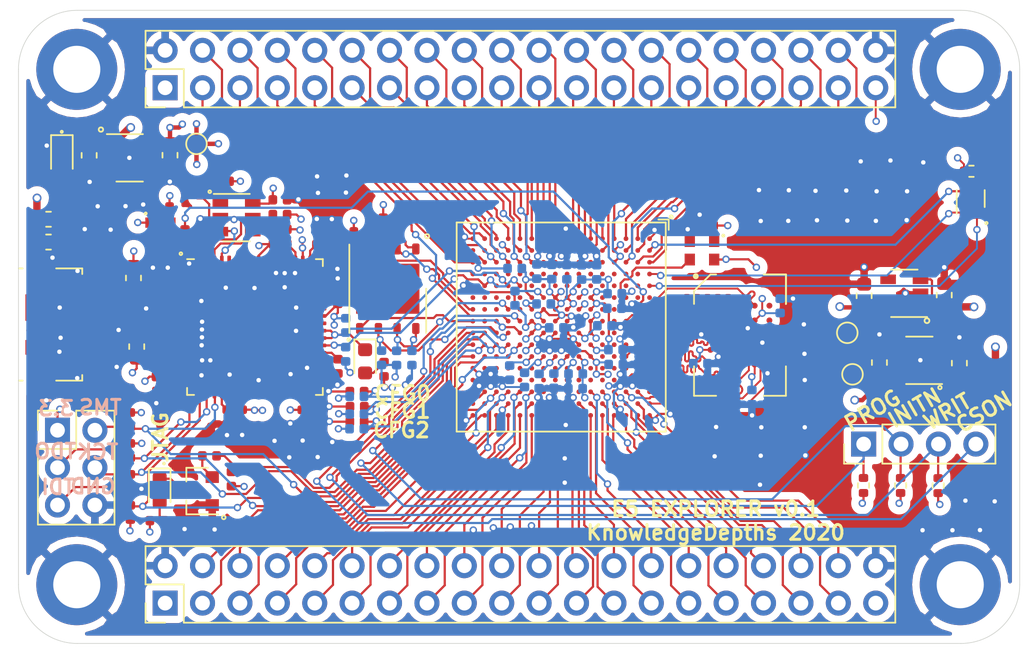
<source format=kicad_pcb>
(kicad_pcb (version 20171130) (host pcbnew "(5.1.8)-1")
  (layers (0 F.Cu signal) (1 In1.Cu power) (2 In2.Cu power) (31 B.Cu signal) (34 B.Paste user) (35 F.Paste user) (36 B.SilkS user) (37 F.SilkS user) (38 B.Mask user) (39 F.Mask user) (44 Edge.Cuts user))
  (net 0 "")
  (net 1 GND)
  (net 2 +5V)
  (net 3 VCC)
  (net 4 VCCAUX)
  (net 5 "Net-(C38-Pad2)")
  (net 6 +1V8)
  (net 7 "Net-(C41-Pad1)")
  (net 8 "Net-(C44-Pad1)")
  (net 9 "Net-(D1-Pad1)")
  (net 10 "Net-(D1-Pad2)")
  (net 11 "Net-(D2-Pad2)")
  (net 12 RXD_UART)
  (net 13 "Net-(D3-Pad2)")
  (net 14 FLASH_CS)
  (net 15 DONE)
  (net 16 IO1_MISO)
  (net 17 IO0_MOSI)
  (net 18 IO3)
  (net 19 IO2)
  (net 20 BUSY_CSSPIN)
  (net 21 CCLK_MCLK_SCK)
  (net 22 TMS)
  (net 23 TDO)
  (net 24 TCK)
  (net 25 TDI)
  (net 26 "Net-(J5-Pad1)")
  (net 27 "Net-(Q1-Pad2)")
  (net 28 CFG_0)
  (net 29 CFG_1)
  (net 30 CFG_2)
  (net 31 "Net-(R32-Pad1)")
  (net 32 "Net-(R33-Pad1)")
  (net 33 "Net-(R34-Pad1)")
  (net 34 "Net-(R35-Pad1)")
  (net 35 "Net-(R36-Pad1)")
  (net 36 12MHz)
  (net 37 "Net-(R37-Pad1)")
  (net 38 "Net-(R38-Pad1)")
  (net 39 SCL0)
  (net 40 "Net-(U4-PadE3)")
  (net 41 "Net-(U4-PadF3)")
  (net 42 "Net-(U4-PadG3)")
  (net 43 "Net-(U4-PadH3)")
  (net 44 "Net-(U4-PadJ3)")
  (net 45 "Net-(U4-PadK3)")
  (net 46 "Net-(U4-PadB4)")
  (net 47 "Net-(U4-PadC4)")
  (net 48 "Net-(U4-PadD4)")
  (net 49 "Net-(U4-PadE4)")
  (net 50 "Net-(U4-PadF4)")
  (net 51 "Net-(U4-PadG4)")
  (net 52 "Net-(U4-PadH4)")
  (net 53 "Net-(U4-PadJ4)")
  (net 54 "Net-(U4-PadK4)")
  (net 55 "Net-(U4-PadL4)")
  (net 56 "Net-(U4-PadM4)")
  (net 57 "Net-(U4-PadN4)")
  (net 58 "Net-(U4-PadP4)")
  (net 59 "Net-(U4-PadR4)")
  (net 60 "Net-(U4-PadB5)")
  (net 61 "Net-(U4-PadC5)")
  (net 62 "Net-(U4-PadD5)")
  (net 63 "Net-(U4-PadE5)")
  (net 64 "Net-(U4-PadF5)")
  (net 65 "Net-(U4-PadG5)")
  (net 66 "Net-(U4-PadH5)")
  (net 67 "Net-(U4-PadJ5)")
  (net 68 "Net-(U4-PadK5)")
  (net 69 "Net-(U4-PadL5)")
  (net 70 "Net-(U4-PadP5)")
  (net 71 "Net-(U4-PadA6)")
  (net 72 "Net-(U4-PadB6)")
  (net 73 "Net-(U4-PadC6)")
  (net 74 "Net-(U4-PadD6)")
  (net 75 "Net-(U4-PadE6)")
  (net 76 "Net-(U4-PadM6)")
  (net 77 "Net-(U4-PadN6)")
  (net 78 "Net-(U4-PadP6)")
  (net 79 "Net-(U4-PadA7)")
  (net 80 "Net-(U4-PadD7)")
  (net 81 "Net-(U4-PadE7)")
  (net 82 50MHz)
  (net 83 "Net-(U4-PadD8)")
  (net 84 "Net-(U4-PadE8)")
  (net 85 "Net-(U4-PadC9)")
  (net 86 "Net-(U4-PadD9)")
  (net 87 "Net-(U4-PadE9)")
  (net 88 HYP_CK)
  (net 89 HYP_CS)
  (net 90 "Net-(U4-PadC10)")
  (net 91 "Net-(U4-PadD10)")
  (net 92 "Net-(U4-PadE10)")
  (net 93 HYP_RESET)
  (net 94 HYP_RWDS)
  (net 95 "Net-(U4-PadD11)")
  (net 96 "Net-(U4-PadE11)")
  (net 97 "Net-(U4-PadM11)")
  (net 98 "Net-(U4-PadN11)")
  (net 99 "Net-(U4-PadP11)")
  (net 100 HYP_DQ1)
  (net 101 HYP_DQ7)
  (net 102 "Net-(U4-PadD12)")
  (net 103 "Net-(U4-PadE12)")
  (net 104 "Net-(U4-PadF12)")
  (net 105 "Net-(U4-PadG12)")
  (net 106 "Net-(U4-PadH12)")
  (net 107 "Net-(U4-PadJ12)")
  (net 108 "Net-(U4-PadK12)")
  (net 109 "Net-(U4-PadL12)")
  (net 110 "Net-(U4-PadM12)")
  (net 111 "Net-(U4-PadN12)")
  (net 112 "Net-(U4-PadP12)")
  (net 113 "Net-(U4-PadR12)")
  (net 114 HYP_DQ6)
  (net 115 HYP_DQ0)
  (net 116 HYP_DQ4)
  (net 117 "Net-(U4-PadD13)")
  (net 118 "Net-(U4-PadE13)")
  (net 119 "Net-(U4-PadF13)")
  (net 120 "Net-(U4-PadG13)")
  (net 121 "Net-(U4-PadH13)")
  (net 122 "Net-(U4-PadJ13)")
  (net 123 "Net-(U4-PadK13)")
  (net 124 "Net-(U4-PadL13)")
  (net 125 "Net-(U4-PadM13)")
  (net 126 "Net-(U4-PadN13)")
  (net 127 "Net-(U4-PadP13)")
  (net 128 "Net-(U4-PadR13)")
  (net 129 "Net-(U4-PadT13)")
  (net 130 HYP_DQ5)
  (net 131 HYP_DQ2)
  (net 132 "Net-(U4-PadG14)")
  (net 133 "Net-(U4-PadH14)")
  (net 134 "Net-(U4-PadJ14)")
  (net 135 "Net-(U4-PadK14)")
  (net 136 HYP_DQ3)
  (net 137 "Net-(U7-PadB1)")
  (net 138 "Net-(U7-PadA2)")
  (net 139 "Net-(U7-PadC2)")
  (net 140 "Net-(U7-PadA5)")
  (net 141 "Net-(U7-PadB5)")
  (net 142 "Net-(U7-PadC5)")
  (net 143 "Net-(U10-Pad3)")
  (net 144 "Net-(U10-Pad21)")
  (net 145 "Net-(U10-Pad22)")
  (net 146 "Net-(U10-Pad23)")
  (net 147 "Net-(U10-Pad24)")
  (net 148 "Net-(U10-Pad26)")
  (net 149 "Net-(U10-Pad27)")
  (net 150 "Net-(U10-Pad28)")
  (net 151 "Net-(U10-Pad29)")
  (net 152 "Net-(U10-Pad30)")
  (net 153 "Net-(U10-Pad32)")
  (net 154 "Net-(U10-Pad33)")
  (net 155 "Net-(U10-Pad34)")
  (net 156 "Net-(U10-Pad36)")
  (net 157 "Net-(U10-Pad41)")
  (net 158 "Net-(U10-Pad43)")
  (net 159 "Net-(U10-Pad44)")
  (net 160 "Net-(U10-Pad45)")
  (net 161 "Net-(U10-Pad46)")
  (net 162 "Net-(U10-Pad48)")
  (net 163 "Net-(U10-Pad52)")
  (net 164 "Net-(U10-Pad53)")
  (net 165 "Net-(U10-Pad54)")
  (net 166 "Net-(U10-Pad55)")
  (net 167 "Net-(U10-Pad57)")
  (net 168 "Net-(U10-Pad58)")
  (net 169 "Net-(U10-Pad59)")
  (net 170 "Net-(U10-Pad60)")
  (net 171 +3.3V)
  (net 172 "Net-(U1-Pad4)")
  (net 173 "Net-(U2-Pad4)")
  (net 174 "Net-(U3-Pad4)")
  (net 175 "Net-(U4-PadB12)")
  (net 176 "Net-(U4-PadA11)")
  (net 177 "Net-(U4-PadB11)")
  (net 178 "Net-(U4-PadA12)")
  (net 179 "Net-(U4-PadB9)")
  (net 180 "Net-(U4-PadA8)")
  (net 181 "Net-(U4-PadR8)")
  (net 182 "Net-(U4-PadP8)")
  (net 183 "Net-(U4-PadR7)")
  (net 184 "Net-(U4-PadP7)")
  (net 185 "Net-(U4-PadT6)")
  (net 186 "Net-(U4-PadR6)")
  (net 187 /USB_FTDI/USB_D-)
  (net 188 /USB_FTDI/USB_D+)
  (net 189 "Net-(U4-PadA9)")
  (net 190 PROGRAMN)
  (net 191 INITN)
  (net 192 WRITEN)
  (net 193 CSON)
  (net 194 "Net-(D4-Pad4)")
  (net 195 LEDB)
  (net 196 LEDG)
  (net 197 LEDR)
  (net 198 IO_01)
  (net 199 IO_02)
  (net 200 IO_03)
  (net 201 IO_04)
  (net 202 IO_05)
  (net 203 IO_06)
  (net 204 IO_07)
  (net 205 IO_08)
  (net 206 IO_09)
  (net 207 IO_10)
  (net 208 IO_11)
  (net 209 IO_12)
  (net 210 IO_13)
  (net 211 IO_14)
  (net 212 IO_15)
  (net 213 IO_16)
  (net 214 IO_17)
  (net 215 IO_18)
  (net 216 IO_19)
  (net 217 IO_20)
  (net 218 IO_21)
  (net 219 IO_22)
  (net 220 IO_23)
  (net 221 IO_24)
  (net 222 IO_25)
  (net 223 IO_26)
  (net 224 IO_27)
  (net 225 IO_28)
  (net 226 IO_29)
  (net 227 IO_30)
  (net 228 IO_31)
  (net 229 IO_32)
  (net 230 IO_33)
  (net 231 IO_34)
  (net 232 IO_35)
  (net 233 IO_36)
  (net 234 IO_72)
  (net 235 IO_71)
  (net 236 IO_70)
  (net 237 IO_69)
  (net 238 IO_68)
  (net 239 IO_67)
  (net 240 IO_66)
  (net 241 IO_65)
  (net 242 IO_64)
  (net 243 IO_63)
  (net 244 IO_62)
  (net 245 IO_61)
  (net 246 IO_60)
  (net 247 IO_59)
  (net 248 IO_58)
  (net 249 IO_57)
  (net 250 IO_56)
  (net 251 IO_55)
  (net 252 IO_54)
  (net 253 IO_53)
  (net 254 IO_52)
  (net 255 IO_51)
  (net 256 IO_50)
  (net 257 IO_49)
  (net 258 IO_48)
  (net 259 IO_47)
  (net 260 IO_46)
  (net 261 IO_45)
  (net 262 IO_44)
  (net 263 IO_43)
  (net 264 IO_42)
  (net 265 IO_41)
  (net 266 IO_40)
  (net 267 IO_39)
  (net 268 IO_38)
  (net 269 IO_37)
  (module Package_TO_SOT_SMD:SOT-23 (layer F.Cu) (at 124.2 107.64 180)
    (fp_text reference Q1)
    (fp_text value MMBT2222A)
    (pad 1 smd rect (at -1 -0.95 180) (size 0.9 0.8) (layers F.Cu F.Paste F.Mask) (net 1 GND))
    (pad 2 smd rect (at -1 0.95 180) (size 0.9 0.8) (layers F.Cu F.Paste F.Mask) (net 27 "Net-(Q1-Pad2)"))
    (pad 3 smd rect (at 1 0 180) (size 0.9 0.8) (layers F.Cu F.Paste F.Mask) (net 9 "Net-(D1-Pad1)"))
  )
  (module Package_DFN_QFN:QFN-64-1EP_9x9mm_P0.5mm_EP4.35x4.35mm (layer F.Cu) (at 128.1 96.5)
    (fp_text reference U10)
    (fp_text value FT2232HQ)
    (pad 65 smd rect (at 0 0) (size 4.35 4.35) (layers F.Cu F.Mask) (net 1 GND))
    (pad 64 smd roundrect (at -3.75 -4.45) (size 0.25 0.8) (layers F.Cu F.Paste F.Mask) (net 6 +1V8))
    (pad 63 smd roundrect (at -3.25 -4.45) (size 0.25 0.8) (layers F.Cu F.Paste F.Mask) (net 31 "Net-(R32-Pad1)"))
    (pad 62 smd roundrect (at -2.75 -4.45) (size 0.25 0.8) (layers F.Cu F.Paste F.Mask) (net 32 "Net-(R33-Pad1)"))
    (pad 61 smd roundrect (at -2.25 -4.45) (size 0.25 0.8) (layers F.Cu F.Paste F.Mask) (net 38 "Net-(R38-Pad1)"))
    (pad 60 smd roundrect (at -1.75 -4.45) (size 0.25 0.8) (layers F.Cu F.Paste F.Mask) (net 170 "Net-(U10-Pad60)"))
    (pad 59 smd roundrect (at -1.25 -4.45) (size 0.25 0.8) (layers F.Cu F.Paste F.Mask) (net 169 "Net-(U10-Pad59)"))
    (pad 58 smd roundrect (at -0.75 -4.45) (size 0.25 0.8) (layers F.Cu F.Paste F.Mask) (net 168 "Net-(U10-Pad58)"))
    (pad 57 smd roundrect (at -0.25 -4.45) (size 0.25 0.8) (layers F.Cu F.Paste F.Mask) (net 167 "Net-(U10-Pad57)"))
    (pad 56 smd roundrect (at 0.25 -4.45) (size 0.25 0.8) (layers F.Cu F.Paste F.Mask) (net 171 +3.3V))
    (pad 55 smd roundrect (at 0.75 -4.45) (size 0.25 0.8) (layers F.Cu F.Paste F.Mask) (net 166 "Net-(U10-Pad55)"))
    (pad 54 smd roundrect (at 1.25 -4.45) (size 0.25 0.8) (layers F.Cu F.Paste F.Mask) (net 165 "Net-(U10-Pad54)"))
    (pad 53 smd roundrect (at 1.75 -4.45) (size 0.25 0.8) (layers F.Cu F.Paste F.Mask) (net 164 "Net-(U10-Pad53)"))
    (pad 52 smd roundrect (at 2.25 -4.45) (size 0.25 0.8) (layers F.Cu F.Paste F.Mask) (net 163 "Net-(U10-Pad52)"))
    (pad 51 smd roundrect (at 2.75 -4.45) (size 0.25 0.8) (layers F.Cu F.Paste F.Mask) (net 1 GND))
    (pad 50 smd roundrect (at 3.25 -4.45) (size 0.25 0.8) (layers F.Cu F.Paste F.Mask) (net 171 +3.3V))
    (pad 49 smd roundrect (at 3.75 -4.45) (size 0.25 0.8) (layers F.Cu F.Paste F.Mask) (net 6 +1V8))
    (pad 48 smd roundrect (at 4.45 -3.75) (size 0.8 0.25) (layers F.Cu F.Paste F.Mask) (net 162 "Net-(U10-Pad48)"))
    (pad 47 smd roundrect (at 4.45 -3.25) (size 0.8 0.25) (layers F.Cu F.Paste F.Mask) (net 1 GND))
    (pad 46 smd roundrect (at 4.45 -2.75) (size 0.8 0.25) (layers F.Cu F.Paste F.Mask) (net 161 "Net-(U10-Pad46)"))
    (pad 45 smd roundrect (at 4.45 -2.25) (size 0.8 0.25) (layers F.Cu F.Paste F.Mask) (net 160 "Net-(U10-Pad45)"))
    (pad 44 smd roundrect (at 4.45 -1.75) (size 0.8 0.25) (layers F.Cu F.Paste F.Mask) (net 159 "Net-(U10-Pad44)"))
    (pad 43 smd roundrect (at 4.45 -1.25) (size 0.8 0.25) (layers F.Cu F.Paste F.Mask) (net 158 "Net-(U10-Pad43)"))
    (pad 42 smd roundrect (at 4.45 -0.75) (size 0.8 0.25) (layers F.Cu F.Paste F.Mask) (net 171 +3.3V))
    (pad 41 smd roundrect (at 4.45 -0.25) (size 0.8 0.25) (layers F.Cu F.Paste F.Mask) (net 157 "Net-(U10-Pad41)"))
    (pad 40 smd roundrect (at 4.45 0.25) (size 0.8 0.25) (layers F.Cu F.Paste F.Mask) (net 12 RXD_UART))
    (pad 39 smd roundrect (at 4.45 0.75) (size 0.8 0.25) (layers F.Cu F.Paste F.Mask) (net 12 RXD_UART))
    (pad 38 smd roundrect (at 4.45 1.25) (size 0.8 0.25) (layers F.Cu F.Paste F.Mask) (net 39 SCL0))
    (pad 37 smd roundrect (at 4.45 1.75) (size 0.8 0.25) (layers F.Cu F.Paste F.Mask) (net 6 +1V8))
    (pad 36 smd roundrect (at 4.45 2.25) (size 0.8 0.25) (layers F.Cu F.Paste F.Mask) (net 156 "Net-(U10-Pad36)"))
    (pad 35 smd roundrect (at 4.45 2.75) (size 0.8 0.25) (layers F.Cu F.Paste F.Mask) (net 1 GND))
    (pad 34 smd roundrect (at 4.45 3.25) (size 0.8 0.25) (layers F.Cu F.Paste F.Mask) (net 155 "Net-(U10-Pad34)"))
    (pad 33 smd roundrect (at 4.45 3.75) (size 0.8 0.25) (layers F.Cu F.Paste F.Mask) (net 154 "Net-(U10-Pad33)"))
    (pad 32 smd roundrect (at 3.75 4.45) (size 0.25 0.8) (layers F.Cu F.Paste F.Mask) (net 153 "Net-(U10-Pad32)"))
    (pad 31 smd roundrect (at 3.25 4.45) (size 0.25 0.8) (layers F.Cu F.Paste F.Mask) (net 171 +3.3V))
    (pad 30 smd roundrect (at 2.75 4.45) (size 0.25 0.8) (layers F.Cu F.Paste F.Mask) (net 152 "Net-(U10-Pad30)"))
    (pad 29 smd roundrect (at 2.25 4.45) (size 0.25 0.8) (layers F.Cu F.Paste F.Mask) (net 151 "Net-(U10-Pad29)"))
    (pad 28 smd roundrect (at 1.75 4.45) (size 0.25 0.8) (layers F.Cu F.Paste F.Mask) (net 150 "Net-(U10-Pad28)"))
    (pad 27 smd roundrect (at 1.25 4.45) (size 0.25 0.8) (layers F.Cu F.Paste F.Mask) (net 149 "Net-(U10-Pad27)"))
    (pad 26 smd roundrect (at 0.75 4.45) (size 0.25 0.8) (layers F.Cu F.Paste F.Mask) (net 148 "Net-(U10-Pad26)"))
    (pad 25 smd roundrect (at 0.25 4.45) (size 0.25 0.8) (layers F.Cu F.Paste F.Mask) (net 1 GND))
    (pad 24 smd roundrect (at -0.25 4.45) (size 0.25 0.8) (layers F.Cu F.Paste F.Mask) (net 147 "Net-(U10-Pad24)"))
    (pad 23 smd roundrect (at -0.75 4.45) (size 0.25 0.8) (layers F.Cu F.Paste F.Mask) (net 146 "Net-(U10-Pad23)"))
    (pad 22 smd roundrect (at -1.25 4.45) (size 0.25 0.8) (layers F.Cu F.Paste F.Mask) (net 145 "Net-(U10-Pad22)"))
    (pad 21 smd roundrect (at -1.75 4.45) (size 0.25 0.8) (layers F.Cu F.Paste F.Mask) (net 144 "Net-(U10-Pad21)"))
    (pad 20 smd roundrect (at -2.25 4.45) (size 0.25 0.8) (layers F.Cu F.Paste F.Mask) (net 171 +3.3V))
    (pad 19 smd roundrect (at -2.75 4.45) (size 0.25 0.8) (layers F.Cu F.Paste F.Mask) (net 22 TMS))
    (pad 18 smd roundrect (at -3.25 4.45) (size 0.25 0.8) (layers F.Cu F.Paste F.Mask) (net 23 TDO))
    (pad 17 smd roundrect (at -3.75 4.45) (size 0.25 0.8) (layers F.Cu F.Paste F.Mask) (net 25 TDI))
    (pad 16 smd roundrect (at -4.45 3.75) (size 0.8 0.25) (layers F.Cu F.Paste F.Mask) (net 24 TCK))
    (pad 15 smd roundrect (at -4.45 3.25) (size 0.8 0.25) (layers F.Cu F.Paste F.Mask) (net 1 GND))
    (pad 14 smd roundrect (at -4.45 2.75) (size 0.8 0.25) (layers F.Cu F.Paste F.Mask) (net 37 "Net-(R37-Pad1)"))
    (pad 13 smd roundrect (at -4.45 2.25) (size 0.8 0.25) (layers F.Cu F.Paste F.Mask) (net 1 GND))
    (pad 12 smd roundrect (at -4.45 1.75) (size 0.8 0.25) (layers F.Cu F.Paste F.Mask) (net 6 +1V8))
    (pad 11 smd roundrect (at -4.45 1.25) (size 0.8 0.25) (layers F.Cu F.Paste F.Mask) (net 1 GND))
    (pad 10 smd roundrect (at -4.45 0.75) (size 0.8 0.25) (layers F.Cu F.Paste F.Mask) (net 1 GND))
    (pad 9 smd roundrect (at -4.45 0.25) (size 0.8 0.25) (layers F.Cu F.Paste F.Mask) (net 8 "Net-(C44-Pad1)"))
    (pad 8 smd roundrect (at -4.45 -0.25) (size 0.8 0.25) (layers F.Cu F.Paste F.Mask) (net 188 /USB_FTDI/USB_D+))
    (pad 7 smd roundrect (at -4.45 -0.75) (size 0.8 0.25) (layers F.Cu F.Paste F.Mask) (net 187 /USB_FTDI/USB_D-))
    (pad 6 smd roundrect (at -4.45 -1.25) (size 0.8 0.25) (layers F.Cu F.Paste F.Mask) (net 33 "Net-(R34-Pad1)"))
    (pad 5 smd roundrect (at -4.45 -1.75) (size 0.8 0.25) (layers F.Cu F.Paste F.Mask) (net 1 GND))
    (pad 4 smd roundrect (at -4.45 -2.25) (size 0.8 0.25) (layers F.Cu F.Paste F.Mask) (net 7 "Net-(C41-Pad1)"))
    (pad 3 smd roundrect (at -4.45 -2.75) (size 0.8 0.25) (layers F.Cu F.Paste F.Mask) (net 143 "Net-(U10-Pad3)"))
    (pad 2 smd roundrect (at -4.45 -3.25) (size 0.8 0.25) (layers F.Cu F.Paste F.Mask) (net 35 "Net-(R36-Pad1)"))
    (pad 1 smd roundrect (at -4.45 -3.75) (size 0.8 0.25) (layers F.Cu F.Paste F.Mask) (net 1 GND))
  )
  (module LED_SMD:LED_LiteOn_LTST-C19HE1WT (layer F.Cu) (at 176.71 88.002 180)
    (fp_text reference D4)
    (fp_text value ‎LTST-C19HE1WT‎)
    (pad 4 smd rect (at -0.425 0.725 180) (size 0.65 0.85) (layers F.Cu F.Paste F.Mask) (net 194 "Net-(D4-Pad4)"))
    (pad 3 smd rect (at 0.425 0.725 180) (size 0.65 0.85) (layers F.Cu F.Paste F.Mask) (net 195 LEDB))
    (pad 2 smd rect (at 0.425 -0.725 180) (size 0.65 0.85) (layers F.Cu F.Paste F.Mask) (net 196 LEDG))
    (pad 1 smd rect (at -0.425 -0.725 180) (size 0.65 0.85) (layers F.Cu F.Paste F.Mask) (net 197 LEDR))
  )
  (module Resistor_SMD:R_0402_1005Metric (layer F.Cu) (at 176.76 85.92)
    (fp_text reference R4)
    (fp_text value 1K)
    (pad 2 smd roundrect (at 0.51 0) (size 0.54 0.64) (layers F.Cu F.Paste F.Mask) (net 194 "Net-(D4-Pad4)"))
    (pad 1 smd roundrect (at -0.51 0) (size 0.54 0.64) (layers F.Cu F.Paste F.Mask) (net 171 +3.3V))
  )
  (module Resistor_SMD:R_0402_1005Metric (layer F.Cu) (at 174.5 107.27 90)
    (fp_text reference R3)
    (fp_text value 4.7K)
    (pad 2 smd roundrect (at 0.51 0 90) (size 0.54 0.64) (layers F.Cu F.Paste F.Mask) (net 192 WRITEN))
    (pad 1 smd roundrect (at -0.51 0 90) (size 0.54 0.64) (layers F.Cu F.Paste F.Mask) (net 171 +3.3V))
  )
  (module Resistor_SMD:R_0402_1005Metric (layer F.Cu) (at 171.95 107.26 90)
    (fp_text reference R2)
    (fp_text value 10K)
    (pad 2 smd roundrect (at 0.51 0 90) (size 0.54 0.64) (layers F.Cu F.Paste F.Mask) (net 191 INITN))
    (pad 1 smd roundrect (at -0.51 0 90) (size 0.54 0.64) (layers F.Cu F.Paste F.Mask) (net 171 +3.3V))
  )
  (module Resistor_SMD:R_0402_1005Metric (layer F.Cu) (at 169.43 107.26 90)
    (fp_text reference R1)
    (fp_text value 10K)
    (pad 2 smd roundrect (at 0.51 0 90) (size 0.54 0.64) (layers F.Cu F.Paste F.Mask) (net 190 PROGRAMN))
    (pad 1 smd roundrect (at -0.51 0 90) (size 0.54 0.64) (layers F.Cu F.Paste F.Mask) (net 171 +3.3V))
  )
  (module Connector_PinHeader_2.54mm:PinHeader_1x04_P2.54mm_Vertical (layer F.Cu) (at 169.44 104.45 90)
    (fp_text reference J3)
    (fp_text value Conn_01x04)
    (pad 4 thru_hole oval (at 0 7.62 90) (size 1.7 1.7) (drill 1) (layers *.Cu *.Mask) (net 193 CSON))
    (pad 3 thru_hole oval (at 0 5.08 90) (size 1.7 1.7) (drill 1) (layers *.Cu *.Mask) (net 192 WRITEN))
    (pad 2 thru_hole oval (at 0 2.54 90) (size 1.7 1.7) (drill 1) (layers *.Cu *.Mask) (net 191 INITN))
    (pad 1 thru_hole rect (at 0 0 90) (size 1.7 1.7) (drill 1) (layers *.Cu *.Mask) (net 190 PROGRAMN))
  )
  (module Capacitor_SMD:C_0402_1005Metric (layer F.Cu) (at 131.31 102.61 90)
    (fp_text reference C47)
    (fp_text value 100nF)
    (pad 2 smd roundrect (at 0.485 0 90) (size 0.59 0.64) (layers F.Cu F.Paste F.Mask) (net 171 +3.3V))
    (pad 1 smd roundrect (at -0.485 0 90) (size 0.59 0.64) (layers F.Cu F.Paste F.Mask) (net 1 GND))
  )
  (module "raj:24-TFBGA (6x8)" (layer F.Cu) (at 161.04 97.05)
    (fp_text reference U7)
    (fp_text value IS66WVH16M8BLL-100B1LI)
    (pad E5 smd circle (at 2 2) (size 0.4 0.4) (layers F.Cu F.Paste F.Mask) (net 1 GND))
    (pad D5 smd circle (at 2 1) (size 0.4 0.4) (layers F.Cu F.Paste F.Mask) (net 116 HYP_DQ4))
    (pad C5 smd circle (at 2 0) (size 0.4 0.4) (layers F.Cu F.Paste F.Mask) (net 142 "Net-(U7-PadC5)"))
    (pad B5 smd circle (at 2 -1) (size 0.4 0.4) (layers F.Cu F.Paste F.Mask) (net 141 "Net-(U7-PadB5)"))
    (pad A5 smd circle (at 2 -2) (size 0.4 0.4) (layers F.Cu F.Paste F.Mask) (net 140 "Net-(U7-PadA5)"))
    (pad E4 smd circle (at 1 2) (size 0.4 0.4) (layers F.Cu F.Paste F.Mask) (net 171 +3.3V))
    (pad D4 smd circle (at 1 1) (size 0.4 0.4) (layers F.Cu F.Paste F.Mask) (net 136 HYP_DQ3))
    (pad C4 smd circle (at 1 0) (size 0.4 0.4) (layers F.Cu F.Paste F.Mask) (net 131 HYP_DQ2))
    (pad B4 smd circle (at 1 -1) (size 0.4 0.4) (layers F.Cu F.Paste F.Mask) (net 171 +3.3V))
    (pad A4 smd circle (at 1 -2) (size 0.4 0.4) (layers F.Cu F.Paste F.Mask) (net 93 HYP_RESET))
    (pad E3 smd circle (at 0 2) (size 0.4 0.4) (layers F.Cu F.Paste F.Mask) (net 130 HYP_DQ5))
    (pad D3 smd circle (at 0 1) (size 0.4 0.4) (layers F.Cu F.Paste F.Mask) (net 115 HYP_DQ0))
    (pad C3 smd circle (at 0 0) (size 0.4 0.4) (layers F.Cu F.Paste F.Mask) (net 94 HYP_RWDS))
    (pad B3 smd circle (at 0 -1) (size 0.4 0.4) (layers F.Cu F.Paste F.Mask) (net 1 GND))
    (pad A3 smd circle (at 0 -2) (size 0.4 0.4) (layers F.Cu F.Paste F.Mask) (net 89 HYP_CS))
    (pad E2 smd circle (at -1 2) (size 0.4 0.4) (layers F.Cu F.Paste F.Mask) (net 114 HYP_DQ6))
    (pad D2 smd circle (at -1 1) (size 0.4 0.4) (layers F.Cu F.Paste F.Mask) (net 100 HYP_DQ1))
    (pad C2 smd circle (at -1 0) (size 0.4 0.4) (layers F.Cu F.Paste F.Mask) (net 139 "Net-(U7-PadC2)"))
    (pad B2 smd circle (at -1 -1) (size 0.4 0.4) (layers F.Cu F.Paste F.Mask) (net 88 HYP_CK))
    (pad A2 smd circle (at -1 -2) (size 0.4 0.4) (layers F.Cu F.Paste F.Mask) (net 138 "Net-(U7-PadA2)"))
    (pad E1 smd circle (at -2 2) (size 0.4 0.4) (layers F.Cu F.Paste F.Mask) (net 101 HYP_DQ7))
    (pad D1 smd circle (at -2 1) (size 0.4 0.4) (layers F.Cu F.Paste F.Mask) (net 171 +3.3V))
    (pad C1 smd circle (at -2 0) (size 0.4 0.4) (layers F.Cu F.Paste F.Mask) (net 1 GND))
    (pad B1 smd circle (at -2 -1) (size 0.4 0.4) (layers F.Cu F.Paste F.Mask) (net 137 "Net-(U7-PadB1)"))
  )
  (module Package_BGA:BGA-256_14.0x14.0mm_Layout16x16_P0.8mm_Ball0.45mm_Pad0.32mm_NSMD (layer F.Cu) (at 148.9 96.5 270)
    (fp_text reference U4)
    (fp_text value LFE5U-12F-6BG256C)
    (pad T16 smd circle (at 6 6 270) (size 0.32 0.32) (layers F.Cu F.Paste F.Mask) (net 1 GND))
    (pad R16 smd circle (at 6 5.2 270) (size 0.32 0.32) (layers F.Cu F.Paste F.Mask) (net 203 IO_06))
    (pad P16 smd circle (at 6 4.4 270) (size 0.32 0.32) (layers F.Cu F.Paste F.Mask) (net 204 IO_07))
    (pad N16 smd circle (at 6 3.6 270) (size 0.32 0.32) (layers F.Cu F.Paste F.Mask) (net 206 IO_09))
    (pad M16 smd circle (at 6 2.8 270) (size 0.32 0.32) (layers F.Cu F.Paste F.Mask) (net 211 IO_14))
    (pad L16 smd circle (at 6 2 270) (size 0.32 0.32) (layers F.Cu F.Paste F.Mask) (net 212 IO_15))
    (pad K16 smd circle (at 6 1.2 270) (size 0.32 0.32) (layers F.Cu F.Paste F.Mask) (net 214 IO_17))
    (pad J16 smd circle (at 6 0.4 270) (size 0.32 0.32) (layers F.Cu F.Paste F.Mask) (net 216 IO_19))
    (pad H16 smd circle (at 6 -0.4 270) (size 0.32 0.32) (layers F.Cu F.Paste F.Mask) (net 1 GND))
    (pad G16 smd circle (at 6 -1.2 270) (size 0.32 0.32) (layers F.Cu F.Paste F.Mask) (net 218 IO_21))
    (pad F16 smd circle (at 6 -2 270) (size 0.32 0.32) (layers F.Cu F.Paste F.Mask) (net 221 IO_24))
    (pad E16 smd circle (at 6 -2.8 270) (size 0.32 0.32) (layers F.Cu F.Paste F.Mask) (net 224 IO_27))
    (pad D16 smd circle (at 6 -3.6 270) (size 0.32 0.32) (layers F.Cu F.Paste F.Mask) (net 226 IO_29))
    (pad C16 smd circle (at 6 -4.4 270) (size 0.32 0.32) (layers F.Cu F.Paste F.Mask) (net 228 IO_31))
    (pad B16 smd circle (at 6 -5.2 270) (size 0.32 0.32) (layers F.Cu F.Paste F.Mask) (net 231 IO_34))
    (pad A16 smd circle (at 6 -6 270) (size 0.32 0.32) (layers F.Cu F.Paste F.Mask) (net 1 GND))
    (pad T15 smd circle (at 5.2 6 270) (size 0.32 0.32) (layers F.Cu F.Paste F.Mask) (net 201 IO_04))
    (pad R15 smd circle (at 5.2 5.2 270) (size 0.32 0.32) (layers F.Cu F.Paste F.Mask) (net 200 IO_03))
    (pad P15 smd circle (at 5.2 4.4 270) (size 0.32 0.32) (layers F.Cu F.Paste F.Mask) (net 205 IO_08))
    (pad N15 smd circle (at 5.2 3.6 270) (size 0.32 0.32) (layers F.Cu F.Paste F.Mask) (net 1 GND))
    (pad M15 smd circle (at 5.2 2.8 270) (size 0.32 0.32) (layers F.Cu F.Paste F.Mask) (net 208 IO_11))
    (pad L15 smd circle (at 5.2 2 270) (size 0.32 0.32) (layers F.Cu F.Paste F.Mask) (net 213 IO_16))
    (pad K15 smd circle (at 5.2 1.2 270) (size 0.32 0.32) (layers F.Cu F.Paste F.Mask) (net 215 IO_18))
    (pad J15 smd circle (at 5.2 0.4 270) (size 0.32 0.32) (layers F.Cu F.Paste F.Mask) (net 217 IO_20))
    (pad H15 smd circle (at 5.2 -0.4 270) (size 0.32 0.32) (layers F.Cu F.Paste F.Mask) (net 219 IO_22))
    (pad G15 smd circle (at 5.2 -1.2 270) (size 0.32 0.32) (layers F.Cu F.Paste F.Mask) (net 220 IO_23))
    (pad F15 smd circle (at 5.2 -2 270) (size 0.32 0.32) (layers F.Cu F.Paste F.Mask) (net 222 IO_25))
    (pad E15 smd circle (at 5.2 -2.8 270) (size 0.32 0.32) (layers F.Cu F.Paste F.Mask) (net 225 IO_28))
    (pad D15 smd circle (at 5.2 -3.6 270) (size 0.32 0.32) (layers F.Cu F.Paste F.Mask) (net 1 GND))
    (pad C15 smd circle (at 5.2 -4.4 270) (size 0.32 0.32) (layers F.Cu F.Paste F.Mask) (net 230 IO_33))
    (pad B15 smd circle (at 5.2 -5.2 270) (size 0.32 0.32) (layers F.Cu F.Paste F.Mask) (net 232 IO_35))
    (pad A15 smd circle (at 5.2 -6 270) (size 0.32 0.32) (layers F.Cu F.Paste F.Mask) (net 116 HYP_DQ4))
    (pad T14 smd circle (at 4.4 6 270) (size 0.32 0.32) (layers F.Cu F.Paste F.Mask) (net 199 IO_02))
    (pad R14 smd circle (at 4.4 5.2 270) (size 0.32 0.32) (layers F.Cu F.Paste F.Mask) (net 198 IO_01))
    (pad P14 smd circle (at 4.4 4.4 270) (size 0.32 0.32) (layers F.Cu F.Paste F.Mask) (net 202 IO_05))
    (pad N14 smd circle (at 4.4 3.6 270) (size 0.32 0.32) (layers F.Cu F.Paste F.Mask) (net 207 IO_10))
    (pad M14 smd circle (at 4.4 2.8 270) (size 0.32 0.32) (layers F.Cu F.Paste F.Mask) (net 209 IO_12))
    (pad L14 smd circle (at 4.4 2 270) (size 0.32 0.32) (layers F.Cu F.Paste F.Mask) (net 210 IO_13))
    (pad K14 smd circle (at 4.4 1.2 270) (size 0.32 0.32) (layers F.Cu F.Paste F.Mask) (net 135 "Net-(U4-PadK14)"))
    (pad J14 smd circle (at 4.4 0.4 270) (size 0.32 0.32) (layers F.Cu F.Paste F.Mask) (net 134 "Net-(U4-PadJ14)"))
    (pad H14 smd circle (at 4.4 -0.4 270) (size 0.32 0.32) (layers F.Cu F.Paste F.Mask) (net 133 "Net-(U4-PadH14)"))
    (pad G14 smd circle (at 4.4 -1.2 270) (size 0.32 0.32) (layers F.Cu F.Paste F.Mask) (net 132 "Net-(U4-PadG14)"))
    (pad F14 smd circle (at 4.4 -2 270) (size 0.32 0.32) (layers F.Cu F.Paste F.Mask) (net 223 IO_26))
    (pad E14 smd circle (at 4.4 -2.8 270) (size 0.32 0.32) (layers F.Cu F.Paste F.Mask) (net 227 IO_30))
    (pad D14 smd circle (at 4.4 -3.6 270) (size 0.32 0.32) (layers F.Cu F.Paste F.Mask) (net 229 IO_32))
    (pad C14 smd circle (at 4.4 -4.4 270) (size 0.32 0.32) (layers F.Cu F.Paste F.Mask) (net 233 IO_36))
    (pad B14 smd circle (at 4.4 -5.2 270) (size 0.32 0.32) (layers F.Cu F.Paste F.Mask) (net 136 HYP_DQ3))
    (pad A14 smd circle (at 4.4 -6 270) (size 0.32 0.32) (layers F.Cu F.Paste F.Mask) (net 131 HYP_DQ2))
    (pad T13 smd circle (at 3.6 6 270) (size 0.32 0.32) (layers F.Cu F.Paste F.Mask) (net 129 "Net-(U4-PadT13)"))
    (pad R13 smd circle (at 3.6 5.2 270) (size 0.32 0.32) (layers F.Cu F.Paste F.Mask) (net 128 "Net-(U4-PadR13)"))
    (pad P13 smd circle (at 3.6 4.4 270) (size 0.32 0.32) (layers F.Cu F.Paste F.Mask) (net 127 "Net-(U4-PadP13)"))
    (pad N13 smd circle (at 3.6 3.6 270) (size 0.32 0.32) (layers F.Cu F.Paste F.Mask) (net 126 "Net-(U4-PadN13)"))
    (pad M13 smd circle (at 3.6 2.8 270) (size 0.32 0.32) (layers F.Cu F.Paste F.Mask) (net 125 "Net-(U4-PadM13)"))
    (pad L13 smd circle (at 3.6 2 270) (size 0.32 0.32) (layers F.Cu F.Paste F.Mask) (net 124 "Net-(U4-PadL13)"))
    (pad K13 smd circle (at 3.6 1.2 270) (size 0.32 0.32) (layers F.Cu F.Paste F.Mask) (net 123 "Net-(U4-PadK13)"))
    (pad J13 smd circle (at 3.6 0.4 270) (size 0.32 0.32) (layers F.Cu F.Paste F.Mask) (net 122 "Net-(U4-PadJ13)"))
    (pad H13 smd circle (at 3.6 -0.4 270) (size 0.32 0.32) (layers F.Cu F.Paste F.Mask) (net 121 "Net-(U4-PadH13)"))
    (pad G13 smd circle (at 3.6 -1.2 270) (size 0.32 0.32) (layers F.Cu F.Paste F.Mask) (net 120 "Net-(U4-PadG13)"))
    (pad F13 smd circle (at 3.6 -2 270) (size 0.32 0.32) (layers F.Cu F.Paste F.Mask) (net 119 "Net-(U4-PadF13)"))
    (pad E13 smd circle (at 3.6 -2.8 270) (size 0.32 0.32) (layers F.Cu F.Paste F.Mask) (net 118 "Net-(U4-PadE13)"))
    (pad D13 smd circle (at 3.6 -3.6 270) (size 0.32 0.32) (layers F.Cu F.Paste F.Mask) (net 117 "Net-(U4-PadD13)"))
    (pad C13 smd circle (at 3.6 -4.4 270) (size 0.32 0.32) (layers F.Cu F.Paste F.Mask) (net 114 HYP_DQ6))
    (pad B13 smd circle (at 3.6 -5.2 270) (size 0.32 0.32) (layers F.Cu F.Paste F.Mask) (net 130 HYP_DQ5))
    (pad A13 smd circle (at 3.6 -6 270) (size 0.32 0.32) (layers F.Cu F.Paste F.Mask) (net 115 HYP_DQ0))
    (pad T12 smd circle (at 2.8 6 270) (size 0.32 0.32) (layers F.Cu F.Paste F.Mask) (net 1 GND))
    (pad R12 smd circle (at 2.8 5.2 270) (size 0.32 0.32) (layers F.Cu F.Paste F.Mask) (net 113 "Net-(U4-PadR12)"))
    (pad P12 smd circle (at 2.8 4.4 270) (size 0.32 0.32) (layers F.Cu F.Paste F.Mask) (net 112 "Net-(U4-PadP12)"))
    (pad N12 smd circle (at 2.8 3.6 270) (size 0.32 0.32) (layers F.Cu F.Paste F.Mask) (net 111 "Net-(U4-PadN12)"))
    (pad M12 smd circle (at 2.8 2.8 270) (size 0.32 0.32) (layers F.Cu F.Paste F.Mask) (net 110 "Net-(U4-PadM12)"))
    (pad L12 smd circle (at 2.8 2 270) (size 0.32 0.32) (layers F.Cu F.Paste F.Mask) (net 109 "Net-(U4-PadL12)"))
    (pad K12 smd circle (at 2.8 1.2 270) (size 0.32 0.32) (layers F.Cu F.Paste F.Mask) (net 108 "Net-(U4-PadK12)"))
    (pad J12 smd circle (at 2.8 0.4 270) (size 0.32 0.32) (layers F.Cu F.Paste F.Mask) (net 107 "Net-(U4-PadJ12)"))
    (pad H12 smd circle (at 2.8 -0.4 270) (size 0.32 0.32) (layers F.Cu F.Paste F.Mask) (net 106 "Net-(U4-PadH12)"))
    (pad G12 smd circle (at 2.8 -1.2 270) (size 0.32 0.32) (layers F.Cu F.Paste F.Mask) (net 105 "Net-(U4-PadG12)"))
    (pad F12 smd circle (at 2.8 -2 270) (size 0.32 0.32) (layers F.Cu F.Paste F.Mask) (net 104 "Net-(U4-PadF12)"))
    (pad E12 smd circle (at 2.8 -2.8 270) (size 0.32 0.32) (layers F.Cu F.Paste F.Mask) (net 103 "Net-(U4-PadE12)"))
    (pad D12 smd circle (at 2.8 -3.6 270) (size 0.32 0.32) (layers F.Cu F.Paste F.Mask) (net 102 "Net-(U4-PadD12)"))
    (pad C12 smd circle (at 2.8 -4.4 270) (size 0.32 0.32) (layers F.Cu F.Paste F.Mask) (net 101 HYP_DQ7))
    (pad B12 smd circle (at 2.8 -5.2 270) (size 0.32 0.32) (layers F.Cu F.Paste F.Mask) (net 175 "Net-(U4-PadB12)"))
    (pad A12 smd circle (at 2.8 -6 270) (size 0.32 0.32) (layers F.Cu F.Paste F.Mask) (net 178 "Net-(U4-PadA12)"))
    (pad T11 smd circle (at 2 6 270) (size 0.32 0.32) (layers F.Cu F.Paste F.Mask) (net 22 TMS))
    (pad R11 smd circle (at 2 5.2 270) (size 0.32 0.32) (layers F.Cu F.Paste F.Mask) (net 25 TDI))
    (pad P11 smd circle (at 2 4.4 270) (size 0.32 0.32) (layers F.Cu F.Paste F.Mask) (net 99 "Net-(U4-PadP11)"))
    (pad N11 smd circle (at 2 3.6 270) (size 0.32 0.32) (layers F.Cu F.Paste F.Mask) (net 98 "Net-(U4-PadN11)"))
    (pad M11 smd circle (at 2 2.8 270) (size 0.32 0.32) (layers F.Cu F.Paste F.Mask) (net 97 "Net-(U4-PadM11)"))
    (pad L11 smd circle (at 2 2 270) (size 0.32 0.32) (layers F.Cu F.Paste F.Mask) (net 171 +3.3V))
    (pad K11 smd circle (at 2 1.2 270) (size 0.32 0.32) (layers F.Cu F.Paste F.Mask) (net 171 +3.3V))
    (pad J11 smd circle (at 2 0.4 270) (size 0.32 0.32) (layers F.Cu F.Paste F.Mask) (net 171 +3.3V))
    (pad H11 smd circle (at 2 -0.4 270) (size 0.32 0.32) (layers F.Cu F.Paste F.Mask) (net 171 +3.3V))
    (pad G11 smd circle (at 2 -1.2 270) (size 0.32 0.32) (layers F.Cu F.Paste F.Mask) (net 4 VCCAUX))
    (pad F11 smd circle (at 2 -2 270) (size 0.32 0.32) (layers F.Cu F.Paste F.Mask) (net 171 +3.3V))
    (pad E11 smd circle (at 2 -2.8 270) (size 0.32 0.32) (layers F.Cu F.Paste F.Mask) (net 96 "Net-(U4-PadE11)"))
    (pad D11 smd circle (at 2 -3.6 270) (size 0.32 0.32) (layers F.Cu F.Paste F.Mask) (net 95 "Net-(U4-PadD11)"))
    (pad C11 smd circle (at 2 -4.4 270) (size 0.32 0.32) (layers F.Cu F.Paste F.Mask) (net 100 HYP_DQ1))
    (pad B11 smd circle (at 2 -5.2 270) (size 0.32 0.32) (layers F.Cu F.Paste F.Mask) (net 177 "Net-(U4-PadB11)"))
    (pad A11 smd circle (at 2 -6 270) (size 0.32 0.32) (layers F.Cu F.Paste F.Mask) (net 176 "Net-(U4-PadA11)"))
    (pad T10 smd circle (at 1.2 6 270) (size 0.32 0.32) (layers F.Cu F.Paste F.Mask) (net 24 TCK))
    (pad R10 smd circle (at 1.2 5.2 270) (size 0.32 0.32) (layers F.Cu F.Paste F.Mask) (net 30 CFG_2))
    (pad P10 smd circle (at 1.2 4.4 270) (size 0.32 0.32) (layers F.Cu F.Paste F.Mask) (net 29 CFG_1))
    (pad N10 smd circle (at 1.2 3.6 270) (size 0.32 0.32) (layers F.Cu F.Paste F.Mask) (net 28 CFG_0))
    (pad M10 smd circle (at 1.2 2.8 270) (size 0.32 0.32) (layers F.Cu F.Paste F.Mask) (net 23 TDO))
    (pad L10 smd circle (at 1.2 2 270) (size 0.32 0.32) (layers F.Cu F.Paste F.Mask) (net 3 VCC))
    (pad K10 smd circle (at 1.2 1.2 270) (size 0.32 0.32) (layers F.Cu F.Paste F.Mask) (net 1 GND))
    (pad J10 smd circle (at 1.2 0.4 270) (size 0.32 0.32) (layers F.Cu F.Paste F.Mask) (net 1 GND))
    (pad H10 smd circle (at 1.2 -0.4 270) (size 0.32 0.32) (layers F.Cu F.Paste F.Mask) (net 1 GND))
    (pad G10 smd circle (at 1.2 -1.2 270) (size 0.32 0.32) (layers F.Cu F.Paste F.Mask) (net 1 GND))
    (pad F10 smd circle (at 1.2 -2 270) (size 0.32 0.32) (layers F.Cu F.Paste F.Mask) (net 171 +3.3V))
    (pad E10 smd circle (at 1.2 -2.8 270) (size 0.32 0.32) (layers F.Cu F.Paste F.Mask) (net 92 "Net-(U4-PadE10)"))
    (pad D10 smd circle (at 1.2 -3.6 270) (size 0.32 0.32) (layers F.Cu F.Paste F.Mask) (net 91 "Net-(U4-PadD10)"))
    (pad C10 smd circle (at 1.2 -4.4 270) (size 0.32 0.32) (layers F.Cu F.Paste F.Mask) (net 90 "Net-(U4-PadC10)"))
    (pad B10 smd circle (at 1.2 -5.2 270) (size 0.32 0.32) (layers F.Cu F.Paste F.Mask) (net 88 HYP_CK))
    (pad A10 smd circle (at 1.2 -6 270) (size 0.32 0.32) (layers F.Cu F.Paste F.Mask) (net 94 HYP_RWDS))
    (pad T9 smd circle (at 0.4 6 270) (size 0.32 0.32) (layers F.Cu F.Paste F.Mask) (net 191 INITN))
    (pad R9 smd circle (at 0.4 5.2 270) (size 0.32 0.32) (layers F.Cu F.Paste F.Mask) (net 190 PROGRAMN))
    (pad P9 smd circle (at 0.4 4.4 270) (size 0.32 0.32) (layers F.Cu F.Paste F.Mask) (net 15 DONE))
    (pad N9 smd circle (at 0.4 3.6 270) (size 0.32 0.32) (layers F.Cu F.Paste F.Mask) (net 21 CCLK_MCLK_SCK))
    (pad M9 smd circle (at 0.4 2.8 270) (size 0.32 0.32) (layers F.Cu F.Paste F.Mask) (net 192 WRITEN))
    (pad L9 smd circle (at 0.4 2 270) (size 0.32 0.32) (layers F.Cu F.Paste F.Mask) (net 3 VCC))
    (pad K9 smd circle (at 0.4 1.2 270) (size 0.32 0.32) (layers F.Cu F.Paste F.Mask) (net 1 GND))
    (pad J9 smd circle (at 0.4 0.4 270) (size 0.32 0.32) (layers F.Cu F.Paste F.Mask) (net 1 GND))
    (pad H9 smd circle (at 0.4 -0.4 270) (size 0.32 0.32) (layers F.Cu F.Paste F.Mask) (net 1 GND))
    (pad G9 smd circle (at 0.4 -1.2 270) (size 0.32 0.32) (layers F.Cu F.Paste F.Mask) (net 3 VCC))
    (pad F9 smd circle (at 0.4 -2 270) (size 0.32 0.32) (layers F.Cu F.Paste F.Mask) (net 1 GND))
    (pad E9 smd circle (at 0.4 -2.8 270) (size 0.32 0.32) (layers F.Cu F.Paste F.Mask) (net 87 "Net-(U4-PadE9)"))
    (pad D9 smd circle (at 0.4 -3.6 270) (size 0.32 0.32) (layers F.Cu F.Paste F.Mask) (net 86 "Net-(U4-PadD9)"))
    (pad C9 smd circle (at 0.4 -4.4 270) (size 0.32 0.32) (layers F.Cu F.Paste F.Mask) (net 85 "Net-(U4-PadC9)"))
    (pad B9 smd circle (at 0.4 -5.2 270) (size 0.32 0.32) (layers F.Cu F.Paste F.Mask) (net 179 "Net-(U4-PadB9)"))
    (pad A9 smd circle (at 0.4 -6 270) (size 0.32 0.32) (layers F.Cu F.Paste F.Mask) (net 189 "Net-(U4-PadA9)"))
    (pad T8 smd circle (at -0.4 6 270) (size 0.32 0.32) (layers F.Cu F.Paste F.Mask) (net 17 IO0_MOSI))
    (pad R8 smd circle (at -0.4 5.2 270) (size 0.32 0.32) (layers F.Cu F.Paste F.Mask) (net 181 "Net-(U4-PadR8)"))
    (pad P8 smd circle (at -0.4 4.4 270) (size 0.32 0.32) (layers F.Cu F.Paste F.Mask) (net 182 "Net-(U4-PadP8)"))
    (pad N8 smd circle (at -0.4 3.6 270) (size 0.32 0.32) (layers F.Cu F.Paste F.Mask) (net 20 BUSY_CSSPIN))
    (pad M8 smd circle (at -0.4 2.8 270) (size 0.32 0.32) (layers F.Cu F.Paste F.Mask) (net 193 CSON))
    (pad L8 smd circle (at -0.4 2 270) (size 0.32 0.32) (layers F.Cu F.Paste F.Mask) (net 3 VCC))
    (pad K8 smd circle (at -0.4 1.2 270) (size 0.32 0.32) (layers F.Cu F.Paste F.Mask) (net 1 GND))
    (pad J8 smd circle (at -0.4 0.4 270) (size 0.32 0.32) (layers F.Cu F.Paste F.Mask) (net 1 GND))
    (pad H8 smd circle (at -0.4 -0.4 270) (size 0.32 0.32) (layers F.Cu F.Paste F.Mask) (net 1 GND))
    (pad G8 smd circle (at -0.4 -1.2 270) (size 0.32 0.32) (layers F.Cu F.Paste F.Mask) (net 1 GND))
    (pad F8 smd circle (at -0.4 -2 270) (size 0.32 0.32) (layers F.Cu F.Paste F.Mask) (net 1 GND))
    (pad E8 smd circle (at -0.4 -2.8 270) (size 0.32 0.32) (layers F.Cu F.Paste F.Mask) (net 84 "Net-(U4-PadE8)"))
    (pad D8 smd circle (at -0.4 -3.6 270) (size 0.32 0.32) (layers F.Cu F.Paste F.Mask) (net 83 "Net-(U4-PadD8)"))
    (pad C8 smd circle (at -0.4 -4.4 270) (size 0.32 0.32) (layers F.Cu F.Paste F.Mask) (net 93 HYP_RESET))
    (pad B8 smd circle (at -0.4 -5.2 270) (size 0.32 0.32) (layers F.Cu F.Paste F.Mask) (net 89 HYP_CS))
    (pad A8 smd circle (at -0.4 -6 270) (size 0.32 0.32) (layers F.Cu F.Paste F.Mask) (net 180 "Net-(U4-PadA8)"))
    (pad T7 smd circle (at -1.2 6 270) (size 0.32 0.32) (layers F.Cu F.Paste F.Mask) (net 16 IO1_MISO))
    (pad R7 smd circle (at -1.2 5.2 270) (size 0.32 0.32) (layers F.Cu F.Paste F.Mask) (net 183 "Net-(U4-PadR7)"))
    (pad P7 smd circle (at -1.2 4.4 270) (size 0.32 0.32) (layers F.Cu F.Paste F.Mask) (net 184 "Net-(U4-PadP7)"))
    (pad N7 smd circle (at -1.2 3.6 270) (size 0.32 0.32) (layers F.Cu F.Paste F.Mask) (net 18 IO3))
    (pad M7 smd circle (at -1.2 2.8 270) (size 0.32 0.32) (layers F.Cu F.Paste F.Mask) (net 19 IO2))
    (pad L7 smd circle (at -1.2 2 270) (size 0.32 0.32) (layers F.Cu F.Paste F.Mask) (net 4 VCCAUX))
    (pad K7 smd circle (at -1.2 1.2 270) (size 0.32 0.32) (layers F.Cu F.Paste F.Mask) (net 1 GND))
    (pad J7 smd circle (at -1.2 0.4 270) (size 0.32 0.32) (layers F.Cu F.Paste F.Mask) (net 171 +3.3V))
    (pad H7 smd circle (at -1.2 -0.4 270) (size 0.32 0.32) (layers F.Cu F.Paste F.Mask) (net 171 +3.3V))
    (pad G7 smd circle (at -1.2 -1.2 270) (size 0.32 0.32) (layers F.Cu F.Paste F.Mask) (net 3 VCC))
    (pad F7 smd circle (at -1.2 -2 270) (size 0.32 0.32) (layers F.Cu F.Paste F.Mask) (net 171 +3.3V))
    (pad E7 smd circle (at -1.2 -2.8 270) (size 0.32 0.32) (layers F.Cu F.Paste F.Mask) (net 81 "Net-(U4-PadE7)"))
    (pad D7 smd circle (at -1.2 -3.6 270) (size 0.32 0.32) (layers F.Cu F.Paste F.Mask) (net 80 "Net-(U4-PadD7)"))
    (pad C7 smd circle (at -1.2 -4.4 270) (size 0.32 0.32) (layers F.Cu F.Paste F.Mask) (net 82 50MHz))
    (pad B7 smd circle (at -1.2 -5.2 270) (size 0.32 0.32) (layers F.Cu F.Paste F.Mask) (net 36 12MHz))
    (pad A7 smd circle (at -1.2 -6 270) (size 0.32 0.32) (layers F.Cu F.Paste F.Mask) (net 79 "Net-(U4-PadA7)"))
    (pad T6 smd circle (at -2 6 270) (size 0.32 0.32) (layers F.Cu F.Paste F.Mask) (net 185 "Net-(U4-PadT6)"))
    (pad R6 smd circle (at -2 5.2 270) (size 0.32 0.32) (layers F.Cu F.Paste F.Mask) (net 186 "Net-(U4-PadR6)"))
    (pad P6 smd circle (at -2 4.4 270) (size 0.32 0.32) (layers F.Cu F.Paste F.Mask) (net 78 "Net-(U4-PadP6)"))
    (pad N6 smd circle (at -2 3.6 270) (size 0.32 0.32) (layers F.Cu F.Paste F.Mask) (net 77 "Net-(U4-PadN6)"))
    (pad M6 smd circle (at -2 2.8 270) (size 0.32 0.32) (layers F.Cu F.Paste F.Mask) (net 76 "Net-(U4-PadM6)"))
    (pad L6 smd circle (at -2 2 270) (size 0.32 0.32) (layers F.Cu F.Paste F.Mask) (net 171 +3.3V))
    (pad K6 smd circle (at -2 1.2 270) (size 0.32 0.32) (layers F.Cu F.Paste F.Mask) (net 1 GND))
    (pad J6 smd circle (at -2 0.4 270) (size 0.32 0.32) (layers F.Cu F.Paste F.Mask) (net 171 +3.3V))
    (pad H6 smd circle (at -2 -0.4 270) (size 0.32 0.32) (layers F.Cu F.Paste F.Mask) (net 171 +3.3V))
    (pad G6 smd circle (at -2 -1.2 270) (size 0.32 0.32) (layers F.Cu F.Paste F.Mask) (net 3 VCC))
    (pad F6 smd circle (at -2 -2 270) (size 0.32 0.32) (layers F.Cu F.Paste F.Mask) (net 171 +3.3V))
    (pad E6 smd circle (at -2 -2.8 270) (size 0.32 0.32) (layers F.Cu F.Paste F.Mask) (net 75 "Net-(U4-PadE6)"))
    (pad D6 smd circle (at -2 -3.6 270) (size 0.32 0.32) (layers F.Cu F.Paste F.Mask) (net 74 "Net-(U4-PadD6)"))
    (pad C6 smd circle (at -2 -4.4 270) (size 0.32 0.32) (layers F.Cu F.Paste F.Mask) (net 73 "Net-(U4-PadC6)"))
    (pad B6 smd circle (at -2 -5.2 270) (size 0.32 0.32) (layers F.Cu F.Paste F.Mask) (net 72 "Net-(U4-PadB6)"))
    (pad A6 smd circle (at -2 -6 270) (size 0.32 0.32) (layers F.Cu F.Paste F.Mask) (net 71 "Net-(U4-PadA6)"))
    (pad T5 smd circle (at -2.8 6 270) (size 0.32 0.32) (layers F.Cu F.Paste F.Mask) (net 1 GND))
    (pad R5 smd circle (at -2.8 5.2 270) (size 0.32 0.32) (layers F.Cu F.Paste F.Mask) (net 39 SCL0))
    (pad P5 smd circle (at -2.8 4.4 270) (size 0.32 0.32) (layers F.Cu F.Paste F.Mask) (net 70 "Net-(U4-PadP5)"))
    (pad N5 smd circle (at -2.8 3.6 270) (size 0.32 0.32) (layers F.Cu F.Paste F.Mask) (net 12 RXD_UART))
    (pad M5 smd circle (at -2.8 2.8 270) (size 0.32 0.32) (layers F.Cu F.Paste F.Mask) (net 39 SCL0))
    (pad L5 smd circle (at -2.8 2 270) (size 0.32 0.32) (layers F.Cu F.Paste F.Mask) (net 69 "Net-(U4-PadL5)"))
    (pad K5 smd circle (at -2.8 1.2 270) (size 0.32 0.32) (layers F.Cu F.Paste F.Mask) (net 68 "Net-(U4-PadK5)"))
    (pad J5 smd circle (at -2.8 0.4 270) (size 0.32 0.32) (layers F.Cu F.Paste F.Mask) (net 67 "Net-(U4-PadJ5)"))
    (pad H5 smd circle (at -2.8 -0.4 270) (size 0.32 0.32) (layers F.Cu F.Paste F.Mask) (net 66 "Net-(U4-PadH5)"))
    (pad G5 smd circle (at -2.8 -1.2 270) (size 0.32 0.32) (layers F.Cu F.Paste F.Mask) (net 65 "Net-(U4-PadG5)"))
    (pad F5 smd circle (at -2.8 -2 270) (size 0.32 0.32) (layers F.Cu F.Paste F.Mask) (net 64 "Net-(U4-PadF5)"))
    (pad E5 smd circle (at -2.8 -2.8 270) (size 0.32 0.32) (layers F.Cu F.Paste F.Mask) (net 63 "Net-(U4-PadE5)"))
    (pad D5 smd circle (at -2.8 -3.6 270) (size 0.32 0.32) (layers F.Cu F.Paste F.Mask) (net 62 "Net-(U4-PadD5)"))
    (pad C5 smd circle (at -2.8 -4.4 270) (size 0.32 0.32) (layers F.Cu F.Paste F.Mask) (net 61 "Net-(U4-PadC5)"))
    (pad B5 smd circle (at -2.8 -5.2 270) (size 0.32 0.32) (layers F.Cu F.Paste F.Mask) (net 60 "Net-(U4-PadB5)"))
    (pad A5 smd circle (at -2.8 -6 270) (size 0.32 0.32) (layers F.Cu F.Paste F.Mask) (net 197 LEDR))
    (pad T4 smd circle (at -3.6 6 270) (size 0.32 0.32) (layers F.Cu F.Paste F.Mask) (net 12 RXD_UART))
    (pad R4 smd circle (at -3.6 5.2 270) (size 0.32 0.32) (layers F.Cu F.Paste F.Mask) (net 59 "Net-(U4-PadR4)"))
    (pad P4 smd circle (at -3.6 4.4 270) (size 0.32 0.32) (layers F.Cu F.Paste F.Mask) (net 58 "Net-(U4-PadP4)"))
    (pad N4 smd circle (at -3.6 3.6 270) (size 0.32 0.32) (layers F.Cu F.Paste F.Mask) (net 57 "Net-(U4-PadN4)"))
    (pad M4 smd circle (at -3.6 2.8 270) (size 0.32 0.32) (layers F.Cu F.Paste F.Mask) (net 56 "Net-(U4-PadM4)"))
    (pad L4 smd circle (at -3.6 2 270) (size 0.32 0.32) (layers F.Cu F.Paste F.Mask) (net 55 "Net-(U4-PadL4)"))
    (pad K4 smd circle (at -3.6 1.2 270) (size 0.32 0.32) (layers F.Cu F.Paste F.Mask) (net 54 "Net-(U4-PadK4)"))
    (pad J4 smd circle (at -3.6 0.4 270) (size 0.32 0.32) (layers F.Cu F.Paste F.Mask) (net 53 "Net-(U4-PadJ4)"))
    (pad H4 smd circle (at -3.6 -0.4 270) (size 0.32 0.32) (layers F.Cu F.Paste F.Mask) (net 52 "Net-(U4-PadH4)"))
    (pad G4 smd circle (at -3.6 -1.2 270) (size 0.32 0.32) (layers F.Cu F.Paste F.Mask) (net 51 "Net-(U4-PadG4)"))
    (pad F4 smd circle (at -3.6 -2 270) (size 0.32 0.32) (layers F.Cu F.Paste F.Mask) (net 50 "Net-(U4-PadF4)"))
    (pad E4 smd circle (at -3.6 -2.8 270) (size 0.32 0.32) (layers F.Cu F.Paste F.Mask) (net 49 "Net-(U4-PadE4)"))
    (pad D4 smd circle (at -3.6 -3.6 270) (size 0.32 0.32) (layers F.Cu F.Paste F.Mask) (net 48 "Net-(U4-PadD4)"))
    (pad C4 smd circle (at -3.6 -4.4 270) (size 0.32 0.32) (layers F.Cu F.Paste F.Mask) (net 47 "Net-(U4-PadC4)"))
    (pad B4 smd circle (at -3.6 -5.2 270) (size 0.32 0.32) (layers F.Cu F.Paste F.Mask) (net 46 "Net-(U4-PadB4)"))
    (pad A4 smd circle (at -3.6 -6 270) (size 0.32 0.32) (layers F.Cu F.Paste F.Mask) (net 196 LEDG))
    (pad T3 smd circle (at -4.4 6 270) (size 0.32 0.32) (layers F.Cu F.Paste F.Mask) (net 269 IO_37))
    (pad R3 smd circle (at -4.4 5.2 270) (size 0.32 0.32) (layers F.Cu F.Paste F.Mask) (net 268 IO_38))
    (pad P3 smd circle (at -4.4 4.4 270) (size 0.32 0.32) (layers F.Cu F.Paste F.Mask) (net 264 IO_42))
    (pad N3 smd circle (at -4.4 3.6 270) (size 0.32 0.32) (layers F.Cu F.Paste F.Mask) (net 261 IO_45))
    (pad M3 smd circle (at -4.4 2.8 270) (size 0.32 0.32) (layers F.Cu F.Paste F.Mask) (net 259 IO_47))
    (pad L3 smd circle (at -4.4 2 270) (size 0.32 0.32) (layers F.Cu F.Paste F.Mask) (net 256 IO_50))
    (pad K3 smd circle (at -4.4 1.2 270) (size 0.32 0.32) (layers F.Cu F.Paste F.Mask) (net 45 "Net-(U4-PadK3)"))
    (pad J3 smd circle (at -4.4 0.4 270) (size 0.32 0.32) (layers F.Cu F.Paste F.Mask) (net 44 "Net-(U4-PadJ3)"))
    (pad H3 smd circle (at -4.4 -0.4 270) (size 0.32 0.32) (layers F.Cu F.Paste F.Mask) (net 43 "Net-(U4-PadH3)"))
    (pad G3 smd circle (at -4.4 -1.2 270) (size 0.32 0.32) (layers F.Cu F.Paste F.Mask) (net 42 "Net-(U4-PadG3)"))
    (pad F3 smd circle (at -4.4 -2 270) (size 0.32 0.32) (layers F.Cu F.Paste F.Mask) (net 41 "Net-(U4-PadF3)"))
    (pad E3 smd circle (at -4.4 -2.8 270) (size 0.32 0.32) (layers F.Cu F.Paste F.Mask) (net 40 "Net-(U4-PadE3)"))
    (pad D3 smd circle (at -4.4 -3.6 270) (size 0.32 0.32) (layers F.Cu F.Paste F.Mask) (net 241 IO_65))
    (pad C3 smd circle (at -4.4 -4.4 270) (size 0.32 0.32) (layers F.Cu F.Paste F.Mask) (net 236 IO_70))
    (pad B3 smd circle (at -4.4 -5.2 270) (size 0.32 0.32) (layers F.Cu F.Paste F.Mask) (net 235 IO_71))
    (pad A3 smd circle (at -4.4 -6 270) (size 0.32 0.32) (layers F.Cu F.Paste F.Mask) (net 234 IO_72))
    (pad T2 smd circle (at -5.2 6 270) (size 0.32 0.32) (layers F.Cu F.Paste F.Mask) (net 267 IO_39))
    (pad R2 smd circle (at -5.2 5.2 270) (size 0.32 0.32) (layers F.Cu F.Paste F.Mask) (net 266 IO_40))
    (pad P2 smd circle (at -5.2 4.4 270) (size 0.32 0.32) (layers F.Cu F.Paste F.Mask) (net 263 IO_43))
    (pad N2 smd circle (at -5.2 3.6 270) (size 0.32 0.32) (layers F.Cu F.Paste F.Mask) (net 1 GND))
    (pad M2 smd circle (at -5.2 2.8 270) (size 0.32 0.32) (layers F.Cu F.Paste F.Mask) (net 258 IO_48))
    (pad L2 smd circle (at -5.2 2 270) (size 0.32 0.32) (layers F.Cu F.Paste F.Mask) (net 255 IO_51))
    (pad K2 smd circle (at -5.2 1.2 270) (size 0.32 0.32) (layers F.Cu F.Paste F.Mask) (net 253 IO_53))
    (pad J2 smd circle (at -5.2 0.4 270) (size 0.32 0.32) (layers F.Cu F.Paste F.Mask) (net 251 IO_55))
    (pad H2 smd circle (at -5.2 -0.4 270) (size 0.32 0.32) (layers F.Cu F.Paste F.Mask) (net 249 IO_57))
    (pad G2 smd circle (at -5.2 -1.2 270) (size 0.32 0.32) (layers F.Cu F.Paste F.Mask) (net 247 IO_59))
    (pad F2 smd circle (at -5.2 -2 270) (size 0.32 0.32) (layers F.Cu F.Paste F.Mask) (net 245 IO_61))
    (pad E2 smd circle (at -5.2 -2.8 270) (size 0.32 0.32) (layers F.Cu F.Paste F.Mask) (net 243 IO_63))
    (pad D2 smd circle (at -5.2 -3.6 270) (size 0.32 0.32) (layers F.Cu F.Paste F.Mask) (net 1 GND))
    (pad C2 smd circle (at -5.2 -4.4 270) (size 0.32 0.32) (layers F.Cu F.Paste F.Mask) (net 239 IO_67))
    (pad B2 smd circle (at -5.2 -5.2 270) (size 0.32 0.32) (layers F.Cu F.Paste F.Mask) (net 237 IO_69))
    (pad A2 smd circle (at -5.2 -6 270) (size 0.32 0.32) (layers F.Cu F.Paste F.Mask) (net 195 LEDB))
    (pad T1 smd circle (at -6 6 270) (size 0.32 0.32) (layers F.Cu F.Paste F.Mask) (net 1 GND))
    (pad R1 smd circle (at -6 5.2 270) (size 0.32 0.32) (layers F.Cu F.Paste F.Mask) (net 265 IO_41))
    (pad P1 smd circle (at -6 4.4 270) (size 0.32 0.32) (layers F.Cu F.Paste F.Mask) (net 262 IO_44))
    (pad N1 smd circle (at -6 3.6 270) (size 0.32 0.32) (layers F.Cu F.Paste F.Mask) (net 260 IO_46))
    (pad M1 smd circle (at -6 2.8 270) (size 0.32 0.32) (layers F.Cu F.Paste F.Mask) (net 257 IO_49))
    (pad L1 smd circle (at -6 2 270) (size 0.32 0.32) (layers F.Cu F.Paste F.Mask) (net 254 IO_52))
    (pad K1 smd circle (at -6 1.2 270) (size 0.32 0.32) (layers F.Cu F.Paste F.Mask) (net 252 IO_54))
    (pad J1 smd circle (at -6 0.4 270) (size 0.32 0.32) (layers F.Cu F.Paste F.Mask) (net 250 IO_56))
    (pad H1 smd circle (at -6 -0.4 270) (size 0.32 0.32) (layers F.Cu F.Paste F.Mask) (net 1 GND))
    (pad G1 smd circle (at -6 -1.2 270) (size 0.32 0.32) (layers F.Cu F.Paste F.Mask) (net 248 IO_58))
    (pad F1 smd circle (at -6 -2 270) (size 0.32 0.32) (layers F.Cu F.Paste F.Mask) (net 246 IO_60))
    (pad E1 smd circle (at -6 -2.8 270) (size 0.32 0.32) (layers F.Cu F.Paste F.Mask) (net 244 IO_62))
    (pad D1 smd circle (at -6 -3.6 270) (size 0.32 0.32) (layers F.Cu F.Paste F.Mask) (net 242 IO_64))
    (pad C1 smd circle (at -6 -4.4 270) (size 0.32 0.32) (layers F.Cu F.Paste F.Mask) (net 240 IO_66))
    (pad B1 smd circle (at -6 -5.2 270) (size 0.32 0.32) (layers F.Cu F.Paste F.Mask) (net 238 IO_68))
    (pad A1 smd circle (at -6 -6 270) (size 0.32 0.32) (layers F.Cu F.Paste F.Mask) (net 1 GND))
  )
  (module Package_SON:WSON-8-1EP_6x5mm_P1.27mm_EP3.4x4.3mm (layer F.Cu) (at 137.12 93.9 270)
    (fp_text reference U6)
    (fp_text value W25Q128JVPIQ)
    (pad 1 smd roundrect (at -2.7 -1.905 270) (size 0.75 0.5) (layers F.Cu F.Paste F.Mask) (net 14 FLASH_CS))
    (pad 2 smd roundrect (at -2.7 -0.635 270) (size 0.75 0.5) (layers F.Cu F.Paste F.Mask) (net 16 IO1_MISO))
    (pad 3 smd roundrect (at -2.7 0.635 270) (size 0.75 0.5) (layers F.Cu F.Paste F.Mask) (net 19 IO2))
    (pad 4 smd roundrect (at -2.7 1.905 270) (size 0.75 0.5) (layers F.Cu F.Paste F.Mask) (net 1 GND))
    (pad 5 smd roundrect (at 2.7 1.905 270) (size 0.75 0.5) (layers F.Cu F.Paste F.Mask) (net 17 IO0_MOSI))
    (pad 6 smd roundrect (at 2.7 0.635 270) (size 0.75 0.5) (layers F.Cu F.Paste F.Mask) (net 21 CCLK_MCLK_SCK))
    (pad 7 smd roundrect (at 2.7 -0.635 270) (size 0.75 0.5) (layers F.Cu F.Paste F.Mask) (net 18 IO3))
    (pad 8 smd roundrect (at 2.7 -1.905 270) (size 0.75 0.5) (layers F.Cu F.Paste F.Mask) (net 171 +3.3V))
    (pad 9 smd rect (at 0 0 270) (size 3.4 4.3) (layers F.Cu F.Mask))
  )
  (module Package_TO_SOT_SMD:SOT-23-5 (layer F.Cu) (at 172.202 94.21 180)
    (fp_text reference U3)
    (fp_text value TLV74311PDBVR)
    (pad 5 smd rect (at 1.1 -0.95 180) (size 1.06 0.65) (layers F.Cu F.Paste F.Mask) (net 3 VCC))
    (pad 4 smd rect (at 1.1 0.95 180) (size 1.06 0.65) (layers F.Cu F.Paste F.Mask) (net 174 "Net-(U3-Pad4)"))
    (pad 3 smd rect (at -1.1 0.95 180) (size 1.06 0.65) (layers F.Cu F.Paste F.Mask) (net 2 +5V))
    (pad 2 smd rect (at -1.1 0 180) (size 1.06 0.65) (layers F.Cu F.Paste F.Mask) (net 1 GND))
    (pad 1 smd rect (at -1.1 -0.95 180) (size 1.06 0.65) (layers F.Cu F.Paste F.Mask) (net 2 +5V))
  )
  (module Package_TO_SOT_SMD:SOT-23-5 (layer F.Cu) (at 119.59 85.01)
    (fp_text reference U2)
    (fp_text value TLV75733PDBVR)
    (pad 5 smd rect (at 1.1 -0.95) (size 1.06 0.65) (layers F.Cu F.Paste F.Mask) (net 171 +3.3V))
    (pad 4 smd rect (at 1.1 0.95) (size 1.06 0.65) (layers F.Cu F.Paste F.Mask) (net 173 "Net-(U2-Pad4)"))
    (pad 3 smd rect (at -1.1 0.95) (size 1.06 0.65) (layers F.Cu F.Paste F.Mask) (net 2 +5V))
    (pad 2 smd rect (at -1.1 0) (size 1.06 0.65) (layers F.Cu F.Paste F.Mask) (net 1 GND))
    (pad 1 smd rect (at -1.1 -0.95) (size 1.06 0.65) (layers F.Cu F.Paste F.Mask) (net 2 +5V))
  )
  (module Package_TO_SOT_SMD:SOT-23-5 (layer F.Cu) (at 173.222 98.762 180)
    (fp_text reference U1)
    (fp_text value TLV75525PDBVR)
    (pad 5 smd rect (at 1.1 -0.95 180) (size 1.06 0.65) (layers F.Cu F.Paste F.Mask) (net 4 VCCAUX))
    (pad 4 smd rect (at 1.1 0.95 180) (size 1.06 0.65) (layers F.Cu F.Paste F.Mask) (net 172 "Net-(U1-Pad4)"))
    (pad 3 smd rect (at -1.1 0.95 180) (size 1.06 0.65) (layers F.Cu F.Paste F.Mask) (net 2 +5V))
    (pad 2 smd rect (at -1.1 0 180) (size 1.06 0.65) (layers F.Cu F.Paste F.Mask) (net 1 GND))
    (pad 1 smd rect (at -1.1 -0.95 180) (size 1.06 0.65) (layers F.Cu F.Paste F.Mask) (net 2 +5V))
  )
  (module Capacitor_SMD:C_0603_1608Metric (layer F.Cu) (at 169.472 94.38 90)
    (fp_text reference C23)
    (fp_text value 1uF)
    (pad 2 smd roundrect (at 0.7875 0 90) (size 0.875 0.95) (layers F.Cu F.Paste F.Mask) (net 1 GND))
    (pad 1 smd roundrect (at -0.7875 0 90) (size 0.875 0.95) (layers F.Cu F.Paste F.Mask) (net 3 VCC))
  )
  (module Capacitor_SMD:C_0603_1608Metric (layer F.Cu) (at 174.912 94.33 90)
    (fp_text reference C21)
    (fp_text value 1uF)
    (pad 2 smd roundrect (at 0.7875 0 90) (size 0.875 0.95) (layers F.Cu F.Paste F.Mask) (net 1 GND))
    (pad 1 smd roundrect (at -0.7875 0 90) (size 0.875 0.95) (layers F.Cu F.Paste F.Mask) (net 2 +5V))
  )
  (module Capacitor_SMD:C_0603_1608Metric (layer F.Cu) (at 122.33 84.83 270)
    (fp_text reference C18)
    (fp_text value 1uF)
    (pad 2 smd roundrect (at 0.7875 0 270) (size 0.875 0.95) (layers F.Cu F.Paste F.Mask) (net 1 GND))
    (pad 1 smd roundrect (at -0.7875 0 270) (size 0.875 0.95) (layers F.Cu F.Paste F.Mask) (net 171 +3.3V))
  )
  (module Capacitor_SMD:C_0603_1608Metric (layer F.Cu) (at 116.84 84.84 270)
    (fp_text reference C11)
    (fp_text value 1uF)
    (pad 2 smd roundrect (at 0.7875 0 270) (size 0.875 0.95) (layers F.Cu F.Paste F.Mask) (net 1 GND))
    (pad 1 smd roundrect (at -0.7875 0 270) (size 0.875 0.95) (layers F.Cu F.Paste F.Mask) (net 2 +5V))
  )
  (module Capacitor_SMD:C_0603_1608Metric (layer F.Cu) (at 170.512 98.912 90)
    (fp_text reference C7)
    (fp_text value 1uF)
    (pad 2 smd roundrect (at 0.7875 0 90) (size 0.875 0.95) (layers F.Cu F.Paste F.Mask) (net 1 GND))
    (pad 1 smd roundrect (at -0.7875 0 90) (size 0.875 0.95) (layers F.Cu F.Paste F.Mask) (net 4 VCCAUX))
  )
  (module Capacitor_SMD:C_0603_1608Metric (layer F.Cu) (at 175.942 98.952 90)
    (fp_text reference C1)
    (fp_text value 1uF)
    (pad 2 smd roundrect (at 0.7875 0 90) (size 0.875 0.95) (layers F.Cu F.Paste F.Mask) (net 1 GND))
    (pad 1 smd roundrect (at -0.7875 0 90) (size 0.875 0.95) (layers F.Cu F.Paste F.Mask) (net 2 +5V))
  )
  (module Connector_PinHeader_2.54mm:PinHeader_2x03_P2.54mm_Vertical (layer F.Cu) (at 114.69 103.51)
    (fp_text reference J4)
    (fp_text value JTAG)
    (pad 6 thru_hole oval (at 2.54 5.08) (size 1.7 1.7) (drill 1) (layers *.Cu *.Mask) (net 1 GND))
    (pad 5 thru_hole oval (at 0 5.08) (size 1.7 1.7) (drill 1) (layers *.Cu *.Mask) (net 25 TDI))
    (pad 4 thru_hole oval (at 2.54 2.54) (size 1.7 1.7) (drill 1) (layers *.Cu *.Mask) (net 24 TCK))
    (pad 3 thru_hole oval (at 0 2.54) (size 1.7 1.7) (drill 1) (layers *.Cu *.Mask) (net 23 TDO))
    (pad 2 thru_hole oval (at 2.54 0) (size 1.7 1.7) (drill 1) (layers *.Cu *.Mask) (net 22 TMS))
    (pad 1 thru_hole rect (at 0 0) (size 1.7 1.7) (drill 1) (layers *.Cu *.Mask) (net 171 +3.3V))
  )
  (module TestPoint:TestPoint_Pad_D1.0mm (layer F.Cu) (at 168.328 96.892 90)
    (fp_text reference TP3)
    (fp_text value 1.1TP)
    (pad 1 smd circle (at 0 0 90) (size 1 1) (layers F.Cu F.Mask) (net 3 VCC))
  )
  (module TestPoint:TestPoint_Pad_D1.0mm (layer F.Cu) (at 168.682 99.712 90)
    (fp_text reference TP2)
    (fp_text value 2.5TP)
    (pad 1 smd circle (at 0 0 90) (size 1 1) (layers F.Cu F.Mask) (net 4 VCCAUX))
  )
  (module TestPoint:TestPoint_Pad_D1.0mm (layer F.Cu) (at 124.13 84.06 90)
    (fp_text reference TP1)
    (fp_text value 3.3TP)
    (pad 1 smd circle (at 0 0 90) (size 1 1) (layers F.Cu F.Mask) (net 171 +3.3V))
  )
  (module Capacitor_SMD:C_0402_1005Metric (layer B.Cu) (at 145.76 94.54 90)
    (fp_text reference C2)
    (fp_text value 100nF)
    (pad 2 smd roundrect (at 0.485 0 90) (size 0.59 0.64) (layers B.Cu B.Paste B.Mask) (net 1 GND))
    (pad 1 smd roundrect (at -0.485 0 90) (size 0.59 0.64) (layers B.Cu B.Paste B.Mask) (net 3 VCC))
  )
  (module Capacitor_SMD:C_0402_1005Metric (layer B.Cu) (at 147.24 92.73 90)
    (fp_text reference C3)
    (fp_text value 100nF)
    (pad 1 smd roundrect (at -0.485 0 90) (size 0.59 0.64) (layers B.Cu B.Paste B.Mask) (net 171 +3.3V))
    (pad 2 smd roundrect (at 0.485 0 90) (size 0.59 0.64) (layers B.Cu B.Paste B.Mask) (net 1 GND))
  )
  (module Capacitor_SMD:C_0402_1005Metric (layer B.Cu) (at 148.57 96.55)
    (fp_text reference C4)
    (fp_text value 100nF)
    (pad 1 smd roundrect (at -0.485 0) (size 0.59 0.64) (layers B.Cu B.Paste B.Mask) (net 3 VCC))
    (pad 2 smd roundrect (at 0.485 0) (size 0.59 0.64) (layers B.Cu B.Paste B.Mask) (net 1 GND))
  )
  (module Capacitor_SMD:C_0402_1005Metric (layer B.Cu) (at 145.74 92.52 180)
    (fp_text reference C5)
    (fp_text value 10uF)
    (pad 2 smd roundrect (at 0.485 0 180) (size 0.59 0.64) (layers B.Cu B.Paste B.Mask) (net 1 GND))
    (pad 1 smd roundrect (at -0.485 0 180) (size 0.59 0.64) (layers B.Cu B.Paste B.Mask) (net 171 +3.3V))
  )
  (module Capacitor_SMD:C_0402_1005Metric (layer B.Cu) (at 151.84 96.41)
    (fp_text reference C6)
    (fp_text value 10uF)
    (pad 2 smd roundrect (at 0.485 0) (size 0.59 0.64) (layers B.Cu B.Paste B.Mask) (net 1 GND))
    (pad 1 smd roundrect (at -0.485 0) (size 0.59 0.64) (layers B.Cu B.Paste B.Mask) (net 3 VCC))
  )
  (module Capacitor_SMD:C_0402_1005Metric (layer B.Cu) (at 148.26 92.76 90)
    (fp_text reference C8)
    (fp_text value 100nF)
    (pad 2 smd roundrect (at 0.485 0 90) (size 0.59 0.64) (layers B.Cu B.Paste B.Mask) (net 1 GND))
    (pad 1 smd roundrect (at -0.485 0 90) (size 0.59 0.64) (layers B.Cu B.Paste B.Mask) (net 171 +3.3V))
  )
  (module Capacitor_SMD:C_0402_1005Metric (layer B.Cu) (at 149.88 99.68 180)
    (fp_text reference C9)
    (fp_text value 100nF)
    (pad 1 smd roundrect (at -0.485 0 180) (size 0.59 0.64) (layers B.Cu B.Paste B.Mask) (net 4 VCCAUX))
    (pad 2 smd roundrect (at 0.485 0 180) (size 0.59 0.64) (layers B.Cu B.Paste B.Mask) (net 1 GND))
  )
  (module Capacitor_SMD:C_0402_1005Metric (layer B.Cu) (at 149.28 92.77 90)
    (fp_text reference C10)
    (fp_text value 10uF)
    (pad 1 smd roundrect (at -0.485 0 90) (size 0.59 0.64) (layers B.Cu B.Paste B.Mask) (net 171 +3.3V))
    (pad 2 smd roundrect (at 0.485 0 90) (size 0.59 0.64) (layers B.Cu B.Paste B.Mask) (net 1 GND))
  )
  (module Capacitor_SMD:C_0402_1005Metric (layer B.Cu) (at 147.71 94.93)
    (fp_text reference C12)
    (fp_text value 100nF)
    (pad 2 smd roundrect (at 0.485 0) (size 0.59 0.64) (layers B.Cu B.Paste B.Mask) (net 1 GND))
    (pad 1 smd roundrect (at -0.485 0) (size 0.59 0.64) (layers B.Cu B.Paste B.Mask) (net 4 VCCAUX))
  )
  (module Capacitor_SMD:C_0402_1005Metric (layer B.Cu) (at 149.87 100.68 180)
    (fp_text reference C13)
    (fp_text value 10uF)
    (pad 2 smd roundrect (at 0.485 0 180) (size 0.59 0.64) (layers B.Cu B.Paste B.Mask) (net 1 GND))
    (pad 1 smd roundrect (at -0.485 0 180) (size 0.59 0.64) (layers B.Cu B.Paste B.Mask) (net 4 VCCAUX))
  )
  (module Capacitor_SMD:C_0402_1005Metric (layer B.Cu) (at 151.31 92.78 90)
    (fp_text reference C14)
    (fp_text value 100nF)
    (pad 2 smd roundrect (at 0.485 0 90) (size 0.59 0.64) (layers B.Cu B.Paste B.Mask) (net 1 GND))
    (pad 1 smd roundrect (at -0.485 0 90) (size 0.59 0.64) (layers B.Cu B.Paste B.Mask) (net 171 +3.3V))
  )
  (module Capacitor_SMD:C_0402_1005Metric (layer B.Cu) (at 150.29 92.79 90)
    (fp_text reference C15)
    (fp_text value 10uF)
    (pad 2 smd roundrect (at 0.485 0 90) (size 0.59 0.64) (layers B.Cu B.Paste B.Mask) (net 1 GND))
    (pad 1 smd roundrect (at -0.485 0 90) (size 0.59 0.64) (layers B.Cu B.Paste B.Mask) (net 171 +3.3V))
  )
  (module Capacitor_SMD:C_0402_1005Metric (layer B.Cu) (at 152.53 94.23)
    (fp_text reference C16)
    (fp_text value 100nF)
    (pad 2 smd roundrect (at 0.485 0) (size 0.59 0.64) (layers B.Cu B.Paste B.Mask) (net 1 GND))
    (pad 1 smd roundrect (at -0.485 0) (size 0.59 0.64) (layers B.Cu B.Paste B.Mask) (net 171 +3.3V))
  )
  (module Capacitor_SMD:C_0402_1005Metric (layer B.Cu) (at 152.51 95.23)
    (fp_text reference C17)
    (fp_text value 10uF)
    (pad 1 smd roundrect (at -0.485 0) (size 0.59 0.64) (layers B.Cu B.Paste B.Mask) (net 171 +3.3V))
    (pad 2 smd roundrect (at 0.485 0) (size 0.59 0.64) (layers B.Cu B.Paste B.Mask) (net 1 GND))
  )
  (module Capacitor_SMD:C_0402_1005Metric (layer B.Cu) (at 152.59 98.04)
    (fp_text reference C19)
    (fp_text value 100nF)
    (pad 2 smd roundrect (at 0.485 0) (size 0.59 0.64) (layers B.Cu B.Paste B.Mask) (net 1 GND))
    (pad 1 smd roundrect (at -0.485 0) (size 0.59 0.64) (layers B.Cu B.Paste B.Mask) (net 171 +3.3V))
  )
  (module Capacitor_SMD:C_0402_1005Metric (layer B.Cu) (at 152.605 99.04)
    (fp_text reference C20)
    (fp_text value 10uF)
    (pad 1 smd roundrect (at -0.485 0) (size 0.59 0.64) (layers B.Cu B.Paste B.Mask) (net 171 +3.3V))
    (pad 2 smd roundrect (at 0.485 0) (size 0.59 0.64) (layers B.Cu B.Paste B.Mask) (net 1 GND))
  )
  (module Capacitor_SMD:C_0402_1005Metric (layer B.Cu) (at 147.4 100.17 270)
    (fp_text reference C22)
    (fp_text value 100nF)
    (pad 2 smd roundrect (at 0.485 0 270) (size 0.59 0.64) (layers B.Cu B.Paste B.Mask) (net 1 GND))
    (pad 1 smd roundrect (at -0.485 0 270) (size 0.59 0.64) (layers B.Cu B.Paste B.Mask) (net 171 +3.3V))
  )
  (module Capacitor_SMD:C_0402_1005Metric (layer B.Cu) (at 148.4 100.15 270)
    (fp_text reference C24)
    (fp_text value 10uF)
    (pad 1 smd roundrect (at -0.485 0 270) (size 0.59 0.64) (layers B.Cu B.Paste B.Mask) (net 171 +3.3V))
    (pad 2 smd roundrect (at 0.485 0 270) (size 0.59 0.64) (layers B.Cu B.Paste B.Mask) (net 1 GND))
  )
  (module Capacitor_SMD:C_0402_1005Metric (layer B.Cu) (at 146.41 100.09 270)
    (fp_text reference C25)
    (fp_text value 100nF)
    (pad 1 smd roundrect (at -0.485 0 270) (size 0.59 0.64) (layers B.Cu B.Paste B.Mask) (net 171 +3.3V))
    (pad 2 smd roundrect (at 0.485 0 270) (size 0.59 0.64) (layers B.Cu B.Paste B.Mask) (net 1 GND))
  )
  (module Capacitor_SMD:C_0402_1005Metric (layer B.Cu) (at 145.4 99.6 270)
    (fp_text reference C26)
    (fp_text value 10uF)
    (pad 2 smd roundrect (at 0.485 0 270) (size 0.59 0.64) (layers B.Cu B.Paste B.Mask) (net 1 GND))
    (pad 1 smd roundrect (at -0.485 0 270) (size 0.59 0.64) (layers B.Cu B.Paste B.Mask) (net 171 +3.3V))
  )
  (module Capacitor_SMD:C_0402_1005Metric (layer F.Cu) (at 158.77 89.61 180)
    (fp_text reference C31)
    (fp_text value 100nF)
    (pad 1 smd roundrect (at -0.485 0 180) (size 0.59 0.64) (layers F.Cu F.Paste F.Mask) (net 171 +3.3V))
    (pad 2 smd roundrect (at 0.485 0 180) (size 0.59 0.64) (layers F.Cu F.Paste F.Mask) (net 1 GND))
  )
  (module Capacitor_SMD:C_0402_1005Metric (layer B.Cu) (at 138.76 98.6 270)
    (fp_text reference C32)
    (fp_text value 100nF)
    (pad 1 smd roundrect (at -0.485 0 270) (size 0.59 0.64) (layers B.Cu B.Paste B.Mask) (net 171 +3.3V))
    (pad 2 smd roundrect (at 0.485 0 270) (size 0.59 0.64) (layers B.Cu B.Paste B.Mask) (net 1 GND))
  )
  (module Capacitor_SMD:C_0402_1005Metric (layer B.Cu) (at 163.77 95.06 90)
    (fp_text reference C33)
    (fp_text value 10uF)
    (pad 1 smd roundrect (at -0.485 0 90) (size 0.59 0.64) (layers B.Cu B.Paste B.Mask) (net 171 +3.3V))
    (pad 2 smd roundrect (at 0.485 0 90) (size 0.59 0.64) (layers B.Cu B.Paste B.Mask) (net 1 GND))
  )
  (module Capacitor_SMD:C_0402_1005Metric (layer B.Cu) (at 158.35 98.98)
    (fp_text reference C34)
    (fp_text value 100nF)
    (pad 2 smd roundrect (at 0.485 0) (size 0.59 0.64) (layers B.Cu B.Paste B.Mask) (net 1 GND))
    (pad 1 smd roundrect (at -0.485 0) (size 0.59 0.64) (layers B.Cu B.Paste B.Mask) (net 171 +3.3V))
  )
  (module Capacitor_SMD:C_0402_1005Metric (layer B.Cu) (at 161.85 101.26 270)
    (fp_text reference C35)
    (fp_text value 100nF)
    (pad 1 smd roundrect (at -0.485 0 270) (size 0.59 0.64) (layers B.Cu B.Paste B.Mask) (net 171 +3.3V))
    (pad 2 smd roundrect (at 0.485 0 270) (size 0.59 0.64) (layers B.Cu B.Paste B.Mask) (net 1 GND))
  )
  (module Capacitor_SMD:C_0603_1608Metric (layer F.Cu) (at 114.08 89.18 180)
    (fp_text reference C36)
    (fp_text value 100nF)
    (pad 1 smd roundrect (at -0.7875 0 180) (size 0.875 0.95) (layers F.Cu F.Paste F.Mask) (net 1 GND))
    (pad 2 smd roundrect (at 0.7875 0 180) (size 0.875 0.95) (layers F.Cu F.Paste F.Mask) (net 2 +5V))
  )
  (module Capacitor_SMD:C_0402_1005Metric (layer F.Cu) (at 129.8 87.86 180)
    (fp_text reference C37)
    (fp_text value 100nF)
    (pad 1 smd roundrect (at -0.485 0 180) (size 0.59 0.64) (layers F.Cu F.Paste F.Mask) (net 1 GND))
    (pad 2 smd roundrect (at 0.485 0 180) (size 0.59 0.64) (layers F.Cu F.Paste F.Mask) (net 171 +3.3V))
  )
  (module Capacitor_SMD:C_0402_1005Metric (layer F.Cu) (at 118.32 97.44 180)
    (fp_text reference C38)
    (fp_text value 100nF)
    (pad 1 smd roundrect (at -0.485 0 180) (size 0.59 0.64) (layers F.Cu F.Paste F.Mask) (net 1 GND))
    (pad 2 smd roundrect (at 0.485 0 180) (size 0.59 0.64) (layers F.Cu F.Paste F.Mask) (net 5 "Net-(C38-Pad2)"))
  )
  (module Capacitor_SMD:C_0402_1005Metric (layer F.Cu) (at 132.3 90.39 90)
    (fp_text reference C39)
    (fp_text value 10uF)
    (pad 1 smd roundrect (at -0.485 0 90) (size 0.59 0.64) (layers F.Cu F.Paste F.Mask) (net 6 +1V8))
    (pad 2 smd roundrect (at 0.485 0 90) (size 0.59 0.64) (layers F.Cu F.Paste F.Mask) (net 1 GND))
  )
  (module Capacitor_SMD:C_0402_1005Metric (layer F.Cu) (at 133.32 90.4 90)
    (fp_text reference C40)
    (fp_text value 100nF)
    (pad 1 smd roundrect (at -0.485 0 90) (size 0.59 0.64) (layers F.Cu F.Paste F.Mask) (net 6 +1V8))
    (pad 2 smd roundrect (at 0.485 0 90) (size 0.59 0.64) (layers F.Cu F.Paste F.Mask) (net 1 GND))
  )
  (module Capacitor_SMD:C_0402_1005Metric (layer F.Cu) (at 122.16 93.71 90)
    (fp_text reference C41)
    (fp_text value 4.7uF)
    (pad 1 smd roundrect (at -0.485 0 90) (size 0.59 0.64) (layers F.Cu F.Paste F.Mask) (net 7 "Net-(C41-Pad1)"))
    (pad 2 smd roundrect (at 0.485 0 90) (size 0.59 0.64) (layers F.Cu F.Paste F.Mask) (net 1 GND))
  )
  (module Capacitor_SMD:C_0402_1005Metric (layer F.Cu) (at 121.815 88.34)
    (fp_text reference C42)
    (fp_text value 100nF)
    (pad 1 smd roundrect (at -0.485 0) (size 0.59 0.64) (layers F.Cu F.Paste F.Mask) (net 1 GND))
    (pad 2 smd roundrect (at 0.485 0) (size 0.59 0.64) (layers F.Cu F.Paste F.Mask) (net 171 +3.3V))
  )
  (module Capacitor_SMD:C_0402_1005Metric (layer F.Cu) (at 121.14 93.71 90)
    (fp_text reference C43)
    (fp_text value 100nF)
    (pad 1 smd roundrect (at -0.485 0 90) (size 0.59 0.64) (layers F.Cu F.Paste F.Mask) (net 7 "Net-(C41-Pad1)"))
    (pad 2 smd roundrect (at 0.485 0 90) (size 0.59 0.64) (layers F.Cu F.Paste F.Mask) (net 1 GND))
  )
  (module Capacitor_SMD:C_0402_1005Metric (layer F.Cu) (at 121.38 97.27 270)
    (fp_text reference C44)
    (fp_text value 4.7uF)
    (pad 2 smd roundrect (at 0.485 0 270) (size 0.59 0.64) (layers F.Cu F.Paste F.Mask) (net 1 GND))
    (pad 1 smd roundrect (at -0.485 0 270) (size 0.59 0.64) (layers F.Cu F.Paste F.Mask) (net 8 "Net-(C44-Pad1)"))
  )
  (module Capacitor_SMD:C_0402_1005Metric (layer F.Cu) (at 122.38 97.27 270)
    (fp_text reference C45)
    (fp_text value 100nF)
    (pad 1 smd roundrect (at -0.485 0 270) (size 0.59 0.64) (layers F.Cu F.Paste F.Mask) (net 8 "Net-(C44-Pad1)"))
    (pad 2 smd roundrect (at 0.485 0 270) (size 0.59 0.64) (layers F.Cu F.Paste F.Mask) (net 1 GND))
  )
  (module Capacitor_SMD:C_0402_1005Metric (layer F.Cu) (at 126.21 102.6 90)
    (fp_text reference C46)
    (fp_text value 100nF)
    (pad 2 smd roundrect (at 0.485 0 90) (size 0.59 0.64) (layers F.Cu F.Paste F.Mask) (net 171 +3.3V))
    (pad 1 smd roundrect (at -0.485 0 90) (size 0.59 0.64) (layers F.Cu F.Paste F.Mask) (net 1 GND))
  )
  (module Capacitor_SMD:C_0402_1005Metric (layer F.Cu) (at 133.73 94.44 270)
    (fp_text reference C48)
    (fp_text value 100nF)
    (pad 2 smd roundrect (at 0.485 0 270) (size 0.59 0.64) (layers F.Cu F.Paste F.Mask) (net 171 +3.3V))
    (pad 1 smd roundrect (at -0.485 0 270) (size 0.59 0.64) (layers F.Cu F.Paste F.Mask) (net 1 GND))
  )
  (module Capacitor_SMD:C_0402_1005Metric (layer F.Cu) (at 127.24 102.6 90)
    (fp_text reference C49)
    (fp_text value 100nF)
    (pad 2 smd roundrect (at 0.485 0 90) (size 0.59 0.64) (layers F.Cu F.Paste F.Mask) (net 171 +3.3V))
    (pad 1 smd roundrect (at -0.485 0 90) (size 0.59 0.64) (layers F.Cu F.Paste F.Mask) (net 1 GND))
  )
  (module Capacitor_SMD:C_0402_1005Metric (layer F.Cu) (at 129.81 90.87 180)
    (fp_text reference C50)
    (fp_text value 10uF)
    (pad 1 smd roundrect (at -0.485 0 180) (size 0.59 0.64) (layers F.Cu F.Paste F.Mask) (net 1 GND))
    (pad 2 smd roundrect (at 0.485 0 180) (size 0.59 0.64) (layers F.Cu F.Paste F.Mask) (net 171 +3.3V))
  )
  (module Capacitor_SMD:C_0402_1005Metric (layer F.Cu) (at 121.88 98.77)
    (fp_text reference C51)
    (fp_text value 100nF)
    (pad 2 smd roundrect (at 0.485 0) (size 0.59 0.64) (layers F.Cu F.Paste F.Mask) (net 6 +1V8))
    (pad 1 smd roundrect (at -0.485 0) (size 0.59 0.64) (layers F.Cu F.Paste F.Mask) (net 1 GND))
  )
  (module Capacitor_SMD:C_0402_1005Metric (layer F.Cu) (at 133.74 99.17 90)
    (fp_text reference C52)
    (fp_text value 100nF)
    (pad 1 smd roundrect (at -0.485 0 90) (size 0.59 0.64) (layers F.Cu F.Paste F.Mask) (net 1 GND))
    (pad 2 smd roundrect (at 0.485 0 90) (size 0.59 0.64) (layers F.Cu F.Paste F.Mask) (net 6 +1V8))
  )
  (module Capacitor_SMD:C_0402_1005Metric (layer F.Cu) (at 124.38 90.36 270)
    (fp_text reference C53)
    (fp_text value 10uF)
    (pad 2 smd roundrect (at 0.485 0 270) (size 0.59 0.64) (layers F.Cu F.Paste F.Mask) (net 6 +1V8))
    (pad 1 smd roundrect (at -0.485 0 270) (size 0.59 0.64) (layers F.Cu F.Paste F.Mask) (net 1 GND))
  )
  (module LED_SMD:LED_0603_1608Metric (layer F.Cu) (at 121.63 107.59 270)
    (fp_text reference D1)
    (fp_text value BLUE)
    (pad 1 smd roundrect (at -0.7875 0 270) (size 0.875 0.95) (layers F.Cu F.Paste F.Mask) (net 9 "Net-(D1-Pad1)"))
    (pad 2 smd roundrect (at 0.7875 0 270) (size 0.875 0.95) (layers F.Cu F.Paste F.Mask) (net 10 "Net-(D1-Pad2)"))
  )
  (module LED_SMD:LED_0603_1608Metric (layer F.Cu) (at 114.988 84.954 270)
    (fp_text reference D2)
    (fp_text value GREEN)
    (pad 2 smd roundrect (at 0.7875 0 270) (size 0.875 0.95) (layers F.Cu F.Paste F.Mask) (net 11 "Net-(D2-Pad2)"))
    (pad 1 smd roundrect (at -0.7875 0 270) (size 0.875 0.95) (layers F.Cu F.Paste F.Mask) (net 1 GND))
  )
  (module LED_SMD:LED_0603_1608Metric (layer F.Cu) (at 135.58 98.83 270)
    (fp_text reference D3)
    (fp_text value RED)
    (pad 1 smd roundrect (at -0.7875 0 270) (size 0.875 0.95) (layers F.Cu F.Paste F.Mask) (net 12 RXD_UART))
    (pad 2 smd roundrect (at 0.7875 0 270) (size 0.875 0.95) (layers F.Cu F.Paste F.Mask) (net 13 "Net-(D3-Pad2)"))
  )
  (module MountingHole:MountingHole_3.2mm_M3_ISO14580_Pad (layer F.Cu) (at 116 79)
    (fp_text reference H1)
    (fp_text value MountingHole_Pad)
    (pad 1 thru_hole circle (at 0 0) (size 5.5 5.5) (drill 3.2) (layers *.Cu *.Mask) (net 1 GND))
  )
  (module MountingHole:MountingHole_3.2mm_M3_ISO14580_Pad (layer F.Cu) (at 176 79)
    (fp_text reference H2)
    (fp_text value MountingHole_Pad)
    (pad 1 thru_hole circle (at 0 0) (size 5.5 5.5) (drill 3.2) (layers *.Cu *.Mask) (net 1 GND))
  )
  (module MountingHole:MountingHole_3.2mm_M3_ISO14580_Pad (layer F.Cu) (at 116 114)
    (fp_text reference H3)
    (fp_text value MountingHole_Pad)
    (pad 1 thru_hole circle (at 0 0) (size 5.5 5.5) (drill 3.2) (layers *.Cu *.Mask) (net 1 GND))
  )
  (module MountingHole:MountingHole_3.2mm_M3_ISO14580_Pad (layer F.Cu) (at 176 114)
    (fp_text reference H4)
    (fp_text value MountingHole_Pad)
    (pad 1 thru_hole circle (at 0 0) (size 5.5 5.5) (drill 3.2) (layers *.Cu *.Mask) (net 1 GND))
  )
  (module Connector_PinHeader_2.54mm:PinHeader_2x20_P2.54mm_Vertical (layer F.Cu) (at 122 115.25 90)
    (fp_text reference J1)
    (fp_text value Conn_02x20_Odd_Even)
    (pad 1 thru_hole rect (at 0 0 90) (size 1.7 1.7) (drill 1) (layers *.Cu *.Mask) (net 2 +5V))
    (pad 2 thru_hole oval (at 2.54 0 90) (size 1.7 1.7) (drill 1) (layers *.Cu *.Mask) (net 1 GND))
    (pad 3 thru_hole oval (at 0 2.54 90) (size 1.7 1.7) (drill 1) (layers *.Cu *.Mask) (net 198 IO_01))
    (pad 4 thru_hole oval (at 2.54 2.54 90) (size 1.7 1.7) (drill 1) (layers *.Cu *.Mask) (net 199 IO_02))
    (pad 5 thru_hole oval (at 0 5.08 90) (size 1.7 1.7) (drill 1) (layers *.Cu *.Mask) (net 200 IO_03))
    (pad 6 thru_hole oval (at 2.54 5.08 90) (size 1.7 1.7) (drill 1) (layers *.Cu *.Mask) (net 201 IO_04))
    (pad 7 thru_hole oval (at 0 7.62 90) (size 1.7 1.7) (drill 1) (layers *.Cu *.Mask) (net 202 IO_05))
    (pad 8 thru_hole oval (at 2.54 7.62 90) (size 1.7 1.7) (drill 1) (layers *.Cu *.Mask) (net 203 IO_06))
    (pad 9 thru_hole oval (at 0 10.16 90) (size 1.7 1.7) (drill 1) (layers *.Cu *.Mask) (net 204 IO_07))
    (pad 10 thru_hole oval (at 2.54 10.16 90) (size 1.7 1.7) (drill 1) (layers *.Cu *.Mask) (net 205 IO_08))
    (pad 11 thru_hole oval (at 0 12.7 90) (size 1.7 1.7) (drill 1) (layers *.Cu *.Mask) (net 206 IO_09))
    (pad 12 thru_hole oval (at 2.54 12.7 90) (size 1.7 1.7) (drill 1) (layers *.Cu *.Mask) (net 207 IO_10))
    (pad 13 thru_hole oval (at 0 15.24 90) (size 1.7 1.7) (drill 1) (layers *.Cu *.Mask) (net 208 IO_11))
    (pad 14 thru_hole oval (at 2.54 15.24 90) (size 1.7 1.7) (drill 1) (layers *.Cu *.Mask) (net 209 IO_12))
    (pad 15 thru_hole oval (at 0 17.78 90) (size 1.7 1.7) (drill 1) (layers *.Cu *.Mask) (net 210 IO_13))
    (pad 16 thru_hole oval (at 2.54 17.78 90) (size 1.7 1.7) (drill 1) (layers *.Cu *.Mask) (net 211 IO_14))
    (pad 17 thru_hole oval (at 0 20.32 90) (size 1.7 1.7) (drill 1) (layers *.Cu *.Mask) (net 212 IO_15))
    (pad 18 thru_hole oval (at 2.54 20.32 90) (size 1.7 1.7) (drill 1) (layers *.Cu *.Mask) (net 213 IO_16))
    (pad 19 thru_hole oval (at 0 22.86 90) (size 1.7 1.7) (drill 1) (layers *.Cu *.Mask) (net 214 IO_17))
    (pad 20 thru_hole oval (at 2.54 22.86 90) (size 1.7 1.7) (drill 1) (layers *.Cu *.Mask) (net 215 IO_18))
    (pad 21 thru_hole oval (at 0 25.4 90) (size 1.7 1.7) (drill 1) (layers *.Cu *.Mask) (net 216 IO_19))
    (pad 22 thru_hole oval (at 2.54 25.4 90) (size 1.7 1.7) (drill 1) (layers *.Cu *.Mask) (net 217 IO_20))
    (pad 23 thru_hole oval (at 0 27.94 90) (size 1.7 1.7) (drill 1) (layers *.Cu *.Mask) (net 218 IO_21))
    (pad 24 thru_hole oval (at 2.54 27.94 90) (size 1.7 1.7) (drill 1) (layers *.Cu *.Mask) (net 219 IO_22))
    (pad 25 thru_hole oval (at 0 30.48 90) (size 1.7 1.7) (drill 1) (layers *.Cu *.Mask) (net 220 IO_23))
    (pad 26 thru_hole oval (at 2.54 30.48 90) (size 1.7 1.7) (drill 1) (layers *.Cu *.Mask) (net 221 IO_24))
    (pad 27 thru_hole oval (at 0 33.02 90) (size 1.7 1.7) (drill 1) (layers *.Cu *.Mask) (net 222 IO_25))
    (pad 28 thru_hole oval (at 2.54 33.02 90) (size 1.7 1.7) (drill 1) (layers *.Cu *.Mask) (net 223 IO_26))
    (pad 29 thru_hole oval (at 0 35.56 90) (size 1.7 1.7) (drill 1) (layers *.Cu *.Mask) (net 224 IO_27))
    (pad 30 thru_hole oval (at 2.54 35.56 90) (size 1.7 1.7) (drill 1) (layers *.Cu *.Mask) (net 225 IO_28))
    (pad 31 thru_hole oval (at 0 38.1 90) (size 1.7 1.7) (drill 1) (layers *.Cu *.Mask) (net 226 IO_29))
    (pad 32 thru_hole oval (at 2.54 38.1 90) (size 1.7 1.7) (drill 1) (layers *.Cu *.Mask) (net 227 IO_30))
    (pad 33 thru_hole oval (at 0 40.64 90) (size 1.7 1.7) (drill 1) (layers *.Cu *.Mask) (net 228 IO_31))
    (pad 34 thru_hole oval (at 2.54 40.64 90) (size 1.7 1.7) (drill 1) (layers *.Cu *.Mask) (net 229 IO_32))
    (pad 35 thru_hole oval (at 0 43.18 90) (size 1.7 1.7) (drill 1) (layers *.Cu *.Mask) (net 230 IO_33))
    (pad 36 thru_hole oval (at 2.54 43.18 90) (size 1.7 1.7) (drill 1) (layers *.Cu *.Mask) (net 231 IO_34))
    (pad 37 thru_hole oval (at 0 45.72 90) (size 1.7 1.7) (drill 1) (layers *.Cu *.Mask) (net 232 IO_35))
    (pad 38 thru_hole oval (at 2.54 45.72 90) (size 1.7 1.7) (drill 1) (layers *.Cu *.Mask) (net 233 IO_36))
    (pad 39 thru_hole oval (at 0 48.26 90) (size 1.7 1.7) (drill 1) (layers *.Cu *.Mask) (net 171 +3.3V))
    (pad 40 thru_hole oval (at 2.54 48.26 90) (size 1.7 1.7) (drill 1) (layers *.Cu *.Mask) (net 1 GND))
  )
  (module Connector_PinHeader_2.54mm:PinHeader_2x20_P2.54mm_Vertical (layer F.Cu) (at 122 80.25 90)
    (fp_text reference J2)
    (fp_text value Conn_02x20_Odd_Even)
    (pad 40 thru_hole oval (at 2.54 48.26 90) (size 1.7 1.7) (drill 1) (layers *.Cu *.Mask) (net 1 GND))
    (pad 39 thru_hole oval (at 0 48.26 90) (size 1.7 1.7) (drill 1) (layers *.Cu *.Mask) (net 171 +3.3V))
    (pad 38 thru_hole oval (at 2.54 45.72 90) (size 1.7 1.7) (drill 1) (layers *.Cu *.Mask) (net 234 IO_72))
    (pad 37 thru_hole oval (at 0 45.72 90) (size 1.7 1.7) (drill 1) (layers *.Cu *.Mask) (net 235 IO_71))
    (pad 36 thru_hole oval (at 2.54 43.18 90) (size 1.7 1.7) (drill 1) (layers *.Cu *.Mask) (net 236 IO_70))
    (pad 35 thru_hole oval (at 0 43.18 90) (size 1.7 1.7) (drill 1) (layers *.Cu *.Mask) (net 237 IO_69))
    (pad 34 thru_hole oval (at 2.54 40.64 90) (size 1.7 1.7) (drill 1) (layers *.Cu *.Mask) (net 238 IO_68))
    (pad 33 thru_hole oval (at 0 40.64 90) (size 1.7 1.7) (drill 1) (layers *.Cu *.Mask) (net 239 IO_67))
    (pad 32 thru_hole oval (at 2.54 38.1 90) (size 1.7 1.7) (drill 1) (layers *.Cu *.Mask) (net 240 IO_66))
    (pad 31 thru_hole oval (at 0 38.1 90) (size 1.7 1.7) (drill 1) (layers *.Cu *.Mask) (net 241 IO_65))
    (pad 30 thru_hole oval (at 2.54 35.56 90) (size 1.7 1.7) (drill 1) (layers *.Cu *.Mask) (net 242 IO_64))
    (pad 29 thru_hole oval (at 0 35.56 90) (size 1.7 1.7) (drill 1) (layers *.Cu *.Mask) (net 243 IO_63))
    (pad 28 thru_hole oval (at 2.54 33.02 90) (size 1.7 1.7) (drill 1) (layers *.Cu *.Mask) (net 244 IO_62))
    (pad 27 thru_hole oval (at 0 33.02 90) (size 1.7 1.7) (drill 1) (layers *.Cu *.Mask) (net 245 IO_61))
    (pad 26 thru_hole oval (at 2.54 30.48 90) (size 1.7 1.7) (drill 1) (layers *.Cu *.Mask) (net 246 IO_60))
    (pad 25 thru_hole oval (at 0 30.48 90) (size 1.7 1.7) (drill 1) (layers *.Cu *.Mask) (net 247 IO_59))
    (pad 24 thru_hole oval (at 2.54 27.94 90) (size 1.7 1.7) (drill 1) (layers *.Cu *.Mask) (net 248 IO_58))
    (pad 23 thru_hole oval (at 0 27.94 90) (size 1.7 1.7) (drill 1) (layers *.Cu *.Mask) (net 249 IO_57))
    (pad 22 thru_hole oval (at 2.54 25.4 90) (size 1.7 1.7) (drill 1) (layers *.Cu *.Mask) (net 250 IO_56))
    (pad 21 thru_hole oval (at 0 25.4 90) (size 1.7 1.7) (drill 1) (layers *.Cu *.Mask) (net 251 IO_55))
    (pad 20 thru_hole oval (at 2.54 22.86 90) (size 1.7 1.7) (drill 1) (layers *.Cu *.Mask) (net 252 IO_54))
    (pad 19 thru_hole oval (at 0 22.86 90) (size 1.7 1.7) (drill 1) (layers *.Cu *.Mask) (net 253 IO_53))
    (pad 18 thru_hole oval (at 2.54 20.32 90) (size 1.7 1.7) (drill 1) (layers *.Cu *.Mask) (net 254 IO_52))
    (pad 17 thru_hole oval (at 0 20.32 90) (size 1.7 1.7) (drill 1) (layers *.Cu *.Mask) (net 255 IO_51))
    (pad 16 thru_hole oval (at 2.54 17.78 90) (size 1.7 1.7) (drill 1) (layers *.Cu *.Mask) (net 256 IO_50))
    (pad 15 thru_hole oval (at 0 17.78 90) (size 1.7 1.7) (drill 1) (layers *.Cu *.Mask) (net 257 IO_49))
    (pad 14 thru_hole oval (at 2.54 15.24 90) (size 1.7 1.7) (drill 1) (layers *.Cu *.Mask) (net 258 IO_48))
    (pad 13 thru_hole oval (at 0 15.24 90) (size 1.7 1.7) (drill 1) (layers *.Cu *.Mask) (net 259 IO_47))
    (pad 12 thru_hole oval (at 2.54 12.7 90) (size 1.7 1.7) (drill 1) (layers *.Cu *.Mask) (net 260 IO_46))
    (pad 11 thru_hole oval (at 0 12.7 90) (size 1.7 1.7) (drill 1) (layers *.Cu *.Mask) (net 261 IO_45))
    (pad 10 thru_hole oval (at 2.54 10.16 90) (size 1.7 1.7) (drill 1) (layers *.Cu *.Mask) (net 262 IO_44))
    (pad 9 thru_hole oval (at 0 10.16 90) (size 1.7 1.7) (drill 1) (layers *.Cu *.Mask) (net 263 IO_43))
    (pad 8 thru_hole oval (at 2.54 7.62 90) (size 1.7 1.7) (drill 1) (layers *.Cu *.Mask) (net 264 IO_42))
    (pad 7 thru_hole oval (at 0 7.62 90) (size 1.7 1.7) (drill 1) (layers *.Cu *.Mask) (net 265 IO_41))
    (pad 6 thru_hole oval (at 2.54 5.08 90) (size 1.7 1.7) (drill 1) (layers *.Cu *.Mask) (net 266 IO_40))
    (pad 5 thru_hole oval (at 0 5.08 90) (size 1.7 1.7) (drill 1) (layers *.Cu *.Mask) (net 267 IO_39))
    (pad 4 thru_hole oval (at 2.54 2.54 90) (size 1.7 1.7) (drill 1) (layers *.Cu *.Mask) (net 268 IO_38))
    (pad 3 thru_hole oval (at 0 2.54 90) (size 1.7 1.7) (drill 1) (layers *.Cu *.Mask) (net 269 IO_37))
    (pad 2 thru_hole oval (at 2.54 0 90) (size 1.7 1.7) (drill 1) (layers *.Cu *.Mask) (net 1 GND))
    (pad 1 thru_hole rect (at 0 0 90) (size 1.7 1.7) (drill 1) (layers *.Cu *.Mask) (net 2 +5V))
  )
  (module Connector_USB:USB_Micro-B_Molex_47346-0001 (layer F.Cu) (at 114.66 96.33 270)
    (fp_text reference J5)
    (fp_text value USB_B_Micro)
    (pad 1 smd rect (at -1.3 -1.46 270) (size 0.45 1.38) (layers F.Cu F.Paste F.Mask) (net 26 "Net-(J5-Pad1)"))
    (pad 2 smd rect (at -0.65 -1.46 270) (size 0.45 1.38) (layers F.Cu F.Paste F.Mask) (net 187 /USB_FTDI/USB_D-))
    (pad 3 smd rect (at 0 -1.46 270) (size 0.45 1.38) (layers F.Cu F.Paste F.Mask) (net 188 /USB_FTDI/USB_D+))
    (pad 4 smd rect (at 0.65 -1.46 270) (size 0.45 1.38) (layers F.Cu F.Paste F.Mask) (net 5 "Net-(C38-Pad2)"))
    (pad 5 smd rect (at 1.3 -1.46 270) (size 0.45 1.38) (layers F.Cu F.Paste F.Mask) (net 1 GND))
    (pad 6 smd rect (at -2.4875 -1.375 270) (size 1.425 1.55) (layers F.Cu F.Paste F.Mask) (net 1 GND))
    (pad 6 smd rect (at 2.4875 -1.375 270) (size 1.425 1.55) (layers F.Cu F.Paste F.Mask) (net 1 GND))
    (pad 6 smd rect (at -3.375 1.2 270) (size 1.65 1.3) (layers F.Cu F.Paste F.Mask) (net 1 GND))
    (pad 6 smd rect (at 3.375 1.2 270) (size 1.65 1.3) (layers F.Cu F.Paste F.Mask) (net 1 GND))
    (pad 6 smd rect (at -1.15 1.2 270) (size 1.8 1.9) (layers F.Cu F.Paste F.Mask) (net 1 GND))
    (pad 6 smd rect (at 1.55 1.2 270) (size 1 1.9) (layers F.Cu F.Paste F.Mask) (net 1 GND))
  )
  (module Inductor_SMD:L_0603_1608Metric (layer F.Cu) (at 114.08 90.73)
    (fp_text reference L4)
    (fp_text value "600 Ohm 800mA")
    (pad 2 smd roundrect (at 0.7875 0) (size 0.875 0.95) (layers F.Cu F.Paste F.Mask) (net 26 "Net-(J5-Pad1)"))
    (pad 1 smd roundrect (at -0.7875 0) (size 0.875 0.95) (layers F.Cu F.Paste F.Mask) (net 2 +5V))
  )
  (module Inductor_SMD:L_0603_1608Metric (layer F.Cu) (at 119.85 93.17 270)
    (fp_text reference L5)
    (fp_text value HI0603P600R-10)
    (pad 2 smd roundrect (at 0.7875 0 270) (size 0.875 0.95) (layers F.Cu F.Paste F.Mask) (net 7 "Net-(C41-Pad1)"))
    (pad 1 smd roundrect (at -0.7875 0 270) (size 0.875 0.95) (layers F.Cu F.Paste F.Mask) (net 171 +3.3V))
  )
  (module Inductor_SMD:L_0603_1608Metric (layer F.Cu) (at 120.07 97.83 90)
    (fp_text reference L6)
    (fp_text value HI0603P600R-10)
    (pad 1 smd roundrect (at -0.7875 0 90) (size 0.875 0.95) (layers F.Cu F.Paste F.Mask) (net 171 +3.3V))
    (pad 2 smd roundrect (at 0.7875 0 90) (size 0.875 0.95) (layers F.Cu F.Paste F.Mask) (net 8 "Net-(C44-Pad1)"))
  )
  (module Resistor_SMD:R_0402_1005Metric (layer B.Cu) (at 135.02 101.21)
    (fp_text reference R7)
    (fp_text value 1K)
    (pad 1 smd roundrect (at -0.485 0) (size 0.59 0.64) (layers B.Cu B.Paste B.Mask) (net 171 +3.3V))
    (pad 2 smd roundrect (at 0.485 0) (size 0.59 0.64) (layers B.Cu B.Paste B.Mask) (net 28 CFG_0))
  )
  (module Resistor_SMD:R_0402_1005Metric (layer B.Cu) (at 135.02 102.41)
    (fp_text reference R8)
    (fp_text value 1K)
    (pad 2 smd roundrect (at 0.485 0) (size 0.59 0.64) (layers B.Cu B.Paste B.Mask) (net 29 CFG_1))
    (pad 1 smd roundrect (at -0.485 0) (size 0.59 0.64) (layers B.Cu B.Paste B.Mask) (net 171 +3.3V))
  )
  (module Resistor_SMD:R_0402_1005Metric (layer B.Cu) (at 135.01 103.41)
    (fp_text reference R9)
    (fp_text value 1K)
    (pad 1 smd roundrect (at -0.485 0) (size 0.59 0.64) (layers B.Cu B.Paste B.Mask) (net 171 +3.3V))
    (pad 2 smd roundrect (at 0.485 0) (size 0.59 0.64) (layers B.Cu B.Paste B.Mask) (net 30 CFG_2))
  )
  (module Resistor_SMD:R_0402_1005Metric (layer F.Cu) (at 135.03 100.88 180)
    (fp_text reference R10)
    (fp_text value 0)
    (pad 1 smd roundrect (at -0.485 0 180) (size 0.59 0.64) (layers F.Cu F.Paste F.Mask) (net 28 CFG_0))
    (pad 2 smd roundrect (at 0.485 0 180) (size 0.59 0.64) (layers F.Cu F.Paste F.Mask) (net 1 GND))
  )
  (module Resistor_SMD:R_0402_1005Metric (layer F.Cu) (at 135.04 101.9 180)
    (fp_text reference R11)
    (fp_text value "0 DNP")
    (pad 2 smd roundrect (at 0.485 0 180) (size 0.59 0.64) (layers F.Cu F.Paste F.Mask) (net 1 GND))
    (pad 1 smd roundrect (at -0.485 0 180) (size 0.59 0.64) (layers F.Cu F.Paste F.Mask) (net 29 CFG_1))
  )
  (module Resistor_SMD:R_0402_1005Metric (layer F.Cu) (at 135.03 102.93 180)
    (fp_text reference R12)
    (fp_text value 0)
    (pad 1 smd roundrect (at -0.485 0 180) (size 0.59 0.64) (layers F.Cu F.Paste F.Mask) (net 30 CFG_2))
    (pad 2 smd roundrect (at 0.485 0 180) (size 0.59 0.64) (layers F.Cu F.Paste F.Mask) (net 1 GND))
  )
  (module Resistor_SMD:R_0402_1005Metric (layer F.Cu) (at 121.45 109.65)
    (fp_text reference R13)
    (fp_text value 2.2K)
    (pad 2 smd roundrect (at 0.485 0) (size 0.59 0.64) (layers F.Cu F.Paste F.Mask) (net 10 "Net-(D1-Pad2)"))
    (pad 1 smd roundrect (at -0.485 0) (size 0.59 0.64) (layers F.Cu F.Paste F.Mask) (net 171 +3.3V))
  )
  (module Resistor_SMD:R_0402_1005Metric (layer F.Cu) (at 125.01 105.25 180)
    (fp_text reference R14)
    (fp_text value 10K)
    (pad 1 smd roundrect (at -0.485 0 180) (size 0.59 0.64) (layers F.Cu F.Paste F.Mask) (net 15 DONE))
    (pad 2 smd roundrect (at 0.485 0 180) (size 0.59 0.64) (layers F.Cu F.Paste F.Mask) (net 27 "Net-(Q1-Pad2)"))
  )
  (module Resistor_SMD:R_0402_1005Metric (layer F.Cu) (at 126.5 106.82 90)
    (fp_text reference R15)
    (fp_text value 10K)
    (pad 1 smd roundrect (at -0.485 0 90) (size 0.59 0.64) (layers F.Cu F.Paste F.Mask) (net 171 +3.3V))
    (pad 2 smd roundrect (at 0.485 0 90) (size 0.59 0.64) (layers F.Cu F.Paste F.Mask) (net 15 DONE))
  )
  (module Resistor_SMD:R_0402_1005Metric (layer F.Cu) (at 137.83 89.57 270)
    (fp_text reference R16)
    (fp_text value 0)
    (pad 2 smd roundrect (at 0.485 0 270) (size 0.59 0.64) (layers F.Cu F.Paste F.Mask) (net 14 FLASH_CS))
    (pad 1 smd roundrect (at -0.485 0 270) (size 0.59 0.64) (layers F.Cu F.Paste F.Mask) (net 20 BUSY_CSSPIN))
  )
  (module Resistor_SMD:R_0402_1005Metric (layer F.Cu) (at 136.81 89.56 270)
    (fp_text reference R17)
    (fp_text value 10K)
    (pad 1 smd roundrect (at -0.485 0 270) (size 0.59 0.64) (layers F.Cu F.Paste F.Mask) (net 171 +3.3V))
    (pad 2 smd roundrect (at 0.485 0 270) (size 0.59 0.64) (layers F.Cu F.Paste F.Mask) (net 14 FLASH_CS))
  )
  (module Resistor_SMD:R_0402_1005Metric (layer B.Cu) (at 136.7 98.59 90)
    (fp_text reference R18)
    (fp_text value 10K)
    (pad 2 smd roundrect (at 0.485 0 90) (size 0.59 0.64) (layers B.Cu B.Paste B.Mask) (net 21 CCLK_MCLK_SCK))
    (pad 1 smd roundrect (at -0.485 0 90) (size 0.59 0.64) (layers B.Cu B.Paste B.Mask) (net 171 +3.3V))
  )
  (module Resistor_SMD:R_0402_1005Metric (layer F.Cu) (at 135.3 90.03)
    (fp_text reference R20)
    (fp_text value 10K)
    (pad 1 smd roundrect (at -0.485 0) (size 0.59 0.64) (layers F.Cu F.Paste F.Mask) (net 171 +3.3V))
    (pad 2 smd roundrect (at 0.485 0) (size 0.59 0.64) (layers F.Cu F.Paste F.Mask) (net 19 IO2))
  )
  (module Resistor_SMD:R_0402_1005Metric (layer B.Cu) (at 137.72 98.6 90)
    (fp_text reference R21)
    (fp_text value 10K)
    (pad 2 smd roundrect (at 0.485 0 90) (size 0.59 0.64) (layers B.Cu B.Paste B.Mask) (net 18 IO3))
    (pad 1 smd roundrect (at -0.485 0 90) (size 0.59 0.64) (layers B.Cu B.Paste B.Mask) (net 171 +3.3V))
  )
  (module Resistor_SMD:R_0402_1005Metric (layer F.Cu) (at 119.64 104.89 270)
    (fp_text reference R26)
    (fp_text value 4.7K)
    (pad 2 smd roundrect (at 0.485 0 270) (size 0.59 0.64) (layers F.Cu F.Paste F.Mask) (net 23 TDO))
    (pad 1 smd roundrect (at -0.485 0 270) (size 0.59 0.64) (layers F.Cu F.Paste F.Mask) (net 171 +3.3V))
  )
  (module Resistor_SMD:R_0402_1005Metric (layer F.Cu) (at 119.64 109.09 90)
    (fp_text reference R27)
    (fp_text value 4.7K)
    (pad 1 smd roundrect (at -0.485 0 90) (size 0.59 0.64) (layers F.Cu F.Paste F.Mask) (net 171 +3.3V))
    (pad 2 smd roundrect (at 0.485 0 90) (size 0.59 0.64) (layers F.Cu F.Paste F.Mask) (net 25 TDI))
  )
  (module Resistor_SMD:R_0402_1005Metric (layer F.Cu) (at 119.64 102.79 270)
    (fp_text reference R28)
    (fp_text value 4.7K)
    (pad 1 smd roundrect (at -0.485 0 270) (size 0.59 0.64) (layers F.Cu F.Paste F.Mask) (net 171 +3.3V))
    (pad 2 smd roundrect (at 0.485 0 270) (size 0.59 0.64) (layers F.Cu F.Paste F.Mask) (net 22 TMS))
  )
  (module Resistor_SMD:R_0402_1005Metric (layer F.Cu) (at 119.64 106.99 270)
    (fp_text reference R29)
    (fp_text value 2.2K)
    (pad 2 smd roundrect (at 0.485 0 270) (size 0.59 0.64) (layers F.Cu F.Paste F.Mask) (net 1 GND))
    (pad 1 smd roundrect (at -0.485 0 270) (size 0.59 0.64) (layers F.Cu F.Paste F.Mask) (net 24 TCK))
  )
  (module Resistor_SMD:R_0402_1005Metric (layer F.Cu) (at 115.45 87.1 180)
    (fp_text reference R30)
    (fp_text value 2.2K)
    (pad 1 smd roundrect (at -0.485 0 180) (size 0.59 0.64) (layers F.Cu F.Paste F.Mask) (net 2 +5V))
    (pad 2 smd roundrect (at 0.485 0 180) (size 0.59 0.64) (layers F.Cu F.Paste F.Mask) (net 11 "Net-(D2-Pad2)"))
  )
  (module Resistor_SMD:R_0402_1005Metric (layer F.Cu) (at 118.32 98.44 180)
    (fp_text reference R31)
    (fp_text value 0)
    (pad 1 smd roundrect (at -0.485 0 180) (size 0.59 0.64) (layers F.Cu F.Paste F.Mask) (net 1 GND))
    (pad 2 smd roundrect (at 0.485 0 180) (size 0.59 0.64) (layers F.Cu F.Paste F.Mask) (net 5 "Net-(C38-Pad2)"))
  )
  (module Resistor_SMD:R_0402_1005Metric (layer F.Cu) (at 129.8 88.86)
    (fp_text reference R32)
    (fp_text value 10K)
    (pad 2 smd roundrect (at 0.485 0) (size 0.59 0.64) (layers F.Cu F.Paste F.Mask) (net 171 +3.3V))
    (pad 1 smd roundrect (at -0.485 0) (size 0.59 0.64) (layers F.Cu F.Paste F.Mask) (net 31 "Net-(R32-Pad1)"))
  )
  (module Resistor_SMD:R_0402_1005Metric (layer F.Cu) (at 129.815 89.86)
    (fp_text reference R33)
    (fp_text value 10K)
    (pad 1 smd roundrect (at -0.485 0) (size 0.59 0.64) (layers F.Cu F.Paste F.Mask) (net 32 "Net-(R33-Pad1)"))
    (pad 2 smd roundrect (at 0.485 0) (size 0.59 0.64) (layers F.Cu F.Paste F.Mask) (net 171 +3.3V))
  )
  (module Resistor_SMD:R_0402_1005Metric (layer F.Cu) (at 121.94 95.24 180)
    (fp_text reference R34)
    (fp_text value 12K)
    (pad 2 smd roundrect (at 0.485 0 180) (size 0.59 0.64) (layers F.Cu F.Paste F.Mask) (net 1 GND))
    (pad 1 smd roundrect (at -0.485 0 180) (size 0.59 0.64) (layers F.Cu F.Paste F.Mask) (net 33 "Net-(R34-Pad1)"))
  )
  (module Resistor_SMD:R_0402_1005Metric (layer F.Cu) (at 125.89 86.6)
    (fp_text reference R35)
    (fp_text value 10K)
    (pad 2 smd roundrect (at 0.485 0) (size 0.59 0.64) (layers F.Cu F.Paste F.Mask) (net 171 +3.3V))
    (pad 1 smd roundrect (at -0.485 0) (size 0.59 0.64) (layers F.Cu F.Paste F.Mask) (net 34 "Net-(R35-Pad1)"))
  )
  (module Resistor_SMD:R_0402_1005Metric (layer F.Cu) (at 123.35 90.36 90)
    (fp_text reference R36)
    (fp_text value 0)
    (pad 1 smd roundrect (at -0.485 0 90) (size 0.59 0.64) (layers F.Cu F.Paste F.Mask) (net 35 "Net-(R36-Pad1)"))
    (pad 2 smd roundrect (at 0.485 0 90) (size 0.59 0.64) (layers F.Cu F.Paste F.Mask) (net 36 12MHz))
  )
  (module Resistor_SMD:R_0402_1005Metric (layer F.Cu) (at 121.865 99.87 180)
    (fp_text reference R37)
    (fp_text value 2.2K)
    (pad 2 smd roundrect (at 0.485 0 180) (size 0.59 0.64) (layers F.Cu F.Paste F.Mask) (net 171 +3.3V))
    (pad 1 smd roundrect (at -0.485 0 180) (size 0.59 0.64) (layers F.Cu F.Paste F.Mask) (net 37 "Net-(R37-Pad1)"))
  )
  (module Resistor_SMD:R_0402_1005Metric (layer F.Cu) (at 124.38 87.06 90)
    (fp_text reference R38)
    (fp_text value 2.2K)
    (pad 1 smd roundrect (at -0.485 0 90) (size 0.59 0.64) (layers F.Cu F.Paste F.Mask) (net 38 "Net-(R38-Pad1)"))
    (pad 2 smd roundrect (at 0.485 0 90) (size 0.59 0.64) (layers F.Cu F.Paste F.Mask) (net 34 "Net-(R35-Pad1)"))
  )
  (module Resistor_SMD:R_0402_1005Metric (layer F.Cu) (at 121.895 100.87)
    (fp_text reference R39)
    (fp_text value "0 DNP")
    (pad 1 smd roundrect (at -0.485 0) (size 0.59 0.64) (layers F.Cu F.Paste F.Mask) (net 1 GND))
    (pad 2 smd roundrect (at 0.485 0) (size 0.59 0.64) (layers F.Cu F.Paste F.Mask) (net 37 "Net-(R37-Pad1)"))
  )
  (module Resistor_SMD:R_0402_1005Metric (layer B.Cu) (at 134.26 98.35 270)
    (fp_text reference R40)
    (fp_text value 2.2K)
    (pad 1 smd roundrect (at -0.485 0 270) (size 0.59 0.64) (layers B.Cu B.Paste B.Mask) (net 39 SCL0))
    (pad 2 smd roundrect (at 0.485 0 270) (size 0.59 0.64) (layers B.Cu B.Paste B.Mask) (net 171 +3.3V))
  )
  (module Resistor_SMD:R_0402_1005Metric (layer B.Cu) (at 134.27 96.39 90)
    (fp_text reference R41)
    (fp_text value 2.2K)
    (pad 2 smd roundrect (at 0.485 0 90) (size 0.59 0.64) (layers B.Cu B.Paste B.Mask) (net 171 +3.3V))
    (pad 1 smd roundrect (at -0.485 0 90) (size 0.59 0.64) (layers B.Cu B.Paste B.Mask) (net 12 RXD_UART))
  )
  (module Resistor_SMD:R_0402_1005Metric (layer F.Cu) (at 136.87 99.37 270)
    (fp_text reference R42)
    (fp_text value 2.2K)
    (pad 2 smd roundrect (at 0.485 0 270) (size 0.59 0.64) (layers F.Cu F.Paste F.Mask) (net 171 +3.3V))
    (pad 1 smd roundrect (at -0.485 0 270) (size 0.59 0.64) (layers F.Cu F.Paste F.Mask) (net 13 "Net-(D3-Pad2)"))
  )
  (module raj:DSC6101JI2A-012 (layer F.Cu) (at 158.46 91.29 180)
    (fp_text reference U5)
    (fp_text value DSC6101JI2A-050)
    (pad 2 smd rect (at 0.82804 0.62738 180) (size 0.7 0.8) (layers F.Cu F.Paste F.Mask) (net 1 GND))
    (pad 3 smd rect (at 0.82804 -0.62738 180) (size 0.7 0.8) (layers F.Cu F.Paste F.Mask) (net 82 50MHz))
    (pad 1 smd rect (at -0.82804 0.62484 180) (size 0.7 0.8) (layers F.Cu F.Paste F.Mask) (net 171 +3.3V))
    (pad 4 smd rect (at -0.82804 -0.62738 180) (size 0.7 0.8) (layers F.Cu F.Paste F.Mask) (net 171 +3.3V))
  )
  (module Package_TO_SOT_SMD:SOT-23-6 (layer F.Cu) (at 126.85 89.07)
    (fp_text reference U8)
    (fp_text value 93C46BT-I_OT)
    (pad 1 smd rect (at -1.1 -0.95) (size 1.06 0.65) (layers F.Cu F.Paste F.Mask) (net 34 "Net-(R35-Pad1)"))
    (pad 2 smd rect (at -1.1 0) (size 1.06 0.65) (layers F.Cu F.Paste F.Mask) (net 1 GND))
    (pad 3 smd rect (at -1.1 0.95) (size 1.06 0.65) (layers F.Cu F.Paste F.Mask) (net 38 "Net-(R38-Pad1)"))
    (pad 4 smd rect (at 1.1 0.95) (size 1.06 0.65) (layers F.Cu F.Paste F.Mask) (net 32 "Net-(R33-Pad1)"))
    (pad 6 smd rect (at 1.1 -0.95) (size 1.06 0.65) (layers F.Cu F.Paste F.Mask) (net 171 +3.3V))
    (pad 5 smd rect (at 1.1 0) (size 1.06 0.65) (layers F.Cu F.Paste F.Mask) (net 31 "Net-(R32-Pad1)"))
  )
  (module raj:DSC6101JI2A-012 (layer F.Cu) (at 121.68 90.24 270)
    (fp_text reference U9)
    (fp_text value DSC6101JI2A-012)
    (pad 4 smd rect (at -0.82804 -0.62738 270) (size 0.7 0.8) (layers F.Cu F.Paste F.Mask) (net 171 +3.3V))
    (pad 1 smd rect (at -0.82804 0.62484 270) (size 0.7 0.8) (layers F.Cu F.Paste F.Mask) (net 171 +3.3V))
    (pad 3 smd rect (at 0.82804 -0.62738 270) (size 0.7 0.8) (layers F.Cu F.Paste F.Mask) (net 35 "Net-(R36-Pad1)"))
    (pad 2 smd rect (at 0.82804 0.62738 270) (size 0.7 0.8) (layers F.Cu F.Paste F.Mask) (net 1 GND))
  )
  (gr_line (start 116.04 74.99) (end 176.04 74.99) (layer Edge.Cuts) (width 0.05))
  (gr_line (start 176.04 117.99) (end 116.04 117.99) (layer Edge.Cuts) (width 0.05))
  (gr_line (start 180.04 78.99) (end 180.04 113.99) (layer Edge.Cuts) (width 0.05))
  (gr_arc (start 176.04 113.99) (end 176.04 117.99) (angle -90) (layer Edge.Cuts) (width 0.05))
  (gr_arc (start 176.04 78.99) (end 180.04 78.99) (angle -90) (layer Edge.Cuts) (width 0.05))
  (gr_line (start 112.04 78.99) (end 112.04 113.99) (layer Edge.Cuts) (width 0.05))
  (gr_arc (start 116.04 113.99) (end 112.04 113.99) (angle -90) (layer Edge.Cuts) (width 0.05))
  (gr_arc (start 116.04 78.99) (end 116.04 74.99) (angle -90) (layer Edge.Cuts) (width 0.05))
  (gr_text CFG2 (at 138.05 103.51) (layer F.SilkS) (effects (font (size 1 1) (thickness 0.2))))
  (gr_text CFG1 (at 138.1 102.19) (layer F.SilkS) (effects (font (size 1 1) (thickness 0.2))))
  (gr_text CFG0 (at 138.12 101.01) (layer F.SilkS) (effects (font (size 1 1) (thickness 0.2))))
  (gr_text "E5 EXPLORER v0.1\nKnowledgeDepths 2020" (at 159.39 109.66) (layer F.SilkS) (effects (font (size 1 1) (thickness 0.2))))
  (gr_circle (center 174.62 100.61) (end 174.68 100.71) (layer F.SilkS) (width 0.12))
  (gr_circle (center 173.74 96.07) (end 173.77 96.23) (layer F.SilkS) (width 0.12))
  (gr_circle (center 139.79 90.33) (end 139.9 90.42) (layer F.SilkS) (width 0.12))
  (gr_circle (center 134.47 97.36) (end 134.48 97.45) (layer F.SilkS) (width 0.12))
  (gr_circle (center 121.92 105.77) (end 121.94 105.83) (layer F.SilkS) (width 0.12))
  (gr_circle (center 125.98 109.43) (end 126.04 109.54) (layer F.SilkS) (width 0.12))
  (gr_circle (center 114.98 83.24) (end 115.02 83.3) (layer F.SilkS) (width 0.12))
  (gr_circle (center 125.03 87.31) (end 125.09 87.38) (layer F.SilkS) (width 0.12))
  (gr_circle (center 117.64 83.09) (end 117.78 83.14) (layer F.SilkS) (width 0.12))
  (gr_circle (center 123.07 91.52) (end 123.14 91.58) (layer F.SilkS) (width 0.12))
  (gr_circle (center 156.37 89.02) (end 156.46 89.07) (layer F.SilkS) (width 0.12))
  (gr_circle (center 177.78 89.44) (end 177.78 89.52) (layer F.SilkS) (width 0.12))
  (gr_text JTAG (at 121.68 103.99 90) (layer F.SilkS) (effects (font (size 1 1) (thickness 0.2))))
  (gr_text GND (at 117.1 107.32) (layer B.SilkS) (effects (font (size 1 1) (thickness 0.2)) (justify mirror)))
  (gr_text TDI (at 114.73 107.37) (layer B.SilkS) (effects (font (size 1 1) (thickness 0.2)) (justify mirror)))
  (gr_text TCK (at 117.42 104.98) (layer B.SilkS) (effects (font (size 1 1) (thickness 0.2)) (justify mirror)))
  (gr_text TDO (at 114.54 104.94) (layer B.SilkS) (effects (font (size 1 1) (thickness 0.2)) (justify mirror)))
  (gr_text TMS (at 117.6 101.96) (layer B.SilkS) (effects (font (size 1 1) (thickness 0.2)) (justify mirror)))
  (gr_text 3.3 (at 114.59 102.03) (layer B.SilkS) (effects (font (size 1 1) (thickness 0.2)) (justify mirror)))
  (gr_text CSON (at 177.61 102.28 30) (layer F.SilkS) (effects (font (size 1 1) (thickness 0.2))))
  (gr_text WRIT (at 175.13 102.25 30) (layer F.SilkS) (effects (font (size 1 1) (thickness 0.2))))
  (gr_text INITN (at 172.9 102 30) (layer F.SilkS) (effects (font (size 1 1) (thickness 0.2))))
  (gr_text PROG (at 170.04 102.17 30) (layer F.SilkS) (effects (font (size 1 1) (thickness 0.2))))
  (segment (start 142.9 90.5) (end 142.8 90.5) (width 0.13) (layer F.Cu) (net 1))
  (via (at 147.3 94.09) (size 0.5) (drill 0.3) (layers F.Cu B.Cu) (net 1))
  (segment (start 147.7 94.49) (end 147.3 94.09) (width 0.13) (layer F.Cu) (net 1))
  (segment (start 147.7 94.5) (end 147.7 94.49) (width 0.13) (layer F.Cu) (net 1))
  (via (at 147.31 95.71) (size 0.5) (drill 0.3) (layers F.Cu B.Cu) (net 1))
  (segment (start 147.7 96.1) (end 147.31 95.71) (width 0.13) (layer F.Cu) (net 1))
  (segment (start 148.5 96.1) (end 148.5 96.09) (width 0.13) (layer F.Cu) (net 1))
  (via (at 151.318161 95.681839) (size 0.5) (drill 0.3) (layers F.Cu B.Cu) (net 1))
  (segment (start 150.9 96.1) (end 151.318161 95.681839) (width 0.13) (layer F.Cu) (net 1))
  (via (at 147.276424 97.312821) (size 0.5) (drill 0.3) (layers F.Cu B.Cu) (net 1))
  (segment (start 147.689245 96.9) (end 147.276424 97.312821) (width 0.13) (layer F.Cu) (net 1))
  (segment (start 147.7 96.9) (end 147.689245 96.9) (width 0.13) (layer F.Cu) (net 1))
  (via (at 148.1 97.31) (size 0.5) (drill 0.3) (layers F.Cu B.Cu) (net 1))
  (segment (start 148.5 96.91) (end 148.1 97.31) (width 0.13) (layer F.Cu) (net 1))
  (segment (start 148.5 96.9) (end 148.5 96.91) (width 0.13) (layer F.Cu) (net 1))
  (via (at 151.27 97.26) (size 0.5) (drill 0.3) (layers F.Cu B.Cu) (net 1))
  (segment (start 150.92 96.9) (end 151.29 97.27) (width 0.13) (layer F.Cu) (net 1))
  (segment (start 150.9 96.9) (end 150.92 96.9) (width 0.13) (layer F.Cu) (net 1))
  (via (at 147.3 98.11) (size 0.5) (drill 0.3) (layers F.Cu B.Cu) (net 1))
  (segment (start 147.7 97.71) (end 147.3 98.11) (width 0.13) (layer F.Cu) (net 1))
  (segment (start 147.7 97.7) (end 147.7 97.71) (width 0.13) (layer F.Cu) (net 1))
  (via (at 148.11 98.1) (size 0.5) (drill 0.3) (layers F.Cu B.Cu) (net 1))
  (segment (start 148.5 97.71) (end 148.11 98.1) (width 0.13) (layer F.Cu) (net 1))
  (segment (start 148.5 97.7) (end 148.5 97.71) (width 0.13) (layer F.Cu) (net 1))
  (segment (start 149.3 97.7) (end 149.3 97.72) (width 0.13) (layer F.Cu) (net 1))
  (via (at 144.900001 102.13723) (size 0.5) (drill 0.3) (layers F.Cu B.Cu) (net 1))
  (segment (start 145.3 101.737231) (end 144.900001 102.13723) (width 0.13) (layer F.Cu) (net 1))
  (segment (start 145.3 101.7) (end 145.3 101.737231) (width 0.13) (layer F.Cu) (net 1))
  (segment (start 149.3 102.5) (end 149.3 103.058884) (width 0.13) (layer F.Cu) (net 1))
  (segment (start 149.3 103.058884) (end 149.206968 103.151916) (width 0.13) (layer F.Cu) (net 1))
  (via (at 149.206968 103.151916) (size 0.5) (drill 0.3) (layers F.Cu B.Cu) (net 1))
  (via (at 152.928338 96.508249) (size 0.5) (drill 0.3) (layers F.Cu B.Cu) (net 1))
  (segment (start 152.830089 96.41) (end 152.928338 96.508249) (width 0.13) (layer B.Cu) (net 1))
  (segment (start 152.325 96.41) (end 152.830089 96.41) (width 0.13) (layer B.Cu) (net 1))
  (via (at 149.71 101.29) (size 0.5) (drill 0.3) (layers F.Cu B.Cu) (net 1))
  (segment (start 149.385 100.965) (end 149.71 101.29) (width 0.13) (layer B.Cu) (net 1))
  (segment (start 149.385 100.68) (end 149.385 100.965) (width 0.13) (layer B.Cu) (net 1))
  (via (at 153.7 94.07) (size 0.5) (drill 0.3) (layers F.Cu B.Cu) (net 1))
  (segment (start 153.68 94.05) (end 153.7 94.07) (width 0.13) (layer B.Cu) (net 1))
  (via (at 152.89 97.31) (size 0.5) (drill 0.3) (layers F.Cu B.Cu) (net 1))
  (segment (start 153.075 97.495) (end 152.89 97.31) (width 0.13) (layer B.Cu) (net 1))
  (segment (start 153.075 98.04) (end 153.075 97.495) (width 0.13) (layer B.Cu) (net 1))
  (via (at 152.91 99.71) (size 0.5) (drill 0.3) (layers F.Cu B.Cu) (net 1))
  (segment (start 153.09 99.53) (end 152.91 99.71) (width 0.13) (layer B.Cu) (net 1))
  (segment (start 153.09 99.04) (end 153.09 99.53) (width 0.13) (layer B.Cu) (net 1))
  (via (at 149.71 98.91) (size 0.5) (drill 0.3) (layers F.Cu B.Cu) (net 1))
  (segment (start 149.395 99.225) (end 149.71 98.91) (width 0.13) (layer B.Cu) (net 1))
  (segment (start 149.395 99.68) (end 149.395 99.225) (width 0.13) (layer B.Cu) (net 1))
  (segment (start 147.4 101.188934) (end 147.312668 101.276266) (width 0.13) (layer B.Cu) (net 1))
  (via (at 147.312668 101.276266) (size 0.5) (drill 0.3) (layers F.Cu B.Cu) (net 1))
  (segment (start 147.4 100.655) (end 147.4 101.188934) (width 0.13) (layer B.Cu) (net 1))
  (via (at 148.1 101.28) (size 0.5) (drill 0.3) (layers F.Cu B.Cu) (net 1))
  (segment (start 148.4 100.98) (end 148.1 101.28) (width 0.13) (layer B.Cu) (net 1))
  (segment (start 148.4 100.635) (end 148.4 100.98) (width 0.13) (layer B.Cu) (net 1))
  (via (at 149.718161 96.518161) (size 0.5) (drill 0.3) (layers F.Cu B.Cu) (net 1))
  (segment (start 149.686322 96.55) (end 149.718161 96.518161) (width 0.13) (layer B.Cu) (net 1))
  (segment (start 149.055 96.55) (end 149.686322 96.55) (width 0.13) (layer B.Cu) (net 1))
  (via (at 144.9 100.53723) (size 0.5) (drill 0.3) (layers F.Cu B.Cu) (net 1))
  (segment (start 144.93777 100.575) (end 144.9 100.53723) (width 0.13) (layer B.Cu) (net 1))
  (segment (start 146.41 100.575) (end 144.93777 100.575) (width 0.13) (layer B.Cu) (net 1))
  (segment (start 145.4 100.085) (end 145.265 100.085) (width 0.13) (layer B.Cu) (net 1))
  (via (at 147.3 91.7) (size 0.5) (drill 0.3) (layers F.Cu B.Cu) (net 1))
  (segment (start 147.24 91.76) (end 147.3 91.7) (width 0.13) (layer B.Cu) (net 1))
  (segment (start 147.24 92.245) (end 147.24 91.76) (width 0.13) (layer B.Cu) (net 1))
  (via (at 148.118161 91.681839) (size 0.5) (drill 0.3) (layers F.Cu B.Cu) (net 1))
  (segment (start 148.26 91.823678) (end 148.118161 91.681839) (width 0.13) (layer B.Cu) (net 1))
  (segment (start 148.26 92.275) (end 148.26 91.823678) (width 0.13) (layer B.Cu) (net 1))
  (via (at 148.918161 91.681839) (size 0.5) (drill 0.3) (layers F.Cu B.Cu) (net 1))
  (segment (start 149.28 92.043678) (end 148.918161 91.681839) (width 0.13) (layer B.Cu) (net 1))
  (segment (start 149.28 92.285) (end 149.28 92.043678) (width 0.13) (layer B.Cu) (net 1))
  (via (at 150.5 91.68) (size 0.5) (drill 0.3) (layers F.Cu B.Cu) (net 1))
  (segment (start 150.29 91.89) (end 150.5 91.68) (width 0.13) (layer B.Cu) (net 1))
  (segment (start 150.29 92.305) (end 150.29 91.89) (width 0.13) (layer B.Cu) (net 1))
  (via (at 151.3 91.68) (size 0.5) (drill 0.3) (layers F.Cu B.Cu) (net 1))
  (segment (start 151.31 91.69) (end 151.3 91.68) (width 0.13) (layer B.Cu) (net 1))
  (segment (start 151.31 92.295) (end 151.31 91.69) (width 0.13) (layer B.Cu) (net 1))
  (segment (start 147.7 95.3) (end 147.71 95.3) (width 0.13) (layer F.Cu) (net 1))
  (via (at 148.928617 95.692015) (size 0.5) (drill 0.3) (layers F.Cu B.Cu) (net 1))
  (segment (start 148.920632 95.7) (end 148.928617 95.692015) (width 0.13) (layer F.Cu) (net 1))
  (via (at 131.64 99.27) (size 0.5) (drill 0.3) (layers F.Cu B.Cu) (net 1))
  (segment (start 131.66 99.25) (end 131.64 99.27) (width 0.15) (layer F.Cu) (net 1))
  (segment (start 132.55 99.25) (end 131.66 99.25) (width 0.15) (layer F.Cu) (net 1))
  (segment (start 145.255 92.52) (end 145.149645 92.414645) (width 0.13) (layer B.Cu) (net 1))
  (via (at 143.26277 92.5) (size 0.5) (drill 0.3) (layers F.Cu B.Cu) (net 1))
  (segment (start 143.28277 92.52) (end 143.26277 92.5) (width 0.15) (layer B.Cu) (net 1))
  (segment (start 145.255 92.52) (end 143.28277 92.52) (width 0.15) (layer B.Cu) (net 1))
  (via (at 133.72 93.2) (size 0.5) (drill 0.3) (layers F.Cu B.Cu) (net 1))
  (segment (start 133.73 93.21) (end 133.72 93.2) (width 0.15) (layer F.Cu) (net 1))
  (segment (start 133.73 93.955) (end 133.73 93.21) (width 0.15) (layer F.Cu) (net 1))
  (via (at 142.264712 93.679989) (size 0.5) (drill 0.3) (layers F.Cu B.Cu) (net 1))
  (segment (start 142.9 93.7) (end 142.284723 93.7) (width 0.13) (layer F.Cu) (net 1))
  (segment (start 142.284723 93.7) (end 142.264712 93.679989) (width 0.13) (layer F.Cu) (net 1))
  (via (at 120.39 107.49) (size 0.5) (drill 0.3) (layers F.Cu B.Cu) (net 1))
  (segment (start 120.375 107.475) (end 120.39 107.49) (width 0.15) (layer F.Cu) (net 1))
  (segment (start 119.64 107.475) (end 120.375 107.475) (width 0.15) (layer F.Cu) (net 1))
  (via (at 118.84 96.7) (size 0.5) (drill 0.3) (layers F.Cu B.Cu) (net 1))
  (segment (start 118.805 96.735) (end 118.84 96.7) (width 0.15) (layer F.Cu) (net 1))
  (segment (start 118.805 97.44) (end 118.805 96.735) (width 0.15) (layer F.Cu) (net 1))
  (via (at 118.71 99.21) (size 0.5) (drill 0.3) (layers F.Cu B.Cu) (net 1))
  (segment (start 118.805 99.115) (end 118.71 99.21) (width 0.15) (layer F.Cu) (net 1))
  (segment (start 118.805 98.44) (end 118.805 99.115) (width 0.15) (layer F.Cu) (net 1))
  (via (at 116.03 99.97) (size 0.5) (drill 0.3) (layers F.Cu B.Cu) (net 1))
  (segment (start 116.035 99.965) (end 116.03 99.97) (width 0.15) (layer F.Cu) (net 1))
  (segment (start 116.035 98.8175) (end 116.035 99.965) (width 0.15) (layer F.Cu) (net 1))
  (via (at 128.35 100.11) (size 0.5) (drill 0.3) (layers F.Cu B.Cu) (net 1))
  (segment (start 128.35 100.95) (end 128.35 100.11) (width 0.15) (layer F.Cu) (net 1))
  (via (at 133.7 92.55) (size 0.5) (drill 0.3) (layers F.Cu B.Cu) (net 1))
  (segment (start 133 93.25) (end 133.7 92.55) (width 0.15) (layer F.Cu) (net 1))
  (segment (start 132.55 93.25) (end 133 93.25) (width 0.15) (layer F.Cu) (net 1))
  (segment (start 124.38 89.875) (end 124.38 89.16) (width 0.15) (layer F.Cu) (net 1))
  (via (at 124.39 89.15) (size 0.5) (drill 0.3) (layers F.Cu B.Cu) (net 1))
  (segment (start 124.38 89.16) (end 124.39 89.15) (width 0.15) (layer F.Cu) (net 1))
  (via (at 124.48 97.74) (size 0.5) (drill 0.3) (layers F.Cu B.Cu) (net 1))
  (segment (start 124.47 97.75) (end 124.48 97.74) (width 0.15) (layer F.Cu) (net 1))
  (segment (start 123.65 97.75) (end 124.47 97.75) (width 0.15) (layer F.Cu) (net 1))
  (segment (start 121.38 97.755) (end 122.38 97.755) (width 0.15) (layer F.Cu) (net 1))
  (segment (start 123.645 97.755) (end 123.65 97.75) (width 0.15) (layer F.Cu) (net 1))
  (segment (start 122.38 97.755) (end 123.645 97.755) (width 0.15) (layer F.Cu) (net 1))
  (via (at 133.32 89.17) (size 0.5) (drill 0.3) (layers F.Cu B.Cu) (net 1))
  (segment (start 133.32 89.915) (end 133.32 89.17) (width 0.15) (layer F.Cu) (net 1))
  (via (at 132.3 89.16) (size 0.5) (drill 0.3) (layers F.Cu B.Cu) (net 1))
  (segment (start 132.3 89.905) (end 132.3 89.16) (width 0.15) (layer F.Cu) (net 1))
  (via (at 124.46 94.73) (size 0.5) (drill 0.3) (layers F.Cu B.Cu) (net 1))
  (segment (start 124.44 94.75) (end 124.46 94.73) (width 0.15) (layer F.Cu) (net 1))
  (segment (start 123.65 94.75) (end 124.44 94.75) (width 0.15) (layer F.Cu) (net 1))
  (via (at 123.63 92.19) (size 0.5) (drill 0.3) (layers F.Cu B.Cu) (net 1))
  (segment (start 123.65 92.21) (end 123.63 92.19) (width 0.15) (layer F.Cu) (net 1))
  (segment (start 123.65 92.75) (end 123.65 92.21) (width 0.15) (layer F.Cu) (net 1))
  (segment (start 121.395 98.77) (end 121.395 98.771518) (width 0.15) (layer F.Cu) (net 1))
  (via (at 131.05 87.83) (size 0.5) (drill 0.3) (layers F.Cu B.Cu) (net 1))
  (segment (start 131.02 87.86) (end 131.05 87.83) (width 0.15) (layer F.Cu) (net 1))
  (segment (start 130.285 87.86) (end 131.02 87.86) (width 0.15) (layer F.Cu) (net 1))
  (via (at 126.68 89.2) (size 0.5) (drill 0.3) (layers F.Cu B.Cu) (net 1))
  (segment (start 126.55 89.07) (end 126.68 89.2) (width 0.15) (layer F.Cu) (net 1))
  (segment (start 125.75 89.07) (end 126.55 89.07) (width 0.15) (layer F.Cu) (net 1))
  (via (at 120.51 88.18) (size 0.5) (drill 0.3) (layers F.Cu B.Cu) (net 1))
  (segment (start 120.67 88.34) (end 120.51 88.18) (width 0.15) (layer F.Cu) (net 1))
  (segment (start 121.33 88.34) (end 120.67 88.34) (width 0.15) (layer F.Cu) (net 1))
  (via (at 119.57 85.01) (size 0.5) (drill 0.3) (layers F.Cu B.Cu) (net 1))
  (segment (start 118.49 85.01) (end 119.57 85.01) (width 0.3) (layer F.Cu) (net 1))
  (via (at 173.292 98.752) (size 0.5) (drill 0.3) (layers F.Cu B.Cu) (net 1))
  (segment (start 173.302 98.762) (end 173.292 98.752) (width 0.3) (layer F.Cu) (net 1))
  (segment (start 174.322 98.762) (end 173.302 98.762) (width 0.3) (layer F.Cu) (net 1))
  (via (at 170.512 97.002) (size 0.5) (drill 0.3) (layers F.Cu B.Cu) (net 1))
  (segment (start 170.512 98.1245) (end 170.512 97.002) (width 0.3) (layer F.Cu) (net 1))
  (via (at 174.912 92.44) (size 0.5) (drill 0.3) (layers F.Cu B.Cu) (net 1))
  (segment (start 174.912 93.5425) (end 174.912 92.44) (width 0.3) (layer F.Cu) (net 1))
  (via (at 172.272 94.21) (size 0.5) (drill 0.3) (layers F.Cu B.Cu) (net 1))
  (segment (start 173.302 94.21) (end 172.272 94.21) (width 0.3) (layer F.Cu) (net 1))
  (via (at 175.942 97.202) (size 0.5) (drill 0.3) (layers F.Cu B.Cu) (net 1))
  (segment (start 175.942 98.1645) (end 175.942 97.202) (width 0.3) (layer F.Cu) (net 1))
  (via (at 124.5 97.2) (size 0.5) (drill 0.3) (layers F.Cu B.Cu) (net 1))
  (segment (start 124.48 97.22) (end 124.5 97.2) (width 0.15) (layer F.Cu) (net 1))
  (segment (start 124.48 97.74) (end 124.48 97.22) (width 0.15) (layer F.Cu) (net 1))
  (via (at 124.5 96.67) (size 0.5) (drill 0.3) (layers F.Cu B.Cu) (net 1))
  (segment (start 124.5 97.2) (end 124.5 96.67) (width 0.15) (layer F.Cu) (net 1))
  (segment (start 130.85 92.806518) (end 130.820764 92.835754) (width 0.15) (layer F.Cu) (net 1))
  (via (at 130.820764 92.835754) (size 0.5) (drill 0.3) (layers F.Cu B.Cu) (net 1))
  (segment (start 130.85 92.05) (end 130.85 92.806518) (width 0.15) (layer F.Cu) (net 1))
  (segment (start 115.1475 92.955) (end 116.035 93.8425) (width 0.5) (layer F.Cu) (net 1))
  (segment (start 113.46 92.955) (end 115.1475 92.955) (width 0.5) (layer F.Cu) (net 1))
  (segment (start 113.46 95.18) (end 113.46 92.955) (width 0.5) (layer F.Cu) (net 1))
  (segment (start 113.46 95.18) (end 113.46 97.88) (width 0.5) (layer F.Cu) (net 1))
  (segment (start 113.46 97.88) (end 113.46 99.705) (width 0.5) (layer F.Cu) (net 1))
  (segment (start 115.1475 99.705) (end 116.035 98.8175) (width 0.5) (layer F.Cu) (net 1))
  (segment (start 113.46 99.705) (end 115.1475 99.705) (width 0.5) (layer F.Cu) (net 1))
  (via (at 116.05 92.69) (size 0.5) (drill 0.3) (layers F.Cu B.Cu) (net 1))
  (segment (start 116.035 92.705) (end 116.05 92.69) (width 0.15) (layer F.Cu) (net 1))
  (segment (start 116.035 93.8425) (end 116.035 92.705) (width 0.15) (layer F.Cu) (net 1))
  (via (at 114.84 95.18) (size 0.5) (drill 0.3) (layers F.Cu B.Cu) (net 1))
  (segment (start 113.46 95.18) (end 114.84 95.18) (width 0.15) (layer F.Cu) (net 1))
  (segment (start 130.85 91.425) (end 130.85 92.05) (width 0.15) (layer F.Cu) (net 1))
  (segment (start 130.295 90.87) (end 130.85 91.425) (width 0.15) (layer F.Cu) (net 1))
  (via (at 130.12 92.84) (size 0.5) (drill 0.3) (layers F.Cu B.Cu) (net 1))
  (segment (start 130.124246 92.835754) (end 130.12 92.84) (width 0.15) (layer F.Cu) (net 1))
  (segment (start 130.820764 92.835754) (end 130.124246 92.835754) (width 0.15) (layer F.Cu) (net 1))
  (segment (start 124.45 97.25) (end 124.5 97.2) (width 0.15) (layer F.Cu) (net 1))
  (segment (start 123.65 97.25) (end 124.45 97.25) (width 0.15) (layer F.Cu) (net 1))
  (via (at 124.51 98.76) (size 0.5) (drill 0.3) (layers F.Cu B.Cu) (net 1))
  (segment (start 124.5 98.75) (end 124.51 98.76) (width 0.15) (layer F.Cu) (net 1))
  (segment (start 123.65 98.75) (end 124.5 98.75) (width 0.15) (layer F.Cu) (net 1))
  (via (at 124.47 99.78) (size 0.5) (drill 0.3) (layers F.Cu B.Cu) (net 1))
  (segment (start 124.44 99.75) (end 124.47 99.78) (width 0.15) (layer F.Cu) (net 1))
  (segment (start 123.65 99.75) (end 124.44 99.75) (width 0.15) (layer F.Cu) (net 1))
  (via (at 121.4 101.67) (size 0.5) (drill 0.3) (layers F.Cu B.Cu) (net 1))
  (segment (start 121.41 101.66) (end 121.4 101.67) (width 0.15) (layer F.Cu) (net 1))
  (segment (start 121.41 100.87) (end 121.41 101.66) (width 0.15) (layer F.Cu) (net 1))
  (via (at 149.14 105.42) (size 0.5) (drill 0.3) (layers F.Cu B.Cu) (net 1))
  (via (at 149.14 107.07) (size 0.5) (drill 0.3) (layers F.Cu B.Cu) (net 1))
  (via (at 146.88 110) (size 0.5) (drill 0.3) (layers F.Cu B.Cu) (net 1))
  (via (at 145.44 110.08) (size 0.5) (drill 0.3) (layers F.Cu B.Cu) (net 1))
  (via (at 144.29 110.14) (size 0.5) (drill 0.3) (layers F.Cu B.Cu) (net 1))
  (via (at 142.93 110.29) (size 0.5) (drill 0.3) (layers F.Cu B.Cu) (net 1))
  (via (at 152.91 100.52) (size 0.5) (drill 0.3) (layers F.Cu B.Cu) (net 1))
  (segment (start 152.91 99.71) (end 152.91 100.52) (width 0.15) (layer F.Cu) (net 1))
  (segment (start 152.5 101.7) (end 152.52 101.7) (width 0.15) (layer F.Cu) (net 1))
  (via (at 142.328984 90.382466) (size 0.5) (drill 0.3) (layers F.Cu B.Cu) (net 1))
  (segment (start 142.9 90.5) (end 142.446518 90.5) (width 0.13) (layer F.Cu) (net 1))
  (segment (start 142.446518 90.5) (end 142.328984 90.382466) (width 0.13) (layer F.Cu) (net 1))
  (segment (start 144.91 90.91) (end 144.90501 90.91) (width 0.13) (layer F.Cu) (net 1))
  (via (at 144.90501 90.91) (size 0.5) (drill 0.3) (layers F.Cu B.Cu) (net 1))
  (segment (start 145.3 91.3) (end 144.91 90.91) (width 0.13) (layer F.Cu) (net 1))
  (via (at 149.209991 89.816601) (size 0.5) (drill 0.3) (layers F.Cu B.Cu) (net 1))
  (segment (start 149.3 90.5) (end 149.3 89.90661) (width 0.13) (layer F.Cu) (net 1))
  (segment (start 149.3 89.90661) (end 149.209991 89.816601) (width 0.13) (layer F.Cu) (net 1))
  (segment (start 155.235655 90.164345) (end 155.235655 89.907828) (width 0.13) (layer F.Cu) (net 1))
  (via (at 155.235655 89.907828) (size 0.5) (drill 0.3) (layers F.Cu B.Cu) (net 1))
  (segment (start 154.9 90.5) (end 155.235655 90.164345) (width 0.13) (layer F.Cu) (net 1))
  (segment (start 158.285 88.888482) (end 158.301741 88.871741) (width 0.15) (layer F.Cu) (net 1))
  (segment (start 158.285 89.61) (end 158.285 88.888482) (width 0.15) (layer F.Cu) (net 1))
  (via (at 158.301741 88.871741) (size 0.5) (drill 0.3) (layers F.Cu B.Cu) (net 1))
  (via (at 144.11 99.69) (size 0.5) (drill 0.3) (layers F.Cu B.Cu) (net 1))
  (segment (start 144.505 100.085) (end 144.11 99.69) (width 0.15) (layer B.Cu) (net 1))
  (segment (start 145.4 100.085) (end 144.505 100.085) (width 0.15) (layer B.Cu) (net 1))
  (segment (start 152.52 101.7) (end 152.91 102.09) (width 0.15) (layer F.Cu) (net 1))
  (via (at 152.91 102.09) (size 0.5) (drill 0.3) (layers F.Cu B.Cu) (net 1))
  (via (at 144.112967 100.523427) (size 0.5) (drill 0.3) (layers F.Cu B.Cu) (net 1))
  (segment (start 144.11 100.52046) (end 144.112967 100.523427) (width 0.15) (layer F.Cu) (net 1))
  (segment (start 144.11 99.69) (end 144.11 100.52046) (width 0.15) (layer F.Cu) (net 1))
  (segment (start 144.12677 100.53723) (end 144.112967 100.523427) (width 0.15) (layer B.Cu) (net 1))
  (segment (start 144.9 100.53723) (end 144.12677 100.53723) (width 0.15) (layer B.Cu) (net 1))
  (segment (start 143.343427 100.523427) (end 143.32 100.5) (width 0.15) (layer F.Cu) (net 1))
  (via (at 143.32 100.5) (size 0.5) (drill 0.3) (layers F.Cu B.Cu) (net 1))
  (segment (start 144.112967 100.523427) (end 143.343427 100.523427) (width 0.15) (layer F.Cu) (net 1))
  (segment (start 152.480009 100.949991) (end 152.91 100.52) (width 0.15) (layer B.Cu) (net 1))
  (segment (start 152.480009 101.930009) (end 152.480009 100.949991) (width 0.15) (layer B.Cu) (net 1))
  (segment (start 152.91 102.09) (end 152.64 102.09) (width 0.15) (layer B.Cu) (net 1))
  (segment (start 153.700089 100.52) (end 153.728338 100.491751) (width 0.15) (layer F.Cu) (net 1))
  (via (at 153.728338 100.491751) (size 0.5) (drill 0.3) (layers F.Cu B.Cu) (net 1))
  (segment (start 152.91 100.52) (end 153.700089 100.52) (width 0.15) (layer F.Cu) (net 1))
  (via (at 152.137231 100.5) (size 0.5) (drill 0.3) (layers F.Cu B.Cu) (net 1))
  (segment (start 152.157231 100.52) (end 152.137231 100.5) (width 0.15) (layer F.Cu) (net 1))
  (segment (start 152.91 100.52) (end 152.157231 100.52) (width 0.15) (layer F.Cu) (net 1))
  (segment (start 152.887903 90.912097) (end 152.924309 90.912097) (width 0.13) (layer F.Cu) (net 1))
  (segment (start 152.5 91.3) (end 152.887903 90.912097) (width 0.13) (layer F.Cu) (net 1))
  (via (at 152.924309 90.912097) (size 0.5) (drill 0.3) (layers F.Cu B.Cu) (net 1))
  (segment (start 154.9 102.5) (end 155.232304 102.832304) (width 0.13) (layer F.Cu) (net 1))
  (segment (start 155.54 102.4) (end 156.31 102.4) (width 0.15) (layer F.Cu) (net 1))
  (via (at 155.296905 102.832304) (size 0.5) (drill 0.3) (layers F.Cu B.Cu) (net 1))
  (via (at 156.31 102.4) (size 0.5) (drill 0.3) (layers F.Cu B.Cu) (net 1))
  (segment (start 155.296905 102.643095) (end 155.54 102.4) (width 0.15) (layer F.Cu) (net 1))
  (segment (start 155.296905 102.832304) (end 155.296905 102.643095) (width 0.15) (layer F.Cu) (net 1))
  (segment (start 155.232304 102.832304) (end 155.296905 102.832304) (width 0.13) (layer F.Cu) (net 1))
  (via (at 161.57 96.58) (size 0.5) (drill 0.3) (layers F.Cu B.Cu) (net 1))
  (segment (start 161.04 96.05) (end 161.57 96.58) (width 0.13) (layer F.Cu) (net 1))
  (via (at 164.64 94.57) (size 0.5) (drill 0.3) (layers F.Cu B.Cu) (net 1))
  (segment (start 164.635 94.575) (end 164.64 94.57) (width 0.13) (layer B.Cu) (net 1))
  (segment (start 163.77 94.575) (end 164.635 94.575) (width 0.13) (layer B.Cu) (net 1))
  (via (at 116.874183 86.64499) (size 0.5) (drill 0.3) (layers F.Cu B.Cu) (net 1))
  (segment (start 116.84 85.6275) (end 116.84 86.610807) (width 0.3) (layer F.Cu) (net 1))
  (segment (start 116.84 86.610807) (end 116.874183 86.64499) (width 0.3) (layer F.Cu) (net 1))
  (via (at 113.96 84.18) (size 0.5) (drill 0.3) (layers F.Cu B.Cu) (net 1))
  (segment (start 113.9735 84.1665) (end 113.96 84.18) (width 0.13) (layer F.Cu) (net 1))
  (segment (start 114.988 84.1665) (end 113.9735 84.1665) (width 0.13) (layer F.Cu) (net 1))
  (via (at 114.35 91.79) (size 0.5) (drill 0.3) (layers F.Cu B.Cu) (net 1))
  (segment (start 113.46 92.68) (end 114.35 91.79) (width 0.15) (layer F.Cu) (net 1))
  (segment (start 113.46 92.955) (end 113.46 92.68) (width 0.15) (layer F.Cu) (net 1))
  (via (at 113.93001 101.476837) (size 0.5) (drill 0.3) (layers F.Cu B.Cu) (net 1))
  (segment (start 113.46 99.705) (end 113.46 101.006827) (width 0.15) (layer F.Cu) (net 1))
  (segment (start 113.46 101.006827) (end 113.93001 101.476837) (width 0.15) (layer F.Cu) (net 1))
  (via (at 149.584998 95.758681) (size 0.5) (drill 0.3) (layers F.Cu B.Cu) (net 1))
  (segment (start 149.3 96.1) (end 149.584998 95.815002) (width 0.13) (layer F.Cu) (net 1))
  (segment (start 149.584998 95.815002) (end 149.584998 95.758681) (width 0.13) (layer F.Cu) (net 1))
  (segment (start 148.520632 96.1) (end 148.928617 95.692015) (width 0.15) (layer F.Cu) (net 1))
  (segment (start 148.5 96.1) (end 148.520632 96.1) (width 0.15) (layer F.Cu) (net 1))
  (segment (start 148.092015 95.692015) (end 148.928617 95.692015) (width 0.15) (layer F.Cu) (net 1))
  (segment (start 147.7 95.3) (end 148.092015 95.692015) (width 0.15) (layer F.Cu) (net 1))
  (segment (start 149.518332 95.692015) (end 149.584998 95.758681) (width 0.15) (layer F.Cu) (net 1))
  (segment (start 148.928617 95.692015) (end 149.518332 95.692015) (width 0.15) (layer F.Cu) (net 1))
  (via (at 148.91 98.09) (size 0.5) (drill 0.3) (layers F.Cu B.Cu) (net 1))
  (segment (start 149.3 97.7) (end 148.91 98.09) (width 0.15) (layer F.Cu) (net 1))
  (via (at 150.562741 95.742741) (size 0.5) (drill 0.3) (layers F.Cu B.Cu) (net 1))
  (segment (start 150.1 96.1) (end 150.457259 95.742741) (width 0.13) (layer F.Cu) (net 1))
  (segment (start 150.457259 95.742741) (end 150.562741 95.742741) (width 0.13) (layer F.Cu) (net 1))
  (segment (start 149.72 97.32) (end 150.1 97.7) (width 0.15) (layer F.Cu) (net 1))
  (segment (start 148.1 97.31) (end 149.72 97.31) (width 0.15) (layer F.Cu) (net 1))
  (segment (start 149.72 97.31) (end 149.72 97.32) (width 0.15) (layer F.Cu) (net 1))
  (segment (start 149.3 96.9) (end 149.31 96.9) (width 0.13) (layer F.Cu) (net 1))
  (segment (start 149.31 96.9) (end 149.72 97.31) (width 0.13) (layer F.Cu) (net 1))
  (via (at 149.72 97.31) (size 0.5) (drill 0.3) (layers F.Cu B.Cu) (net 1))
  (segment (start 158.460763 97.05) (end 158.410754 96.999991) (width 0.13) (layer F.Cu) (net 1))
  (via (at 158.410754 96.999991) (size 0.5) (drill 0.3) (layers F.Cu B.Cu) (net 1))
  (segment (start 159.04 97.05) (end 158.460763 97.05) (width 0.13) (layer F.Cu) (net 1))
  (via (at 162.91 99.64) (size 0.5) (drill 0.3) (layers F.Cu B.Cu) (net 1))
  (segment (start 163.04 99.51) (end 162.91 99.64) (width 0.13) (layer F.Cu) (net 1))
  (segment (start 163.04 99.05) (end 163.04 99.51) (width 0.13) (layer F.Cu) (net 1))
  (via (at 159.58 98.52) (size 0.5) (drill 0.3) (layers F.Cu B.Cu) (net 1))
  (segment (start 159.12 98.98) (end 159.58 98.52) (width 0.15) (layer B.Cu) (net 1))
  (segment (start 158.835 98.98) (end 159.12 98.98) (width 0.15) (layer B.Cu) (net 1))
  (via (at 161.86 102.5) (size 0.5) (drill 0.3) (layers F.Cu B.Cu) (net 1))
  (segment (start 161.85 102.49) (end 161.86 102.5) (width 0.15) (layer B.Cu) (net 1))
  (segment (start 161.85 101.745) (end 161.85 102.49) (width 0.15) (layer B.Cu) (net 1))
  (segment (start 162.56 98.169402) (end 162.56 97.56) (width 0.15) (layer F.Cu) (net 1))
  (via (at 162.56 97.56) (size 0.5) (drill 0.3) (layers F.Cu B.Cu) (net 1))
  (segment (start 163.04 98.649402) (end 162.56 98.169402) (width 0.15) (layer F.Cu) (net 1))
  (segment (start 163.04 99.05) (end 163.04 98.649402) (width 0.15) (layer F.Cu) (net 1))
  (via (at 157.49 89.86) (size 0.5) (drill 0.3) (layers F.Cu B.Cu) (net 1))
  (segment (start 157.63196 90.00196) (end 157.49 89.86) (width 0.15) (layer F.Cu) (net 1))
  (segment (start 157.63196 90.66262) (end 157.63196 90.00196) (width 0.15) (layer F.Cu) (net 1))
  (segment (start 153.54 94.23) (end 153.7 94.07) (width 0.15) (layer B.Cu) (net 1))
  (segment (start 153.015 94.23) (end 153.54 94.23) (width 0.15) (layer B.Cu) (net 1))
  (via (at 153.699999 94.937231) (size 0.5) (drill 0.3) (layers F.Cu B.Cu) (net 1))
  (segment (start 153.40723 95.23) (end 153.699999 94.937231) (width 0.15) (layer B.Cu) (net 1))
  (segment (start 152.995 95.23) (end 153.40723 95.23) (width 0.15) (layer B.Cu) (net 1))
  (segment (start 150.9 96.9) (end 150.9 96.1) (width 0.15) (layer F.Cu) (net 1))
  (via (at 114.9 97.23) (size 0.5) (drill 0.3) (layers F.Cu B.Cu) (net 1))
  (segment (start 115.3 97.63) (end 114.9 97.23) (width 0.15) (layer F.Cu) (net 1))
  (segment (start 116.12 97.63) (end 115.3 97.63) (width 0.15) (layer F.Cu) (net 1))
  (segment (start 114.52 97.88) (end 114.82 98.18) (width 0.15) (layer F.Cu) (net 1))
  (via (at 114.82 98.18) (size 0.5) (drill 0.3) (layers F.Cu B.Cu) (net 1))
  (segment (start 113.46 97.88) (end 114.52 97.88) (width 0.15) (layer F.Cu) (net 1))
  (segment (start 134.555 100.89) (end 134.545 100.88) (width 0.15) (layer F.Cu) (net 1))
  (segment (start 147.295 94.085) (end 147.3 94.09) (width 0.15) (layer B.Cu) (net 1))
  (via (at 143.32 99.71) (size 0.5) (drill 0.3) (layers F.Cu B.Cu) (net 1))
  (segment (start 142.91 99.3) (end 143.32 99.71) (width 0.15) (layer F.Cu) (net 1))
  (segment (start 142.9 99.3) (end 142.91 99.3) (width 0.15) (layer F.Cu) (net 1))
  (segment (start 147.265 94.055) (end 147.3 94.09) (width 0.15) (layer B.Cu) (net 1))
  (segment (start 145.76 94.055) (end 147.265 94.055) (width 0.15) (layer B.Cu) (net 1))
  (via (at 138.321399 100.429845) (size 0.5) (drill 0.3) (layers F.Cu B.Cu) (net 1))
  (segment (start 138.76 99.085) (end 138.76 99.991244) (width 0.15) (layer B.Cu) (net 1))
  (segment (start 138.76 99.991244) (end 138.321399 100.429845) (width 0.15) (layer B.Cu) (net 1))
  (via (at 162.33 87.2) (size 0.5) (drill 0.3) (layers F.Cu B.Cu) (net 1))
  (via (at 164.36 87.21) (size 0.5) (drill 0.3) (layers F.Cu B.Cu) (net 1))
  (via (at 166.17 87.25) (size 0.5) (drill 0.3) (layers F.Cu B.Cu) (net 1))
  (via (at 168.26 87.23) (size 0.5) (drill 0.3) (layers F.Cu B.Cu) (net 1))
  (via (at 170.32 87.28) (size 0.5) (drill 0.3) (layers F.Cu B.Cu) (net 1))
  (via (at 172.39 87.28) (size 0.5) (drill 0.3) (layers F.Cu B.Cu) (net 1))
  (via (at 162.45 89.3) (size 0.5) (drill 0.3) (layers F.Cu B.Cu) (net 1))
  (via (at 164.32 89.29) (size 0.5) (drill 0.3) (layers F.Cu B.Cu) (net 1))
  (via (at 166.27 89.25) (size 0.5) (drill 0.3) (layers F.Cu B.Cu) (net 1))
  (via (at 168.33 89.27) (size 0.5) (drill 0.3) (layers F.Cu B.Cu) (net 1))
  (via (at 170.27 89.29) (size 0.5) (drill 0.3) (layers F.Cu B.Cu) (net 1))
  (via (at 172.36 89.24) (size 0.5) (drill 0.3) (layers F.Cu B.Cu) (net 1))
  (via (at 169.24 85.25) (size 0.5) (drill 0.3) (layers F.Cu B.Cu) (net 1))
  (via (at 171.26 85.19) (size 0.5) (drill 0.3) (layers F.Cu B.Cu) (net 1))
  (via (at 173.49 85.32) (size 0.5) (drill 0.3) (layers F.Cu B.Cu) (net 1))
  (via (at 159.42 103.29) (size 0.5) (drill 0.3) (layers F.Cu B.Cu) (net 1))
  (via (at 162.49 103.31) (size 0.5) (drill 0.3) (layers F.Cu B.Cu) (net 1))
  (via (at 165.44 103.31) (size 0.5) (drill 0.3) (layers F.Cu B.Cu) (net 1))
  (via (at 159.32 105.28) (size 0.5) (drill 0.3) (layers F.Cu B.Cu) (net 1))
  (via (at 162.45 105.24) (size 0.5) (drill 0.3) (layers F.Cu B.Cu) (net 1))
  (via (at 165.48 105.22) (size 0.5) (drill 0.3) (layers F.Cu B.Cu) (net 1))
  (via (at 176.35 108.29) (size 0.5) (drill 0.3) (layers F.Cu B.Cu) (net 1))
  (via (at 178.34 108.34) (size 0.5) (drill 0.3) (layers F.Cu B.Cu) (net 1))
  (via (at 173.44 110.3) (size 0.5) (drill 0.3) (layers F.Cu B.Cu) (net 1))
  (via (at 175.47 110.3) (size 0.5) (drill 0.3) (layers F.Cu B.Cu) (net 1))
  (via (at 177.34 110.29) (size 0.5) (drill 0.3) (layers F.Cu B.Cu) (net 1))
  (via (at 162.4 107.21) (size 0.5) (drill 0.3) (layers F.Cu B.Cu) (net 1))
  (via (at 165.38 96.32) (size 0.5) (drill 0.3) (layers F.Cu B.Cu) (net 1))
  (via (at 165.42 98.32) (size 0.5) (drill 0.3) (layers F.Cu B.Cu) (net 1))
  (via (at 165.44 100.1) (size 0.5) (drill 0.3) (layers F.Cu B.Cu) (net 1))
  (via (at 129.43 104.23) (size 0.5) (drill 0.3) (layers F.Cu B.Cu) (net 1))
  (via (at 131.34 104.21) (size 0.5) (drill 0.3) (layers F.Cu B.Cu) (net 1))
  (via (at 133.35 104.31) (size 0.5) (drill 0.3) (layers F.Cu B.Cu) (net 1))
  (via (at 132.36 105.33) (size 0.5) (drill 0.3) (layers F.Cu B.Cu) (net 1))
  (via (at 130.43 105.35) (size 0.5) (drill 0.3) (layers F.Cu B.Cu) (net 1))
  (via (at 117.42 88.3) (size 0.5) (drill 0.3) (layers F.Cu B.Cu) (net 1))
  (via (at 119.31 88.29) (size 0.5) (drill 0.3) (layers F.Cu B.Cu) (net 1))
  (via (at 116.54 89.85) (size 0.5) (drill 0.3) (layers F.Cu B.Cu) (net 1))
  (via (at 118.3 89.89) (size 0.5) (drill 0.3) (layers F.Cu B.Cu) (net 1))
  (via (at 132.32 86.27) (size 0.5) (drill 0.3) (layers F.Cu B.Cu) (net 1))
  (via (at 134.31 86.21) (size 0.5) (drill 0.3) (layers F.Cu B.Cu) (net 1))
  (via (at 132.38 87.39) (size 0.5) (drill 0.3) (layers F.Cu B.Cu) (net 1))
  (via (at 134.28 87.37) (size 0.5) (drill 0.3) (layers F.Cu B.Cu) (net 1))
  (via (at 123.32 110.22) (size 0.5) (drill 0.3) (layers F.Cu B.Cu) (net 1))
  (via (at 125.36 110.25) (size 0.5) (drill 0.3) (layers F.Cu B.Cu) (net 1))
  (segment (start 152.64 102.09) (end 152.480009 101.930009) (width 0.15) (layer B.Cu) (net 1))
  (via (at 120.71 95.24) (size 0.5) (drill 0.3) (layers F.Cu B.Cu) (net 1))
  (segment (start 121.455 95.24) (end 120.71 95.24) (width 0.15) (layer F.Cu) (net 1))
  (via (at 122.18 92.47) (size 0.5) (drill 0.3) (layers F.Cu B.Cu) (net 1))
  (segment (start 122.16 92.49) (end 122.18 92.47) (width 0.15) (layer F.Cu) (net 1))
  (segment (start 122.16 93.225) (end 122.16 92.49) (width 0.15) (layer F.Cu) (net 1))
  (via (at 121.17 92.47) (size 0.5) (drill 0.3) (layers F.Cu B.Cu) (net 1))
  (segment (start 121.14 92.5) (end 121.17 92.47) (width 0.15) (layer F.Cu) (net 1))
  (segment (start 121.14 93.225) (end 121.14 92.5) (width 0.15) (layer F.Cu) (net 1))
  (via (at 126.200002 103.84) (size 0.5) (drill 0.3) (layers F.Cu B.Cu) (net 1))
  (segment (start 126.21 103.085) (end 126.21 103.830002) (width 0.15) (layer F.Cu) (net 1))
  (segment (start 126.21 103.830002) (end 126.200002 103.84) (width 0.15) (layer F.Cu) (net 1))
  (segment (start 130.545 103.095) (end 130.5 103.05) (width 0.15) (layer F.Cu) (net 1))
  (via (at 130.5 103.05) (size 0.5) (drill 0.3) (layers F.Cu B.Cu) (net 1))
  (segment (start 131.31 103.095) (end 130.545 103.095) (width 0.15) (layer F.Cu) (net 1))
  (via (at 133.7 100.42) (size 0.5) (drill 0.3) (layers F.Cu B.Cu) (net 1))
  (segment (start 133.74 100.38) (end 133.7 100.42) (width 0.15) (layer F.Cu) (net 1))
  (segment (start 133.74 99.655) (end 133.74 100.38) (width 0.15) (layer F.Cu) (net 1))
  (segment (start 133.12 100.88) (end 133.09 100.85) (width 0.15) (layer F.Cu) (net 1))
  (segment (start 134.545 100.88) (end 133.12 100.88) (width 0.15) (layer F.Cu) (net 1))
  (via (at 133.09 100.85) (size 0.5) (drill 0.3) (layers F.Cu B.Cu) (net 1))
  (via (at 133.13 101.89) (size 0.5) (drill 0.3) (layers F.Cu B.Cu) (net 1))
  (segment (start 133.14 101.9) (end 133.13 101.89) (width 0.15) (layer F.Cu) (net 1))
  (segment (start 134.555 101.9) (end 133.14 101.9) (width 0.15) (layer F.Cu) (net 1))
  (via (at 133.15 102.91) (size 0.5) (drill 0.3) (layers F.Cu B.Cu) (net 1))
  (segment (start 133.17 102.93) (end 133.15 102.91) (width 0.15) (layer F.Cu) (net 1))
  (segment (start 134.545 102.93) (end 133.17 102.93) (width 0.15) (layer F.Cu) (net 1))
  (via (at 127.23 103.83) (size 0.5) (drill 0.3) (layers F.Cu B.Cu) (net 1))
  (segment (start 127.24 103.82) (end 127.23 103.83) (width 0.15) (layer F.Cu) (net 1))
  (segment (start 127.24 103.085) (end 127.24 103.82) (width 0.15) (layer F.Cu) (net 1))
  (via (at 129.53 92.83) (size 0.5) (drill 0.3) (layers F.Cu B.Cu) (net 1))
  (segment (start 129.54 92.84) (end 129.53 92.83) (width 0.15) (layer F.Cu) (net 1))
  (segment (start 130.12 92.84) (end 129.54 92.84) (width 0.15) (layer F.Cu) (net 1))
  (via (at 126.12 93.83) (size 0.5) (drill 0.3) (layers F.Cu B.Cu) (net 1))
  (via (at 128.07 93.85) (size 0.5) (drill 0.3) (layers F.Cu B.Cu) (net 1))
  (via (at 130.12 93.8) (size 0.5) (drill 0.3) (layers F.Cu B.Cu) (net 1))
  (via (at 130.9 95.18) (size 0.5) (drill 0.3) (layers F.Cu B.Cu) (net 1))
  (via (at 130.89 96.76) (size 0.5) (drill 0.3) (layers F.Cu B.Cu) (net 1))
  (via (at 130.52 99.7) (size 0.5) (drill 0.3) (layers F.Cu B.Cu) (net 1))
  (via (at 126.38 99.73) (size 0.5) (drill 0.3) (layers F.Cu B.Cu) (net 1))
  (segment (start 121.395 97.77) (end 121.38 97.755) (width 0.15) (layer F.Cu) (net 1))
  (segment (start 121.395 98.77) (end 121.395 98.875) (width 0.15) (layer F.Cu) (net 1))
  (segment (start 121.81501 99.29501) (end 122.69499 99.29501) (width 0.15) (layer F.Cu) (net 1))
  (segment (start 121.395 98.875) (end 121.81501 99.29501) (width 0.15) (layer F.Cu) (net 1))
  (segment (start 123.24 98.75) (end 123.65 98.75) (width 0.15) (layer F.Cu) (net 1))
  (segment (start 122.69499 99.29501) (end 123.24 98.75) (width 0.15) (layer F.Cu) (net 1))
  (via (at 125.07 98.76) (size 0.5) (drill 0.3) (layers F.Cu B.Cu) (net 1))
  (segment (start 124.51 98.76) (end 125.07 98.76) (width 0.15) (layer F.Cu) (net 1))
  (via (at 124.51 96.14) (size 0.5) (drill 0.3) (layers F.Cu B.Cu) (net 1))
  (segment (start 124.5 96.15) (end 124.51 96.14) (width 0.15) (layer F.Cu) (net 1))
  (segment (start 124.5 96.67) (end 124.5 96.15) (width 0.15) (layer F.Cu) (net 1))
  (via (at 122.32 86.63) (size 0.5) (drill 0.3) (layers F.Cu B.Cu) (net 1))
  (segment (start 122.33 86.62) (end 122.32 86.63) (width 0.3) (layer F.Cu) (net 1))
  (segment (start 122.33 85.6175) (end 122.33 86.62) (width 0.3) (layer F.Cu) (net 1))
  (via (at 169.47 92.42) (size 0.5) (drill 0.3) (layers F.Cu B.Cu) (net 1))
  (segment (start 169.472 92.422) (end 169.47 92.42) (width 0.3) (layer F.Cu) (net 1))
  (segment (start 169.472 93.5925) (end 169.472 92.422) (width 0.3) (layer F.Cu) (net 1))
  (segment (start 148.195 94.958398) (end 148.928617 95.692015) (width 0.15) (layer B.Cu) (net 1))
  (segment (start 148.195 94.93) (end 148.195 94.958398) (width 0.15) (layer B.Cu) (net 1))
  (segment (start 147.7 95.32) (end 147.31 95.71) (width 0.15) (layer F.Cu) (net 1))
  (segment (start 147.7 95.3) (end 147.7 95.32) (width 0.15) (layer F.Cu) (net 1))
  (via (at 142.43 102.840002) (size 0.5) (drill 0.3) (layers F.Cu B.Cu) (net 1))
  (segment (start 142.559998 102.840002) (end 142.43 102.840002) (width 0.13) (layer F.Cu) (net 1))
  (segment (start 142.9 102.5) (end 142.559998 102.840002) (width 0.13) (layer F.Cu) (net 1))
  (segment (start 113.2925 89.2175) (end 113.33 89.18) (width 0.5) (layer F.Cu) (net 2))
  (segment (start 113.2925 90.73) (end 113.2925 89.18) (width 0.5) (layer F.Cu) (net 2))
  (segment (start 113.065 88.9525) (end 113.2925 89.18) (width 0.15) (layer F.Cu) (net 2))
  (segment (start 118.4825 84.0525) (end 118.49 84.06) (width 0.3) (layer F.Cu) (net 2))
  (segment (start 116.84 84.0525) (end 118.4825 84.0525) (width 0.3) (layer F.Cu) (net 2))
  (segment (start 175.9145 99.712) (end 175.942 99.7395) (width 0.3) (layer F.Cu) (net 2))
  (segment (start 174.322 99.712) (end 175.9145 99.712) (width 0.3) (layer F.Cu) (net 2))
  (segment (start 174.8695 95.16) (end 174.912 95.1175) (width 0.3) (layer F.Cu) (net 2))
  (segment (start 173.302 95.16) (end 174.8695 95.16) (width 0.3) (layer F.Cu) (net 2))
  (segment (start 117.35 87.1) (end 118.49 85.96) (width 0.15) (layer F.Cu) (net 2))
  (segment (start 115.935 87.1) (end 117.35 87.1) (width 0.15) (layer F.Cu) (net 2))
  (via (at 113.3 87.74) (size 0.6) (drill 0.4) (layers F.Cu B.Cu) (net 2))
  (segment (start 113.2925 87.7475) (end 113.3 87.74) (width 0.5) (layer F.Cu) (net 2))
  (segment (start 113.2925 89.18) (end 113.2925 87.7475) (width 0.5) (layer F.Cu) (net 2))
  (via (at 178.39 97.85) (size 0.6) (drill 0.4) (layers F.Cu B.Cu) (net 2))
  (via (at 176.93 95.13) (size 0.6) (drill 0.4) (layers F.Cu B.Cu) (net 2))
  (segment (start 175.9795 99.702) (end 175.942 99.7395) (width 0.5) (layer F.Cu) (net 2))
  (segment (start 174.9245 95.13) (end 174.912 95.1175) (width 0.5) (layer F.Cu) (net 2))
  (segment (start 176.93 95.13) (end 174.9245 95.13) (width 0.5) (layer F.Cu) (net 2))
  (segment (start 178.39 97.85) (end 178.39 98.768) (width 0.5) (layer F.Cu) (net 2))
  (segment (start 177.4185 99.7395) (end 175.942 99.7395) (width 0.5) (layer F.Cu) (net 2))
  (segment (start 178.39 98.768) (end 177.4185 99.7395) (width 0.5) (layer F.Cu) (net 2))
  (via (at 119.66 82.95) (size 0.6) (drill 0.4) (layers F.Cu B.Cu) (net 2))
  (segment (start 119.6 82.95) (end 118.49 84.06) (width 0.5) (layer F.Cu) (net 2))
  (segment (start 119.66 82.95) (end 119.6 82.95) (width 0.5) (layer F.Cu) (net 2))
  (segment (start 175.12 97.93) (end 175.002 97.812) (width 0.15) (layer F.Cu) (net 2))
  (segment (start 175.12 99.3) (end 175.12 97.93) (width 0.15) (layer F.Cu) (net 2))
  (segment (start 175.002 97.812) (end 174.322 97.812) (width 0.15) (layer F.Cu) (net 2))
  (segment (start 174.708 99.712) (end 175.12 99.3) (width 0.15) (layer F.Cu) (net 2))
  (segment (start 174.322 99.712) (end 174.708 99.712) (width 0.15) (layer F.Cu) (net 2))
  (segment (start 117.81 85.96) (end 118.49 85.96) (width 0.15) (layer F.Cu) (net 2))
  (segment (start 117.61 85.76) (end 117.81 85.96) (width 0.15) (layer F.Cu) (net 2))
  (segment (start 117.61 84.44) (end 117.61 85.76) (width 0.15) (layer F.Cu) (net 2))
  (segment (start 117.99 84.06) (end 117.61 84.44) (width 0.15) (layer F.Cu) (net 2))
  (segment (start 118.49 84.06) (end 117.99 84.06) (width 0.15) (layer F.Cu) (net 2))
  (segment (start 173.982 93.26) (end 173.302 93.26) (width 0.15) (layer F.Cu) (net 2))
  (segment (start 174.08 93.358) (end 173.982 93.26) (width 0.15) (layer F.Cu) (net 2))
  (segment (start 174.08 94.8) (end 174.08 93.358) (width 0.15) (layer F.Cu) (net 2))
  (segment (start 173.72 95.16) (end 174.08 94.8) (width 0.15) (layer F.Cu) (net 2))
  (segment (start 173.302 95.16) (end 173.72 95.16) (width 0.15) (layer F.Cu) (net 2))
  (via (at 150.5 94.12) (size 0.5) (drill 0.3) (layers F.Cu B.Cu) (net 3))
  (segment (start 150.12 94.5) (end 150.5 94.12) (width 0.13) (layer F.Cu) (net 3))
  (segment (start 150.1 94.5) (end 150.12 94.5) (width 0.13) (layer F.Cu) (net 3))
  (segment (start 146.9 96.1) (end 146.9 96.09) (width 0.13) (layer F.Cu) (net 3))
  (segment (start 146.9 96.91) (end 146.5 97.31) (width 0.13) (layer F.Cu) (net 3))
  (via (at 146.5 97.31) (size 0.5) (drill 0.3) (layers F.Cu B.Cu) (net 3))
  (segment (start 146.9 96.9) (end 146.9 96.91) (width 0.13) (layer F.Cu) (net 3))
  (via (at 146.5 98.1) (size 0.5) (drill 0.3) (layers F.Cu B.Cu) (net 3))
  (segment (start 146.9 97.7) (end 146.5 98.1) (width 0.13) (layer F.Cu) (net 3))
  (segment (start 146.5 98.1) (end 146.495 98.1) (width 0.13) (layer B.Cu) (net 3))
  (via (at 147.328617 96.492015) (size 0.5) (drill 0.3) (layers F.Cu B.Cu) (net 3))
  (segment (start 146.936602 96.1) (end 147.328617 96.492015) (width 0.13) (layer F.Cu) (net 3))
  (segment (start 146.9 96.1) (end 146.936602 96.1) (width 0.13) (layer F.Cu) (net 3))
  (segment (start 148.027015 96.492015) (end 148.085 96.55) (width 0.13) (layer B.Cu) (net 3))
  (segment (start 147.328617 96.492015) (end 148.027015 96.492015) (width 0.13) (layer B.Cu) (net 3))
  (segment (start 169.4795 95.16) (end 169.472 95.1675) (width 0.3) (layer F.Cu) (net 3))
  (segment (start 171.102 95.16) (end 169.4795 95.16) (width 0.3) (layer F.Cu) (net 3))
  (segment (start 169.472 95.748) (end 168.328 96.892) (width 0.3) (layer F.Cu) (net 3))
  (segment (start 169.472 95.1675) (end 169.472 95.748) (width 0.3) (layer F.Cu) (net 3))
  (via (at 167.82 95.114) (size 0.6) (drill 0.4) (layers F.Cu B.Cu) (net 3))
  (segment (start 167.8735 95.1675) (end 167.82 95.114) (width 0.3) (layer F.Cu) (net 3))
  (segment (start 169.472 95.1675) (end 167.8735 95.1675) (width 0.3) (layer F.Cu) (net 3))
  (segment (start 150.1 95.3) (end 150.13 95.3) (width 0.13) (layer F.Cu) (net 3))
  (via (at 150.5 94.93) (size 0.5) (drill 0.3) (layers F.Cu B.Cu) (net 3))
  (segment (start 150.13 95.3) (end 150.5 94.93) (width 0.13) (layer F.Cu) (net 3))
  (via (at 150.51 97.28) (size 0.5) (drill 0.3) (layers F.Cu B.Cu) (net 3))
  (segment (start 150.1 96.9) (end 150.13 96.9) (width 0.13) (layer F.Cu) (net 3))
  (segment (start 150.13 96.9) (end 150.51 97.28) (width 0.13) (layer F.Cu) (net 3))
  (segment (start 150.51 97.255) (end 151.355 96.41) (width 0.13) (layer B.Cu) (net 3))
  (segment (start 150.51 97.28) (end 150.51 97.255) (width 0.13) (layer B.Cu) (net 3))
  (via (at 146.481839 96.518161) (size 0.5) (drill 0.3) (layers F.Cu B.Cu) (net 3))
  (segment (start 146.481839 96.518161) (end 146.9 96.1) (width 0.15) (layer F.Cu) (net 3))
  (segment (start 145.76 95.025) (end 145.785 95.025) (width 0.15) (layer B.Cu) (net 3))
  (segment (start 146.481839 95.721839) (end 146.481839 96.518161) (width 0.15) (layer B.Cu) (net 3))
  (segment (start 145.785 95.025) (end 146.481839 95.721839) (width 0.15) (layer B.Cu) (net 3))
  (segment (start 147.307985 96.492015) (end 146.9 96.9) (width 0.15) (layer F.Cu) (net 3))
  (segment (start 147.328617 96.492015) (end 147.307985 96.492015) (width 0.15) (layer F.Cu) (net 3))
  (via (at 146.508249 94.871662) (size 0.5) (drill 0.3) (layers F.Cu B.Cu) (net 4))
  (segment (start 146.9 95.263413) (end 146.508249 94.871662) (width 0.13) (layer F.Cu) (net 4))
  (segment (start 146.9 95.3) (end 146.9 95.263413) (width 0.13) (layer F.Cu) (net 4))
  (segment (start 150.1 98.51) (end 150.5 98.91) (width 0.13) (layer F.Cu) (net 4))
  (via (at 150.5 98.91) (size 0.5) (drill 0.3) (layers F.Cu B.Cu) (net 4))
  (segment (start 150.1 98.5) (end 150.1 98.51) (width 0.13) (layer F.Cu) (net 4))
  (segment (start 150.365 99.045) (end 150.5 98.91) (width 0.13) (layer B.Cu) (net 4))
  (segment (start 150.365 99.68) (end 150.365 99.045) (width 0.13) (layer B.Cu) (net 4))
  (segment (start 146.508249 94.871662) (end 146.506662 94.871662) (width 0.13) (layer B.Cu) (net 4))
  (segment (start 150.355 99.69) (end 150.365 99.68) (width 0.13) (layer B.Cu) (net 4))
  (segment (start 150.355 100.68) (end 150.355 99.69) (width 0.13) (layer B.Cu) (net 4))
  (via (at 150.5 101.3) (size 0.5) (drill 0.3) (layers F.Cu B.Cu) (net 4))
  (segment (start 150.355 101.155) (end 150.5 101.3) (width 0.13) (layer B.Cu) (net 4))
  (segment (start 150.355 100.68) (end 150.355 101.155) (width 0.13) (layer B.Cu) (net 4))
  (segment (start 147.166662 94.871662) (end 147.225 94.93) (width 0.13) (layer B.Cu) (net 4))
  (segment (start 146.508249 94.871662) (end 147.166662 94.871662) (width 0.13) (layer B.Cu) (net 4))
  (segment (start 170.5245 99.712) (end 170.512 99.6995) (width 0.3) (layer F.Cu) (net 4))
  (segment (start 172.122 99.712) (end 170.5245 99.712) (width 0.3) (layer F.Cu) (net 4))
  (segment (start 168.6945 99.6995) (end 168.682 99.712) (width 0.3) (layer F.Cu) (net 4))
  (segment (start 170.512 99.6995) (end 168.6945 99.6995) (width 0.3) (layer F.Cu) (net 4))
  (segment (start 170.512 99.6995) (end 170.512 100.296) (width 0.3) (layer F.Cu) (net 4))
  (via (at 168.836 101.464) (size 0.6) (drill 0.4) (layers F.Cu B.Cu) (net 4))
  (segment (start 169.344 101.464) (end 168.836 101.464) (width 0.3) (layer F.Cu) (net 4))
  (segment (start 170.512 100.296) (end 169.344 101.464) (width 0.3) (layer F.Cu) (net 4))
  (segment (start 117.375 96.98) (end 117.835 97.44) (width 0.15) (layer F.Cu) (net 5))
  (segment (start 116.12 96.98) (end 117.375 96.98) (width 0.15) (layer F.Cu) (net 5))
  (segment (start 117.835 97.44) (end 117.835 98.44) (width 0.15) (layer F.Cu) (net 5))
  (segment (start 133.305 98.25) (end 133.74 98.685) (width 0.15) (layer F.Cu) (net 6))
  (segment (start 132.55 98.25) (end 133.305 98.25) (width 0.15) (layer F.Cu) (net 6))
  (segment (start 122.885 98.25) (end 123.65 98.25) (width 0.15) (layer F.Cu) (net 6))
  (segment (start 122.365 98.77) (end 122.885 98.25) (width 0.15) (layer F.Cu) (net 6))
  (segment (start 124.35 90.875) (end 124.38 90.845) (width 0.15) (layer F.Cu) (net 6))
  (segment (start 124.35 92.05) (end 124.35 90.875) (width 0.15) (layer F.Cu) (net 6))
  (segment (start 131.85 91.325) (end 132.3 90.875) (width 0.15) (layer F.Cu) (net 6))
  (segment (start 131.85 92.05) (end 131.85 91.325) (width 0.15) (layer F.Cu) (net 6))
  (segment (start 133.31 90.875) (end 133.32 90.885) (width 0.15) (layer F.Cu) (net 6))
  (segment (start 132.3 90.875) (end 133.31 90.875) (width 0.15) (layer F.Cu) (net 6))
  (segment (start 131.85 92.05) (end 131.85 92.45) (width 0.15) (layer F.Cu) (net 6))
  (segment (start 124.35 92.05) (end 124.35 93.19) (width 0.15) (layer F.Cu) (net 6))
  (segment (start 124.35 93.19) (end 125.06 93.9) (width 0.15) (layer F.Cu) (net 6))
  (segment (start 125.06 93.9) (end 125.06 97.89) (width 0.15) (layer F.Cu) (net 6))
  (segment (start 124.7 98.25) (end 123.65 98.25) (width 0.15) (layer F.Cu) (net 6))
  (segment (start 125.06 97.89) (end 124.7 98.25) (width 0.15) (layer F.Cu) (net 6))
  (segment (start 131.85 92.05) (end 131.85 93.96) (width 0.15) (layer F.Cu) (net 6))
  (segment (start 131.85 93.96) (end 131.47 94.34) (width 0.15) (layer F.Cu) (net 6))
  (segment (start 132.15 98.25) (end 132.55 98.25) (width 0.15) (layer F.Cu) (net 6))
  (segment (start 131.47 97.57) (end 132.15 98.25) (width 0.15) (layer F.Cu) (net 6))
  (segment (start 131.47 94.34) (end 131.47 97.57) (width 0.15) (layer F.Cu) (net 6))
  (segment (start 124.35 92.45) (end 125.2 93.3) (width 0.15) (layer F.Cu) (net 6))
  (segment (start 124.35 92.05) (end 124.35 92.45) (width 0.15) (layer F.Cu) (net 6))
  (segment (start 131 93.3) (end 131.85 92.45) (width 0.15) (layer F.Cu) (net 6))
  (segment (start 125.2 93.3) (end 131 93.3) (width 0.15) (layer F.Cu) (net 6))
  (segment (start 122.215 94.25) (end 122.16 94.195) (width 0.15) (layer F.Cu) (net 7))
  (segment (start 123.65 94.25) (end 122.215 94.25) (width 0.15) (layer F.Cu) (net 7))
  (segment (start 122.16 94.195) (end 121.14 94.195) (width 0.15) (layer F.Cu) (net 7))
  (segment (start 120.9025 93.9575) (end 121.14 94.195) (width 0.15) (layer F.Cu) (net 7))
  (segment (start 119.85 93.9575) (end 120.9025 93.9575) (width 0.15) (layer F.Cu) (net 7))
  (segment (start 123.615 96.785) (end 123.65 96.75) (width 0.15) (layer F.Cu) (net 8))
  (segment (start 122.38 96.785) (end 123.615 96.785) (width 0.15) (layer F.Cu) (net 8))
  (segment (start 121.38 96.785) (end 122.38 96.785) (width 0.15) (layer F.Cu) (net 8))
  (segment (start 120.3275 96.785) (end 120.07 97.0425) (width 0.15) (layer F.Cu) (net 8))
  (segment (start 121.38 96.785) (end 120.3275 96.785) (width 0.15) (layer F.Cu) (net 8))
  (segment (start 122.3625 106.8025) (end 123.2 107.64) (width 0.15) (layer F.Cu) (net 9))
  (segment (start 121.63 106.8025) (end 122.3625 106.8025) (width 0.15) (layer F.Cu) (net 9))
  (segment (start 121.63 109.345) (end 121.935 109.65) (width 0.15) (layer F.Cu) (net 10))
  (segment (start 121.63 108.3775) (end 121.63 109.345) (width 0.15) (layer F.Cu) (net 10))
  (segment (start 114.965 85.7645) (end 114.988 85.7415) (width 0.15) (layer F.Cu) (net 11))
  (segment (start 114.965 87.1) (end 114.965 85.7645) (width 0.15) (layer F.Cu) (net 11))
  (via (at 133.52 97.03) (size 0.5) (drill 0.3) (layers F.Cu B.Cu) (net 12))
  (segment (start 133.3 97.25) (end 133.52 97.03) (width 0.15) (layer F.Cu) (net 12))
  (segment (start 132.55 97.25) (end 133.3 97.25) (width 0.15) (layer F.Cu) (net 12))
  (segment (start 134.115 97.03) (end 134.27 96.875) (width 0.15) (layer B.Cu) (net 12))
  (segment (start 133.52 97.03) (end 134.115 97.03) (width 0.15) (layer B.Cu) (net 12))
  (segment (start 145.3 93.7) (end 144.91 93.31) (width 0.15) (layer F.Cu) (net 12))
  (via (at 144.91 93.28499) (size 0.5) (drill 0.3) (layers F.Cu B.Cu) (net 12))
  (segment (start 144.91 93.31) (end 144.91 93.28499) (width 0.15) (layer F.Cu) (net 12))
  (segment (start 133.24 96.75) (end 133.52 97.03) (width 0.15) (layer F.Cu) (net 12))
  (segment (start 132.55 96.75) (end 133.24 96.75) (width 0.15) (layer F.Cu) (net 12))
  (segment (start 142.78224 92.692872) (end 141.309924 92.692872) (width 0.15) (layer B.Cu) (net 12))
  (via (at 141.309924 92.692872) (size 0.5) (drill 0.3) (layers F.Cu B.Cu) (net 12))
  (segment (start 143.616172 92.82) (end 143.481171 92.955001) (width 0.15) (layer B.Cu) (net 12))
  (segment (start 144.91 93.28499) (end 144.44501 92.82) (width 0.15) (layer B.Cu) (net 12))
  (segment (start 144.44501 92.82) (end 143.616172 92.82) (width 0.15) (layer B.Cu) (net 12))
  (segment (start 142.692872 92.692872) (end 141.309924 92.692872) (width 0.15) (layer F.Cu) (net 12))
  (segment (start 143.481171 92.955001) (end 143.044369 92.955001) (width 0.15) (layer B.Cu) (net 12))
  (segment (start 143.044369 92.955001) (end 142.78224 92.692872) (width 0.15) (layer B.Cu) (net 12))
  (segment (start 142.9 92.9) (end 142.692872 92.692872) (width 0.15) (layer F.Cu) (net 12))
  (segment (start 134.27 96.875) (end 134.530012 96.614988) (width 0.15) (layer B.Cu) (net 12))
  (segment (start 134.530012 96.614988) (end 137.387808 96.614988) (width 0.15) (layer B.Cu) (net 12))
  (segment (start 137.387808 96.614988) (end 141.309924 92.692872) (width 0.15) (layer B.Cu) (net 12))
  (segment (start 134.5675 97.03) (end 135.58 98.0425) (width 0.15) (layer F.Cu) (net 12))
  (segment (start 133.52 97.03) (end 134.5675 97.03) (width 0.15) (layer F.Cu) (net 12))
  (segment (start 136.1375 99.6175) (end 136.87 98.885) (width 0.15) (layer F.Cu) (net 13))
  (segment (start 135.58 99.6175) (end 136.1375 99.6175) (width 0.15) (layer F.Cu) (net 13))
  (segment (start 137.82 90.045) (end 137.83 90.055) (width 0.15) (layer F.Cu) (net 14))
  (segment (start 136.81 90.045) (end 137.82 90.045) (width 0.15) (layer F.Cu) (net 14))
  (segment (start 137.83 90.055) (end 137.83 90.2) (width 0.15) (layer F.Cu) (net 14))
  (segment (start 137.83 90.2) (end 138.33 90.7) (width 0.15) (layer F.Cu) (net 14))
  (segment (start 138.33 90.7) (end 138.33 90.92) (width 0.15) (layer F.Cu) (net 14))
  (segment (start 138.909987 91.084987) (end 139.025 91.2) (width 0.15) (layer F.Cu) (net 14))
  (segment (start 138.494987 91.084987) (end 138.909987 91.084987) (width 0.15) (layer F.Cu) (net 14))
  (segment (start 138.33 90.92) (end 138.494987 91.084987) (width 0.15) (layer F.Cu) (net 14))
  (segment (start 125.495 105.25) (end 126.02 105.25) (width 0.15) (layer F.Cu) (net 15))
  (segment (start 126.5 105.73) (end 126.5 106.335) (width 0.15) (layer F.Cu) (net 15))
  (segment (start 126.02 105.25) (end 126.5 105.73) (width 0.15) (layer F.Cu) (net 15))
  (segment (start 140.295021 99.921615) (end 137.501585 102.715051) (width 0.15) (layer F.Cu) (net 15))
  (segment (start 126.825 106.01) (end 126.5 106.335) (width 0.15) (layer F.Cu) (net 15))
  (segment (start 137.501585 102.715051) (end 137.501585 103.184993) (width 0.15) (layer F.Cu) (net 15))
  (segment (start 130.679397 106.01) (end 126.825 106.01) (width 0.15) (layer F.Cu) (net 15))
  (segment (start 144.5 96.9) (end 144.11 96.51) (width 0.15) (layer F.Cu) (net 15))
  (segment (start 133.649779 106.930632) (end 133.155409 107.425002) (width 0.15) (layer F.Cu) (net 15))
  (segment (start 140.295021 98.6916) (end 140.295021 99.921615) (width 0.15) (layer F.Cu) (net 15))
  (segment (start 136.741552 103.945025) (end 136.324326 103.945025) (width 0.15) (layer F.Cu) (net 15))
  (segment (start 132.094399 107.425002) (end 130.679397 106.01) (width 0.15) (layer F.Cu) (net 15))
  (segment (start 136.324326 103.945025) (end 133.649779 106.619571) (width 0.15) (layer F.Cu) (net 15))
  (segment (start 133.155409 107.425002) (end 132.094399 107.425002) (width 0.15) (layer F.Cu) (net 15))
  (segment (start 142.476621 96.51) (end 140.295021 98.6916) (width 0.15) (layer F.Cu) (net 15))
  (segment (start 144.11 96.51) (end 142.476621 96.51) (width 0.15) (layer F.Cu) (net 15))
  (segment (start 137.501585 103.184993) (end 136.741552 103.945025) (width 0.15) (layer F.Cu) (net 15))
  (segment (start 133.649779 106.619571) (end 133.649779 106.930632) (width 0.15) (layer F.Cu) (net 15))
  (via (at 139.77 92.57) (size 0.5) (drill 0.3) (layers F.Cu B.Cu) (net 16))
  (segment (start 139.77 92.57) (end 138.739989 91.539989) (width 0.15) (layer B.Cu) (net 16))
  (via (at 138.350292 91.539989) (size 0.5) (drill 0.3) (layers F.Cu B.Cu) (net 16))
  (segment (start 138.739989 91.539989) (end 138.350292 91.539989) (width 0.15) (layer B.Cu) (net 16))
  (segment (start 138.094989 91.539989) (end 137.755 91.2) (width 0.15) (layer F.Cu) (net 16))
  (segment (start 138.350292 91.539989) (end 138.094989 91.539989) (width 0.15) (layer F.Cu) (net 16))
  (segment (start 140.605002 92.971598) (end 140.203404 92.57) (width 0.15) (layer F.Cu) (net 16))
  (segment (start 140.203404 92.57) (end 139.77 92.57) (width 0.15) (layer F.Cu) (net 16))
  (segment (start 140.605002 93.249008) (end 140.605002 92.971598) (width 0.15) (layer F.Cu) (net 16))
  (segment (start 142.655994 95.3) (end 140.605002 93.249008) (width 0.15) (layer F.Cu) (net 16))
  (segment (start 142.9 95.3) (end 142.655994 95.3) (width 0.15) (layer F.Cu) (net 16))
  (segment (start 142.9 96.1) (end 141.2734 96.1) (width 0.15) (layer F.Cu) (net 17))
  (segment (start 140.431415 95.694817) (end 140.236232 95.89) (width 0.15) (layer F.Cu) (net 17))
  (segment (start 140.868217 95.694817) (end 140.431415 95.694817) (width 0.15) (layer F.Cu) (net 17))
  (segment (start 141.2734 96.1) (end 140.868217 95.694817) (width 0.15) (layer F.Cu) (net 17))
  (segment (start 135.925 95.89) (end 135.215 96.6) (width 0.15) (layer F.Cu) (net 17))
  (segment (start 140.236232 95.89) (end 135.925 95.89) (width 0.15) (layer F.Cu) (net 17))
  (via (at 144.91 94.88) (size 0.5) (drill 0.3) (layers F.Cu B.Cu) (net 18))
  (segment (start 145.3 95.27) (end 144.91 94.88) (width 0.13) (layer F.Cu) (net 18))
  (segment (start 145.3 95.3) (end 145.3 95.27) (width 0.13) (layer F.Cu) (net 18))
  (via (at 137.78 97.36) (size 0.5) (drill 0.3) (layers F.Cu B.Cu) (net 18))
  (segment (start 137.755 97.335) (end 137.78 97.36) (width 0.15) (layer F.Cu) (net 18))
  (segment (start 137.755 96.6) (end 137.755 97.335) (width 0.15) (layer F.Cu) (net 18))
  (segment (start 137.78 98.055) (end 137.72 98.115) (width 0.15) (layer B.Cu) (net 18))
  (segment (start 137.78 97.36) (end 137.78 98.055) (width 0.15) (layer B.Cu) (net 18))
  (segment (start 141.919634 94.88) (end 140.649816 96.149818) (width 0.15) (layer B.Cu) (net 18))
  (segment (start 144.91 94.88) (end 141.919634 94.88) (width 0.15) (layer B.Cu) (net 18))
  (via (at 140.649816 96.149818) (size 0.5) (drill 0.3) (layers F.Cu B.Cu) (net 18))
  (segment (start 140.649816 96.243586) (end 140.649816 96.149818) (width 0.15) (layer F.Cu) (net 18))
  (segment (start 138.235001 97.815001) (end 139.078401 97.815001) (width 0.15) (layer F.Cu) (net 18))
  (segment (start 137.78 97.36) (end 138.235001 97.815001) (width 0.15) (layer F.Cu) (net 18))
  (segment (start 139.078401 97.815001) (end 140.649816 96.243586) (width 0.15) (layer F.Cu) (net 18))
  (segment (start 146.1 95.3) (end 146.08 95.3) (width 0.13) (layer F.Cu) (net 19))
  (segment (start 140.885013 92.855614) (end 140.024398 91.994999) (width 0.15) (layer F.Cu) (net 19))
  (segment (start 137.279999 91.994999) (end 136.485 91.2) (width 0.15) (layer F.Cu) (net 19))
  (segment (start 140.024398 91.994999) (end 137.279999 91.994999) (width 0.15) (layer F.Cu) (net 19))
  (segment (start 145.475201 94.134999) (end 141.886987 94.134999) (width 0.15) (layer F.Cu) (net 19))
  (segment (start 140.885013 93.133025) (end 140.885013 92.855614) (width 0.15) (layer F.Cu) (net 19))
  (segment (start 145.734999 94.394797) (end 145.475201 94.134999) (width 0.15) (layer F.Cu) (net 19))
  (segment (start 141.886987 94.134999) (end 140.885013 93.133025) (width 0.15) (layer F.Cu) (net 19))
  (segment (start 145.734999 94.934999) (end 145.734999 94.394797) (width 0.15) (layer F.Cu) (net 19))
  (segment (start 146.1 95.3) (end 145.734999 94.934999) (width 0.15) (layer F.Cu) (net 19))
  (segment (start 135.785 90.5) (end 136.485 91.2) (width 0.15) (layer F.Cu) (net 19))
  (segment (start 135.785 90.03) (end 135.785 90.5) (width 0.15) (layer F.Cu) (net 19))
  (segment (start 145.3 96.1) (end 145.3 96.08) (width 0.13) (layer F.Cu) (net 20))
  (via (at 140.15 93.19) (size 0.5) (drill 0.3) (layers F.Cu B.Cu) (net 20))
  (segment (start 144.934999 95.734999) (end 142.694999 95.734999) (width 0.15) (layer F.Cu) (net 20))
  (segment (start 145.3 96.1) (end 144.934999 95.734999) (width 0.15) (layer F.Cu) (net 20))
  (segment (start 142.694999 95.734999) (end 140.15 93.19) (width 0.15) (layer F.Cu) (net 20))
  (via (at 139.01 90.22) (size 0.5) (drill 0.3) (layers F.Cu B.Cu) (net 20))
  (segment (start 140.15 93.19) (end 140.399999 92.940001) (width 0.15) (layer B.Cu) (net 20))
  (segment (start 140.399999 92.940001) (end 140.399999 91.609999) (width 0.15) (layer B.Cu) (net 20))
  (segment (start 140.399999 91.609999) (end 139.01 90.22) (width 0.15) (layer B.Cu) (net 20))
  (segment (start 139.01 90.22) (end 138.74 89.95) (width 0.15) (layer F.Cu) (net 20))
  (segment (start 138.74 89.95) (end 138.74 89.58) (width 0.15) (layer F.Cu) (net 20))
  (segment (start 138.245 89.085) (end 137.83 89.085) (width 0.15) (layer F.Cu) (net 20))
  (segment (start 138.74 89.58) (end 138.245 89.085) (width 0.15) (layer F.Cu) (net 20))
  (segment (start 144.999073 97.200927) (end 144.948392 97.200927) (width 0.13) (layer F.Cu) (net 21))
  (segment (start 145.3 96.9) (end 144.999073 97.200927) (width 0.13) (layer F.Cu) (net 21))
  (via (at 144.948392 97.200927) (size 0.5) (drill 0.3) (layers F.Cu B.Cu) (net 21))
  (via (at 136.59 97.35) (size 0.5) (drill 0.3) (layers F.Cu B.Cu) (net 21))
  (segment (start 136.485 97.245) (end 136.59 97.35) (width 0.15) (layer F.Cu) (net 21))
  (segment (start 136.485 96.6) (end 136.485 97.245) (width 0.15) (layer F.Cu) (net 21))
  (segment (start 136.59 97.995) (end 136.7 98.105) (width 0.15) (layer B.Cu) (net 21))
  (segment (start 136.59 97.35) (end 136.59 97.995) (width 0.15) (layer B.Cu) (net 21))
  (via (at 140.9988 97.344339) (size 0.5) (drill 0.3) (layers F.Cu B.Cu) (net 21))
  (segment (start 144.594839 97.200927) (end 143.933912 96.54) (width 0.15) (layer B.Cu) (net 21))
  (segment (start 143.933912 96.54) (end 141.803139 96.54) (width 0.15) (layer B.Cu) (net 21))
  (segment (start 141.803139 96.54) (end 140.9988 97.344339) (width 0.15) (layer B.Cu) (net 21))
  (segment (start 144.948392 97.200927) (end 144.594839 97.200927) (width 0.15) (layer B.Cu) (net 21))
  (segment (start 139.955058 97.344339) (end 140.9988 97.344339) (width 0.15) (layer F.Cu) (net 21))
  (segment (start 136.59 97.35) (end 137.335012 98.095012) (width 0.15) (layer F.Cu) (net 21))
  (segment (start 139.204385 98.095012) (end 139.955058 97.344339) (width 0.15) (layer F.Cu) (net 21))
  (segment (start 137.335012 98.095012) (end 139.204385 98.095012) (width 0.15) (layer F.Cu) (net 21))
  (via (at 120.66 103.41) (size 0.5) (drill 0.3) (layers F.Cu B.Cu) (net 22))
  (segment (start 119.775 103.41) (end 119.64 103.275) (width 0.15) (layer F.Cu) (net 22))
  (segment (start 120.66 103.41) (end 119.775 103.41) (width 0.15) (layer F.Cu) (net 22))
  (via (at 125.38 101.95) (size 0.5) (drill 0.3) (layers F.Cu B.Cu) (net 22))
  (segment (start 125.38 100.98) (end 125.35 100.95) (width 0.15) (layer F.Cu) (net 22))
  (segment (start 125.38 101.95) (end 125.38 100.98) (width 0.15) (layer F.Cu) (net 22))
  (segment (start 117.465 103.275) (end 117.23 103.51) (width 0.15) (layer F.Cu) (net 22))
  (segment (start 119.64 103.275) (end 117.465 103.275) (width 0.15) (layer F.Cu) (net 22))
  (segment (start 120.66 103.41) (end 122.380001 105.130001) (width 0.15) (layer B.Cu) (net 22))
  (segment (start 122.380001 105.130001) (end 128.656519 105.130001) (width 0.15) (layer B.Cu) (net 22))
  (segment (start 128.656519 105.130001) (end 130.726671 107.200153) (width 0.15) (layer B.Cu) (net 22))
  (via (at 130.726671 107.200153) (size 0.5) (drill 0.3) (layers F.Cu B.Cu) (net 22))
  (segment (start 125.38 102.756598) (end 125.38 101.95) (width 0.15) (layer B.Cu) (net 22))
  (segment (start 124.726598 103.41) (end 125.38 102.756598) (width 0.15) (layer B.Cu) (net 22))
  (segment (start 120.66 103.41) (end 124.726598 103.41) (width 0.15) (layer B.Cu) (net 22))
  (segment (start 142.070601 98.5) (end 141.415065 99.155536) (width 0.15) (layer F.Cu) (net 22))
  (segment (start 136.048378 106.473612) (end 135.141258 106.473612) (width 0.15) (layer F.Cu) (net 22))
  (segment (start 131.526517 107.999999) (end 130.726671 107.200153) (width 0.15) (layer F.Cu) (net 22))
  (segment (start 138.707466 103.09315) (end 138.707466 103.814524) (width 0.15) (layer F.Cu) (net 22))
  (segment (start 141.415065 100.385551) (end 138.707466 103.09315) (width 0.15) (layer F.Cu) (net 22))
  (segment (start 138.707466 103.814524) (end 136.048378 106.473612) (width 0.15) (layer F.Cu) (net 22))
  (segment (start 135.141258 106.473612) (end 133.614872 107.999999) (width 0.15) (layer F.Cu) (net 22))
  (segment (start 141.415065 99.155536) (end 141.415065 100.385551) (width 0.15) (layer F.Cu) (net 22))
  (segment (start 142.9 98.5) (end 142.070601 98.5) (width 0.15) (layer F.Cu) (net 22))
  (segment (start 133.614872 107.999999) (end 131.526517 107.999999) (width 0.15) (layer F.Cu) (net 22))
  (via (at 145.7 98.09) (size 0.5) (drill 0.3) (layers F.Cu B.Cu) (net 23))
  (segment (start 146.09 97.7) (end 145.7 98.09) (width 0.13) (layer F.Cu) (net 23))
  (segment (start 146.1 97.7) (end 146.09 97.7) (width 0.13) (layer F.Cu) (net 23))
  (via (at 120.59 105.42) (size 0.5) (drill 0.3) (layers F.Cu B.Cu) (net 23))
  (segment (start 119.685 105.42) (end 119.64 105.375) (width 0.15) (layer F.Cu) (net 23))
  (segment (start 120.59 105.42) (end 119.685 105.42) (width 0.15) (layer F.Cu) (net 23))
  (via (at 124.82 102.26) (size 0.5) (drill 0.3) (layers F.Cu B.Cu) (net 23))
  (segment (start 124.82 100.98) (end 124.85 100.95) (width 0.15) (layer F.Cu) (net 23))
  (segment (start 124.82 102.26) (end 124.82 100.98) (width 0.15) (layer F.Cu) (net 23))
  (segment (start 115.93 104.81) (end 114.69 106.05) (width 0.15) (layer F.Cu) (net 23))
  (segment (start 119.075 104.81) (end 115.93 104.81) (width 0.15) (layer F.Cu) (net 23))
  (segment (start 119.64 105.375) (end 119.075 104.81) (width 0.15) (layer F.Cu) (net 23))
  (segment (start 123.06 102.95) (end 123.07 102.95) (width 0.15) (layer F.Cu) (net 23))
  (via (at 123.07 102.95) (size 0.5) (drill 0.3) (layers F.Cu B.Cu) (net 23))
  (segment (start 120.59 105.42) (end 123.06 102.95) (width 0.15) (layer F.Cu) (net 23))
  (segment (start 124.13 102.95) (end 124.82 102.26) (width 0.15) (layer B.Cu) (net 23))
  (segment (start 123.07 102.95) (end 124.13 102.95) (width 0.15) (layer B.Cu) (net 23))
  (via (at 127.94 108.62) (size 0.5) (drill 0.3) (layers F.Cu B.Cu) (net 23))
  (segment (start 120.59 105.42) (end 124.74 105.42) (width 0.15) (layer B.Cu) (net 23))
  (segment (start 124.74 105.42) (end 127.94 108.62) (width 0.15) (layer B.Cu) (net 23))
  (via (at 142.183589 100.071802) (size 0.5) (drill 0.3) (layers F.Cu B.Cu) (net 23))
  (segment (start 145.216838 98.573162) (end 143.682229 98.573162) (width 0.15) (layer B.Cu) (net 23))
  (segment (start 145.7 98.09) (end 145.216838 98.573162) (width 0.15) (layer B.Cu) (net 23))
  (segment (start 143.682229 98.573162) (end 142.183589 100.071802) (width 0.15) (layer B.Cu) (net 23))
  (segment (start 135.373226 107.033634) (end 136.280346 107.033634) (width 0.15) (layer F.Cu) (net 23))
  (segment (start 142.183589 100.425355) (end 142.183589 100.071802) (width 0.15) (layer F.Cu) (net 23))
  (segment (start 139.309521 103.299423) (end 142.183589 100.425355) (width 0.15) (layer F.Cu) (net 23))
  (segment (start 127.985012 108.665012) (end 133.741849 108.665012) (width 0.15) (layer F.Cu) (net 23))
  (segment (start 127.94 108.62) (end 127.985012 108.665012) (width 0.15) (layer F.Cu) (net 23))
  (segment (start 136.280346 107.033634) (end 139.309521 104.004459) (width 0.15) (layer F.Cu) (net 23))
  (segment (start 139.309521 104.004459) (end 139.309521 103.299423) (width 0.15) (layer F.Cu) (net 23))
  (segment (start 133.741849 108.665012) (end 135.373226 107.033634) (width 0.15) (layer F.Cu) (net 23))
  (via (at 120.40499 106.366376) (size 0.5) (drill 0.3) (layers F.Cu B.Cu) (net 24))
  (segment (start 119.64 106.505) (end 120.266366 106.505) (width 0.15) (layer F.Cu) (net 24))
  (segment (start 123.65 100.25) (end 123.65 103.121366) (width 0.15) (layer F.Cu) (net 24))
  (segment (start 123.65 103.121366) (end 120.40499 106.366376) (width 0.15) (layer F.Cu) (net 24))
  (segment (start 120.266366 106.505) (end 120.40499 106.366376) (width 0.15) (layer F.Cu) (net 24))
  (segment (start 117.685 106.505) (end 117.23 106.05) (width 0.15) (layer F.Cu) (net 24))
  (segment (start 119.64 106.505) (end 117.685 106.505) (width 0.15) (layer F.Cu) (net 24))
  (segment (start 120.40499 106.366376) (end 124.416351 106.366376) (width 0.15) (layer B.Cu) (net 24))
  (via (at 125.887045 107.83707) (size 0.5) (drill 0.3) (layers F.Cu B.Cu) (net 24))
  (segment (start 124.416351 106.366376) (end 125.887045 107.83707) (width 0.15) (layer B.Cu) (net 24))
  (segment (start 127.498246 107.83707) (end 125.887045 107.83707) (width 0.15) (layer F.Cu) (net 24))
  (segment (start 130.563402 106.29) (end 129.045316 106.29) (width 0.15) (layer F.Cu) (net 24))
  (segment (start 138.371729 103.032892) (end 138.371729 103.754266) (width 0.15) (layer F.Cu) (net 24))
  (segment (start 142.474606 97.7) (end 141.135054 99.039552) (width 0.15) (layer F.Cu) (net 24))
  (segment (start 142.9 97.7) (end 142.474606 97.7) (width 0.15) (layer F.Cu) (net 24))
  (segment (start 133.513861 107.705013) (end 131.978415 107.705013) (width 0.15) (layer F.Cu) (net 24))
  (segment (start 138.371729 103.754266) (end 135.932394 106.193601) (width 0.15) (layer F.Cu) (net 24))
  (segment (start 131.978415 107.705013) (end 130.563402 106.29) (width 0.15) (layer F.Cu) (net 24))
  (segment (start 129.045316 106.29) (end 127.498246 107.83707) (width 0.15) (layer F.Cu) (net 24))
  (segment (start 135.025273 106.193601) (end 133.513861 107.705013) (width 0.15) (layer F.Cu) (net 24))
  (segment (start 135.932394 106.193601) (end 135.025273 106.193601) (width 0.15) (layer F.Cu) (net 24))
  (segment (start 141.135054 100.269567) (end 138.371729 103.032892) (width 0.15) (layer F.Cu) (net 24))
  (segment (start 141.135054 99.039552) (end 141.135054 100.269567) (width 0.15) (layer F.Cu) (net 24))
  (via (at 126.91 108.76) (size 0.5) (drill 0.3) (layers F.Cu B.Cu) (net 25))
  (via (at 120.48 108.68) (size 0.5) (drill 0.3) (layers F.Cu B.Cu) (net 25))
  (segment (start 120.56 108.76) (end 120.48 108.68) (width 0.15) (layer B.Cu) (net 25))
  (segment (start 126.91 108.76) (end 120.56 108.76) (width 0.15) (layer B.Cu) (net 25))
  (segment (start 119.715 108.68) (end 119.64 108.605) (width 0.15) (layer F.Cu) (net 25))
  (segment (start 120.48 108.68) (end 119.715 108.68) (width 0.15) (layer F.Cu) (net 25))
  (segment (start 124.35 102.83) (end 124.35 100.95) (width 0.15) (layer F.Cu) (net 25))
  (segment (start 120.48 108.68) (end 120.86 108.3) (width 0.15) (layer F.Cu) (net 25))
  (segment (start 120.86 106.32) (end 124.35 102.83) (width 0.15) (layer F.Cu) (net 25))
  (segment (start 120.86 108.3) (end 120.86 106.32) (width 0.15) (layer F.Cu) (net 25))
  (segment (start 115.91 107.37) (end 114.69 108.59) (width 0.15) (layer F.Cu) (net 25))
  (segment (start 118.405 107.37) (end 115.91 107.37) (width 0.15) (layer F.Cu) (net 25))
  (segment (start 119.64 108.605) (end 118.405 107.37) (width 0.15) (layer F.Cu) (net 25))
  (segment (start 143.295002 98.904998) (end 142.061598 98.904998) (width 0.15) (layer F.Cu) (net 25))
  (segment (start 143.7 98.5) (end 143.295002 98.904998) (width 0.15) (layer F.Cu) (net 25))
  (segment (start 126.971311 108.76) (end 126.91 108.76) (width 0.15) (layer F.Cu) (net 25))
  (segment (start 129.411599 108.385001) (end 129.136598 108.11) (width 0.15) (layer F.Cu) (net 25))
  (segment (start 139.02951 103.888475) (end 136.164362 106.753623) (width 0.15) (layer F.Cu) (net 25))
  (segment (start 141.695076 100.501535) (end 139.02951 103.167101) (width 0.15) (layer F.Cu) (net 25))
  (segment (start 133.625865 108.385001) (end 129.411599 108.385001) (width 0.15) (layer F.Cu) (net 25))
  (segment (start 129.136598 108.11) (end 127.621311 108.11) (width 0.15) (layer F.Cu) (net 25))
  (segment (start 135.257242 106.753623) (end 133.625865 108.385001) (width 0.15) (layer F.Cu) (net 25))
  (segment (start 136.164362 106.753623) (end 135.257242 106.753623) (width 0.15) (layer F.Cu) (net 25))
  (segment (start 139.02951 103.167101) (end 139.02951 103.888475) (width 0.15) (layer F.Cu) (net 25))
  (segment (start 141.695076 99.27152) (end 141.695076 100.501535) (width 0.15) (layer F.Cu) (net 25))
  (segment (start 142.061598 98.904998) (end 141.695076 99.27152) (width 0.15) (layer F.Cu) (net 25))
  (segment (start 127.621311 108.11) (end 126.971311 108.76) (width 0.15) (layer F.Cu) (net 25))
  (segment (start 117.22 90.73) (end 114.8675 90.73) (width 0.5) (layer F.Cu) (net 26))
  (segment (start 118.03 91.54) (end 117.22 90.73) (width 0.5) (layer F.Cu) (net 26))
  (segment (start 118.03 94.31) (end 118.03 91.54) (width 0.5) (layer F.Cu) (net 26))
  (segment (start 116.12 95.03) (end 117.31 95.03) (width 0.5) (layer F.Cu) (net 26))
  (segment (start 117.31 95.03) (end 118.03 94.31) (width 0.5) (layer F.Cu) (net 26))
  (segment (start 124.525 106.015) (end 125.2 106.69) (width 0.15) (layer F.Cu) (net 27))
  (segment (start 124.525 105.25) (end 124.525 106.015) (width 0.15) (layer F.Cu) (net 27))
  (via (at 144.88554 98.080978) (size 0.5) (drill 0.3) (layers F.Cu B.Cu) (net 28))
  (segment (start 145.3 97.7) (end 144.919022 98.080978) (width 0.13) (layer F.Cu) (net 28))
  (segment (start 144.919022 98.080978) (end 144.88554 98.080978) (width 0.13) (layer F.Cu) (net 28))
  (segment (start 144.73209 98.09501) (end 144.871508 98.09501) (width 0.15) (layer B.Cu) (net 28))
  (segment (start 144.871508 98.09501) (end 144.88554 98.080978) (width 0.15) (layer B.Cu) (net 28))
  (segment (start 135.530001 101.235001) (end 135.505 101.21) (width 0.15) (layer B.Cu) (net 28))
  (segment (start 138.488403 101.235001) (end 135.530001 101.235001) (width 0.15) (layer B.Cu) (net 28))
  (segment (start 142.893404 96.83) (end 138.488403 101.235001) (width 0.15) (layer B.Cu) (net 28))
  (segment (start 143.634562 96.83) (end 142.893404 96.83) (width 0.15) (layer B.Cu) (net 28))
  (segment (start 144.88554 98.080978) (end 143.634562 96.83) (width 0.15) (layer B.Cu) (net 28))
  (via (at 136.26 100.82) (size 0.5) (drill 0.3) (layers F.Cu B.Cu) (net 28))
  (segment (start 135.515 100.88) (end 136.2 100.88) (width 0.15) (layer F.Cu) (net 28))
  (segment (start 136.2 100.88) (end 136.26 100.82) (width 0.15) (layer F.Cu) (net 28))
  (segment (start 135.505 101.21) (end 135.87 101.21) (width 0.15) (layer B.Cu) (net 28))
  (segment (start 135.87 101.21) (end 136.26 100.82) (width 0.15) (layer B.Cu) (net 28))
  (segment (start 144.49 97.7) (end 144.11 98.08) (width 0.15) (layer F.Cu) (net 29))
  (segment (start 144.5 97.7) (end 144.49 97.7) (width 0.15) (layer F.Cu) (net 29))
  (via (at 144.11 98.08) (size 0.5) (drill 0.3) (layers F.Cu B.Cu) (net 29))
  (segment (start 136.02 102.41) (end 136.34 102.09) (width 0.15) (layer B.Cu) (net 29))
  (via (at 136.34 102.09) (size 0.5) (drill 0.3) (layers F.Cu B.Cu) (net 29))
  (segment (start 136.319987 101.595013) (end 135.505 102.41) (width 0.15) (layer B.Cu) (net 29))
  (segment (start 144.11 98.08) (end 143.21 97.18) (width 0.15) (layer B.Cu) (net 29))
  (segment (start 138.524386 101.595013) (end 136.319987 101.595013) (width 0.15) (layer B.Cu) (net 29))
  (segment (start 136.15 101.9) (end 136.34 102.09) (width 0.15) (layer F.Cu) (net 29))
  (segment (start 135.525 101.9) (end 136.15 101.9) (width 0.15) (layer F.Cu) (net 29))
  (segment (start 143.21 97.18) (end 142.939399 97.18) (width 0.15) (layer B.Cu) (net 29))
  (segment (start 135.505 102.41) (end 136.02 102.41) (width 0.15) (layer B.Cu) (net 29))
  (segment (start 142.939399 97.18) (end 138.524386 101.595013) (width 0.15) (layer B.Cu) (net 29))
  (segment (start 143.7 97.7) (end 143.69 97.7) (width 0.15) (layer F.Cu) (net 30))
  (via (at 143.29 98.1) (size 0.5) (drill 0.3) (layers F.Cu B.Cu) (net 30))
  (segment (start 143.69 97.7) (end 143.29 98.1) (width 0.15) (layer F.Cu) (net 30))
  (segment (start 142.415394 98.1) (end 137.265394 103.25) (width 0.15) (layer B.Cu) (net 30))
  (segment (start 143.29 98.1) (end 142.415394 98.1) (width 0.15) (layer B.Cu) (net 30))
  (segment (start 137.265394 103.25) (end 135.505 103.25) (width 0.15) (layer B.Cu) (net 30))
  (segment (start 135.495 103.41) (end 135.811184 103.41) (width 0.15) (layer B.Cu) (net 30))
  (segment (start 135.515 102.93) (end 136.291184 102.93) (width 0.15) (layer F.Cu) (net 30))
  (segment (start 135.811184 103.41) (end 136.340591 102.880593) (width 0.15) (layer B.Cu) (net 30))
  (via (at 136.340591 102.880593) (size 0.5) (drill 0.3) (layers F.Cu B.Cu) (net 30))
  (segment (start 136.291184 102.93) (end 136.340591 102.880593) (width 0.15) (layer F.Cu) (net 30))
  (segment (start 124.85 91.350601) (end 125.6506 90.550001) (width 0.15) (layer F.Cu) (net 31))
  (segment (start 125.6506 90.550001) (end 126.803401 90.550001) (width 0.15) (layer F.Cu) (net 31))
  (segment (start 126.803401 90.550001) (end 127.155001 90.198401) (width 0.15) (layer F.Cu) (net 31))
  (segment (start 127.155001 90.198401) (end 127.155001 89.184999) (width 0.15) (layer F.Cu) (net 31))
  (segment (start 124.85 92.05) (end 124.85 91.350601) (width 0.15) (layer F.Cu) (net 31))
  (segment (start 127.155001 89.184999) (end 127.27 89.07) (width 0.15) (layer F.Cu) (net 31))
  (segment (start 127.27 89.07) (end 127.95 89.07) (width 0.15) (layer F.Cu) (net 31))
  (segment (start 129.105 89.07) (end 129.315 88.86) (width 0.15) (layer F.Cu) (net 31))
  (segment (start 127.95 89.07) (end 129.105 89.07) (width 0.15) (layer F.Cu) (net 31))
  (segment (start 125.766584 90.830012) (end 127.139988 90.830012) (width 0.15) (layer F.Cu) (net 32))
  (segment (start 125.35 91.246596) (end 125.766584 90.830012) (width 0.15) (layer F.Cu) (net 32))
  (segment (start 125.35 92.05) (end 125.35 91.246596) (width 0.15) (layer F.Cu) (net 32))
  (segment (start 127.139988 90.830012) (end 127.95 90.02) (width 0.15) (layer F.Cu) (net 32))
  (segment (start 129.17 90.02) (end 129.33 89.86) (width 0.15) (layer F.Cu) (net 32))
  (segment (start 127.95 90.02) (end 129.17 90.02) (width 0.15) (layer F.Cu) (net 32))
  (segment (start 123.645 95.245) (end 123.65 95.25) (width 0.15) (layer F.Cu) (net 33))
  (segment (start 123.64 95.24) (end 123.65 95.25) (width 0.15) (layer F.Cu) (net 33))
  (segment (start 122.425 95.24) (end 123.64 95.24) (width 0.15) (layer F.Cu) (net 33))
  (segment (start 125.75 86.945) (end 125.405 86.6) (width 0.15) (layer F.Cu) (net 34))
  (segment (start 125.75 88.12) (end 125.75 86.945) (width 0.15) (layer F.Cu) (net 34))
  (segment (start 124.405 86.6) (end 124.38 86.575) (width 0.15) (layer F.Cu) (net 34))
  (segment (start 125.405 86.6) (end 124.405 86.6) (width 0.15) (layer F.Cu) (net 34))
  (segment (start 122.8 91.56066) (end 122.30738 91.06804) (width 0.15) (layer F.Cu) (net 35))
  (segment (start 122.8 92.8) (end 122.8 91.56066) (width 0.15) (layer F.Cu) (net 35))
  (segment (start 123.25 93.25) (end 122.8 92.8) (width 0.15) (layer F.Cu) (net 35))
  (segment (start 123.65 93.25) (end 123.25 93.25) (width 0.15) (layer F.Cu) (net 35))
  (segment (start 123.12696 91.06804) (end 123.35 90.845) (width 0.15) (layer F.Cu) (net 35))
  (segment (start 122.30738 91.06804) (end 123.12696 91.06804) (width 0.15) (layer F.Cu) (net 35))
  (segment (start 154.1 95.3) (end 154.11 95.3) (width 0.13) (layer F.Cu) (net 36))
  (via (at 123.36 89.11) (size 0.5) (drill 0.3) (layers F.Cu B.Cu) (net 36))
  (segment (start 123.35 89.12) (end 123.36 89.11) (width 0.15) (layer F.Cu) (net 36))
  (segment (start 123.35 89.875) (end 123.35 89.12) (width 0.15) (layer F.Cu) (net 36))
  (segment (start 154.1 95.3) (end 154.1 95.195833) (width 0.13) (layer F.Cu) (net 36))
  (via (at 154.471238 94.107847) (size 0.5) (drill 0.3) (layers F.Cu B.Cu) (net 36))
  (segment (start 154.471238 94.108762) (end 154.471238 94.107847) (width 0.13) (layer F.Cu) (net 36))
  (segment (start 154.455001 94.124999) (end 154.471238 94.108762) (width 0.13) (layer F.Cu) (net 36))
  (segment (start 123.36 88.72) (end 123.36 89.11) (width 0.15) (layer B.Cu) (net 36))
  (segment (start 123.68 88.4) (end 123.36 88.72) (width 0.15) (layer B.Cu) (net 36))
  (segment (start 134.67 88.4) (end 123.68 88.4) (width 0.15) (layer B.Cu) (net 36))
  (segment (start 135.77 87.3) (end 134.67 88.4) (width 0.15) (layer B.Cu) (net 36))
  (segment (start 148.38 87.3) (end 135.77 87.3) (width 0.15) (layer B.Cu) (net 36))
  (segment (start 152.13 91.05) (end 148.38 87.3) (width 0.15) (layer B.Cu) (net 36))
  (segment (start 152.13 91.766609) (end 152.13 91.05) (width 0.15) (layer B.Cu) (net 36))
  (segment (start 154.471238 94.107847) (end 152.13 91.766609) (width 0.15) (layer B.Cu) (net 36))
  (segment (start 154.465001 94.114084) (end 154.471238 94.107847) (width 0.15) (layer F.Cu) (net 36))
  (segment (start 154.465001 94.675201) (end 154.465001 94.114084) (width 0.15) (layer F.Cu) (net 36))
  (segment (start 154.155002 94.9852) (end 154.465001 94.675201) (width 0.15) (layer F.Cu) (net 36))
  (segment (start 154.155002 95.155631) (end 154.155002 94.9852) (width 0.15) (layer F.Cu) (net 36))
  (segment (start 154.1 95.210633) (end 154.155002 95.155631) (width 0.15) (layer F.Cu) (net 36))
  (segment (start 154.1 95.3) (end 154.1 95.210633) (width 0.15) (layer F.Cu) (net 36))
  (segment (start 122.35 100.84) (end 122.38 100.87) (width 0.15) (layer F.Cu) (net 37))
  (segment (start 122.35 99.87) (end 122.35 100.84) (width 0.15) (layer F.Cu) (net 37))
  (segment (start 122.35 99.87) (end 122.79 99.87) (width 0.15) (layer F.Cu) (net 37))
  (segment (start 122.79 99.87) (end 122.97 99.69) (width 0.15) (layer F.Cu) (net 37))
  (segment (start 122.97 99.69) (end 122.97 99.42) (width 0.15) (layer F.Cu) (net 37))
  (segment (start 123.14 99.25) (end 123.65 99.25) (width 0.15) (layer F.Cu) (net 37))
  (segment (start 122.97 99.42) (end 123.14 99.25) (width 0.15) (layer F.Cu) (net 37))
  (via (at 126.08 91.285022) (size 0.5) (drill 0.3) (layers F.Cu B.Cu) (net 38))
  (segment (start 125.85 92.05) (end 125.85 91.515022) (width 0.15) (layer F.Cu) (net 38))
  (segment (start 125.85 91.515022) (end 126.08 91.285022) (width 0.15) (layer F.Cu) (net 38))
  (segment (start 126.7 90.665022) (end 126.7 89.98) (width 0.15) (layer B.Cu) (net 38))
  (segment (start 126.08 91.285022) (end 126.7 90.665022) (width 0.15) (layer B.Cu) (net 38))
  (via (at 126.7 89.98) (size 0.5) (drill 0.3) (layers F.Cu B.Cu) (net 38))
  (segment (start 125.79 89.98) (end 125.75 90.02) (width 0.15) (layer F.Cu) (net 38))
  (segment (start 126.7 89.98) (end 125.79 89.98) (width 0.15) (layer F.Cu) (net 38))
  (segment (start 124.99 89.534002) (end 125.475998 90.02) (width 0.15) (layer F.Cu) (net 38))
  (segment (start 124.99 88.155) (end 124.99 89.534002) (width 0.15) (layer F.Cu) (net 38))
  (segment (start 125.475998 90.02) (end 125.75 90.02) (width 0.15) (layer F.Cu) (net 38))
  (segment (start 124.38 87.545) (end 124.99 88.155) (width 0.15) (layer F.Cu) (net 38))
  (via (at 145.7 93.3) (size 0.5) (drill 0.3) (layers F.Cu B.Cu) (net 39))
  (segment (start 146.1 93.7) (end 145.7 93.3) (width 0.13) (layer F.Cu) (net 39))
  (via (at 133.48 97.73) (size 0.5) (drill 0.3) (layers F.Cu B.Cu) (net 39))
  (segment (start 133.46 97.75) (end 133.48 97.73) (width 0.15) (layer F.Cu) (net 39))
  (segment (start 132.55 97.75) (end 133.46 97.75) (width 0.15) (layer F.Cu) (net 39))
  (segment (start 134.125 97.73) (end 134.26 97.865) (width 0.15) (layer B.Cu) (net 39))
  (segment (start 133.48 97.73) (end 134.125 97.73) (width 0.15) (layer B.Cu) (net 39))
  (via (at 144.1 93.3) (size 0.5) (drill 0.3) (layers F.Cu B.Cu) (net 39))
  (segment (start 144.1 93.3) (end 143.7 93.7) (width 0.15) (layer F.Cu) (net 39))
  (via (at 141.632852 93.237382) (size 0.5) (drill 0.3) (layers F.Cu B.Cu) (net 39))
  (segment (start 143.268451 93.268451) (end 142.526578 93.268451) (width 0.15) (layer F.Cu) (net 39))
  (segment (start 143.7 93.7) (end 143.268451 93.268451) (width 0.15) (layer F.Cu) (net 39))
  (segment (start 142.526578 93.268451) (end 142.24551 92.987383) (width 0.15) (layer F.Cu) (net 39))
  (segment (start 141.882851 92.987383) (end 141.632852 93.237382) (width 0.15) (layer F.Cu) (net 39))
  (segment (start 142.24551 92.987383) (end 141.882851 92.987383) (width 0.15) (layer F.Cu) (net 39))
  (segment (start 134.26 97.865) (end 135.230001 96.894999) (width 0.15) (layer B.Cu) (net 39))
  (segment (start 135.230001 96.894999) (end 137.975235 96.894999) (width 0.15) (layer B.Cu) (net 39))
  (segment (start 137.975235 96.894999) (end 141.632852 93.237382) (width 0.15) (layer B.Cu) (net 39))
  (segment (start 144.54 93.74) (end 144.1 93.3) (width 0.15) (layer B.Cu) (net 39))
  (segment (start 145.1 93.74) (end 144.54 93.74) (width 0.15) (layer B.Cu) (net 39))
  (segment (start 145.54 93.3) (end 145.1 93.74) (width 0.15) (layer B.Cu) (net 39))
  (segment (start 145.7 93.3) (end 145.54 93.3) (width 0.15) (layer B.Cu) (net 39))
  (segment (start 157.084339 92.465001) (end 157.63196 91.91738) (width 0.15) (layer F.Cu) (net 82))
  (segment (start 153.994797 92.465001) (end 157.084339 92.465001) (width 0.15) (layer F.Cu) (net 82))
  (segment (start 153.734999 92.724799) (end 153.994797 92.465001) (width 0.15) (layer F.Cu) (net 82))
  (segment (start 153.734999 93.005203) (end 153.734999 92.724799) (width 0.15) (layer F.Cu) (net 82))
  (segment (start 153.475201 93.265001) (end 153.734999 93.005203) (width 0.15) (layer F.Cu) (net 82))
  (segment (start 153.194797 93.265001) (end 153.475201 93.265001) (width 0.15) (layer F.Cu) (net 82))
  (segment (start 152.934999 93.524799) (end 153.194797 93.265001) (width 0.15) (layer F.Cu) (net 82))
  (segment (start 152.934999 94.934999) (end 152.934999 93.524799) (width 0.15) (layer F.Cu) (net 82))
  (segment (start 153.3 95.3) (end 152.934999 94.934999) (width 0.15) (layer F.Cu) (net 82))
  (segment (start 154.321454 97.478546) (end 154.1 97.7) (width 0.13) (layer F.Cu) (net 88))
  (segment (start 154.5 97.3) (end 154.321454 97.478546) (width 0.13) (layer F.Cu) (net 88))
  (segment (start 154.5 96.63) (end 154.5 97.3) (width 0.13) (layer F.Cu) (net 88))
  (segment (start 157.54564 95.712533) (end 157.525345 95.719635) (width 0.13) (layer F.Cu) (net 88))
  (segment (start 157.6 95.626021) (end 157.597592 95.647388) (width 0.13) (layer F.Cu) (net 88))
  (segment (start 157.6 95.433979) (end 157.6 95.626021) (width 0.13) (layer F.Cu) (net 88))
  (segment (start 157.602407 95.412612) (end 157.6 95.433979) (width 0.13) (layer F.Cu) (net 88))
  (segment (start 157.620948 95.37411) (end 157.609509 95.392317) (width 0.13) (layer F.Cu) (net 88))
  (segment (start 157.636152 95.358906) (end 157.620948 95.37411) (width 0.13) (layer F.Cu) (net 88))
  (segment (start 156.614359 95.347467) (end 156.596152 95.358906) (width 0.13) (layer F.Cu) (net 88))
  (segment (start 157.654359 95.347467) (end 157.636152 95.358906) (width 0.13) (layer F.Cu) (net 88))
  (segment (start 157.674654 95.340365) (end 157.654359 95.347467) (width 0.13) (layer F.Cu) (net 88))
  (segment (start 157.696021 95.337958) (end 157.674654 95.340365) (width 0.13) (layer F.Cu) (net 88))
  (segment (start 157.785345 95.340365) (end 157.763979 95.337958) (width 0.13) (layer F.Cu) (net 88))
  (segment (start 155.890859 95.931105) (end 155.886075 95.952066) (width 0.13) (layer F.Cu) (net 88))
  (segment (start 157.80564 95.347467) (end 157.785345 95.340365) (width 0.13) (layer F.Cu) (net 88))
  (segment (start 155.795441 95.784559) (end 155.863339 95.852457) (width 0.13) (layer F.Cu) (net 88))
  (segment (start 157.823847 95.358906) (end 157.80564 95.347467) (width 0.13) (layer F.Cu) (net 88))
  (segment (start 156.485345 95.527592) (end 156.463979 95.53) (width 0.13) (layer F.Cu) (net 88))
  (segment (start 157.85049 95.392317) (end 157.839051 95.37411) (width 0.13) (layer F.Cu) (net 88))
  (segment (start 157.86 95.433979) (end 157.857592 95.412612) (width 0.13) (layer F.Cu) (net 88))
  (segment (start 157.86 95.626021) (end 157.86 95.433979) (width 0.13) (layer F.Cu) (net 88))
  (segment (start 157.880948 95.68589) (end 157.869509 95.667683) (width 0.13) (layer F.Cu) (net 88))
  (segment (start 157.914359 95.712533) (end 157.896152 95.701094) (width 0.13) (layer F.Cu) (net 88))
  (segment (start 156.822407 95.647388) (end 156.82 95.626021) (width 0.13) (layer F.Cu) (net 88))
  (segment (start 158.023979 95.722042) (end 157.956021 95.722042) (width 0.13) (layer F.Cu) (net 88))
  (segment (start 158.045345 95.719635) (end 158.023979 95.722042) (width 0.13) (layer F.Cu) (net 88))
  (segment (start 155.876746 95.971439) (end 155.863339 95.988251) (width 0.13) (layer F.Cu) (net 88))
  (segment (start 158.06564 95.712533) (end 158.045345 95.719635) (width 0.13) (layer F.Cu) (net 88))
  (segment (start 156.840948 95.68589) (end 156.829509 95.667683) (width 0.13) (layer F.Cu) (net 88))
  (segment (start 158.099051 95.68589) (end 158.083847 95.701094) (width 0.13) (layer F.Cu) (net 88))
  (segment (start 158.12 95.626021) (end 158.117592 95.647388) (width 0.13) (layer F.Cu) (net 88))
  (segment (start 158.12 95.433979) (end 158.12 95.626021) (width 0.13) (layer F.Cu) (net 88))
  (segment (start 157.005345 95.719635) (end 156.983979 95.722042) (width 0.13) (layer F.Cu) (net 88))
  (segment (start 158.129509 95.392317) (end 158.122407 95.412612) (width 0.13) (layer F.Cu) (net 88))
  (segment (start 158.140948 95.37411) (end 158.129509 95.392317) (width 0.13) (layer F.Cu) (net 88))
  (segment (start 158.156152 95.358906) (end 158.140948 95.37411) (width 0.13) (layer F.Cu) (net 88))
  (segment (start 158.174359 95.347467) (end 158.156152 95.358906) (width 0.13) (layer F.Cu) (net 88))
  (segment (start 158.194654 95.340365) (end 158.174359 95.347467) (width 0.13) (layer F.Cu) (net 88))
  (segment (start 158.216021 95.337958) (end 158.194654 95.340365) (width 0.13) (layer F.Cu) (net 88))
  (segment (start 158.283979 95.337958) (end 158.216021 95.337958) (width 0.13) (layer F.Cu) (net 88))
  (segment (start 158.305345 95.340365) (end 158.283979 95.337958) (width 0.13) (layer F.Cu) (net 88))
  (segment (start 158.32564 95.347467) (end 158.305345 95.340365) (width 0.13) (layer F.Cu) (net 88))
  (segment (start 158.343847 95.358906) (end 158.32564 95.347467) (width 0.13) (layer F.Cu) (net 88))
  (segment (start 158.359051 95.37411) (end 158.343847 95.358906) (width 0.13) (layer F.Cu) (net 88))
  (segment (start 158.37049 95.392317) (end 158.359051 95.37411) (width 0.13) (layer F.Cu) (net 88))
  (segment (start 158.377592 95.412612) (end 158.37049 95.392317) (width 0.13) (layer F.Cu) (net 88))
  (segment (start 158.38 95.433979) (end 158.377592 95.412612) (width 0.13) (layer F.Cu) (net 88))
  (segment (start 158.38 95.626021) (end 158.38 95.433979) (width 0.13) (layer F.Cu) (net 88))
  (segment (start 158.382407 95.647388) (end 158.38 95.626021) (width 0.13) (layer F.Cu) (net 88))
  (segment (start 158.389509 95.667683) (end 158.382407 95.647388) (width 0.13) (layer F.Cu) (net 88))
  (segment (start 158.416152 95.701094) (end 158.400948 95.68589) (width 0.13) (layer F.Cu) (net 88))
  (segment (start 158.434359 95.712533) (end 158.416152 95.701094) (width 0.13) (layer F.Cu) (net 88))
  (segment (start 158.454654 95.719635) (end 158.434359 95.712533) (width 0.13) (layer F.Cu) (net 88))
  (segment (start 158.476021 95.722042) (end 158.454654 95.719635) (width 0.13) (layer F.Cu) (net 88))
  (segment (start 158.543979 95.722042) (end 158.476021 95.722042) (width 0.13) (layer F.Cu) (net 88))
  (segment (start 158.565345 95.719635) (end 158.543979 95.722042) (width 0.13) (layer F.Cu) (net 88))
  (segment (start 158.58564 95.712533) (end 158.565345 95.719635) (width 0.13) (layer F.Cu) (net 88))
  (segment (start 158.603847 95.701094) (end 158.58564 95.712533) (width 0.13) (layer F.Cu) (net 88))
  (segment (start 158.619051 95.68589) (end 158.603847 95.701094) (width 0.13) (layer F.Cu) (net 88))
  (segment (start 158.63049 95.667683) (end 158.619051 95.68589) (width 0.13) (layer F.Cu) (net 88))
  (segment (start 159.16 95.58) (end 159.158746 95.591127) (width 0.13) (layer F.Cu) (net 88))
  (segment (start 157.563847 95.701094) (end 157.54564 95.712533) (width 0.13) (layer F.Cu) (net 88))
  (segment (start 159.163979 95.433979) (end 159.163979 95.53) (width 0.13) (layer F.Cu) (net 88))
  (segment (start 157.609509 95.392317) (end 157.602407 95.412612) (width 0.13) (layer F.Cu) (net 88))
  (segment (start 159.166386 95.412612) (end 159.163979 95.433979) (width 0.13) (layer F.Cu) (net 88))
  (segment (start 159.16 95.53) (end 159.16 95.58) (width 0.13) (layer F.Cu) (net 88))
  (segment (start 157.59049 95.667683) (end 157.579051 95.68589) (width 0.13) (layer F.Cu) (net 88))
  (segment (start 159.349324 95.340365) (end 159.327958 95.337958) (width 0.13) (layer F.Cu) (net 88))
  (segment (start 155.359847 96.22015) (end 155.07 96.51) (width 0.13) (layer F.Cu) (net 88))
  (segment (start 157.862407 95.647388) (end 157.86 95.626021) (width 0.13) (layer F.Cu) (net 88))
  (segment (start 159.173488 95.392317) (end 159.166386 95.412612) (width 0.13) (layer F.Cu) (net 88))
  (segment (start 159.158746 95.591127) (end 159.155048 95.601695) (width 0.13) (layer F.Cu) (net 88))
  (segment (start 159.184927 95.37411) (end 159.173488 95.392317) (width 0.13) (layer F.Cu) (net 88))
  (segment (start 155.382582 96.120539) (end 155.387367 96.141502) (width 0.13) (layer F.Cu) (net 88))
  (segment (start 159.52 95.53) (end 159.498633 95.527592) (width 0.13) (layer F.Cu) (net 88))
  (segment (start 159.155048 95.601695) (end 159.149091 95.611175) (width 0.13) (layer F.Cu) (net 88))
  (segment (start 157.597592 95.647388) (end 157.59049 95.667683) (width 0.13) (layer F.Cu) (net 88))
  (segment (start 160.04 96.05) (end 159.52 95.53) (width 0.13) (layer F.Cu) (net 88))
  (segment (start 155.373253 96.203339) (end 155.359847 96.22015) (width 0.13) (layer F.Cu) (net 88))
  (segment (start 158.64 95.626021) (end 158.637592 95.647388) (width 0.13) (layer F.Cu) (net 88))
  (segment (start 158.083847 95.701094) (end 158.06564 95.712533) (width 0.13) (layer F.Cu) (net 88))
  (segment (start 159.200131 95.358906) (end 159.184927 95.37411) (width 0.13) (layer F.Cu) (net 88))
  (segment (start 158.897592 95.412612) (end 158.89049 95.392317) (width 0.13) (layer F.Cu) (net 88))
  (segment (start 158.714654 95.340365) (end 158.694359 95.347467) (width 0.13) (layer F.Cu) (net 88))
  (segment (start 158.400948 95.68589) (end 158.389509 95.667683) (width 0.13) (layer F.Cu) (net 88))
  (segment (start 159.218338 95.347467) (end 159.200131 95.358906) (width 0.13) (layer F.Cu) (net 88))
  (segment (start 158.825345 95.340365) (end 158.803979 95.337958) (width 0.13) (layer F.Cu) (net 88))
  (segment (start 157.956021 95.722042) (end 157.934654 95.719635) (width 0.13) (layer F.Cu) (net 88))
  (segment (start 159.26 95.337958) (end 159.238633 95.340365) (width 0.13) (layer F.Cu) (net 88))
  (segment (start 157.934654 95.719635) (end 157.914359 95.712533) (width 0.13) (layer F.Cu) (net 88))
  (segment (start 155.863339 95.852457) (end 155.876745 95.869267) (width 0.13) (layer F.Cu) (net 88))
  (segment (start 159.327958 95.337958) (end 159.26 95.337958) (width 0.13) (layer F.Cu) (net 88))
  (segment (start 158.803979 95.337958) (end 158.736021 95.337958) (width 0.13) (layer F.Cu) (net 88))
  (segment (start 159.163979 95.53) (end 159.16 95.53) (width 0.13) (layer F.Cu) (net 88))
  (segment (start 157.839051 95.37411) (end 157.823847 95.358906) (width 0.13) (layer F.Cu) (net 88))
  (segment (start 159.426386 95.455345) (end 159.421571 95.412612) (width 0.13) (layer F.Cu) (net 88))
  (segment (start 158.904951 95.601695) (end 158.901253 95.591127) (width 0.13) (layer F.Cu) (net 88))
  (segment (start 157.896152 95.701094) (end 157.880948 95.68589) (width 0.13) (layer F.Cu) (net 88))
  (segment (start 156.82 95.433979) (end 156.817592 95.412612) (width 0.13) (layer F.Cu) (net 88))
  (segment (start 159.238633 95.340365) (end 159.218338 95.347467) (width 0.13) (layer F.Cu) (net 88))
  (segment (start 159.40303 95.37411) (end 159.387826 95.358906) (width 0.13) (layer F.Cu) (net 88))
  (segment (start 155.526885 95.887103) (end 155.507512 95.877774) (width 0.13) (layer F.Cu) (net 88))
  (segment (start 158.637592 95.647388) (end 158.63049 95.667683) (width 0.13) (layer F.Cu) (net 88))
  (segment (start 159.149091 95.611175) (end 159.141174 95.619092) (width 0.13) (layer F.Cu) (net 88))
  (segment (start 158.122407 95.412612) (end 158.12 95.433979) (width 0.13) (layer F.Cu) (net 88))
  (segment (start 159.369619 95.347467) (end 159.349324 95.340365) (width 0.13) (layer F.Cu) (net 88))
  (segment (start 155.387367 96.163004) (end 155.382582 96.183966) (width 0.13) (layer F.Cu) (net 88))
  (segment (start 158.11049 95.667683) (end 158.099051 95.68589) (width 0.13) (layer F.Cu) (net 88))
  (segment (start 155.71695 95.697036) (end 155.730356 95.713847) (width 0.13) (layer F.Cu) (net 88))
  (segment (start 159.444927 95.493847) (end 159.433488 95.47564) (width 0.13) (layer F.Cu) (net 88))
  (segment (start 158.649509 95.392317) (end 158.642407 95.412612) (width 0.13) (layer F.Cu) (net 88))
  (segment (start 157.763979 95.337958) (end 157.696021 95.337958) (width 0.13) (layer F.Cu) (net 88))
  (segment (start 159.478338 95.52049) (end 159.460131 95.509051) (width 0.13) (layer F.Cu) (net 88))
  (segment (start 155.332327 96.005708) (end 155.332327 96.02721) (width 0.13) (layer F.Cu) (net 88))
  (segment (start 158.879051 95.37411) (end 158.863847 95.358906) (width 0.13) (layer F.Cu) (net 88))
  (segment (start 157.869509 95.667683) (end 157.862407 95.647388) (width 0.13) (layer F.Cu) (net 88))
  (segment (start 159.460131 95.509051) (end 159.444927 95.493847) (width 0.13) (layer F.Cu) (net 88))
  (segment (start 155.359847 95.948562) (end 155.346441 95.965373) (width 0.13) (layer F.Cu) (net 88))
  (segment (start 158.89049 95.392317) (end 158.879051 95.37411) (width 0.13) (layer F.Cu) (net 88))
  (segment (start 158.117592 95.647388) (end 158.11049 95.667683) (width 0.13) (layer F.Cu) (net 88))
  (segment (start 155.863339 95.988251) (end 155.815287 96.036304) (width 0.13) (layer F.Cu) (net 88))
  (segment (start 159.433488 95.47564) (end 159.426386 95.455345) (width 0.13) (layer F.Cu) (net 88))
  (segment (start 157.857592 95.412612) (end 157.85049 95.392317) (width 0.13) (layer F.Cu) (net 88))
  (segment (start 159.421571 95.412612) (end 159.414469 95.392317) (width 0.13) (layer F.Cu) (net 88))
  (segment (start 158.736021 95.337958) (end 158.714654 95.340365) (width 0.13) (layer F.Cu) (net 88))
  (segment (start 157.579051 95.68589) (end 157.563847 95.701094) (width 0.13) (layer F.Cu) (net 88))
  (segment (start 159.498633 95.527592) (end 159.478338 95.52049) (width 0.13) (layer F.Cu) (net 88))
  (segment (start 159.131694 95.625049) (end 159.121126 95.628747) (width 0.13) (layer F.Cu) (net 88))
  (segment (start 159.414469 95.392317) (end 159.40303 95.37411) (width 0.13) (layer F.Cu) (net 88))
  (segment (start 159.387826 95.358906) (end 159.369619 95.347467) (width 0.13) (layer F.Cu) (net 88))
  (segment (start 158.95 95.63) (end 158.938873 95.628747) (width 0.13) (layer F.Cu) (net 88))
  (segment (start 159.141174 95.619092) (end 159.131694 95.625049) (width 0.13) (layer F.Cu) (net 88))
  (segment (start 159.121126 95.628747) (end 159.11 95.63) (width 0.13) (layer F.Cu) (net 88))
  (segment (start 159.11 95.63) (end 158.95 95.63) (width 0.13) (layer F.Cu) (net 88))
  (segment (start 158.938873 95.628747) (end 158.928305 95.625049) (width 0.13) (layer F.Cu) (net 88))
  (segment (start 158.928305 95.625049) (end 158.918825 95.619092) (width 0.13) (layer F.Cu) (net 88))
  (segment (start 158.918825 95.619092) (end 158.910908 95.611175) (width 0.13) (layer F.Cu) (net 88))
  (segment (start 158.910908 95.611175) (end 158.904951 95.601695) (width 0.13) (layer F.Cu) (net 88))
  (segment (start 158.901253 95.591127) (end 158.9 95.58) (width 0.13) (layer F.Cu) (net 88))
  (segment (start 158.9 95.58) (end 158.9 95.433979) (width 0.13) (layer F.Cu) (net 88))
  (segment (start 158.9 95.433979) (end 158.897592 95.412612) (width 0.13) (layer F.Cu) (net 88))
  (segment (start 158.863847 95.358906) (end 158.84564 95.347467) (width 0.13) (layer F.Cu) (net 88))
  (segment (start 158.84564 95.347467) (end 158.825345 95.340365) (width 0.13) (layer F.Cu) (net 88))
  (segment (start 158.694359 95.347467) (end 158.676152 95.358906) (width 0.13) (layer F.Cu) (net 88))
  (segment (start 158.676152 95.358906) (end 158.660948 95.37411) (width 0.13) (layer F.Cu) (net 88))
  (segment (start 158.660948 95.37411) (end 158.649509 95.392317) (width 0.13) (layer F.Cu) (net 88))
  (segment (start 158.642407 95.412612) (end 158.64 95.433979) (width 0.13) (layer F.Cu) (net 88))
  (segment (start 158.64 95.433979) (end 158.64 95.626021) (width 0.13) (layer F.Cu) (net 88))
  (segment (start 157.525345 95.719635) (end 157.503979 95.722042) (width 0.13) (layer F.Cu) (net 88))
  (segment (start 157.503979 95.722042) (end 157.436021 95.722042) (width 0.13) (layer F.Cu) (net 88))
  (segment (start 157.436021 95.722042) (end 157.414654 95.719635) (width 0.13) (layer F.Cu) (net 88))
  (segment (start 157.414654 95.719635) (end 157.394359 95.712533) (width 0.13) (layer F.Cu) (net 88))
  (segment (start 157.394359 95.712533) (end 157.376152 95.701094) (width 0.13) (layer F.Cu) (net 88))
  (segment (start 157.376152 95.701094) (end 157.360948 95.68589) (width 0.13) (layer F.Cu) (net 88))
  (segment (start 157.360948 95.68589) (end 157.349509 95.667683) (width 0.13) (layer F.Cu) (net 88))
  (segment (start 157.349509 95.667683) (end 157.342407 95.647388) (width 0.13) (layer F.Cu) (net 88))
  (segment (start 157.342407 95.647388) (end 157.34 95.626021) (width 0.13) (layer F.Cu) (net 88))
  (segment (start 155.878021 95.507264) (end 155.857058 95.502479) (width 0.13) (layer F.Cu) (net 88))
  (segment (start 157.34 95.626021) (end 157.34 95.433979) (width 0.13) (layer F.Cu) (net 88))
  (segment (start 155.70762 95.677664) (end 155.71695 95.697036) (width 0.13) (layer F.Cu) (net 88))
  (segment (start 157.34 95.433979) (end 157.337592 95.412612) (width 0.13) (layer F.Cu) (net 88))
  (segment (start 156.817592 95.412612) (end 156.81049 95.392317) (width 0.13) (layer F.Cu) (net 88))
  (segment (start 157.337592 95.412612) (end 157.33049 95.392317) (width 0.13) (layer F.Cu) (net 88))
  (segment (start 156.539051 95.493847) (end 156.523847 95.509051) (width 0.13) (layer F.Cu) (net 88))
  (segment (start 157.33049 95.392317) (end 157.319051 95.37411) (width 0.13) (layer F.Cu) (net 88))
  (segment (start 155.876745 95.869267) (end 155.886074 95.88864) (width 0.13) (layer F.Cu) (net 88))
  (segment (start 157.319051 95.37411) (end 157.303847 95.358906) (width 0.13) (layer F.Cu) (net 88))
  (segment (start 157.303847 95.358906) (end 157.28564 95.347467) (width 0.13) (layer F.Cu) (net 88))
  (segment (start 157.28564 95.347467) (end 157.265345 95.340365) (width 0.13) (layer F.Cu) (net 88))
  (segment (start 156.983979 95.722042) (end 156.916021 95.722042) (width 0.13) (layer F.Cu) (net 88))
  (segment (start 157.265345 95.340365) (end 157.243979 95.337958) (width 0.13) (layer F.Cu) (net 88))
  (segment (start 157.243979 95.337958) (end 157.176021 95.337958) (width 0.13) (layer F.Cu) (net 88))
  (segment (start 156.916021 95.722042) (end 156.894654 95.719635) (width 0.13) (layer F.Cu) (net 88))
  (segment (start 157.176021 95.337958) (end 157.154654 95.340365) (width 0.13) (layer F.Cu) (net 88))
  (segment (start 156.81049 95.392317) (end 156.799051 95.37411) (width 0.13) (layer F.Cu) (net 88))
  (segment (start 157.154654 95.340365) (end 157.134359 95.347467) (width 0.13) (layer F.Cu) (net 88))
  (segment (start 156.596152 95.358906) (end 156.580948 95.37411) (width 0.13) (layer F.Cu) (net 88))
  (segment (start 157.134359 95.347467) (end 157.116152 95.358906) (width 0.13) (layer F.Cu) (net 88))
  (segment (start 156.013816 95.552735) (end 155.992853 95.55752) (width 0.13) (layer F.Cu) (net 88))
  (segment (start 157.116152 95.358906) (end 157.100948 95.37411) (width 0.13) (layer F.Cu) (net 88))
  (segment (start 157.100948 95.37411) (end 157.089509 95.392317) (width 0.13) (layer F.Cu) (net 88))
  (segment (start 157.089509 95.392317) (end 157.082407 95.412612) (width 0.13) (layer F.Cu) (net 88))
  (segment (start 157.082407 95.412612) (end 157.08 95.433979) (width 0.13) (layer F.Cu) (net 88))
  (segment (start 156.829509 95.667683) (end 156.822407 95.647388) (width 0.13) (layer F.Cu) (net 88))
  (segment (start 157.08 95.433979) (end 157.08 95.626021) (width 0.13) (layer F.Cu) (net 88))
  (segment (start 156.463979 95.53) (end 156.05 95.53) (width 0.13) (layer F.Cu) (net 88))
  (segment (start 157.08 95.626021) (end 157.077592 95.647388) (width 0.13) (layer F.Cu) (net 88))
  (segment (start 156.50564 95.52049) (end 156.485345 95.527592) (width 0.13) (layer F.Cu) (net 88))
  (segment (start 157.077592 95.647388) (end 157.07049 95.667683) (width 0.13) (layer F.Cu) (net 88))
  (segment (start 155.950389 95.552735) (end 155.931016 95.543406) (width 0.13) (layer F.Cu) (net 88))
  (segment (start 157.07049 95.667683) (end 157.059051 95.68589) (width 0.13) (layer F.Cu) (net 88))
  (segment (start 156.783847 95.358906) (end 156.76564 95.347467) (width 0.13) (layer F.Cu) (net 88))
  (segment (start 157.059051 95.68589) (end 157.043847 95.701094) (width 0.13) (layer F.Cu) (net 88))
  (segment (start 155.992853 95.55752) (end 155.971351 95.55752) (width 0.13) (layer F.Cu) (net 88))
  (segment (start 157.043847 95.701094) (end 157.02564 95.712533) (width 0.13) (layer F.Cu) (net 88))
  (segment (start 155.971351 95.55752) (end 155.950389 95.552735) (width 0.13) (layer F.Cu) (net 88))
  (segment (start 157.02564 95.712533) (end 157.005345 95.719635) (width 0.13) (layer F.Cu) (net 88))
  (segment (start 156.894654 95.719635) (end 156.874359 95.712533) (width 0.13) (layer F.Cu) (net 88))
  (segment (start 156.874359 95.712533) (end 156.856152 95.701094) (width 0.13) (layer F.Cu) (net 88))
  (segment (start 156.856152 95.701094) (end 156.840948 95.68589) (width 0.13) (layer F.Cu) (net 88))
  (segment (start 156.82 95.626021) (end 156.82 95.433979) (width 0.13) (layer F.Cu) (net 88))
  (segment (start 156.799051 95.37411) (end 156.783847 95.358906) (width 0.13) (layer F.Cu) (net 88))
  (segment (start 156.76564 95.347467) (end 156.745345 95.340365) (width 0.13) (layer F.Cu) (net 88))
  (segment (start 156.745345 95.340365) (end 156.723979 95.337958) (width 0.13) (layer F.Cu) (net 88))
  (segment (start 156.723979 95.337958) (end 156.656021 95.337958) (width 0.13) (layer F.Cu) (net 88))
  (segment (start 156.656021 95.337958) (end 156.634654 95.340365) (width 0.13) (layer F.Cu) (net 88))
  (segment (start 156.634654 95.340365) (end 156.614359 95.347467) (width 0.13) (layer F.Cu) (net 88))
  (segment (start 156.580948 95.37411) (end 156.569509 95.392317) (width 0.13) (layer F.Cu) (net 88))
  (segment (start 156.569509 95.392317) (end 156.562407 95.412612) (width 0.13) (layer F.Cu) (net 88))
  (segment (start 156.562407 95.412612) (end 156.557592 95.455345) (width 0.13) (layer F.Cu) (net 88))
  (segment (start 156.557592 95.455345) (end 156.55049 95.47564) (width 0.13) (layer F.Cu) (net 88))
  (segment (start 156.55049 95.47564) (end 156.539051 95.493847) (width 0.13) (layer F.Cu) (net 88))
  (segment (start 156.523847 95.509051) (end 156.50564 95.52049) (width 0.13) (layer F.Cu) (net 88))
  (segment (start 156.05 95.53) (end 156.033189 95.543406) (width 0.13) (layer F.Cu) (net 88))
  (segment (start 156.033189 95.543406) (end 156.013816 95.552735) (width 0.13) (layer F.Cu) (net 88))
  (segment (start 155.931016 95.543406) (end 155.897394 95.516593) (width 0.13) (layer F.Cu) (net 88))
  (segment (start 155.897394 95.516593) (end 155.878021 95.507264) (width 0.13) (layer F.Cu) (net 88))
  (segment (start 155.857058 95.502479) (end 155.835556 95.502479) (width 0.13) (layer F.Cu) (net 88))
  (segment (start 155.835556 95.502479) (end 155.814594 95.507264) (width 0.13) (layer F.Cu) (net 88))
  (segment (start 155.814594 95.507264) (end 155.795221 95.516593) (width 0.13) (layer F.Cu) (net 88))
  (segment (start 155.795221 95.516593) (end 155.77841 95.53) (width 0.13) (layer F.Cu) (net 88))
  (segment (start 155.77841 95.53) (end 155.730356 95.578053) (width 0.13) (layer F.Cu) (net 88))
  (segment (start 155.730356 95.578053) (end 155.71695 95.594864) (width 0.13) (layer F.Cu) (net 88))
  (segment (start 155.71695 95.594864) (end 155.70762 95.614236) (width 0.13) (layer F.Cu) (net 88))
  (segment (start 155.70762 95.614236) (end 155.702836 95.635199) (width 0.13) (layer F.Cu) (net 88))
  (segment (start 155.702836 95.635199) (end 155.702836 95.656701) (width 0.13) (layer F.Cu) (net 88))
  (segment (start 155.702836 95.656701) (end 155.70762 95.677664) (width 0.13) (layer F.Cu) (net 88))
  (segment (start 155.730356 95.713847) (end 155.798253 95.781744) (width 0.13) (layer F.Cu) (net 88))
  (segment (start 155.798253 95.781744) (end 155.795441 95.784559) (width 0.13) (layer F.Cu) (net 88))
  (segment (start 155.886074 95.88864) (end 155.890859 95.909603) (width 0.13) (layer F.Cu) (net 88))
  (segment (start 155.890859 95.909603) (end 155.890859 95.931105) (width 0.13) (layer F.Cu) (net 88))
  (segment (start 155.886075 95.952066) (end 155.876746 95.971439) (width 0.13) (layer F.Cu) (net 88))
  (segment (start 155.815287 96.036304) (end 155.798475 96.049711) (width 0.13) (layer F.Cu) (net 88))
  (segment (start 155.798475 96.049711) (end 155.779103 96.059041) (width 0.13) (layer F.Cu) (net 88))
  (segment (start 155.779103 96.059041) (end 155.758141 96.063824) (width 0.13) (layer F.Cu) (net 88))
  (segment (start 155.758141 96.063824) (end 155.736639 96.063824) (width 0.13) (layer F.Cu) (net 88))
  (segment (start 155.736639 96.063824) (end 155.715675 96.059041) (width 0.13) (layer F.Cu) (net 88))
  (segment (start 155.715675 96.059041) (end 155.696303 96.049711) (width 0.13) (layer F.Cu) (net 88))
  (segment (start 155.696303 96.049711) (end 155.679493 96.036304) (width 0.13) (layer F.Cu) (net 88))
  (segment (start 155.679493 96.036304) (end 155.611596 95.968407) (width 0.13) (layer F.Cu) (net 88))
  (segment (start 155.611596 95.968407) (end 155.611593 95.968407) (width 0.13) (layer F.Cu) (net 88))
  (segment (start 155.611593 95.968407) (end 155.543695 95.900509) (width 0.13) (layer F.Cu) (net 88))
  (segment (start 155.543695 95.900509) (end 155.526885 95.887103) (width 0.13) (layer F.Cu) (net 88))
  (segment (start 155.507512 95.877774) (end 155.486549 95.872989) (width 0.13) (layer F.Cu) (net 88))
  (segment (start 155.486549 95.872989) (end 155.465047 95.872989) (width 0.13) (layer F.Cu) (net 88))
  (segment (start 155.465047 95.872989) (end 155.444085 95.877774) (width 0.13) (layer F.Cu) (net 88))
  (segment (start 155.444085 95.877774) (end 155.424712 95.887103) (width 0.13) (layer F.Cu) (net 88))
  (segment (start 155.424712 95.887103) (end 155.407901 95.900509) (width 0.13) (layer F.Cu) (net 88))
  (segment (start 155.407901 95.900509) (end 155.359847 95.948562) (width 0.13) (layer F.Cu) (net 88))
  (segment (start 155.346441 95.965373) (end 155.337111 95.984745) (width 0.13) (layer F.Cu) (net 88))
  (segment (start 155.337111 95.984745) (end 155.332327 96.005708) (width 0.13) (layer F.Cu) (net 88))
  (segment (start 155.332327 96.02721) (end 155.337111 96.048173) (width 0.13) (layer F.Cu) (net 88))
  (segment (start 155.337111 96.048173) (end 155.346441 96.067545) (width 0.13) (layer F.Cu) (net 88))
  (segment (start 155.346441 96.067545) (end 155.373253 96.101166) (width 0.13) (layer F.Cu) (net 88))
  (segment (start 155.373253 96.101166) (end 155.382582 96.120539) (width 0.13) (layer F.Cu) (net 88))
  (segment (start 155.387367 96.141502) (end 155.387367 96.163004) (width 0.13) (layer F.Cu) (net 88))
  (segment (start 155.382582 96.183966) (end 155.373253 96.203339) (width 0.13) (layer F.Cu) (net 88))
  (segment (start 155.07 96.51) (end 154.62 96.51) (width 0.13) (layer F.Cu) (net 88))
  (segment (start 154.62 96.51) (end 154.5 96.63) (width 0.13) (layer F.Cu) (net 88))
  (segment (start 154.317299 96.1) (end 154.1 96.1) (width 0.13) (layer F.Cu) (net 89))
  (segment (start 154.727299 95.69) (end 154.317299 96.1) (width 0.13) (layer F.Cu) (net 89))
  (segment (start 155.13 95.69) (end 154.727299 95.69) (width 0.13) (layer F.Cu) (net 89))
  (segment (start 155.663605 95.156398) (end 155.13 95.69) (width 0.13) (layer F.Cu) (net 89))
  (segment (start 155.681112 95.142438) (end 155.663605 95.156398) (width 0.13) (layer F.Cu) (net 89))
  (segment (start 155.701288 95.132721) (end 155.681112 95.142438) (width 0.13) (layer F.Cu) (net 89))
  (segment (start 155.723119 95.127738) (end 155.701288 95.132721) (width 0.13) (layer F.Cu) (net 89))
  (segment (start 155.745511 95.127739) (end 155.723119 95.127738) (width 0.13) (layer F.Cu) (net 89))
  (segment (start 155.767344 95.132721) (end 155.745511 95.127739) (width 0.13) (layer F.Cu) (net 89))
  (segment (start 155.787518 95.142438) (end 155.767344 95.132721) (width 0.13) (layer F.Cu) (net 89))
  (segment (start 155.805025 95.156399) (end 155.787518 95.142438) (width 0.13) (layer F.Cu) (net 89))
  (segment (start 155.822534 95.170359) (end 155.805025 95.156399) (width 0.13) (layer F.Cu) (net 89))
  (segment (start 155.842708 95.180076) (end 155.822534 95.170359) (width 0.13) (layer F.Cu) (net 89))
  (segment (start 155.864539 95.185059) (end 155.842708 95.180076) (width 0.13) (layer F.Cu) (net 89))
  (segment (start 155.886933 95.185058) (end 155.864539 95.185059) (width 0.13) (layer F.Cu) (net 89))
  (segment (start 155.908764 95.180076) (end 155.886933 95.185058) (width 0.13) (layer F.Cu) (net 89))
  (segment (start 155.92894 95.170359) (end 155.908764 95.180076) (width 0.13) (layer F.Cu) (net 89))
  (segment (start 155.946447 95.156398) (end 155.92894 95.170359) (width 0.13) (layer F.Cu) (net 89))
  (segment (start 156.052512 95.050332) (end 155.946447 95.156398) (width 0.13) (layer F.Cu) (net 89))
  (segment (start 156.066474 95.032824) (end 156.052512 95.050332) (width 0.13) (layer F.Cu) (net 89))
  (segment (start 156.076191 95.012648) (end 156.066474 95.032824) (width 0.13) (layer F.Cu) (net 89))
  (segment (start 156.081173 94.990817) (end 156.076191 95.012648) (width 0.13) (layer F.Cu) (net 89))
  (segment (start 156.081174 94.968423) (end 156.081173 94.990817) (width 0.13) (layer F.Cu) (net 89))
  (segment (start 156.076191 94.946592) (end 156.081174 94.968423) (width 0.13) (layer F.Cu) (net 89))
  (segment (start 156.066474 94.926418) (end 156.076191 94.946592) (width 0.13) (layer F.Cu) (net 89))
  (segment (start 156.052512 94.90891) (end 156.066474 94.926418) (width 0.13) (layer F.Cu) (net 89))
  (segment (start 155.911089 94.767487) (end 156.052512 94.90891) (width 0.13) (layer F.Cu) (net 89))
  (segment (start 155.897128 94.749979) (end 155.911089 94.767487) (width 0.13) (layer F.Cu) (net 89))
  (segment (start 155.887412 94.729804) (end 155.897128 94.749979) (width 0.13) (layer F.Cu) (net 89))
  (segment (start 155.882429 94.707973) (end 155.887412 94.729804) (width 0.13) (layer F.Cu) (net 89))
  (segment (start 155.882429 94.68558) (end 155.882429 94.707973) (width 0.13) (layer F.Cu) (net 89))
  (segment (start 155.887412 94.663748) (end 155.882429 94.68558) (width 0.13) (layer F.Cu) (net 89))
  (segment (start 155.897128 94.643573) (end 155.887412 94.663748) (width 0.13) (layer F.Cu) (net 89))
  (segment (start 155.911089 94.626066) (end 155.897128 94.643573) (width 0.13) (layer F.Cu) (net 89))
  (segment (start 156.017156 94.52) (end 155.911089 94.626066) (width 0.13) (layer F.Cu) (net 89))
  (segment (start 156.034664 94.506038) (end 156.017156 94.52) (width 0.13) (layer F.Cu) (net 89))
  (segment (start 156.054839 94.496322) (end 156.034664 94.506038) (width 0.13) (layer F.Cu) (net 89))
  (segment (start 156.07667 94.491339) (end 156.054839 94.496322) (width 0.13) (layer F.Cu) (net 89))
  (segment (start 156.099063 94.491339) (end 156.07667 94.491339) (width 0.13) (layer F.Cu) (net 89))
  (segment (start 156.120895 94.496322) (end 156.099063 94.491339) (width 0.13) (layer F.Cu) (net 89))
  (segment (start 156.14107 94.506038) (end 156.120895 94.496322) (width 0.13) (layer F.Cu) (net 89))
  (segment (start 156.176086 94.533961) (end 156.14107 94.506038) (width 0.13) (layer F.Cu) (net 89))
  (segment (start 156.196261 94.543677) (end 156.176086 94.533961) (width 0.13) (layer F.Cu) (net 89))
  (segment (start 156.218092 94.54866) (end 156.196261 94.543677) (width 0.13) (layer F.Cu) (net 89))
  (segment (start 156.240485 94.54866) (end 156.218092 94.54866) (width 0.13) (layer F.Cu) (net 89))
  (segment (start 156.262317 94.543677) (end 156.240485 94.54866) (width 0.13) (layer F.Cu) (net 89))
  (segment (start 156.282492 94.533961) (end 156.262317 94.543677) (width 0.13) (layer F.Cu) (net 89))
  (segment (start 156.3 94.52) (end 156.282492 94.533961) (width 0.13) (layer F.Cu) (net 89))
  (segment (start 156.81 94.52) (end 156.3 94.52) (width 0.13) (layer F.Cu) (net 89))
  (segment (start 156.832252 94.522508) (end 156.81 94.52) (width 0.13) (layer F.Cu) (net 89))
  (segment (start 156.853388 94.529904) (end 156.832252 94.522508) (width 0.13) (layer F.Cu) (net 89))
  (segment (start 156.872348 94.541817) (end 156.853388 94.529904) (width 0.13) (layer F.Cu) (net 89))
  (segment (start 156.888183 94.557652) (end 156.872348 94.541817) (width 0.13) (layer F.Cu) (net 89))
  (segment (start 156.900096 94.576612) (end 156.888183 94.557652) (width 0.13) (layer F.Cu) (net 89))
  (segment (start 156.907492 94.597748) (end 156.900096 94.576612) (width 0.13) (layer F.Cu) (net 89))
  (segment (start 156.912507 94.642253) (end 156.907492 94.597748) (width 0.13) (layer F.Cu) (net 89))
  (segment (start 156.919903 94.663389) (end 156.912507 94.642253) (width 0.13) (layer F.Cu) (net 89))
  (segment (start 156.931816 94.682349) (end 156.919903 94.663389) (width 0.13) (layer F.Cu) (net 89))
  (segment (start 156.947651 94.698184) (end 156.931816 94.682349) (width 0.13) (layer F.Cu) (net 89))
  (segment (start 156.966611 94.710097) (end 156.947651 94.698184) (width 0.13) (layer F.Cu) (net 89))
  (segment (start 156.987747 94.717493) (end 156.966611 94.710097) (width 0.13) (layer F.Cu) (net 89))
  (segment (start 157.01 94.72) (end 156.987747 94.717493) (width 0.13) (layer F.Cu) (net 89))
  (segment (start 157.16 94.72) (end 157.01 94.72) (width 0.13) (layer F.Cu) (net 89))
  (segment (start 157.182252 94.717493) (end 157.16 94.72) (width 0.13) (layer F.Cu) (net 89))
  (segment (start 157.203388 94.710097) (end 157.182252 94.717493) (width 0.13) (layer F.Cu) (net 89))
  (segment (start 157.222348 94.698184) (end 157.203388 94.710097) (width 0.13) (layer F.Cu) (net 89))
  (segment (start 157.238183 94.682349) (end 157.222348 94.698184) (width 0.13) (layer F.Cu) (net 89))
  (segment (start 157.250096 94.663389) (end 157.238183 94.682349) (width 0.13) (layer F.Cu) (net 89))
  (segment (start 157.257492 94.642253) (end 157.250096 94.663389) (width 0.13) (layer F.Cu) (net 89))
  (segment (start 157.26 94.62) (end 157.257492 94.642253) (width 0.13) (layer F.Cu) (net 89))
  (segment (start 157.26 94.42) (end 157.26 94.62) (width 0.13) (layer F.Cu) (net 89))
  (segment (start 157.262507 94.397747) (end 157.26 94.42) (width 0.13) (layer F.Cu) (net 89))
  (segment (start 157.269903 94.376611) (end 157.262507 94.397747) (width 0.13) (layer F.Cu) (net 89))
  (segment (start 157.281816 94.357651) (end 157.269903 94.376611) (width 0.13) (layer F.Cu) (net 89))
  (segment (start 157.297651 94.341816) (end 157.281816 94.357651) (width 0.13) (layer F.Cu) (net 89))
  (segment (start 157.316611 94.329903) (end 157.297651 94.341816) (width 0.13) (layer F.Cu) (net 89))
  (segment (start 157.337747 94.322507) (end 157.316611 94.329903) (width 0.13) (layer F.Cu) (net 89))
  (segment (start 157.36 94.32) (end 157.337747 94.322507) (width 0.13) (layer F.Cu) (net 89))
  (segment (start 157.51 94.32) (end 157.36 94.32) (width 0.13) (layer F.Cu) (net 89))
  (segment (start 157.532252 94.322507) (end 157.51 94.32) (width 0.13) (layer F.Cu) (net 89))
  (segment (start 157.553388 94.329903) (end 157.532252 94.322507) (width 0.13) (layer F.Cu) (net 89))
  (segment (start 157.572348 94.341816) (end 157.553388 94.329903) (width 0.13) (layer F.Cu) (net 89))
  (segment (start 157.588183 94.357651) (end 157.572348 94.341816) (width 0.13) (layer F.Cu) (net 89))
  (segment (start 157.600096 94.376611) (end 157.588183 94.357651) (width 0.13) (layer F.Cu) (net 89))
  (segment (start 157.607492 94.397747) (end 157.600096 94.376611) (width 0.13) (layer F.Cu) (net 89))
  (segment (start 157.61 94.42) (end 157.607492 94.397747) (width 0.13) (layer F.Cu) (net 89))
  (segment (start 157.61 94.62) (end 157.61 94.42) (width 0.13) (layer F.Cu) (net 89))
  (segment (start 157.612507 94.642253) (end 157.61 94.62) (width 0.13) (layer F.Cu) (net 89))
  (segment (start 157.619903 94.663389) (end 157.612507 94.642253) (width 0.13) (layer F.Cu) (net 89))
  (segment (start 157.631816 94.682349) (end 157.619903 94.663389) (width 0.13) (layer F.Cu) (net 89))
  (segment (start 157.647651 94.698184) (end 157.631816 94.682349) (width 0.13) (layer F.Cu) (net 89))
  (segment (start 157.666611 94.710097) (end 157.647651 94.698184) (width 0.13) (layer F.Cu) (net 89))
  (segment (start 157.687747 94.717493) (end 157.666611 94.710097) (width 0.13) (layer F.Cu) (net 89))
  (segment (start 157.71 94.72) (end 157.687747 94.717493) (width 0.13) (layer F.Cu) (net 89))
  (segment (start 159.350096 94.663389) (end 159.338183 94.682349) (width 0.13) (layer F.Cu) (net 89))
  (segment (start 159.357492 94.642253) (end 159.350096 94.663389) (width 0.13) (layer F.Cu) (net 89))
  (segment (start 159.36 94.42) (end 159.36 94.62) (width 0.13) (layer F.Cu) (net 89))
  (segment (start 159.362507 94.397747) (end 159.36 94.42) (width 0.13) (layer F.Cu) (net 89))
  (segment (start 159.381816 94.357651) (end 159.369903 94.376611) (width 0.13) (layer F.Cu) (net 89))
  (segment (start 157.903388 94.710097) (end 157.882252 94.717493) (width 0.13) (layer F.Cu) (net 89))
  (segment (start 159.397651 94.341816) (end 159.381816 94.357651) (width 0.13) (layer F.Cu) (net 89))
  (segment (start 159.416611 94.329903) (end 159.397651 94.341816) (width 0.13) (layer F.Cu) (net 89))
  (segment (start 159.437747 94.322507) (end 159.416611 94.329903) (width 0.13) (layer F.Cu) (net 89))
  (segment (start 159.46 94.32) (end 159.437747 94.322507) (width 0.13) (layer F.Cu) (net 89))
  (segment (start 159.61 94.32) (end 159.46 94.32) (width 0.13) (layer F.Cu) (net 89))
  (segment (start 157.86 94.72) (end 157.71 94.72) (width 0.13) (layer F.Cu) (net 89))
  (segment (start 159.632252 94.322507) (end 159.61 94.32) (width 0.13) (layer F.Cu) (net 89))
  (segment (start 159.653388 94.329903) (end 159.632252 94.322507) (width 0.13) (layer F.Cu) (net 89))
  (segment (start 159.672348 94.341816) (end 159.653388 94.329903) (width 0.13) (layer F.Cu) (net 89))
  (segment (start 159.688183 94.357651) (end 159.672348 94.341816) (width 0.13) (layer F.Cu) (net 89))
  (segment (start 159.369903 94.376611) (end 159.362507 94.397747) (width 0.13) (layer F.Cu) (net 89))
  (segment (start 157.882252 94.717493) (end 157.86 94.72) (width 0.13) (layer F.Cu) (net 89))
  (segment (start 159.700096 94.376611) (end 159.688183 94.357651) (width 0.13) (layer F.Cu) (net 89))
  (segment (start 159.338183 94.682349) (end 159.322348 94.698184) (width 0.13) (layer F.Cu) (net 89))
  (segment (start 159.707492 94.397747) (end 159.700096 94.376611) (width 0.13) (layer F.Cu) (net 89))
  (segment (start 159.71 94.42) (end 159.707492 94.397747) (width 0.13) (layer F.Cu) (net 89))
  (segment (start 159.71 94.57) (end 159.71 94.42) (width 0.13) (layer F.Cu) (net 89))
  (segment (start 159.711253 94.581127) (end 159.71 94.57) (width 0.13) (layer F.Cu) (net 89))
  (segment (start 159.720908 94.601175) (end 159.714951 94.591695) (width 0.13) (layer F.Cu) (net 89))
  (segment (start 159.728825 94.609092) (end 159.720908 94.601175) (width 0.13) (layer F.Cu) (net 89))
  (segment (start 159.738305 94.615049) (end 159.728825 94.609092) (width 0.13) (layer F.Cu) (net 89))
  (segment (start 159.714951 94.591695) (end 159.711253 94.581127) (width 0.13) (layer F.Cu) (net 89))
  (segment (start 159.748873 94.618747) (end 159.738305 94.615049) (width 0.13) (layer F.Cu) (net 89))
  (segment (start 158.41 94.72) (end 158.387747 94.717493) (width 0.13) (layer F.Cu) (net 89))
  (segment (start 159.76 94.62) (end 159.748873 94.618747) (width 0.13) (layer F.Cu) (net 89))
  (segment (start 160.01 94.62) (end 159.76 94.62) (width 0.13) (layer F.Cu) (net 89))
  (segment (start 157.922348 94.698184) (end 157.903388 94.710097) (width 0.13) (layer F.Cu) (net 89))
  (segment (start 160.021126 94.618747) (end 160.01 94.62) (width 0.13) (layer F.Cu) (net 89))
  (segment (start 160.388183 94.357651) (end 160.372348 94.341816) (width 0.13) (layer F.Cu) (net 89))
  (segment (start 160.407492 94.397747) (end 160.400096 94.376611) (width 0.13) (layer F.Cu) (net 89))
  (segment (start 160.031694 94.615049) (end 160.021126 94.618747) (width 0.13) (layer F.Cu) (net 89))
  (segment (start 157.938183 94.682349) (end 157.922348 94.698184) (width 0.13) (layer F.Cu) (net 89))
  (segment (start 160.412507 94.442252) (end 160.407492 94.397747) (width 0.13) (layer F.Cu) (net 89))
  (segment (start 160.116611 94.329903) (end 160.097651 94.341816) (width 0.13) (layer F.Cu) (net 89))
  (segment (start 159.36 94.62) (end 159.357492 94.642253) (width 0.13) (layer F.Cu) (net 89))
  (segment (start 160.419903 94.463388) (end 160.412507 94.442252) (width 0.13) (layer F.Cu) (net 89))
  (segment (start 160.062507 94.397747) (end 160.06 94.42) (width 0.13) (layer F.Cu) (net 89))
  (segment (start 160.431816 94.482348) (end 160.419903 94.463388) (width 0.13) (layer F.Cu) (net 89))
  (segment (start 160.353388 94.329903) (end 160.332252 94.322507) (width 0.13) (layer F.Cu) (net 89))
  (segment (start 160.06 94.42) (end 160.06 94.57) (width 0.13) (layer F.Cu) (net 89))
  (segment (start 160.447651 94.498183) (end 160.431816 94.482348) (width 0.13) (layer F.Cu) (net 89))
  (segment (start 160.372348 94.341816) (end 160.353388 94.329903) (width 0.13) (layer F.Cu) (net 89))
  (segment (start 160.049091 94.601175) (end 160.041174 94.609092) (width 0.13) (layer F.Cu) (net 89))
  (segment (start 160.466611 94.510096) (end 160.447651 94.498183) (width 0.13) (layer F.Cu) (net 89))
  (segment (start 160.487747 94.517492) (end 160.466611 94.510096) (width 0.13) (layer F.Cu) (net 89))
  (segment (start 160.069903 94.376611) (end 160.062507 94.397747) (width 0.13) (layer F.Cu) (net 89))
  (segment (start 160.400096 94.376611) (end 160.388183 94.357651) (width 0.13) (layer F.Cu) (net 89))
  (segment (start 160.51 94.52) (end 160.487747 94.517492) (width 0.13) (layer F.Cu) (net 89))
  (segment (start 160.137747 94.322507) (end 160.116611 94.329903) (width 0.13) (layer F.Cu) (net 89))
  (segment (start 161.04 95.05) (end 160.51 94.52) (width 0.13) (layer F.Cu) (net 89))
  (segment (start 160.332252 94.322507) (end 160.31 94.32) (width 0.13) (layer F.Cu) (net 89))
  (segment (start 160.041174 94.609092) (end 160.031694 94.615049) (width 0.13) (layer F.Cu) (net 89))
  (segment (start 160.31 94.32) (end 160.16 94.32) (width 0.13) (layer F.Cu) (net 89))
  (segment (start 160.16 94.32) (end 160.137747 94.322507) (width 0.13) (layer F.Cu) (net 89))
  (segment (start 160.097651 94.341816) (end 160.081816 94.357651) (width 0.13) (layer F.Cu) (net 89))
  (segment (start 160.081816 94.357651) (end 160.069903 94.376611) (width 0.13) (layer F.Cu) (net 89))
  (segment (start 160.06 94.57) (end 160.058746 94.581127) (width 0.13) (layer F.Cu) (net 89))
  (segment (start 160.058746 94.581127) (end 160.055048 94.591695) (width 0.13) (layer F.Cu) (net 89))
  (segment (start 160.055048 94.591695) (end 160.049091 94.601175) (width 0.13) (layer F.Cu) (net 89))
  (segment (start 159.322348 94.698184) (end 159.303388 94.710097) (width 0.13) (layer F.Cu) (net 89))
  (segment (start 159.303388 94.710097) (end 159.282252 94.717493) (width 0.13) (layer F.Cu) (net 89))
  (segment (start 159.282252 94.717493) (end 159.26 94.72) (width 0.13) (layer F.Cu) (net 89))
  (segment (start 159.26 94.72) (end 159.11 94.72) (width 0.13) (layer F.Cu) (net 89))
  (segment (start 159.11 94.72) (end 159.087747 94.717493) (width 0.13) (layer F.Cu) (net 89))
  (segment (start 159.087747 94.717493) (end 159.066611 94.710097) (width 0.13) (layer F.Cu) (net 89))
  (segment (start 159.066611 94.710097) (end 159.047651 94.698184) (width 0.13) (layer F.Cu) (net 89))
  (segment (start 159.047651 94.698184) (end 159.031816 94.682349) (width 0.13) (layer F.Cu) (net 89))
  (segment (start 159.031816 94.682349) (end 159.019903 94.663389) (width 0.13) (layer F.Cu) (net 89))
  (segment (start 159.019903 94.663389) (end 159.012507 94.642253) (width 0.13) (layer F.Cu) (net 89))
  (segment (start 159.012507 94.642253) (end 159.01 94.62) (width 0.13) (layer F.Cu) (net 89))
  (segment (start 159.01 94.62) (end 159.01 94.42) (width 0.13) (layer F.Cu) (net 89))
  (segment (start 159.01 94.42) (end 159.007492 94.397747) (width 0.13) (layer F.Cu) (net 89))
  (segment (start 159.007492 94.397747) (end 159.000096 94.376611) (width 0.13) (layer F.Cu) (net 89))
  (segment (start 159.000096 94.376611) (end 158.988183 94.357651) (width 0.13) (layer F.Cu) (net 89))
  (segment (start 158.988183 94.357651) (end 158.972348 94.341816) (width 0.13) (layer F.Cu) (net 89))
  (segment (start 158.972348 94.341816) (end 158.953388 94.329903) (width 0.13) (layer F.Cu) (net 89))
  (segment (start 158.953388 94.329903) (end 158.932252 94.322507) (width 0.13) (layer F.Cu) (net 89))
  (segment (start 158.932252 94.322507) (end 158.91 94.32) (width 0.13) (layer F.Cu) (net 89))
  (segment (start 158.91 94.32) (end 158.76 94.32) (width 0.13) (layer F.Cu) (net 89))
  (segment (start 158.76 94.32) (end 158.737747 94.322507) (width 0.13) (layer F.Cu) (net 89))
  (segment (start 158.737747 94.322507) (end 158.716611 94.329903) (width 0.13) (layer F.Cu) (net 89))
  (segment (start 158.716611 94.329903) (end 158.697651 94.341816) (width 0.13) (layer F.Cu) (net 89))
  (segment (start 158.697651 94.341816) (end 158.681816 94.357651) (width 0.13) (layer F.Cu) (net 89))
  (segment (start 158.681816 94.357651) (end 158.669903 94.376611) (width 0.13) (layer F.Cu) (net 89))
  (segment (start 158.669903 94.376611) (end 158.662507 94.397747) (width 0.13) (layer F.Cu) (net 89))
  (segment (start 158.662507 94.397747) (end 158.66 94.42) (width 0.13) (layer F.Cu) (net 89))
  (segment (start 158.66 94.42) (end 158.66 94.62) (width 0.13) (layer F.Cu) (net 89))
  (segment (start 158.66 94.62) (end 158.657492 94.642253) (width 0.13) (layer F.Cu) (net 89))
  (segment (start 158.657492 94.642253) (end 158.650096 94.663389) (width 0.13) (layer F.Cu) (net 89))
  (segment (start 158.650096 94.663389) (end 158.638183 94.682349) (width 0.13) (layer F.Cu) (net 89))
  (segment (start 158.638183 94.682349) (end 158.622348 94.698184) (width 0.13) (layer F.Cu) (net 89))
  (segment (start 158.622348 94.698184) (end 158.603388 94.710097) (width 0.13) (layer F.Cu) (net 89))
  (segment (start 158.603388 94.710097) (end 158.582252 94.717493) (width 0.13) (layer F.Cu) (net 89))
  (segment (start 158.582252 94.717493) (end 158.56 94.72) (width 0.13) (layer F.Cu) (net 89))
  (segment (start 158.56 94.72) (end 158.41 94.72) (width 0.13) (layer F.Cu) (net 89))
  (segment (start 158.387747 94.717493) (end 158.366611 94.710097) (width 0.13) (layer F.Cu) (net 89))
  (segment (start 158.366611 94.710097) (end 158.347651 94.698184) (width 0.13) (layer F.Cu) (net 89))
  (segment (start 158.347651 94.698184) (end 158.331816 94.682349) (width 0.13) (layer F.Cu) (net 89))
  (segment (start 158.331816 94.682349) (end 158.319903 94.663389) (width 0.13) (layer F.Cu) (net 89))
  (segment (start 158.319903 94.663389) (end 158.312507 94.642253) (width 0.13) (layer F.Cu) (net 89))
  (segment (start 158.312507 94.642253) (end 158.31 94.62) (width 0.13) (layer F.Cu) (net 89))
  (segment (start 158.31 94.62) (end 158.31 94.42) (width 0.13) (layer F.Cu) (net 89))
  (segment (start 158.31 94.42) (end 158.307492 94.397747) (width 0.13) (layer F.Cu) (net 89))
  (segment (start 158.307492 94.397747) (end 158.300096 94.376611) (width 0.13) (layer F.Cu) (net 89))
  (segment (start 158.300096 94.376611) (end 158.288183 94.357651) (width 0.13) (layer F.Cu) (net 89))
  (segment (start 158.288183 94.357651) (end 158.272348 94.341816) (width 0.13) (layer F.Cu) (net 89))
  (segment (start 158.272348 94.341816) (end 158.253388 94.329903) (width 0.13) (layer F.Cu) (net 89))
  (segment (start 158.253388 94.329903) (end 158.232252 94.322507) (width 0.13) (layer F.Cu) (net 89))
  (segment (start 158.232252 94.322507) (end 158.21 94.32) (width 0.13) (layer F.Cu) (net 89))
  (segment (start 158.21 94.32) (end 158.06 94.32) (width 0.13) (layer F.Cu) (net 89))
  (segment (start 158.06 94.32) (end 158.037747 94.322507) (width 0.13) (layer F.Cu) (net 89))
  (segment (start 158.037747 94.322507) (end 158.016611 94.329903) (width 0.13) (layer F.Cu) (net 89))
  (segment (start 158.016611 94.329903) (end 157.997651 94.341816) (width 0.13) (layer F.Cu) (net 89))
  (segment (start 157.997651 94.341816) (end 157.981816 94.357651) (width 0.13) (layer F.Cu) (net 89))
  (segment (start 157.981816 94.357651) (end 157.969903 94.376611) (width 0.13) (layer F.Cu) (net 89))
  (segment (start 157.969903 94.376611) (end 157.962507 94.397747) (width 0.13) (layer F.Cu) (net 89))
  (segment (start 157.962507 94.397747) (end 157.96 94.42) (width 0.13) (layer F.Cu) (net 89))
  (segment (start 157.96 94.42) (end 157.96 94.62) (width 0.13) (layer F.Cu) (net 89))
  (segment (start 157.96 94.62) (end 157.957492 94.642253) (width 0.13) (layer F.Cu) (net 89))
  (segment (start 157.957492 94.642253) (end 157.950096 94.663389) (width 0.13) (layer F.Cu) (net 89))
  (segment (start 157.950096 94.663389) (end 157.938183 94.682349) (width 0.13) (layer F.Cu) (net 89))
  (segment (start 153.71 95.69) (end 153.3 96.1) (width 0.13) (layer F.Cu) (net 93))
  (segment (start 154.502299 95.507701) (end 154.32 95.69) (width 0.13) (layer F.Cu) (net 93))
  (segment (start 156.11 93.89) (end 155.072299 94.927701) (width 0.13) (layer F.Cu) (net 93))
  (segment (start 161.335662 94.339457) (end 161.305025 94.315025) (width 0.13) (layer F.Cu) (net 93))
  (segment (start 161.370968 94.35646) (end 161.335662 94.339457) (width 0.13) (layer F.Cu) (net 93))
  (segment (start 162.033941 94.274576) (end 162.033941 94.235388) (width 0.13) (layer F.Cu) (net 93))
  (segment (start 162.033941 94.235388) (end 162.025221 94.197183) (width 0.13) (layer F.Cu) (net 93))
  (segment (start 162.025221 94.312781) (end 162.033941 94.274576) (width 0.13) (layer F.Cu) (net 93))
  (segment (start 155.072299 94.927701) (end 154.689598 94.927701) (width 0.13) (layer F.Cu) (net 93))
  (segment (start 161.552511 94.315024) (end 161.521873 94.339457) (width 0.13) (layer F.Cu) (net 93))
  (segment (start 161.486566 94.35646) (end 161.448361 94.36518) (width 0.13) (layer F.Cu) (net 93))
  (segment (start 154.502299 95.115) (end 154.502299 95.507701) (width 0.13) (layer F.Cu) (net 93))
  (segment (start 161.983785 94.378726) (end 162.008218 94.348088) (width 0.13) (layer F.Cu) (net 93))
  (segment (start 161.802242 94.089803) (end 161.766935 94.106805) (width 0.13) (layer F.Cu) (net 93))
  (segment (start 160.88 93.89) (end 156.11 93.89) (width 0.13) (layer F.Cu) (net 93))
  (segment (start 161.749844 94.666662) (end 161.758564 94.628457) (width 0.13) (layer F.Cu) (net 93))
  (segment (start 154.689598 94.927701) (end 154.502299 95.115) (width 0.13) (layer F.Cu) (net 93))
  (segment (start 162.04 95.05) (end 161.8 94.81) (width 0.13) (layer F.Cu) (net 93))
  (segment (start 161.758564 94.628457) (end 161.775566 94.59315) (width 0.13) (layer F.Cu) (net 93))
  (segment (start 161.305025 94.315025) (end 160.88 93.89) (width 0.13) (layer F.Cu) (net 93))
  (segment (start 161.758564 94.744055) (end 161.749844 94.70585) (width 0.13) (layer F.Cu) (net 93))
  (segment (start 161.8 94.81) (end 161.775566 94.779361) (width 0.13) (layer F.Cu) (net 93))
  (segment (start 161.775566 94.779361) (end 161.758564 94.744055) (width 0.13) (layer F.Cu) (net 93))
  (segment (start 154.32 95.69) (end 153.71 95.69) (width 0.13) (layer F.Cu) (net 93))
  (segment (start 161.775566 94.59315) (end 161.8 94.562512) (width 0.13) (layer F.Cu) (net 93))
  (segment (start 162.008218 94.348088) (end 162.025221 94.312781) (width 0.13) (layer F.Cu) (net 93))
  (segment (start 161.521873 94.339457) (end 161.486566 94.35646) (width 0.13) (layer F.Cu) (net 93))
  (segment (start 162.025221 94.197183) (end 162.008218 94.161877) (width 0.13) (layer F.Cu) (net 93))
  (segment (start 162.008218 94.161877) (end 161.983785 94.131239) (width 0.13) (layer F.Cu) (net 93))
  (segment (start 161.8 94.562512) (end 161.983785 94.378726) (width 0.13) (layer F.Cu) (net 93))
  (segment (start 161.448361 94.36518) (end 161.409173 94.36518) (width 0.13) (layer F.Cu) (net 93))
  (segment (start 161.983785 94.131239) (end 161.953146 94.106805) (width 0.13) (layer F.Cu) (net 93))
  (segment (start 161.953146 94.106805) (end 161.91784 94.089803) (width 0.13) (layer F.Cu) (net 93))
  (segment (start 161.91784 94.089803) (end 161.879635 94.081083) (width 0.13) (layer F.Cu) (net 93))
  (segment (start 161.749844 94.70585) (end 161.749844 94.666662) (width 0.13) (layer F.Cu) (net 93))
  (segment (start 161.879635 94.081083) (end 161.840447 94.081083) (width 0.13) (layer F.Cu) (net 93))
  (segment (start 161.840447 94.081083) (end 161.802242 94.089803) (width 0.13) (layer F.Cu) (net 93))
  (segment (start 161.766935 94.106805) (end 161.736297 94.131239) (width 0.13) (layer F.Cu) (net 93))
  (segment (start 161.736297 94.131239) (end 161.552511 94.315024) (width 0.13) (layer F.Cu) (net 93))
  (segment (start 161.409173 94.36518) (end 161.370968 94.35646) (width 0.13) (layer F.Cu) (net 93))
  (segment (start 155.004819 97.595181) (end 154.9 97.7) (width 0.13) (layer F.Cu) (net 94))
  (segment (start 155.193272 97.406725) (end 155.004819 97.595181) (width 0.13) (layer F.Cu) (net 94))
  (segment (start 155.207233 97.389217) (end 155.193272 97.406725) (width 0.13) (layer F.Cu) (net 94))
  (segment (start 155.216949 97.369042) (end 155.207233 97.389217) (width 0.13) (layer F.Cu) (net 94))
  (segment (start 155.221932 97.347211) (end 155.216949 97.369042) (width 0.13) (layer F.Cu) (net 94))
  (segment (start 155.221932 97.324818) (end 155.221932 97.347211) (width 0.13) (layer F.Cu) (net 94))
  (segment (start 155.216949 97.302986) (end 155.221932 97.324818) (width 0.13) (layer F.Cu) (net 94))
  (segment (start 155.207233 97.282811) (end 155.216949 97.302986) (width 0.13) (layer F.Cu) (net 94))
  (segment (start 155.17931 97.247797) (end 155.207233 97.282811) (width 0.13) (layer F.Cu) (net 94))
  (segment (start 155.169594 97.227621) (end 155.17931 97.247797) (width 0.13) (layer F.Cu) (net 94))
  (segment (start 155.164612 97.20579) (end 155.169594 97.227621) (width 0.13) (layer F.Cu) (net 94))
  (segment (start 155.164612 97.183397) (end 155.164612 97.20579) (width 0.13) (layer F.Cu) (net 94))
  (segment (start 155.169594 97.161566) (end 155.164612 97.183397) (width 0.13) (layer F.Cu) (net 94))
  (segment (start 155.17931 97.14139) (end 155.169594 97.161566) (width 0.13) (layer F.Cu) (net 94))
  (segment (start 155.193272 97.123883) (end 155.17931 97.14139) (width 0.13) (layer F.Cu) (net 94))
  (segment (start 155.235699 97.081457) (end 155.193272 97.123883) (width 0.13) (layer F.Cu) (net 94))
  (segment (start 155.253207 97.067495) (end 155.235699 97.081457) (width 0.13) (layer F.Cu) (net 94))
  (segment (start 155.273382 97.057779) (end 155.253207 97.067495) (width 0.13) (layer F.Cu) (net 94))
  (segment (start 155.295214 97.052796) (end 155.273382 97.057779) (width 0.13) (layer F.Cu) (net 94))
  (segment (start 155.317607 97.052796) (end 155.295214 97.052796) (width 0.13) (layer F.Cu) (net 94))
  (segment (start 155.339438 97.057779) (end 155.317607 97.052796) (width 0.13) (layer F.Cu) (net 94))
  (segment (start 155.359613 97.067495) (end 155.339438 97.057779) (width 0.13) (layer F.Cu) (net 94))
  (segment (start 155.377121 97.081457) (end 155.359613 97.067495) (width 0.13) (layer F.Cu) (net 94))
  (segment (start 155.518544 97.22288) (end 155.377121 97.081457) (width 0.13) (layer F.Cu) (net 94))
  (segment (start 155.536052 97.236841) (end 155.518544 97.22288) (width 0.13) (layer F.Cu) (net 94))
  (segment (start 155.556228 97.246557) (end 155.536052 97.236841) (width 0.13) (layer F.Cu) (net 94))
  (segment (start 155.578058 97.25154) (end 155.556228 97.246557) (width 0.13) (layer F.Cu) (net 94))
  (segment (start 155.600452 97.251539) (end 155.578058 97.25154) (width 0.13) (layer F.Cu) (net 94))
  (segment (start 155.622282 97.246558) (end 155.600452 97.251539) (width 0.13) (layer F.Cu) (net 94))
  (segment (start 155.642458 97.236842) (end 155.622282 97.246558) (width 0.13) (layer F.Cu) (net 94))
  (segment (start 155.659966 97.222879) (end 155.642458 97.236842) (width 0.13) (layer F.Cu) (net 94))
  (segment (start 155.702391 97.180453) (end 155.659966 97.222879) (width 0.13) (layer F.Cu) (net 94))
  (segment (start 155.716353 97.162945) (end 155.702391 97.180453) (width 0.13) (layer F.Cu) (net 94))
  (segment (start 155.72607 97.142769) (end 155.716353 97.162945) (width 0.13) (layer F.Cu) (net 94))
  (segment (start 155.731052 97.120938) (end 155.72607 97.142769) (width 0.13) (layer F.Cu) (net 94))
  (segment (start 155.731053 97.098544) (end 155.731052 97.120938) (width 0.13) (layer F.Cu) (net 94))
  (segment (start 155.72607 97.076713) (end 155.731053 97.098544) (width 0.13) (layer F.Cu) (net 94))
  (segment (start 155.716353 97.056539) (end 155.72607 97.076713) (width 0.13) (layer F.Cu) (net 94))
  (segment (start 155.702391 97.039031) (end 155.716353 97.056539) (width 0.13) (layer F.Cu) (net 94))
  (segment (start 159.968305 96.615049) (end 159.958825 96.609092) (width 0.13) (layer F.Cu) (net 94))
  (segment (start 157.88 96.44) (end 157.857747 96.437493) (width 0.13) (layer F.Cu) (net 94))
  (segment (start 157.94 96.44) (end 157.88 96.44) (width 0.13) (layer F.Cu) (net 94))
  (segment (start 158.04 96.34) (end 158.037492 96.362253) (width 0.13) (layer F.Cu) (net 94))
  (segment (start 158.049903 96.096611) (end 158.042507 96.117747) (width 0.13) (layer F.Cu) (net 94))
  (segment (start 158.061816 96.077651) (end 158.049903 96.096611) (width 0.13) (layer F.Cu) (net 94))
  (segment (start 158.096611 96.049903) (end 158.077651 96.061816) (width 0.13) (layer F.Cu) (net 94))
  (segment (start 158.117747 96.042507) (end 158.096611 96.049903) (width 0.13) (layer F.Cu) (net 94))
  (segment (start 158.243388 96.049903) (end 158.222252 96.042507) (width 0.13) (layer F.Cu) (net 94))
  (segment (start 158.278183 96.077651) (end 158.262348 96.061816) (width 0.13) (layer F.Cu) (net 94))
  (segment (start 158.290096 96.096611) (end 158.278183 96.077651) (width 0.13) (layer F.Cu) (net 94))
  (segment (start 158.297492 96.117747) (end 158.290096 96.096611) (width 0.13) (layer F.Cu) (net 94))
  (segment (start 158.356611 96.230096) (end 158.337651 96.218183) (width 0.13) (layer F.Cu) (net 94))
  (segment (start 159.11 96.52) (end 158.68 96.52) (width 0.13) (layer F.Cu) (net 94))
  (segment (start 159.141174 96.509091) (end 159.131694 96.515048) (width 0.13) (layer F.Cu) (net 94))
  (segment (start 159.149091 96.501174) (end 159.141174 96.509091) (width 0.13) (layer F.Cu) (net 94))
  (segment (start 159.158746 96.481126) (end 159.155048 96.491694) (width 0.13) (layer F.Cu) (net 94))
  (segment (start 159.161253 96.458873) (end 159.158746 96.481126) (width 0.13) (layer F.Cu) (net 94))
  (segment (start 159.164951 96.448305) (end 159.161253 96.458873) (width 0.13) (layer F.Cu) (net 94))
  (segment (start 159.170908 96.438825) (end 159.164951 96.448305) (width 0.13) (layer F.Cu) (net 94))
  (segment (start 159.188305 96.424951) (end 159.178825 96.430908) (width 0.13) (layer F.Cu) (net 94))
  (segment (start 159.198873 96.421253) (end 159.188305 96.424951) (width 0.13) (layer F.Cu) (net 94))
  (segment (start 159.21 96.42) (end 159.198873 96.421253) (width 0.13) (layer F.Cu) (net 94))
  (segment (start 159.37 96.42) (end 159.21 96.42) (width 0.13) (layer F.Cu) (net 94))
  (segment (start 159.381126 96.421253) (end 159.37 96.42) (width 0.13) (layer F.Cu) (net 94))
  (segment (start 159.409091 96.438825) (end 159.401174 96.430908) (width 0.13) (layer F.Cu) (net 94))
  (segment (start 159.415048 96.448305) (end 159.409091 96.438825) (width 0.13) (layer F.Cu) (net 94))
  (segment (start 159.42 96.47) (end 159.418746 96.458873) (width 0.13) (layer F.Cu) (net 94))
  (segment (start 159.42 96.62) (end 159.42 96.47) (width 0.13) (layer F.Cu) (net 94))
  (segment (start 159.422507 96.642253) (end 159.42 96.62) (width 0.13) (layer F.Cu) (net 94))
  (segment (start 159.441816 96.682349) (end 159.429903 96.663389) (width 0.13) (layer F.Cu) (net 94))
  (segment (start 159.457651 96.698184) (end 159.441816 96.682349) (width 0.13) (layer F.Cu) (net 94))
  (segment (start 159.476611 96.710097) (end 159.457651 96.698184) (width 0.13) (layer F.Cu) (net 94))
  (segment (start 159.497747 96.717493) (end 159.476611 96.710097) (width 0.13) (layer F.Cu) (net 94))
  (segment (start 159.52 96.72) (end 159.497747 96.717493) (width 0.13) (layer F.Cu) (net 94))
  (segment (start 159.58 96.72) (end 159.52 96.72) (width 0.13) (layer F.Cu) (net 94))
  (segment (start 159.602252 96.717493) (end 159.58 96.72) (width 0.13) (layer F.Cu) (net 94))
  (segment (start 159.642348 96.698184) (end 159.623388 96.710097) (width 0.13) (layer F.Cu) (net 94))
  (segment (start 159.681253 96.458873) (end 159.68 96.47) (width 0.13) (layer F.Cu) (net 94))
  (segment (start 159.623388 96.710097) (end 159.602252 96.717493) (width 0.13) (layer F.Cu) (net 94))
  (segment (start 158.337651 96.218183) (end 158.321816 96.202348) (width 0.13) (layer F.Cu) (net 94))
  (segment (start 159.708305 96.424951) (end 159.698825 96.430908) (width 0.13) (layer F.Cu) (net 94))
  (segment (start 156.36 96.24) (end 156.253935 96.346065) (width 0.13) (layer F.Cu) (net 94))
  (segment (start 158.302507 96.162252) (end 158.297492 96.117747) (width 0.13) (layer F.Cu) (net 94))
  (segment (start 160.218825 96.430908) (end 160.210908 96.438825) (width 0.13) (layer F.Cu) (net 94))
  (segment (start 155.532308 96.815701) (end 155.532308 96.838094) (width 0.13) (layer F.Cu) (net 94))
  (segment (start 159.121126 96.518746) (end 159.11 96.52) (width 0.13) (layer F.Cu) (net 94))
  (segment (start 157.857747 96.437493) (end 157.836611 96.430097) (width 0.13) (layer F.Cu) (net 94))
  (segment (start 160.238873 96.421253) (end 160.228305 96.424951) (width 0.13) (layer F.Cu) (net 94))
  (segment (start 155.968148 96.883843) (end 155.945754 96.883844) (width 0.13) (layer F.Cu) (net 94))
  (segment (start 155.620903 96.699799) (end 155.603395 96.713761) (width 0.13) (layer F.Cu) (net 94))
  (segment (start 159.950908 96.601175) (end 159.944951 96.591695) (width 0.13) (layer F.Cu) (net 94))
  (segment (start 159.73 96.42) (end 159.718873 96.421253) (width 0.13) (layer F.Cu) (net 94))
  (segment (start 158.14 96.04) (end 158.117747 96.042507) (width 0.13) (layer F.Cu) (net 94))
  (segment (start 160.210908 96.438825) (end 160.204951 96.448305) (width 0.13) (layer F.Cu) (net 94))
  (segment (start 155.560968 96.897608) (end 155.702391 97.039031) (width 0.13) (layer F.Cu) (net 94))
  (segment (start 159.921174 96.430908) (end 159.911694 96.424951) (width 0.13) (layer F.Cu) (net 94))
  (segment (start 159.677492 96.642253) (end 159.670096 96.663389) (width 0.13) (layer F.Cu) (net 94))
  (segment (start 159.418746 96.458873) (end 159.415048 96.448305) (width 0.13) (layer F.Cu) (net 94))
  (segment (start 156.084049 96.688843) (end 156.093766 96.709017) (width 0.13) (layer F.Cu) (net 94))
  (segment (start 158.042507 96.117747) (end 158.04 96.14) (width 0.13) (layer F.Cu) (net 94))
  (segment (start 160.51 96.52) (end 160.498873 96.518746) (width 0.13) (layer F.Cu) (net 94))
  (segment (start 157.962252 96.437493) (end 157.94 96.44) (width 0.13) (layer F.Cu) (net 94))
  (segment (start 160.161126 96.618747) (end 160.15 96.62) (width 0.13) (layer F.Cu) (net 94))
  (segment (start 159.131694 96.515048) (end 159.121126 96.518746) (width 0.13) (layer F.Cu) (net 94))
  (segment (start 158.037492 96.362253) (end 158.030096 96.383389) (width 0.13) (layer F.Cu) (net 94))
  (segment (start 160.478825 96.509091) (end 160.470908 96.501174) (width 0.13) (layer F.Cu) (net 94))
  (segment (start 159.68 96.47) (end 159.68 96.62) (width 0.13) (layer F.Cu) (net 94))
  (segment (start 158.377747 96.237492) (end 158.356611 96.230096) (width 0.13) (layer F.Cu) (net 94))
  (segment (start 158.2 96.04) (end 158.14 96.04) (width 0.13) (layer F.Cu) (net 94))
  (segment (start 160.201253 96.458873) (end 160.2 96.47) (width 0.13) (layer F.Cu) (net 94))
  (segment (start 159.68 96.62) (end 159.677492 96.642253) (width 0.13) (layer F.Cu) (net 94))
  (segment (start 157.983388 96.430097) (end 157.962252 96.437493) (width 0.13) (layer F.Cu) (net 94))
  (segment (start 156.027662 96.855183) (end 156.010154 96.869146) (width 0.13) (layer F.Cu) (net 94))
  (segment (start 159.178825 96.430908) (end 159.170908 96.438825) (width 0.13) (layer F.Cu) (net 94))
  (segment (start 158.262348 96.061816) (end 158.243388 96.049903) (width 0.13) (layer F.Cu) (net 94))
  (segment (start 160.464951 96.491694) (end 160.461253 96.481126) (width 0.13) (layer F.Cu) (net 94))
  (segment (start 155.53729 96.859925) (end 155.547006 96.880101) (width 0.13) (layer F.Cu) (net 94))
  (segment (start 159.89 96.42) (end 159.73 96.42) (width 0.13) (layer F.Cu) (net 94))
  (segment (start 158.4 96.24) (end 158.377747 96.237492) (width 0.13) (layer F.Cu) (net 94))
  (segment (start 158.018183 96.402349) (end 158.002348 96.418184) (width 0.13) (layer F.Cu) (net 94))
  (segment (start 160.458746 96.458873) (end 160.455048 96.448305) (width 0.13) (layer F.Cu) (net 94))
  (segment (start 156.070087 96.671335) (end 156.084049 96.688843) (width 0.13) (layer F.Cu) (net 94))
  (segment (start 159.391694 96.424951) (end 159.381126 96.421253) (width 0.13) (layer F.Cu) (net 94))
  (segment (start 155.66291 96.6851) (end 155.641078 96.690083) (width 0.13) (layer F.Cu) (net 94))
  (segment (start 159.944951 96.591695) (end 159.941253 96.581127) (width 0.13) (layer F.Cu) (net 94))
  (segment (start 159.155048 96.491694) (end 159.149091 96.501174) (width 0.13) (layer F.Cu) (net 94))
  (segment (start 156.093766 96.709017) (end 156.098749 96.730848) (width 0.13) (layer F.Cu) (net 94))
  (segment (start 159.401174 96.430908) (end 159.391694 96.424951) (width 0.13) (layer F.Cu) (net 94))
  (segment (start 155.989978 96.878862) (end 155.968148 96.883843) (width 0.13) (layer F.Cu) (net 94))
  (segment (start 159.901126 96.421253) (end 159.89 96.42) (width 0.13) (layer F.Cu) (net 94))
  (segment (start 158.68 96.52) (end 158.4 96.24) (width 0.13) (layer F.Cu) (net 94))
  (segment (start 157.836611 96.430097) (end 157.817651 96.418184) (width 0.13) (layer F.Cu) (net 94))
  (segment (start 160.431694 96.424951) (end 160.421126 96.421253) (width 0.13) (layer F.Cu) (net 94))
  (segment (start 159.690908 96.438825) (end 159.684951 96.448305) (width 0.13) (layer F.Cu) (net 94))
  (segment (start 158.077651 96.061816) (end 158.061816 96.077651) (width 0.13) (layer F.Cu) (net 94))
  (segment (start 158.321816 96.202348) (end 158.309903 96.183388) (width 0.13) (layer F.Cu) (net 94))
  (segment (start 160.15 96.62) (end 159.99 96.62) (width 0.13) (layer F.Cu) (net 94))
  (segment (start 158.309903 96.183388) (end 158.302507 96.162252) (width 0.13) (layer F.Cu) (net 94))
  (segment (start 159.99 96.62) (end 159.978873 96.618747) (width 0.13) (layer F.Cu) (net 94))
  (segment (start 156.010154 96.869146) (end 155.989978 96.878862) (width 0.13) (layer F.Cu) (net 94))
  (segment (start 158.04 96.14) (end 158.04 96.34) (width 0.13) (layer F.Cu) (net 94))
  (segment (start 158.002348 96.418184) (end 157.983388 96.430097) (width 0.13) (layer F.Cu) (net 94))
  (segment (start 159.978873 96.618747) (end 159.968305 96.615049) (width 0.13) (layer F.Cu) (net 94))
  (segment (start 155.744817 96.713761) (end 155.727309 96.699799) (width 0.13) (layer F.Cu) (net 94))
  (segment (start 159.429903 96.663389) (end 159.422507 96.642253) (width 0.13) (layer F.Cu) (net 94))
  (segment (start 158.030096 96.383389) (end 158.018183 96.402349) (width 0.13) (layer F.Cu) (net 94))
  (segment (start 160.198746 96.581127) (end 160.195048 96.591695) (width 0.13) (layer F.Cu) (net 94))
  (segment (start 159.94 96.57) (end 159.94 96.47) (width 0.13) (layer F.Cu) (net 94))
  (segment (start 159.958825 96.609092) (end 159.950908 96.601175) (width 0.13) (layer F.Cu) (net 94))
  (segment (start 159.941253 96.581127) (end 159.94 96.57) (width 0.13) (layer F.Cu) (net 94))
  (segment (start 159.94 96.47) (end 159.938746 96.458873) (width 0.13) (layer F.Cu) (net 94))
  (segment (start 158.222252 96.042507) (end 158.2 96.04) (width 0.13) (layer F.Cu) (net 94))
  (segment (start 160.41 96.42) (end 160.25 96.42) (width 0.13) (layer F.Cu) (net 94))
  (segment (start 156.098748 96.753242) (end 156.093766 96.775073) (width 0.13) (layer F.Cu) (net 94))
  (segment (start 159.938746 96.458873) (end 159.935048 96.448305) (width 0.13) (layer F.Cu) (net 94))
  (segment (start 159.935048 96.448305) (end 159.929091 96.438825) (width 0.13) (layer F.Cu) (net 94))
  (segment (start 159.929091 96.438825) (end 159.921174 96.430908) (width 0.13) (layer F.Cu) (net 94))
  (segment (start 159.911694 96.424951) (end 159.901126 96.421253) (width 0.13) (layer F.Cu) (net 94))
  (segment (start 155.547006 96.773694) (end 155.53729 96.79387) (width 0.13) (layer F.Cu) (net 94))
  (segment (start 159.718873 96.421253) (end 159.708305 96.424951) (width 0.13) (layer F.Cu) (net 94))
  (segment (start 159.698825 96.430908) (end 159.690908 96.438825) (width 0.13) (layer F.Cu) (net 94))
  (segment (start 159.684951 96.448305) (end 159.681253 96.458873) (width 0.13) (layer F.Cu) (net 94))
  (segment (start 155.53729 96.79387) (end 155.532308 96.815701) (width 0.13) (layer F.Cu) (net 94))
  (segment (start 159.670096 96.663389) (end 159.658183 96.682349) (width 0.13) (layer F.Cu) (net 94))
  (segment (start 159.658183 96.682349) (end 159.642348 96.698184) (width 0.13) (layer F.Cu) (net 94))
  (segment (start 160.488305 96.515048) (end 160.478825 96.509091) (width 0.13) (layer F.Cu) (net 94))
  (segment (start 157.817651 96.418184) (end 157.801816 96.402349) (width 0.13) (layer F.Cu) (net 94))
  (segment (start 160.470908 96.501174) (end 160.464951 96.491694) (width 0.13) (layer F.Cu) (net 94))
  (segment (start 157.801816 96.402349) (end 157.789903 96.383389) (width 0.13) (layer F.Cu) (net 94))
  (segment (start 157.789903 96.383389) (end 157.782507 96.362253) (width 0.13) (layer F.Cu) (net 94))
  (segment (start 161.04 97.05) (end 160.51 96.52) (width 0.13) (layer F.Cu) (net 94))
  (segment (start 157.782507 96.362253) (end 157.78 96.34) (width 0.13) (layer F.Cu) (net 94))
  (segment (start 157.78 96.34) (end 157.78 96.14) (width 0.13) (layer F.Cu) (net 94))
  (segment (start 157.78 96.14) (end 157.777492 96.117747) (width 0.13) (layer F.Cu) (net 94))
  (segment (start 157.777492 96.117747) (end 157.770096 96.096611) (width 0.13) (layer F.Cu) (net 94))
  (segment (start 157.770096 96.096611) (end 157.758183 96.077651) (width 0.13) (layer F.Cu) (net 94))
  (segment (start 157.758183 96.077651) (end 157.742348 96.061816) (width 0.13) (layer F.Cu) (net 94))
  (segment (start 157.742348 96.061816) (end 157.723388 96.049903) (width 0.13) (layer F.Cu) (net 94))
  (segment (start 160.195048 96.591695) (end 160.189091 96.601175) (width 0.13) (layer F.Cu) (net 94))
  (segment (start 157.723388 96.049903) (end 157.702252 96.042507) (width 0.13) (layer F.Cu) (net 94))
  (segment (start 157.702252 96.042507) (end 157.68 96.04) (width 0.13) (layer F.Cu) (net 94))
  (segment (start 157.68 96.04) (end 157.62 96.04) (width 0.13) (layer F.Cu) (net 94))
  (segment (start 160.441174 96.430908) (end 160.431694 96.424951) (width 0.13) (layer F.Cu) (net 94))
  (segment (start 157.62 96.04) (end 157.597747 96.042507) (width 0.13) (layer F.Cu) (net 94))
  (segment (start 157.597747 96.042507) (end 157.576611 96.049903) (width 0.13) (layer F.Cu) (net 94))
  (segment (start 157.576611 96.049903) (end 157.557651 96.061816) (width 0.13) (layer F.Cu) (net 94))
  (segment (start 157.557651 96.061816) (end 157.541816 96.077651) (width 0.13) (layer F.Cu) (net 94))
  (segment (start 160.204951 96.448305) (end 160.201253 96.458873) (width 0.13) (layer F.Cu) (net 94))
  (segment (start 157.541816 96.077651) (end 157.529903 96.096611) (width 0.13) (layer F.Cu) (net 94))
  (segment (start 157.529903 96.096611) (end 157.522507 96.117747) (width 0.13) (layer F.Cu) (net 94))
  (segment (start 157.522507 96.117747) (end 157.52 96.14) (width 0.13) (layer F.Cu) (net 94))
  (segment (start 160.171694 96.615049) (end 160.161126 96.618747) (width 0.13) (layer F.Cu) (net 94))
  (segment (start 157.52 96.14) (end 157.52 96.34) (width 0.13) (layer F.Cu) (net 94))
  (segment (start 160.228305 96.424951) (end 160.218825 96.430908) (width 0.13) (layer F.Cu) (net 94))
  (segment (start 157.52 96.34) (end 157.517492 96.362253) (width 0.13) (layer F.Cu) (net 94))
  (segment (start 160.449091 96.438825) (end 160.441174 96.430908) (width 0.13) (layer F.Cu) (net 94))
  (segment (start 157.517492 96.362253) (end 157.510096 96.383389) (width 0.13) (layer F.Cu) (net 94))
  (segment (start 160.455048 96.448305) (end 160.449091 96.438825) (width 0.13) (layer F.Cu) (net 94))
  (segment (start 157.510096 96.383389) (end 157.498183 96.402349) (width 0.13) (layer F.Cu) (net 94))
  (segment (start 160.2 96.47) (end 160.2 96.57) (width 0.13) (layer F.Cu) (net 94))
  (segment (start 157.498183 96.402349) (end 157.482348 96.418184) (width 0.13) (layer F.Cu) (net 94))
  (segment (start 157.482348 96.418184) (end 157.463388 96.430097) (width 0.13) (layer F.Cu) (net 94))
  (segment (start 160.189091 96.601175) (end 160.181174 96.609092) (width 0.13) (layer F.Cu) (net 94))
  (segment (start 157.463388 96.430097) (end 157.442252 96.437493) (width 0.13) (layer F.Cu) (net 94))
  (segment (start 160.421126 96.421253) (end 160.41 96.42) (width 0.13) (layer F.Cu) (net 94))
  (segment (start 157.442252 96.437493) (end 157.42 96.44) (width 0.13) (layer F.Cu) (net 94))
  (segment (start 157.42 96.44) (end 157.36 96.44) (width 0.13) (layer F.Cu) (net 94))
  (segment (start 157.36 96.44) (end 157.337747 96.437493) (width 0.13) (layer F.Cu) (net 94))
  (segment (start 157.337747 96.437493) (end 157.316611 96.430097) (width 0.13) (layer F.Cu) (net 94))
  (segment (start 157.316611 96.430097) (end 157.297651 96.418184) (width 0.13) (layer F.Cu) (net 94))
  (segment (start 160.498873 96.518746) (end 160.488305 96.515048) (width 0.13) (layer F.Cu) (net 94))
  (segment (start 157.297651 96.418184) (end 157.281816 96.402349) (width 0.13) (layer F.Cu) (net 94))
  (segment (start 157.281816 96.402349) (end 157.269903 96.383389) (width 0.13) (layer F.Cu) (net 94))
  (segment (start 157.269903 96.383389) (end 157.262507 96.362253) (width 0.13) (layer F.Cu) (net 94))
  (segment (start 157.262507 96.362253) (end 157.26 96.34) (width 0.13) (layer F.Cu) (net 94))
  (segment (start 157.26 96.34) (end 157.26 96.14) (width 0.13) (layer F.Cu) (net 94))
  (segment (start 157.26 96.14) (end 157.257492 96.117747) (width 0.13) (layer F.Cu) (net 94))
  (segment (start 157.257492 96.117747) (end 157.250096 96.096611) (width 0.13) (layer F.Cu) (net 94))
  (segment (start 157.250096 96.096611) (end 157.238183 96.077651) (width 0.13) (layer F.Cu) (net 94))
  (segment (start 157.238183 96.077651) (end 157.222348 96.061816) (width 0.13) (layer F.Cu) (net 94))
  (segment (start 160.25 96.42) (end 160.238873 96.421253) (width 0.13) (layer F.Cu) (net 94))
  (segment (start 157.222348 96.061816) (end 157.203388 96.049903) (width 0.13) (layer F.Cu) (net 94))
  (segment (start 157.203388 96.049903) (end 157.182252 96.042507) (width 0.13) (layer F.Cu) (net 94))
  (segment (start 157.182252 96.042507) (end 157.16 96.04) (width 0.13) (layer F.Cu) (net 94))
  (segment (start 157.16 96.04) (end 157.1 96.04) (width 0.13) (layer F.Cu) (net 94))
  (segment (start 157.1 96.04) (end 157.077747 96.042507) (width 0.13) (layer F.Cu) (net 94))
  (segment (start 157.077747 96.042507) (end 157.056611 96.049903) (width 0.13) (layer F.Cu) (net 94))
  (segment (start 157.056611 96.049903) (end 157.037651 96.061816) (width 0.13) (layer F.Cu) (net 94))
  (segment (start 157.037651 96.061816) (end 157.021816 96.077651) (width 0.13) (layer F.Cu) (net 94))
  (segment (start 157.021816 96.077651) (end 157.009903 96.096611) (width 0.13) (layer F.Cu) (net 94))
  (segment (start 157.009903 96.096611) (end 157.002507 96.117747) (width 0.13) (layer F.Cu) (net 94))
  (segment (start 157.002507 96.117747) (end 157 96.14) (width 0.13) (layer F.Cu) (net 94))
  (segment (start 157 96.14) (end 157 96.34) (width 0.13) (layer F.Cu) (net 94))
  (segment (start 157 96.34) (end 156.997492 96.362253) (width 0.13) (layer F.Cu) (net 94))
  (segment (start 156.997492 96.362253) (end 156.990096 96.383389) (width 0.13) (layer F.Cu) (net 94))
  (segment (start 156.990096 96.383389) (end 156.978183 96.402349) (width 0.13) (layer F.Cu) (net 94))
  (segment (start 156.978183 96.402349) (end 156.962348 96.418184) (width 0.13) (layer F.Cu) (net 94))
  (segment (start 156.962348 96.418184) (end 156.943388 96.430097) (width 0.13) (layer F.Cu) (net 94))
  (segment (start 156.943388 96.430097) (end 156.922252 96.437493) (width 0.13) (layer F.Cu) (net 94))
  (segment (start 156.922252 96.437493) (end 156.9 96.44) (width 0.13) (layer F.Cu) (net 94))
  (segment (start 156.9 96.44) (end 156.84 96.44) (width 0.13) (layer F.Cu) (net 94))
  (segment (start 156.84 96.44) (end 156.817747 96.437493) (width 0.13) (layer F.Cu) (net 94))
  (segment (start 156.817747 96.437493) (end 156.796611 96.430097) (width 0.13) (layer F.Cu) (net 94))
  (segment (start 160.181174 96.609092) (end 160.171694 96.615049) (width 0.13) (layer F.Cu) (net 94))
  (segment (start 156.796611 96.430097) (end 156.777651 96.418184) (width 0.13) (layer F.Cu) (net 94))
  (segment (start 156.777651 96.418184) (end 156.761816 96.402349) (width 0.13) (layer F.Cu) (net 94))
  (segment (start 156.761816 96.402349) (end 156.749903 96.383389) (width 0.13) (layer F.Cu) (net 94))
  (segment (start 156.749903 96.383389) (end 156.742507 96.362253) (width 0.13) (layer F.Cu) (net 94))
  (segment (start 156.742507 96.362253) (end 156.737492 96.317748) (width 0.13) (layer F.Cu) (net 94))
  (segment (start 156.737492 96.317748) (end 156.730096 96.296612) (width 0.13) (layer F.Cu) (net 94))
  (segment (start 156.730096 96.296612) (end 156.718183 96.277652) (width 0.13) (layer F.Cu) (net 94))
  (segment (start 156.718183 96.277652) (end 156.702348 96.261817) (width 0.13) (layer F.Cu) (net 94))
  (segment (start 156.702348 96.261817) (end 156.683388 96.249904) (width 0.13) (layer F.Cu) (net 94))
  (segment (start 160.461253 96.481126) (end 160.458746 96.458873) (width 0.13) (layer F.Cu) (net 94))
  (segment (start 156.683388 96.249904) (end 156.662252 96.242508) (width 0.13) (layer F.Cu) (net 94))
  (segment (start 156.662252 96.242508) (end 156.64 96.24) (width 0.13) (layer F.Cu) (net 94))
  (segment (start 156.64 96.24) (end 156.36 96.24) (width 0.13) (layer F.Cu) (net 94))
  (segment (start 156.253935 96.346065) (end 156.236427 96.360026) (width 0.13) (layer F.Cu) (net 94))
  (segment (start 156.236427 96.360026) (end 156.216252 96.369742) (width 0.13) (layer F.Cu) (net 94))
  (segment (start 156.216252 96.369742) (end 156.19442 96.374725) (width 0.13) (layer F.Cu) (net 94))
  (segment (start 156.19442 96.374725) (end 156.172027 96.374725) (width 0.13) (layer F.Cu) (net 94))
  (segment (start 156.172027 96.374725) (end 156.150196 96.369742) (width 0.13) (layer F.Cu) (net 94))
  (segment (start 160.2 96.57) (end 160.198746 96.581127) (width 0.13) (layer F.Cu) (net 94))
  (segment (start 156.150196 96.369742) (end 156.130021 96.360026) (width 0.13) (layer F.Cu) (net 94))
  (segment (start 156.130021 96.360026) (end 156.095005 96.332103) (width 0.13) (layer F.Cu) (net 94))
  (segment (start 156.095005 96.332103) (end 156.07483 96.322387) (width 0.13) (layer F.Cu) (net 94))
  (segment (start 156.07483 96.322387) (end 156.052998 96.317404) (width 0.13) (layer F.Cu) (net 94))
  (segment (start 156.052998 96.317404) (end 156.030605 96.317404) (width 0.13) (layer F.Cu) (net 94))
  (segment (start 156.030605 96.317404) (end 156.008774 96.322387) (width 0.13) (layer F.Cu) (net 94))
  (segment (start 156.008774 96.322387) (end 155.988599 96.332103) (width 0.13) (layer F.Cu) (net 94))
  (segment (start 155.988599 96.332103) (end 155.971091 96.346065) (width 0.13) (layer F.Cu) (net 94))
  (segment (start 155.971091 96.346065) (end 155.928664 96.388491) (width 0.13) (layer F.Cu) (net 94))
  (segment (start 155.928664 96.388491) (end 155.914702 96.405998) (width 0.13) (layer F.Cu) (net 94))
  (segment (start 155.914702 96.405998) (end 155.904986 96.426174) (width 0.13) (layer F.Cu) (net 94))
  (segment (start 155.904986 96.426174) (end 155.900004 96.448005) (width 0.13) (layer F.Cu) (net 94))
  (segment (start 155.900004 96.448005) (end 155.900004 96.470398) (width 0.13) (layer F.Cu) (net 94))
  (segment (start 155.900004 96.470398) (end 155.904986 96.492229) (width 0.13) (layer F.Cu) (net 94))
  (segment (start 155.904986 96.492229) (end 155.914702 96.512405) (width 0.13) (layer F.Cu) (net 94))
  (segment (start 155.914702 96.512405) (end 155.928664 96.529912) (width 0.13) (layer F.Cu) (net 94))
  (segment (start 155.928664 96.529912) (end 156.070087 96.671335) (width 0.13) (layer F.Cu) (net 94))
  (segment (start 156.098749 96.730848) (end 156.098748 96.753242) (width 0.13) (layer F.Cu) (net 94))
  (segment (start 156.093766 96.775073) (end 156.084049 96.795249) (width 0.13) (layer F.Cu) (net 94))
  (segment (start 156.084049 96.795249) (end 156.070087 96.812757) (width 0.13) (layer F.Cu) (net 94))
  (segment (start 156.070087 96.812757) (end 156.027662 96.855183) (width 0.13) (layer F.Cu) (net 94))
  (segment (start 155.945754 96.883844) (end 155.923924 96.878861) (width 0.13) (layer F.Cu) (net 94))
  (segment (start 155.923924 96.878861) (end 155.903748 96.869145) (width 0.13) (layer F.Cu) (net 94))
  (segment (start 155.903748 96.869145) (end 155.88624 96.855184) (width 0.13) (layer F.Cu) (net 94))
  (segment (start 155.88624 96.855184) (end 155.744817 96.713761) (width 0.13) (layer F.Cu) (net 94))
  (segment (start 155.727309 96.699799) (end 155.707134 96.690083) (width 0.13) (layer F.Cu) (net 94))
  (segment (start 155.707134 96.690083) (end 155.685303 96.6851) (width 0.13) (layer F.Cu) (net 94))
  (segment (start 155.685303 96.6851) (end 155.66291 96.6851) (width 0.13) (layer F.Cu) (net 94))
  (segment (start 155.641078 96.690083) (end 155.620903 96.699799) (width 0.13) (layer F.Cu) (net 94))
  (segment (start 155.603395 96.713761) (end 155.560968 96.756187) (width 0.13) (layer F.Cu) (net 94))
  (segment (start 155.560968 96.756187) (end 155.547006 96.773694) (width 0.13) (layer F.Cu) (net 94))
  (segment (start 155.532308 96.838094) (end 155.53729 96.859925) (width 0.13) (layer F.Cu) (net 94))
  (segment (start 155.547006 96.880101) (end 155.560968 96.897608) (width 0.13) (layer F.Cu) (net 94))
  (segment (start 155.92 97.49) (end 155.78 97.49) (width 0.13) (layer F.Cu) (net 100))
  (segment (start 155.948927 97.49326) (end 155.92 97.49) (width 0.13) (layer F.Cu) (net 100))
  (segment (start 156.04674 97.591073) (end 156.037125 97.563596) (width 0.13) (layer F.Cu) (net 100))
  (segment (start 156.05 97.62) (end 156.04674 97.591073) (width 0.13) (layer F.Cu) (net 100))
  (segment (start 156.123595 97.760469) (end 156.098946 97.744982) (width 0.13) (layer F.Cu) (net 100))
  (segment (start 156.151072 97.770084) (end 156.123595 97.760469) (width 0.13) (layer F.Cu) (net 100))
  (segment (start 156.236404 97.760469) (end 156.208927 97.770084) (width 0.13) (layer F.Cu) (net 100))
  (segment (start 156.261053 97.744982) (end 156.236404 97.760469) (width 0.13) (layer F.Cu) (net 100))
  (segment (start 156.281638 97.724397) (end 156.261053 97.744982) (width 0.13) (layer F.Cu) (net 100))
  (segment (start 156.297125 97.699748) (end 156.281638 97.724397) (width 0.13) (layer F.Cu) (net 100))
  (segment (start 156.208927 97.770084) (end 156.18 97.773343) (width 0.13) (layer F.Cu) (net 100))
  (segment (start 156.31 97.643343) (end 156.30674 97.672271) (width 0.13) (layer F.Cu) (net 100))
  (segment (start 156.31 97.336657) (end 156.31 97.643343) (width 0.13) (layer F.Cu) (net 100))
  (segment (start 156.313259 97.307729) (end 156.31 97.336657) (width 0.13) (layer F.Cu) (net 100))
  (segment (start 156.322874 97.280252) (end 156.313259 97.307729) (width 0.13) (layer F.Cu) (net 100))
  (segment (start 156.338361 97.255603) (end 156.322874 97.280252) (width 0.13) (layer F.Cu) (net 100))
  (segment (start 156.358946 97.235018) (end 156.338361 97.255603) (width 0.13) (layer F.Cu) (net 100))
  (segment (start 156.383595 97.219531) (end 156.358946 97.235018) (width 0.13) (layer F.Cu) (net 100))
  (segment (start 156.411072 97.209916) (end 156.383595 97.219531) (width 0.13) (layer F.Cu) (net 100))
  (segment (start 153.311095 98.488905) (end 153.3 98.5) (width 0.13) (layer F.Cu) (net 100))
  (segment (start 156.44 97.206657) (end 156.411072 97.209916) (width 0.13) (layer F.Cu) (net 100))
  (segment (start 155.17 98.1) (end 153.7 98.1) (width 0.13) (layer F.Cu) (net 100))
  (segment (start 156.468927 97.209916) (end 156.44 97.206657) (width 0.13) (layer F.Cu) (net 100))
  (segment (start 156.496404 97.219531) (end 156.468927 97.209916) (width 0.13) (layer F.Cu) (net 100))
  (segment (start 155.78 97.49) (end 155.17 98.1) (width 0.13) (layer F.Cu) (net 100))
  (segment (start 156.521053 97.235018) (end 156.496404 97.219531) (width 0.13) (layer F.Cu) (net 100))
  (segment (start 156.078361 97.724397) (end 156.062874 97.699748) (width 0.13) (layer F.Cu) (net 100))
  (segment (start 156.541638 97.255603) (end 156.521053 97.235018) (width 0.13) (layer F.Cu) (net 100))
  (segment (start 156.062874 97.699748) (end 156.053259 97.672271) (width 0.13) (layer F.Cu) (net 100))
  (segment (start 156.557125 97.280252) (end 156.541638 97.255603) (width 0.13) (layer F.Cu) (net 100))
  (segment (start 156.56674 97.307729) (end 156.557125 97.280252) (width 0.13) (layer F.Cu) (net 100))
  (segment (start 156.57 97.336657) (end 156.56674 97.307729) (width 0.13) (layer F.Cu) (net 100))
  (segment (start 156.57 97.643343) (end 156.57 97.336657) (width 0.13) (layer F.Cu) (net 100))
  (segment (start 156.573259 97.672271) (end 156.57 97.643343) (width 0.13) (layer F.Cu) (net 100))
  (segment (start 156.30674 97.672271) (end 156.297125 97.699748) (width 0.13) (layer F.Cu) (net 100))
  (segment (start 156.582874 97.699748) (end 156.573259 97.672271) (width 0.13) (layer F.Cu) (net 100))
  (segment (start 156.598361 97.724397) (end 156.582874 97.699748) (width 0.13) (layer F.Cu) (net 100))
  (segment (start 156.618946 97.744982) (end 156.598361 97.724397) (width 0.13) (layer F.Cu) (net 100))
  (segment (start 156.18 97.773343) (end 156.151072 97.770084) (width 0.13) (layer F.Cu) (net 100))
  (segment (start 156.643595 97.760469) (end 156.618946 97.744982) (width 0.13) (layer F.Cu) (net 100))
  (segment (start 156.671072 97.770084) (end 156.643595 97.760469) (width 0.13) (layer F.Cu) (net 100))
  (segment (start 156.7 97.773343) (end 156.671072 97.770084) (width 0.13) (layer F.Cu) (net 100))
  (segment (start 156.728927 97.770084) (end 156.7 97.773343) (width 0.13) (layer F.Cu) (net 100))
  (segment (start 156.756404 97.760469) (end 156.728927 97.770084) (width 0.13) (layer F.Cu) (net 100))
  (segment (start 156.781053 97.744982) (end 156.756404 97.760469) (width 0.13) (layer F.Cu) (net 100))
  (segment (start 156.801638 97.724397) (end 156.781053 97.744982) (width 0.13) (layer F.Cu) (net 100))
  (segment (start 156.817125 97.699748) (end 156.801638 97.724397) (width 0.13) (layer F.Cu) (net 100))
  (segment (start 156.82674 97.672271) (end 156.817125 97.699748) (width 0.13) (layer F.Cu) (net 100))
  (segment (start 156.83 97.643343) (end 156.82674 97.672271) (width 0.13) (layer F.Cu) (net 100))
  (segment (start 156.83 97.336657) (end 156.83 97.643343) (width 0.13) (layer F.Cu) (net 100))
  (segment (start 156.053259 97.672271) (end 156.05 97.643343) (width 0.13) (layer F.Cu) (net 100))
  (segment (start 156.833259 97.307729) (end 156.83 97.336657) (width 0.13) (layer F.Cu) (net 100))
  (segment (start 156.021638 97.538947) (end 156.001053 97.518362) (width 0.13) (layer F.Cu) (net 100))
  (segment (start 156.842874 97.280252) (end 156.833259 97.307729) (width 0.13) (layer F.Cu) (net 100))
  (segment (start 156.858361 97.255603) (end 156.842874 97.280252) (width 0.13) (layer F.Cu) (net 100))
  (segment (start 156.878946 97.235018) (end 156.858361 97.255603) (width 0.13) (layer F.Cu) (net 100))
  (segment (start 156.05 97.643343) (end 156.05 97.62) (width 0.13) (layer F.Cu) (net 100))
  (segment (start 156.903595 97.219531) (end 156.878946 97.235018) (width 0.13) (layer F.Cu) (net 100))
  (segment (start 156.931072 97.209916) (end 156.903595 97.219531) (width 0.13) (layer F.Cu) (net 100))
  (segment (start 156.96 97.206657) (end 156.931072 97.209916) (width 0.13) (layer F.Cu) (net 100))
  (segment (start 156.988927 97.209916) (end 156.96 97.206657) (width 0.13) (layer F.Cu) (net 100))
  (segment (start 157.016404 97.219531) (end 156.988927 97.209916) (width 0.13) (layer F.Cu) (net 100))
  (segment (start 153.7 98.1) (end 153.311095 98.488905) (width 0.13) (layer F.Cu) (net 100))
  (segment (start 157.041053 97.235018) (end 157.016404 97.219531) (width 0.13) (layer F.Cu) (net 100))
  (segment (start 156.098946 97.744982) (end 156.078361 97.724397) (width 0.13) (layer F.Cu) (net 100))
  (segment (start 157.061638 97.255603) (end 157.041053 97.235018) (width 0.13) (layer F.Cu) (net 100))
  (segment (start 157.077125 97.280252) (end 157.061638 97.255603) (width 0.13) (layer F.Cu) (net 100))
  (segment (start 157.08674 97.307729) (end 157.077125 97.280252) (width 0.13) (layer F.Cu) (net 100))
  (segment (start 157.09 97.336657) (end 157.08674 97.307729) (width 0.13) (layer F.Cu) (net 100))
  (segment (start 155.976404 97.502875) (end 155.948927 97.49326) (width 0.13) (layer F.Cu) (net 100))
  (segment (start 157.09 97.643343) (end 157.09 97.336657) (width 0.13) (layer F.Cu) (net 100))
  (segment (start 157.093259 97.672271) (end 157.09 97.643343) (width 0.13) (layer F.Cu) (net 100))
  (segment (start 156.001053 97.518362) (end 155.976404 97.502875) (width 0.13) (layer F.Cu) (net 100))
  (segment (start 157.102874 97.699748) (end 157.093259 97.672271) (width 0.13) (layer F.Cu) (net 100))
  (segment (start 157.118361 97.724397) (end 157.102874 97.699748) (width 0.13) (layer F.Cu) (net 100))
  (segment (start 157.138946 97.744982) (end 157.118361 97.724397) (width 0.13) (layer F.Cu) (net 100))
  (segment (start 157.163595 97.760469) (end 157.138946 97.744982) (width 0.13) (layer F.Cu) (net 100))
  (segment (start 156.037125 97.563596) (end 156.021638 97.538947) (width 0.13) (layer F.Cu) (net 100))
  (segment (start 157.191072 97.770084) (end 157.163595 97.760469) (width 0.13) (layer F.Cu) (net 100))
  (segment (start 157.22 97.773343) (end 157.191072 97.770084) (width 0.13) (layer F.Cu) (net 100))
  (segment (start 157.248927 97.770084) (end 157.22 97.773343) (width 0.13) (layer F.Cu) (net 100))
  (segment (start 157.276404 97.760469) (end 157.248927 97.770084) (width 0.13) (layer F.Cu) (net 100))
  (segment (start 157.301053 97.744982) (end 157.276404 97.760469) (width 0.13) (layer F.Cu) (net 100))
  (segment (start 157.321638 97.724397) (end 157.301053 97.744982) (width 0.13) (layer F.Cu) (net 100))
  (segment (start 157.337125 97.699748) (end 157.321638 97.724397) (width 0.13) (layer F.Cu) (net 100))
  (segment (start 158.44 97.49) (end 158.428873 97.491254) (width 0.13) (layer F.Cu) (net 100))
  (segment (start 158.466658 97.49) (end 158.44 97.49) (width 0.13) (layer F.Cu) (net 100))
  (segment (start 158.492619 97.492926) (end 158.466658 97.49) (width 0.13) (layer F.Cu) (net 100))
  (segment (start 158.517279 97.501555) (end 158.492619 97.492926) (width 0.13) (layer F.Cu) (net 100))
  (segment (start 158.539401 97.515454) (end 158.517279 97.501555) (width 0.13) (layer F.Cu) (net 100))
  (segment (start 158.557875 97.533928) (end 158.539401 97.515454) (width 0.13) (layer F.Cu) (net 100))
  (segment (start 158.571774 97.55605) (end 158.557875 97.533928) (width 0.13) (layer F.Cu) (net 100))
  (segment (start 158.580403 97.58071) (end 158.571774 97.55605) (width 0.13) (layer F.Cu) (net 100))
  (segment (start 158.586254 97.632634) (end 158.580403 97.58071) (width 0.13) (layer F.Cu) (net 100))
  (segment (start 158.594883 97.657294) (end 158.586254 97.632634) (width 0.13) (layer F.Cu) (net 100))
  (segment (start 158.608782 97.679416) (end 158.594883 97.657294) (width 0.13) (layer F.Cu) (net 100))
  (segment (start 157.35 97.336657) (end 157.35 97.643343) (width 0.13) (layer F.Cu) (net 100))
  (segment (start 158.627256 97.69789) (end 158.608782 97.679416) (width 0.13) (layer F.Cu) (net 100))
  (segment (start 158.649378 97.711789) (end 158.627256 97.69789) (width 0.13) (layer F.Cu) (net 100))
  (segment (start 158.674038 97.720418) (end 158.649378 97.711789) (width 0.13) (layer F.Cu) (net 100))
  (segment (start 158.7 97.723343) (end 158.674038 97.720418) (width 0.13) (layer F.Cu) (net 100))
  (segment (start 157.353259 97.307729) (end 157.35 97.336657) (width 0.13) (layer F.Cu) (net 100))
  (segment (start 158.726658 97.723343) (end 158.7 97.723343) (width 0.13) (layer F.Cu) (net 100))
  (segment (start 158.752619 97.720418) (end 158.726658 97.723343) (width 0.13) (layer F.Cu) (net 100))
  (segment (start 158.777279 97.711789) (end 158.752619 97.720418) (width 0.13) (layer F.Cu) (net 100))
  (segment (start 158.799401 97.69789) (end 158.777279 97.711789) (width 0.13) (layer F.Cu) (net 100))
  (segment (start 158.817875 97.679416) (end 158.799401 97.69789) (width 0.13) (layer F.Cu) (net 100))
  (segment (start 158.831774 97.657294) (end 158.817875 97.679416) (width 0.13) (layer F.Cu) (net 100))
  (segment (start 158.840403 97.632634) (end 158.831774 97.657294) (width 0.13) (layer F.Cu) (net 100))
  (segment (start 158.846254 97.58071) (end 158.840403 97.632634) (width 0.13) (layer F.Cu) (net 100))
  (segment (start 158.854883 97.55605) (end 158.846254 97.58071) (width 0.13) (layer F.Cu) (net 100))
  (segment (start 158.868782 97.533928) (end 158.854883 97.55605) (width 0.13) (layer F.Cu) (net 100))
  (segment (start 158.887256 97.515454) (end 158.868782 97.533928) (width 0.13) (layer F.Cu) (net 100))
  (segment (start 158.428873 97.491254) (end 158.418305 97.494952) (width 0.13) (layer F.Cu) (net 100))
  (segment (start 158.909378 97.501555) (end 158.887256 97.515454) (width 0.13) (layer F.Cu) (net 100))
  (segment (start 158.934038 97.492926) (end 158.909378 97.501555) (width 0.13) (layer F.Cu) (net 100))
  (segment (start 158.96 97.49) (end 158.934038 97.492926) (width 0.13) (layer F.Cu) (net 100))
  (segment (start 159.451072 97.496603) (end 159.438431 97.504546) (width 0.13) (layer F.Cu) (net 100))
  (segment (start 159.411657 97.571508) (end 159.406726 97.5856) (width 0.13) (layer F.Cu) (net 100))
  (segment (start 160.04 98.05) (end 159.48 97.49) (width 0.13) (layer F.Cu) (net 100))
  (segment (start 159.415 97.541836) (end 159.411657 97.571508) (width 0.13) (layer F.Cu) (net 100))
  (segment (start 159.406726 97.5856) (end 159.398783 97.598241) (width 0.13) (layer F.Cu) (net 100))
  (segment (start 159.427874 97.515103) (end 159.419931 97.527744) (width 0.13) (layer F.Cu) (net 100))
  (segment (start 159.465164 97.491672) (end 159.451072 97.496603) (width 0.13) (layer F.Cu) (net 100))
  (segment (start 159.388226 97.608798) (end 159.375585 97.616741) (width 0.13) (layer F.Cu) (net 100))
  (segment (start 159.398783 97.598241) (end 159.388226 97.608798) (width 0.13) (layer F.Cu) (net 100))
  (segment (start 159.22 97.623343) (end 159.205164 97.621672) (width 0.13) (layer F.Cu) (net 100))
  (segment (start 159.375585 97.616741) (end 159.361493 97.621672) (width 0.13) (layer F.Cu) (net 100))
  (segment (start 159.438431 97.504546) (end 159.427874 97.515103) (width 0.13) (layer F.Cu) (net 100))
  (segment (start 159.101493 97.491672) (end 159.086658 97.49) (width 0.13) (layer F.Cu) (net 100))
  (segment (start 159.346658 97.623343) (end 159.22 97.623343) (width 0.13) (layer F.Cu) (net 100))
  (segment (start 157.35 97.643343) (end 157.34674 97.672271) (width 0.13) (layer F.Cu) (net 100))
  (segment (start 159.48 97.49) (end 159.465164 97.491672) (width 0.13) (layer F.Cu) (net 100))
  (segment (start 159.205164 97.621672) (end 159.191072 97.616741) (width 0.13) (layer F.Cu) (net 100))
  (segment (start 159.419931 97.527744) (end 159.415 97.541836) (width 0.13) (layer F.Cu) (net 100))
  (segment (start 159.138783 97.515103) (end 159.128226 97.504546) (width 0.13) (layer F.Cu) (net 100))
  (segment (start 159.361493 97.621672) (end 159.346658 97.623343) (width 0.13) (layer F.Cu) (net 100))
  (segment (start 157.362874 97.280252) (end 157.353259 97.307729) (width 0.13) (layer F.Cu) (net 100))
  (segment (start 159.146726 97.527744) (end 159.138783 97.515103) (width 0.13) (layer F.Cu) (net 100))
  (segment (start 159.191072 97.616741) (end 159.178431 97.608798) (width 0.13) (layer F.Cu) (net 100))
  (segment (start 159.178431 97.608798) (end 159.167874 97.598241) (width 0.13) (layer F.Cu) (net 100))
  (segment (start 159.159931 97.5856) (end 159.155 97.571508) (width 0.13) (layer F.Cu) (net 100))
  (segment (start 159.167874 97.598241) (end 159.159931 97.5856) (width 0.13) (layer F.Cu) (net 100))
  (segment (start 159.155 97.571508) (end 159.151657 97.541836) (width 0.13) (layer F.Cu) (net 100))
  (segment (start 159.151657 97.541836) (end 159.146726 97.527744) (width 0.13) (layer F.Cu) (net 100))
  (segment (start 159.128226 97.504546) (end 159.115585 97.496603) (width 0.13) (layer F.Cu) (net 100))
  (segment (start 159.115585 97.496603) (end 159.101493 97.491672) (width 0.13) (layer F.Cu) (net 100))
  (segment (start 159.086658 97.49) (end 158.96 97.49) (width 0.13) (layer F.Cu) (net 100))
  (segment (start 158.418305 97.494952) (end 158.408825 97.500909) (width 0.13) (layer F.Cu) (net 100))
  (segment (start 158.408825 97.500909) (end 158.400908 97.508826) (width 0.13) (layer F.Cu) (net 100))
  (segment (start 158.400908 97.508826) (end 158.394951 97.518306) (width 0.13) (layer F.Cu) (net 100))
  (segment (start 158.394951 97.518306) (end 158.391253 97.528874) (width 0.13) (layer F.Cu) (net 100))
  (segment (start 158.391253 97.528874) (end 158.388746 97.551127) (width 0.13) (layer F.Cu) (net 100))
  (segment (start 158.388746 97.551127) (end 158.385048 97.561695) (width 0.13) (layer F.Cu) (net 100))
  (segment (start 158.385048 97.561695) (end 158.379091 97.571175) (width 0.13) (layer F.Cu) (net 100))
  (segment (start 158.379091 97.571175) (end 158.371174 97.579092) (width 0.13) (layer F.Cu) (net 100))
  (segment (start 158.371174 97.579092) (end 158.361694 97.585049) (width 0.13) (layer F.Cu) (net 100))
  (segment (start 158.361694 97.585049) (end 158.351126 97.588747) (width 0.13) (layer F.Cu) (net 100))
  (segment (start 158.351126 97.588747) (end 158.34 97.59) (width 0.13) (layer F.Cu) (net 100))
  (segment (start 158.34 97.59) (end 158.18 97.59) (width 0.13) (layer F.Cu) (net 100))
  (segment (start 158.18 97.59) (end 158.168873 97.588747) (width 0.13) (layer F.Cu) (net 100))
  (segment (start 158.168873 97.588747) (end 158.158305 97.585049) (width 0.13) (layer F.Cu) (net 100))
  (segment (start 158.158305 97.585049) (end 158.148825 97.579092) (width 0.13) (layer F.Cu) (net 100))
  (segment (start 158.148825 97.579092) (end 158.140908 97.571175) (width 0.13) (layer F.Cu) (net 100))
  (segment (start 158.140908 97.571175) (end 158.134951 97.561695) (width 0.13) (layer F.Cu) (net 100))
  (segment (start 158.134951 97.561695) (end 158.131253 97.551127) (width 0.13) (layer F.Cu) (net 100))
  (segment (start 158.131253 97.551127) (end 158.13 97.54) (width 0.13) (layer F.Cu) (net 100))
  (segment (start 158.13 97.54) (end 158.13 97.398328) (width 0.13) (layer F.Cu) (net 100))
  (segment (start 158.13 97.398328) (end 158.127701 97.377929) (width 0.13) (layer F.Cu) (net 100))
  (segment (start 158.127701 97.377929) (end 158.120921 97.358553) (width 0.13) (layer F.Cu) (net 100))
  (segment (start 158.120921 97.358553) (end 158.11 97.341172) (width 0.13) (layer F.Cu) (net 100))
  (segment (start 158.11 97.341172) (end 158.095484 97.326656) (width 0.13) (layer F.Cu) (net 100))
  (segment (start 158.095484 97.326656) (end 158.078103 97.315735) (width 0.13) (layer F.Cu) (net 100))
  (segment (start 158.078103 97.315735) (end 158.058727 97.308955) (width 0.13) (layer F.Cu) (net 100))
  (segment (start 158.058727 97.308955) (end 158.038329 97.306657) (width 0.13) (layer F.Cu) (net 100))
  (segment (start 158.038329 97.306657) (end 157.961671 97.306657) (width 0.13) (layer F.Cu) (net 100))
  (segment (start 157.961671 97.306657) (end 157.941272 97.308955) (width 0.13) (layer F.Cu) (net 100))
  (segment (start 157.941272 97.308955) (end 157.921896 97.315735) (width 0.13) (layer F.Cu) (net 100))
  (segment (start 157.921896 97.315735) (end 157.904515 97.326656) (width 0.13) (layer F.Cu) (net 100))
  (segment (start 157.904515 97.326656) (end 157.889999 97.341172) (width 0.13) (layer F.Cu) (net 100))
  (segment (start 157.889999 97.341172) (end 157.879078 97.358553) (width 0.13) (layer F.Cu) (net 100))
  (segment (start 157.879078 97.358553) (end 157.872298 97.377929) (width 0.13) (layer F.Cu) (net 100))
  (segment (start 157.872298 97.377929) (end 157.87 97.398328) (width 0.13) (layer F.Cu) (net 100))
  (segment (start 157.87 97.398328) (end 157.87 97.643343) (width 0.13) (layer F.Cu) (net 100))
  (segment (start 157.87 97.643343) (end 157.86674 97.672271) (width 0.13) (layer F.Cu) (net 100))
  (segment (start 157.86674 97.672271) (end 157.857125 97.699748) (width 0.13) (layer F.Cu) (net 100))
  (segment (start 157.857125 97.699748) (end 157.841638 97.724397) (width 0.13) (layer F.Cu) (net 100))
  (segment (start 157.841638 97.724397) (end 157.821053 97.744982) (width 0.13) (layer F.Cu) (net 100))
  (segment (start 157.821053 97.744982) (end 157.796404 97.760469) (width 0.13) (layer F.Cu) (net 100))
  (segment (start 157.796404 97.760469) (end 157.768927 97.770084) (width 0.13) (layer F.Cu) (net 100))
  (segment (start 157.768927 97.770084) (end 157.74 97.773343) (width 0.13) (layer F.Cu) (net 100))
  (segment (start 157.74 97.773343) (end 157.711072 97.770084) (width 0.13) (layer F.Cu) (net 100))
  (segment (start 157.711072 97.770084) (end 157.683595 97.760469) (width 0.13) (layer F.Cu) (net 100))
  (segment (start 157.683595 97.760469) (end 157.658946 97.744982) (width 0.13) (layer F.Cu) (net 100))
  (segment (start 157.658946 97.744982) (end 157.638361 97.724397) (width 0.13) (layer F.Cu) (net 100))
  (segment (start 157.638361 97.724397) (end 157.622874 97.699748) (width 0.13) (layer F.Cu) (net 100))
  (segment (start 157.622874 97.699748) (end 157.613259 97.672271) (width 0.13) (layer F.Cu) (net 100))
  (segment (start 157.613259 97.672271) (end 157.61 97.643343) (width 0.13) (layer F.Cu) (net 100))
  (segment (start 157.61 97.643343) (end 157.61 97.336657) (width 0.13) (layer F.Cu) (net 100))
  (segment (start 157.61 97.336657) (end 157.60674 97.307729) (width 0.13) (layer F.Cu) (net 100))
  (segment (start 157.60674 97.307729) (end 157.597125 97.280252) (width 0.13) (layer F.Cu) (net 100))
  (segment (start 157.597125 97.280252) (end 157.581638 97.255603) (width 0.13) (layer F.Cu) (net 100))
  (segment (start 157.581638 97.255603) (end 157.561053 97.235018) (width 0.13) (layer F.Cu) (net 100))
  (segment (start 157.561053 97.235018) (end 157.536404 97.219531) (width 0.13) (layer F.Cu) (net 100))
  (segment (start 157.536404 97.219531) (end 157.508927 97.209916) (width 0.13) (layer F.Cu) (net 100))
  (segment (start 157.508927 97.209916) (end 157.48 97.206657) (width 0.13) (layer F.Cu) (net 100))
  (segment (start 157.48 97.206657) (end 157.451072 97.209916) (width 0.13) (layer F.Cu) (net 100))
  (segment (start 157.451072 97.209916) (end 157.423595 97.219531) (width 0.13) (layer F.Cu) (net 100))
  (segment (start 157.423595 97.219531) (end 157.398946 97.235018) (width 0.13) (layer F.Cu) (net 100))
  (segment (start 157.398946 97.235018) (end 157.378361 97.255603) (width 0.13) (layer F.Cu) (net 100))
  (segment (start 157.378361 97.255603) (end 157.362874 97.280252) (width 0.13) (layer F.Cu) (net 100))
  (segment (start 157.34674 97.672271) (end 157.337125 97.699748) (width 0.13) (layer F.Cu) (net 100))
  (segment (start 153.331504 99.268496) (end 153.3 99.3) (width 0.13) (layer F.Cu) (net 101))
  (segment (start 153.69 98.91) (end 153.331504 99.268496) (width 0.13) (layer F.Cu) (net 101))
  (segment (start 155.676404 98.502875) (end 155.648927 98.49326) (width 0.13) (layer F.Cu) (net 101))
  (segment (start 155.721638 98.538947) (end 155.701053 98.518362) (width 0.13) (layer F.Cu) (net 101))
  (segment (start 155.753259 98.73407) (end 155.75 98.705142) (width 0.13) (layer F.Cu) (net 101))
  (segment (start 155.798946 98.806781) (end 155.778361 98.786196) (width 0.13) (layer F.Cu) (net 101))
  (segment (start 155.936404 98.822268) (end 155.908927 98.831883) (width 0.13) (layer F.Cu) (net 101))
  (segment (start 155.961053 98.806781) (end 155.936404 98.822268) (width 0.13) (layer F.Cu) (net 101))
  (segment (start 155.981638 98.786196) (end 155.961053 98.806781) (width 0.13) (layer F.Cu) (net 101))
  (segment (start 156.00674 98.73407) (end 155.997125 98.761547) (width 0.13) (layer F.Cu) (net 101))
  (segment (start 156.01 98.705142) (end 156.00674 98.73407) (width 0.13) (layer F.Cu) (net 101))
  (segment (start 156.013259 98.24593) (end 156.01 98.274858) (width 0.13) (layer F.Cu) (net 101))
  (segment (start 156.038361 98.193804) (end 156.022874 98.218453) (width 0.13) (layer F.Cu) (net 101))
  (segment (start 156.14 98.144858) (end 156.111072 98.148117) (width 0.13) (layer F.Cu) (net 101))
  (segment (start 156.168927 98.148117) (end 156.14 98.144858) (width 0.13) (layer F.Cu) (net 101))
  (segment (start 156.196404 98.157732) (end 156.168927 98.148117) (width 0.13) (layer F.Cu) (net 101))
  (segment (start 156.221053 98.173219) (end 156.196404 98.157732) (width 0.13) (layer F.Cu) (net 101))
  (segment (start 156.241638 98.193804) (end 156.221053 98.173219) (width 0.13) (layer F.Cu) (net 101))
  (segment (start 156.257125 98.218453) (end 156.241638 98.193804) (width 0.13) (layer F.Cu) (net 101))
  (segment (start 156.26674 98.24593) (end 156.257125 98.218453) (width 0.13) (layer F.Cu) (net 101))
  (segment (start 156.27 98.274858) (end 156.26674 98.24593) (width 0.13) (layer F.Cu) (net 101))
  (segment (start 156.27 98.705142) (end 156.27 98.274858) (width 0.13) (layer F.Cu) (net 101))
  (segment (start 157.496404 98.822268) (end 157.468927 98.831883) (width 0.13) (layer F.Cu) (net 101))
  (segment (start 157.521053 98.806781) (end 157.496404 98.822268) (width 0.13) (layer F.Cu) (net 101))
  (segment (start 157.541638 98.786196) (end 157.521053 98.806781) (width 0.13) (layer F.Cu) (net 101))
  (segment (start 157.573259 98.24593) (end 157.57 98.274858) (width 0.13) (layer F.Cu) (net 101))
  (segment (start 157.598361 98.193804) (end 157.582874 98.218453) (width 0.13) (layer F.Cu) (net 101))
  (segment (start 155.435402 98.49) (end 155.015402 98.91) (width 0.13) (layer F.Cu) (net 101))
  (segment (start 157.618946 98.173219) (end 157.598361 98.193804) (width 0.13) (layer F.Cu) (net 101))
  (segment (start 157.671072 98.148117) (end 157.643595 98.157732) (width 0.13) (layer F.Cu) (net 101))
  (segment (start 157.82674 98.24593) (end 157.817125 98.218453) (width 0.13) (layer F.Cu) (net 101))
  (segment (start 157.833259 98.388927) (end 157.83 98.36) (width 0.13) (layer F.Cu) (net 101))
  (segment (start 157.842874 98.416404) (end 157.833259 98.388927) (width 0.13) (layer F.Cu) (net 101))
  (segment (start 155.88 98.835142) (end 155.851072 98.831883) (width 0.13) (layer F.Cu) (net 101))
  (segment (start 157.903595 98.477125) (end 157.878946 98.461638) (width 0.13) (layer F.Cu) (net 101))
  (segment (start 156.4 98.835142) (end 156.371072 98.831883) (width 0.13) (layer F.Cu) (net 101))
  (segment (start 157.801638 98.193804) (end 157.781053 98.173219) (width 0.13) (layer F.Cu) (net 101))
  (segment (start 157.931072 98.48674) (end 157.903595 98.477125) (width 0.13) (layer F.Cu) (net 101))
  (segment (start 156.52674 98.73407) (end 156.517125 98.761547) (width 0.13) (layer F.Cu) (net 101))
  (segment (start 157.988927 98.49326) (end 157.931072 98.48674) (width 0.13) (layer F.Cu) (net 101))
  (segment (start 156.542874 98.218453) (end 156.533259 98.24593) (width 0.13) (layer F.Cu) (net 101))
  (segment (start 157.817125 98.218453) (end 157.801638 98.193804) (width 0.13) (layer F.Cu) (net 101))
  (segment (start 158.016404 98.502875) (end 157.988927 98.49326) (width 0.13) (layer F.Cu) (net 101))
  (segment (start 157.7 98.144858) (end 157.671072 98.148117) (width 0.13) (layer F.Cu) (net 101))
  (segment (start 158.34674 98.73407) (end 158.337125 98.761547) (width 0.13) (layer F.Cu) (net 101))
  (segment (start 157.878946 98.461638) (end 157.858361 98.441053) (width 0.13) (layer F.Cu) (net 101))
  (segment (start 155.908927 98.831883) (end 155.88 98.835142) (width 0.13) (layer F.Cu) (net 101))
  (segment (start 158.35 98.705142) (end 158.34674 98.73407) (width 0.13) (layer F.Cu) (net 101))
  (segment (start 156.273259 98.73407) (end 156.27 98.705142) (width 0.13) (layer F.Cu) (net 101))
  (segment (start 158.35 98.62) (end 158.35 98.705142) (width 0.13) (layer F.Cu) (net 101))
  (segment (start 155.015402 98.91) (end 153.69 98.91) (width 0.13) (layer F.Cu) (net 101))
  (segment (start 158.353259 98.591073) (end 158.35 98.62) (width 0.13) (layer F.Cu) (net 101))
  (segment (start 158.362874 98.563596) (end 158.353259 98.591073) (width 0.13) (layer F.Cu) (net 101))
  (segment (start 156.631072 98.148117) (end 156.603595 98.157732) (width 0.13) (layer F.Cu) (net 101))
  (segment (start 157.83 98.274858) (end 157.82674 98.24593) (width 0.13) (layer F.Cu) (net 101))
  (segment (start 155.701053 98.518362) (end 155.676404 98.502875) (width 0.13) (layer F.Cu) (net 101))
  (segment (start 158.22 98.835142) (end 158.191072 98.831883) (width 0.13) (layer F.Cu) (net 101))
  (segment (start 156.79 98.274858) (end 156.78674 98.24593) (width 0.13) (layer F.Cu) (net 101))
  (segment (start 157.83 98.36) (end 157.83 98.274858) (width 0.13) (layer F.Cu) (net 101))
  (segment (start 155.762874 98.761547) (end 155.753259 98.73407) (width 0.13) (layer F.Cu) (net 101))
  (segment (start 158.321638 98.786196) (end 158.301053 98.806781) (width 0.13) (layer F.Cu) (net 101))
  (segment (start 156.53 98.705142) (end 156.52674 98.73407) (width 0.13) (layer F.Cu) (net 101))
  (segment (start 157.557125 98.761547) (end 157.541638 98.786196) (width 0.13) (layer F.Cu) (net 101))
  (segment (start 155.997125 98.761547) (end 155.981638 98.786196) (width 0.13) (layer F.Cu) (net 101))
  (segment (start 158.398946 98.518362) (end 158.378361 98.538947) (width 0.13) (layer F.Cu) (net 101))
  (segment (start 155.851072 98.831883) (end 155.823595 98.822268) (width 0.13) (layer F.Cu) (net 101))
  (segment (start 157.582874 98.218453) (end 157.573259 98.24593) (width 0.13) (layer F.Cu) (net 101))
  (segment (start 158.061638 98.538947) (end 158.041053 98.518362) (width 0.13) (layer F.Cu) (net 101))
  (segment (start 156.058946 98.173219) (end 156.038361 98.193804) (width 0.13) (layer F.Cu) (net 101))
  (segment (start 158.423595 98.502875) (end 158.398946 98.518362) (width 0.13) (layer F.Cu) (net 101))
  (segment (start 156.481053 98.806781) (end 156.456404 98.822268) (width 0.13) (layer F.Cu) (net 101))
  (segment (start 158.077125 98.563596) (end 158.061638 98.538947) (width 0.13) (layer F.Cu) (net 101))
  (segment (start 157.57 98.274858) (end 157.57 98.705142) (width 0.13) (layer F.Cu) (net 101))
  (segment (start 156.083595 98.157732) (end 156.058946 98.173219) (width 0.13) (layer F.Cu) (net 101))
  (segment (start 158.451072 98.49326) (end 158.423595 98.502875) (width 0.13) (layer F.Cu) (net 101))
  (segment (start 156.318946 98.806781) (end 156.298361 98.786196) (width 0.13) (layer F.Cu) (net 101))
  (segment (start 157.756404 98.157732) (end 157.728927 98.148117) (width 0.13) (layer F.Cu) (net 101))
  (segment (start 158.118361 98.786196) (end 158.102874 98.761547) (width 0.13) (layer F.Cu) (net 101))
  (segment (start 157.57 98.705142) (end 157.56674 98.73407) (width 0.13) (layer F.Cu) (net 101))
  (segment (start 155.75 98.62) (end 155.74674 98.591073) (width 0.13) (layer F.Cu) (net 101))
  (segment (start 158.48 98.49) (end 158.451072 98.49326) (width 0.13) (layer F.Cu) (net 101))
  (segment (start 157.643595 98.157732) (end 157.618946 98.173219) (width 0.13) (layer F.Cu) (net 101))
  (segment (start 158.337125 98.761547) (end 158.321638 98.786196) (width 0.13) (layer F.Cu) (net 101))
  (segment (start 158.09 98.705142) (end 158.09 98.62) (width 0.13) (layer F.Cu) (net 101))
  (segment (start 158.378361 98.538947) (end 158.362874 98.563596) (width 0.13) (layer F.Cu) (net 101))
  (segment (start 156.022874 98.218453) (end 156.013259 98.24593) (width 0.13) (layer F.Cu) (net 101))
  (segment (start 159.04 99.05) (end 158.48 98.49) (width 0.13) (layer F.Cu) (net 101))
  (segment (start 156.66 98.144858) (end 156.631072 98.148117) (width 0.13) (layer F.Cu) (net 101))
  (segment (start 158.301053 98.806781) (end 158.276404 98.822268) (width 0.13) (layer F.Cu) (net 101))
  (segment (start 155.823595 98.822268) (end 155.798946 98.806781) (width 0.13) (layer F.Cu) (net 101))
  (segment (start 158.276404 98.822268) (end 158.248927 98.831883) (width 0.13) (layer F.Cu) (net 101))
  (segment (start 158.248927 98.831883) (end 158.22 98.835142) (width 0.13) (layer F.Cu) (net 101))
  (segment (start 156.777125 98.218453) (end 156.761638 98.193804) (width 0.13) (layer F.Cu) (net 101))
  (segment (start 157.56674 98.73407) (end 157.557125 98.761547) (width 0.13) (layer F.Cu) (net 101))
  (segment (start 158.138946 98.806781) (end 158.118361 98.786196) (width 0.13) (layer F.Cu) (net 101))
  (segment (start 157.728927 98.148117) (end 157.7 98.144858) (width 0.13) (layer F.Cu) (net 101))
  (segment (start 155.737125 98.563596) (end 155.721638 98.538947) (width 0.13) (layer F.Cu) (net 101))
  (segment (start 158.191072 98.831883) (end 158.163595 98.822268) (width 0.13) (layer F.Cu) (net 101))
  (segment (start 157.858361 98.441053) (end 157.842874 98.416404) (width 0.13) (layer F.Cu) (net 101))
  (segment (start 155.648927 98.49326) (end 155.62 98.49) (width 0.13) (layer F.Cu) (net 101))
  (segment (start 158.163595 98.822268) (end 158.138946 98.806781) (width 0.13) (layer F.Cu) (net 101))
  (segment (start 158.102874 98.761547) (end 158.093259 98.73407) (width 0.13) (layer F.Cu) (net 101))
  (segment (start 156.603595 98.157732) (end 156.578946 98.173219) (width 0.13) (layer F.Cu) (net 101))
  (segment (start 156.01 98.274858) (end 156.01 98.705142) (width 0.13) (layer F.Cu) (net 101))
  (segment (start 158.093259 98.73407) (end 158.09 98.705142) (width 0.13) (layer F.Cu) (net 101))
  (segment (start 156.282874 98.761547) (end 156.273259 98.73407) (width 0.13) (layer F.Cu) (net 101))
  (segment (start 158.09 98.62) (end 158.08674 98.591073) (width 0.13) (layer F.Cu) (net 101))
  (segment (start 158.08674 98.591073) (end 158.077125 98.563596) (width 0.13) (layer F.Cu) (net 101))
  (segment (start 156.111072 98.148117) (end 156.083595 98.157732) (width 0.13) (layer F.Cu) (net 101))
  (segment (start 157.781053 98.173219) (end 157.756404 98.157732) (width 0.13) (layer F.Cu) (net 101))
  (segment (start 158.041053 98.518362) (end 158.016404 98.502875) (width 0.13) (layer F.Cu) (net 101))
  (segment (start 157.468927 98.831883) (end 157.44 98.835142) (width 0.13) (layer F.Cu) (net 101))
  (segment (start 157.44 98.835142) (end 157.411072 98.831883) (width 0.13) (layer F.Cu) (net 101))
  (segment (start 157.411072 98.831883) (end 157.383595 98.822268) (width 0.13) (layer F.Cu) (net 101))
  (segment (start 157.383595 98.822268) (end 157.358946 98.806781) (width 0.13) (layer F.Cu) (net 101))
  (segment (start 157.358946 98.806781) (end 157.338361 98.786196) (width 0.13) (layer F.Cu) (net 101))
  (segment (start 157.338361 98.786196) (end 157.322874 98.761547) (width 0.13) (layer F.Cu) (net 101))
  (segment (start 157.322874 98.761547) (end 157.313259 98.73407) (width 0.13) (layer F.Cu) (net 101))
  (segment (start 155.62 98.49) (end 155.435402 98.49) (width 0.13) (layer F.Cu) (net 101))
  (segment (start 157.313259 98.73407) (end 157.31 98.705142) (width 0.13) (layer F.Cu) (net 101))
  (segment (start 157.31 98.705142) (end 157.31 98.274858) (width 0.13) (layer F.Cu) (net 101))
  (segment (start 157.31 98.274858) (end 157.30674 98.24593) (width 0.13) (layer F.Cu) (net 101))
  (segment (start 155.75 98.705142) (end 155.75 98.62) (width 0.13) (layer F.Cu) (net 101))
  (segment (start 157.30674 98.24593) (end 157.297125 98.218453) (width 0.13) (layer F.Cu) (net 101))
  (segment (start 157.297125 98.218453) (end 157.281638 98.193804) (width 0.13) (layer F.Cu) (net 101))
  (segment (start 155.74674 98.591073) (end 155.737125 98.563596) (width 0.13) (layer F.Cu) (net 101))
  (segment (start 157.281638 98.193804) (end 157.261053 98.173219) (width 0.13) (layer F.Cu) (net 101))
  (segment (start 157.261053 98.173219) (end 157.236404 98.157732) (width 0.13) (layer F.Cu) (net 101))
  (segment (start 157.236404 98.157732) (end 157.208927 98.148117) (width 0.13) (layer F.Cu) (net 101))
  (segment (start 157.208927 98.148117) (end 157.18 98.144858) (width 0.13) (layer F.Cu) (net 101))
  (segment (start 157.18 98.144858) (end 157.151072 98.148117) (width 0.13) (layer F.Cu) (net 101))
  (segment (start 157.151072 98.148117) (end 157.123595 98.157732) (width 0.13) (layer F.Cu) (net 101))
  (segment (start 157.123595 98.157732) (end 157.098946 98.173219) (width 0.13) (layer F.Cu) (net 101))
  (segment (start 157.098946 98.173219) (end 157.078361 98.193804) (width 0.13) (layer F.Cu) (net 101))
  (segment (start 157.078361 98.193804) (end 157.062874 98.218453) (width 0.13) (layer F.Cu) (net 101))
  (segment (start 155.778361 98.786196) (end 155.762874 98.761547) (width 0.13) (layer F.Cu) (net 101))
  (segment (start 157.062874 98.218453) (end 157.053259 98.24593) (width 0.13) (layer F.Cu) (net 101))
  (segment (start 157.053259 98.24593) (end 157.05 98.274858) (width 0.13) (layer F.Cu) (net 101))
  (segment (start 157.05 98.274858) (end 157.05 98.705142) (width 0.13) (layer F.Cu) (net 101))
  (segment (start 157.05 98.705142) (end 157.04674 98.73407) (width 0.13) (layer F.Cu) (net 101))
  (segment (start 157.04674 98.73407) (end 157.037125 98.761547) (width 0.13) (layer F.Cu) (net 101))
  (segment (start 157.037125 98.761547) (end 157.021638 98.786196) (width 0.13) (layer F.Cu) (net 101))
  (segment (start 157.021638 98.786196) (end 157.001053 98.806781) (width 0.13) (layer F.Cu) (net 101))
  (segment (start 157.001053 98.806781) (end 156.976404 98.822268) (width 0.13) (layer F.Cu) (net 101))
  (segment (start 156.976404 98.822268) (end 156.948927 98.831883) (width 0.13) (layer F.Cu) (net 101))
  (segment (start 156.948927 98.831883) (end 156.92 98.835142) (width 0.13) (layer F.Cu) (net 101))
  (segment (start 156.92 98.835142) (end 156.891072 98.831883) (width 0.13) (layer F.Cu) (net 101))
  (segment (start 156.891072 98.831883) (end 156.863595 98.822268) (width 0.13) (layer F.Cu) (net 101))
  (segment (start 156.863595 98.822268) (end 156.838946 98.806781) (width 0.13) (layer F.Cu) (net 101))
  (segment (start 156.838946 98.806781) (end 156.818361 98.786196) (width 0.13) (layer F.Cu) (net 101))
  (segment (start 156.818361 98.786196) (end 156.802874 98.761547) (width 0.13) (layer F.Cu) (net 101))
  (segment (start 156.802874 98.761547) (end 156.793259 98.73407) (width 0.13) (layer F.Cu) (net 101))
  (segment (start 156.793259 98.73407) (end 156.79 98.705142) (width 0.13) (layer F.Cu) (net 101))
  (segment (start 156.79 98.705142) (end 156.79 98.274858) (width 0.13) (layer F.Cu) (net 101))
  (segment (start 156.78674 98.24593) (end 156.777125 98.218453) (width 0.13) (layer F.Cu) (net 101))
  (segment (start 156.761638 98.193804) (end 156.741053 98.173219) (width 0.13) (layer F.Cu) (net 101))
  (segment (start 156.741053 98.173219) (end 156.716404 98.157732) (width 0.13) (layer F.Cu) (net 101))
  (segment (start 156.716404 98.157732) (end 156.688927 98.148117) (width 0.13) (layer F.Cu) (net 101))
  (segment (start 156.688927 98.148117) (end 156.66 98.144858) (width 0.13) (layer F.Cu) (net 101))
  (segment (start 156.578946 98.173219) (end 156.558361 98.193804) (width 0.13) (layer F.Cu) (net 101))
  (segment (start 156.558361 98.193804) (end 156.542874 98.218453) (width 0.13) (layer F.Cu) (net 101))
  (segment (start 156.533259 98.24593) (end 156.53 98.274858) (width 0.13) (layer F.Cu) (net 101))
  (segment (start 156.53 98.274858) (end 156.53 98.705142) (width 0.13) (layer F.Cu) (net 101))
  (segment (start 156.517125 98.761547) (end 156.501638 98.786196) (width 0.13) (layer F.Cu) (net 101))
  (segment (start 156.501638 98.786196) (end 156.481053 98.806781) (width 0.13) (layer F.Cu) (net 101))
  (segment (start 156.456404 98.822268) (end 156.428927 98.831883) (width 0.13) (layer F.Cu) (net 101))
  (segment (start 156.428927 98.831883) (end 156.4 98.835142) (width 0.13) (layer F.Cu) (net 101))
  (segment (start 156.371072 98.831883) (end 156.343595 98.822268) (width 0.13) (layer F.Cu) (net 101))
  (segment (start 156.343595 98.822268) (end 156.318946 98.806781) (width 0.13) (layer F.Cu) (net 101))
  (segment (start 156.298361 98.786196) (end 156.282874 98.761547) (width 0.13) (layer F.Cu) (net 101))
  (segment (start 153.3948 100.0052) (end 153.3 100.1) (width 0.13) (layer F.Cu) (net 114))
  (segment (start 153.69 99.71) (end 153.3948 100.0052) (width 0.13) (layer F.Cu) (net 114))
  (segment (start 155.2 99.71) (end 153.69 99.71) (width 0.13) (layer F.Cu) (net 114))
  (segment (start 155.56 99.35) (end 155.2 99.71) (width 0.13) (layer F.Cu) (net 114))
  (segment (start 155.784122 99.35) (end 155.56 99.35) (width 0.13) (layer F.Cu) (net 114))
  (segment (start 155.811019 99.346969) (end 155.784122 99.35) (width 0.13) (layer F.Cu) (net 114))
  (segment (start 155.836568 99.338029) (end 155.811019 99.346969) (width 0.13) (layer F.Cu) (net 114))
  (segment (start 155.859488 99.323628) (end 155.836568 99.338029) (width 0.13) (layer F.Cu) (net 114))
  (segment (start 155.878628 99.304488) (end 155.859488 99.323628) (width 0.13) (layer F.Cu) (net 114))
  (segment (start 155.893029 99.281568) (end 155.878628 99.304488) (width 0.13) (layer F.Cu) (net 114))
  (segment (start 155.901969 99.256019) (end 155.893029 99.281568) (width 0.13) (layer F.Cu) (net 114))
  (segment (start 155.90803 99.202224) (end 155.901969 99.256019) (width 0.13) (layer F.Cu) (net 114))
  (segment (start 155.91697 99.176675) (end 155.90803 99.202224) (width 0.13) (layer F.Cu) (net 114))
  (segment (start 155.931371 99.153755) (end 155.91697 99.176675) (width 0.13) (layer F.Cu) (net 114))
  (segment (start 155.950511 99.134615) (end 155.931371 99.153755) (width 0.13) (layer F.Cu) (net 114))
  (segment (start 155.973431 99.120214) (end 155.950511 99.134615) (width 0.13) (layer F.Cu) (net 114))
  (segment (start 155.99898 99.111274) (end 155.973431 99.120214) (width 0.13) (layer F.Cu) (net 114))
  (segment (start 156.025878 99.108244) (end 155.99898 99.111274) (width 0.13) (layer F.Cu) (net 114))
  (segment (start 156.044122 99.108244) (end 156.025878 99.108244) (width 0.13) (layer F.Cu) (net 114))
  (segment (start 156.071019 99.111274) (end 156.044122 99.108244) (width 0.13) (layer F.Cu) (net 114))
  (segment (start 156.096568 99.120214) (end 156.071019 99.111274) (width 0.13) (layer F.Cu) (net 114))
  (segment (start 156.119488 99.134615) (end 156.096568 99.120214) (width 0.13) (layer F.Cu) (net 114))
  (segment (start 156.138628 99.153755) (end 156.119488 99.134615) (width 0.13) (layer F.Cu) (net 114))
  (segment (start 156.153029 99.176675) (end 156.138628 99.153755) (width 0.13) (layer F.Cu) (net 114))
  (segment (start 156.161969 99.202224) (end 156.153029 99.176675) (width 0.13) (layer F.Cu) (net 114))
  (segment (start 156.165 99.229122) (end 156.161969 99.202224) (width 0.13) (layer F.Cu) (net 114))
  (segment (start 156.165 99.470878) (end 156.165 99.229122) (width 0.13) (layer F.Cu) (net 114))
  (segment (start 156.16803 99.497776) (end 156.165 99.470878) (width 0.13) (layer F.Cu) (net 114))
  (segment (start 156.17697 99.523325) (end 156.16803 99.497776) (width 0.13) (layer F.Cu) (net 114))
  (segment (start 156.191371 99.546245) (end 156.17697 99.523325) (width 0.13) (layer F.Cu) (net 114))
  (segment (start 156.210511 99.565385) (end 156.191371 99.546245) (width 0.13) (layer F.Cu) (net 114))
  (segment (start 156.233431 99.579786) (end 156.210511 99.565385) (width 0.13) (layer F.Cu) (net 114))
  (segment (start 156.25898 99.588726) (end 156.233431 99.579786) (width 0.13) (layer F.Cu) (net 114))
  (segment (start 156.285878 99.591756) (end 156.25898 99.588726) (width 0.13) (layer F.Cu) (net 114))
  (segment (start 156.304122 99.591756) (end 156.285878 99.591756) (width 0.13) (layer F.Cu) (net 114))
  (segment (start 156.331019 99.588726) (end 156.304122 99.591756) (width 0.13) (layer F.Cu) (net 114))
  (segment (start 156.356568 99.579786) (end 156.331019 99.588726) (width 0.13) (layer F.Cu) (net 114))
  (segment (start 156.379488 99.565385) (end 156.356568 99.579786) (width 0.13) (layer F.Cu) (net 114))
  (segment (start 156.398628 99.546245) (end 156.379488 99.565385) (width 0.13) (layer F.Cu) (net 114))
  (segment (start 156.413029 99.523325) (end 156.398628 99.546245) (width 0.13) (layer F.Cu) (net 114))
  (segment (start 156.421969 99.497776) (end 156.413029 99.523325) (width 0.13) (layer F.Cu) (net 114))
  (segment (start 156.425 99.470878) (end 156.421969 99.497776) (width 0.13) (layer F.Cu) (net 114))
  (segment (start 156.425 99.229122) (end 156.425 99.470878) (width 0.13) (layer F.Cu) (net 114))
  (segment (start 156.42803 99.202224) (end 156.425 99.229122) (width 0.13) (layer F.Cu) (net 114))
  (segment (start 156.43697 99.176675) (end 156.42803 99.202224) (width 0.13) (layer F.Cu) (net 114))
  (segment (start 156.451371 99.153755) (end 156.43697 99.176675) (width 0.13) (layer F.Cu) (net 114))
  (segment (start 156.470511 99.134615) (end 156.451371 99.153755) (width 0.13) (layer F.Cu) (net 114))
  (segment (start 156.493431 99.120214) (end 156.470511 99.134615) (width 0.13) (layer F.Cu) (net 114))
  (segment (start 156.51898 99.111274) (end 156.493431 99.120214) (width 0.13) (layer F.Cu) (net 114))
  (segment (start 156.545878 99.108244) (end 156.51898 99.111274) (width 0.13) (layer F.Cu) (net 114))
  (segment (start 156.564122 99.108244) (end 156.545878 99.108244) (width 0.13) (layer F.Cu) (net 114))
  (segment (start 156.591019 99.111274) (end 156.564122 99.108244) (width 0.13) (layer F.Cu) (net 114))
  (segment (start 156.673029 99.176675) (end 156.658628 99.153755) (width 0.13) (layer F.Cu) (net 114))
  (segment (start 156.681969 99.202224) (end 156.673029 99.176675) (width 0.13) (layer F.Cu) (net 114))
  (segment (start 156.685 99.229122) (end 156.681969 99.202224) (width 0.13) (layer F.Cu) (net 114))
  (segment (start 156.685 99.470878) (end 156.685 99.229122) (width 0.13) (layer F.Cu) (net 114))
  (segment (start 156.68803 99.497776) (end 156.685 99.470878) (width 0.13) (layer F.Cu) (net 114))
  (segment (start 156.69697 99.523325) (end 156.68803 99.497776) (width 0.13) (layer F.Cu) (net 114))
  (segment (start 156.711371 99.546245) (end 156.69697 99.523325) (width 0.13) (layer F.Cu) (net 114))
  (segment (start 156.730511 99.565385) (end 156.711371 99.546245) (width 0.13) (layer F.Cu) (net 114))
  (segment (start 156.753431 99.579786) (end 156.730511 99.565385) (width 0.13) (layer F.Cu) (net 114))
  (segment (start 156.77898 99.588726) (end 156.753431 99.579786) (width 0.13) (layer F.Cu) (net 114))
  (segment (start 156.805878 99.591756) (end 156.77898 99.588726) (width 0.13) (layer F.Cu) (net 114))
  (segment (start 157.981969 99.497776) (end 157.973029 99.523325) (width 0.13) (layer F.Cu) (net 114))
  (segment (start 157.985 99.35) (end 157.985 99.470878) (width 0.13) (layer F.Cu) (net 114))
  (segment (start 158.015493 99.153755) (end 158.001092 99.176675) (width 0.13) (layer F.Cu) (net 114))
  (segment (start 158.128244 99.108244) (end 158.11 99.108244) (width 0.13) (layer F.Cu) (net 114))
  (segment (start 156.658628 99.153755) (end 156.639488 99.134615) (width 0.13) (layer F.Cu) (net 114))
  (segment (start 159.673102 99.766969) (end 159.647553 99.758029) (width 0.13) (layer F.Cu) (net 114))
  (segment (start 158.246091 99.202224) (end 158.237151 99.176675) (width 0.13) (layer F.Cu) (net 114))
  (segment (start 158.252152 99.256019) (end 158.246091 99.202224) (width 0.13) (layer F.Cu) (net 114))
  (segment (start 159.198244 99.77) (end 158.79 99.77) (width 0.13) (layer F.Cu) (net 114))
  (segment (start 159.27361 99.743628) (end 159.25069 99.758029) (width 0.13) (layer F.Cu) (net 114))
  (segment (start 157.989122 99.229122) (end 157.989122 99.35) (width 0.13) (layer F.Cu) (net 114))
  (segment (start 158.083102 99.111274) (end 158.057553 99.120214) (width 0.13) (layer F.Cu) (net 114))
  (segment (start 159.413102 99.531274) (end 159.387553 99.540214) (width 0.13) (layer F.Cu) (net 114))
  (segment (start 158.79 99.77) (end 158.37 99.35) (width 0.13) (layer F.Cu) (net 114))
  (segment (start 159.582152 99.676019) (end 159.576091 99.622224) (width 0.13) (layer F.Cu) (net 114))
  (segment (start 157.81898 99.588726) (end 157.793431 99.579786) (width 0.13) (layer F.Cu) (net 114))
  (segment (start 158.22275 99.153755) (end 158.20361 99.134615) (width 0.13) (layer F.Cu) (net 114))
  (segment (start 157.793431 99.579786) (end 157.770511 99.565385) (width 0.13) (layer F.Cu) (net 114))
  (segment (start 158.057553 99.120214) (end 158.034633 99.134615) (width 0.13) (layer F.Cu) (net 114))
  (segment (start 157.973029 99.523325) (end 157.958628 99.546245) (width 0.13) (layer F.Cu) (net 114))
  (segment (start 158.20361 99.134615) (end 158.18069 99.120214) (width 0.13) (layer F.Cu) (net 114))
  (segment (start 159.591092 99.701568) (end 159.582152 99.676019) (width 0.13) (layer F.Cu) (net 114))
  (segment (start 159.576091 99.622224) (end 159.567151 99.596675) (width 0.13) (layer F.Cu) (net 114))
  (segment (start 159.29275 99.724488) (end 159.27361 99.743628) (width 0.13) (layer F.Cu) (net 114))
  (segment (start 158.343102 99.346969) (end 158.317553 99.338029) (width 0.13) (layer F.Cu) (net 114))
  (segment (start 157.510511 99.134615) (end 157.491371 99.153755) (width 0.13) (layer F.Cu) (net 114))
  (segment (start 159.605493 99.724488) (end 159.591092 99.701568) (width 0.13) (layer F.Cu) (net 114))
  (segment (start 157.698628 99.153755) (end 157.679488 99.134615) (width 0.13) (layer F.Cu) (net 114))
  (segment (start 156.639488 99.134615) (end 156.616568 99.120214) (width 0.13) (layer F.Cu) (net 114))
  (segment (start 159.624633 99.743628) (end 159.605493 99.724488) (width 0.13) (layer F.Cu) (net 114))
  (segment (start 157.73697 99.523325) (end 157.72803 99.497776) (width 0.13) (layer F.Cu) (net 114))
  (segment (start 158.11 99.108244) (end 158.083102 99.111274) (width 0.13) (layer F.Cu) (net 114))
  (segment (start 159.7 99.77) (end 159.673102 99.766969) (width 0.13) (layer F.Cu) (net 114))
  (segment (start 157.465 99.229122) (end 157.465 99.470878) (width 0.13) (layer F.Cu) (net 114))
  (segment (start 159.485141 99.531274) (end 159.458244 99.528244) (width 0.13) (layer F.Cu) (net 114))
  (segment (start 158.155141 99.111274) (end 158.128244 99.108244) (width 0.13) (layer F.Cu) (net 114))
  (segment (start 157.916568 99.579786) (end 157.891019 99.588726) (width 0.13) (layer F.Cu) (net 114))
  (segment (start 157.992152 99.202224) (end 157.989122 99.229122) (width 0.13) (layer F.Cu) (net 114))
  (segment (start 160.04 99.43) (end 159.7 99.77) (width 0.13) (layer F.Cu) (net 114))
  (segment (start 157.533431 99.120214) (end 157.510511 99.134615) (width 0.13) (layer F.Cu) (net 114))
  (segment (start 159.322152 99.622224) (end 159.316091 99.676019) (width 0.13) (layer F.Cu) (net 114))
  (segment (start 158.37 99.35) (end 158.343102 99.346969) (width 0.13) (layer F.Cu) (net 114))
  (segment (start 158.317553 99.338029) (end 158.294633 99.323628) (width 0.13) (layer F.Cu) (net 114))
  (segment (start 157.958628 99.546245) (end 157.939488 99.565385) (width 0.13) (layer F.Cu) (net 114))
  (segment (start 156.616568 99.120214) (end 156.591019 99.111274) (width 0.13) (layer F.Cu) (net 114))
  (segment (start 159.458244 99.528244) (end 159.44 99.528244) (width 0.13) (layer F.Cu) (net 114))
  (segment (start 159.307151 99.701568) (end 159.29275 99.724488) (width 0.13) (layer F.Cu) (net 114))
  (segment (start 156.876568 99.579786) (end 156.851019 99.588726) (width 0.13) (layer F.Cu) (net 114))
  (segment (start 158.237151 99.176675) (end 158.22275 99.153755) (width 0.13) (layer F.Cu) (net 114))
  (segment (start 158.18069 99.120214) (end 158.155141 99.111274) (width 0.13) (layer F.Cu) (net 114))
  (segment (start 159.387553 99.540214) (end 159.364633 99.554615) (width 0.13) (layer F.Cu) (net 114))
  (segment (start 157.47697 99.176675) (end 157.46803 99.202224) (width 0.13) (layer F.Cu) (net 114))
  (segment (start 158.034633 99.134615) (end 158.015493 99.153755) (width 0.13) (layer F.Cu) (net 114))
  (segment (start 157.193029 99.176675) (end 157.178628 99.153755) (width 0.13) (layer F.Cu) (net 114))
  (segment (start 158.294633 99.323628) (end 158.275493 99.304488) (width 0.13) (layer F.Cu) (net 114))
  (segment (start 158.001092 99.176675) (end 157.992152 99.202224) (width 0.13) (layer F.Cu) (net 114))
  (segment (start 159.364633 99.554615) (end 159.345493 99.573755) (width 0.13) (layer F.Cu) (net 114))
  (segment (start 157.46803 99.202224) (end 157.465 99.229122) (width 0.13) (layer F.Cu) (net 114))
  (segment (start 157.989122 99.35) (end 157.985 99.35) (width 0.13) (layer F.Cu) (net 114))
  (segment (start 158.275493 99.304488) (end 158.261092 99.281568) (width 0.13) (layer F.Cu) (net 114))
  (segment (start 159.345493 99.573755) (end 159.331092 99.596675) (width 0.13) (layer F.Cu) (net 114))
  (segment (start 157.656568 99.120214) (end 157.631019 99.111274) (width 0.13) (layer F.Cu) (net 114))
  (segment (start 157.985 99.470878) (end 157.981969 99.497776) (width 0.13) (layer F.Cu) (net 114))
  (segment (start 159.225141 99.766969) (end 159.198244 99.77) (width 0.13) (layer F.Cu) (net 114))
  (segment (start 157.845878 99.591756) (end 157.81898 99.588726) (width 0.13) (layer F.Cu) (net 114))
  (segment (start 159.331092 99.596675) (end 159.322152 99.622224) (width 0.13) (layer F.Cu) (net 114))
  (segment (start 157.725 99.470878) (end 157.725 99.229122) (width 0.13) (layer F.Cu) (net 114))
  (segment (start 158.261092 99.281568) (end 158.252152 99.256019) (width 0.13) (layer F.Cu) (net 114))
  (segment (start 160.04 99.05) (end 160.04 99.43) (width 0.13) (layer F.Cu) (net 114))
  (segment (start 157.713029 99.176675) (end 157.698628 99.153755) (width 0.13) (layer F.Cu) (net 114))
  (segment (start 157.491371 99.153755) (end 157.47697 99.176675) (width 0.13) (layer F.Cu) (net 114))
  (segment (start 159.25069 99.758029) (end 159.225141 99.766969) (width 0.13) (layer F.Cu) (net 114))
  (segment (start 157.939488 99.565385) (end 157.916568 99.579786) (width 0.13) (layer F.Cu) (net 114))
  (segment (start 157.891019 99.588726) (end 157.864122 99.591756) (width 0.13) (layer F.Cu) (net 114))
  (segment (start 157.864122 99.591756) (end 157.845878 99.591756) (width 0.13) (layer F.Cu) (net 114))
  (segment (start 157.770511 99.565385) (end 157.751371 99.546245) (width 0.13) (layer F.Cu) (net 114))
  (segment (start 159.316091 99.676019) (end 159.307151 99.701568) (width 0.13) (layer F.Cu) (net 114))
  (segment (start 157.751371 99.546245) (end 157.73697 99.523325) (width 0.13) (layer F.Cu) (net 114))
  (segment (start 157.72803 99.497776) (end 157.725 99.470878) (width 0.13) (layer F.Cu) (net 114))
  (segment (start 159.51069 99.540214) (end 159.485141 99.531274) (width 0.13) (layer F.Cu) (net 114))
  (segment (start 157.725 99.229122) (end 157.721969 99.202224) (width 0.13) (layer F.Cu) (net 114))
  (segment (start 159.647553 99.758029) (end 159.624633 99.743628) (width 0.13) (layer F.Cu) (net 114))
  (segment (start 157.721969 99.202224) (end 157.713029 99.176675) (width 0.13) (layer F.Cu) (net 114))
  (segment (start 157.679488 99.134615) (end 157.656568 99.120214) (width 0.13) (layer F.Cu) (net 114))
  (segment (start 157.631019 99.111274) (end 157.604122 99.108244) (width 0.13) (layer F.Cu) (net 114))
  (segment (start 157.604122 99.108244) (end 157.585878 99.108244) (width 0.13) (layer F.Cu) (net 114))
  (segment (start 157.585878 99.108244) (end 157.55898 99.111274) (width 0.13) (layer F.Cu) (net 114))
  (segment (start 157.55898 99.111274) (end 157.533431 99.120214) (width 0.13) (layer F.Cu) (net 114))
  (segment (start 159.44 99.528244) (end 159.413102 99.531274) (width 0.13) (layer F.Cu) (net 114))
  (segment (start 157.465 99.470878) (end 157.461969 99.497776) (width 0.13) (layer F.Cu) (net 114))
  (segment (start 157.461969 99.497776) (end 157.453029 99.523325) (width 0.13) (layer F.Cu) (net 114))
  (segment (start 157.453029 99.523325) (end 157.438628 99.546245) (width 0.13) (layer F.Cu) (net 114))
  (segment (start 157.438628 99.546245) (end 157.419488 99.565385) (width 0.13) (layer F.Cu) (net 114))
  (segment (start 157.419488 99.565385) (end 157.396568 99.579786) (width 0.13) (layer F.Cu) (net 114))
  (segment (start 157.396568 99.579786) (end 157.371019 99.588726) (width 0.13) (layer F.Cu) (net 114))
  (segment (start 157.371019 99.588726) (end 157.344122 99.591756) (width 0.13) (layer F.Cu) (net 114))
  (segment (start 157.344122 99.591756) (end 157.325878 99.591756) (width 0.13) (layer F.Cu) (net 114))
  (segment (start 157.325878 99.591756) (end 157.29898 99.588726) (width 0.13) (layer F.Cu) (net 114))
  (segment (start 157.29898 99.588726) (end 157.273431 99.579786) (width 0.13) (layer F.Cu) (net 114))
  (segment (start 157.273431 99.579786) (end 157.250511 99.565385) (width 0.13) (layer F.Cu) (net 114))
  (segment (start 157.250511 99.565385) (end 157.231371 99.546245) (width 0.13) (layer F.Cu) (net 114))
  (segment (start 159.55275 99.573755) (end 159.53361 99.554615) (width 0.13) (layer F.Cu) (net 114))
  (segment (start 157.231371 99.546245) (end 157.21697 99.523325) (width 0.13) (layer F.Cu) (net 114))
  (segment (start 159.567151 99.596675) (end 159.55275 99.573755) (width 0.13) (layer F.Cu) (net 114))
  (segment (start 157.21697 99.523325) (end 157.20803 99.497776) (width 0.13) (layer F.Cu) (net 114))
  (segment (start 157.20803 99.497776) (end 157.205 99.470878) (width 0.13) (layer F.Cu) (net 114))
  (segment (start 157.205 99.470878) (end 157.205 99.229122) (width 0.13) (layer F.Cu) (net 114))
  (segment (start 157.205 99.229122) (end 157.201969 99.202224) (width 0.13) (layer F.Cu) (net 114))
  (segment (start 157.201969 99.202224) (end 157.193029 99.176675) (width 0.13) (layer F.Cu) (net 114))
  (segment (start 157.178628 99.153755) (end 157.159488 99.134615) (width 0.13) (layer F.Cu) (net 114))
  (segment (start 157.159488 99.134615) (end 157.136568 99.120214) (width 0.13) (layer F.Cu) (net 114))
  (segment (start 157.136568 99.120214) (end 157.111019 99.111274) (width 0.13) (layer F.Cu) (net 114))
  (segment (start 157.111019 99.111274) (end 157.084122 99.108244) (width 0.13) (layer F.Cu) (net 114))
  (segment (start 157.084122 99.108244) (end 157.065878 99.108244) (width 0.13) (layer F.Cu) (net 114))
  (segment (start 157.065878 99.108244) (end 157.03898 99.111274) (width 0.13) (layer F.Cu) (net 114))
  (segment (start 157.03898 99.111274) (end 157.013431 99.120214) (width 0.13) (layer F.Cu) (net 114))
  (segment (start 159.53361 99.554615) (end 159.51069 99.540214) (width 0.13) (layer F.Cu) (net 114))
  (segment (start 157.013431 99.120214) (end 156.990511 99.134615) (width 0.13) (layer F.Cu) (net 114))
  (segment (start 156.990511 99.134615) (end 156.971371 99.153755) (width 0.13) (layer F.Cu) (net 114))
  (segment (start 156.971371 99.153755) (end 156.95697 99.176675) (width 0.13) (layer F.Cu) (net 114))
  (segment (start 156.95697 99.176675) (end 156.94803 99.202224) (width 0.13) (layer F.Cu) (net 114))
  (segment (start 156.94803 99.202224) (end 156.945 99.229122) (width 0.13) (layer F.Cu) (net 114))
  (segment (start 156.945 99.229122) (end 156.945 99.470878) (width 0.13) (layer F.Cu) (net 114))
  (segment (start 156.945 99.470878) (end 156.941969 99.497776) (width 0.13) (layer F.Cu) (net 114))
  (segment (start 156.941969 99.497776) (end 156.933029 99.523325) (width 0.13) (layer F.Cu) (net 114))
  (segment (start 156.933029 99.523325) (end 156.918628 99.546245) (width 0.13) (layer F.Cu) (net 114))
  (segment (start 156.918628 99.546245) (end 156.899488 99.565385) (width 0.13) (layer F.Cu) (net 114))
  (segment (start 156.899488 99.565385) (end 156.876568 99.579786) (width 0.13) (layer F.Cu) (net 114))
  (segment (start 156.851019 99.588726) (end 156.824122 99.591756) (width 0.13) (layer F.Cu) (net 114))
  (segment (start 156.824122 99.591756) (end 156.805878 99.591756) (width 0.13) (layer F.Cu) (net 114))
  (segment (start 161.04 98.05) (end 160.46 98.63) (width 0.13) (layer F.Cu) (net 115))
  (segment (start 160.46 98.63) (end 160.46 99.76) (width 0.13) (layer F.Cu) (net 115))
  (segment (start 160.12 100.1) (end 154.9 100.1) (width 0.13) (layer F.Cu) (net 115))
  (segment (start 160.46 99.76) (end 160.12 100.1) (width 0.13) (layer F.Cu) (net 115))
  (segment (start 161.58 101.7) (end 154.9 101.7) (width 0.13) (layer F.Cu) (net 116))
  (segment (start 163.46 99.82) (end 161.58 101.7) (width 0.13) (layer F.Cu) (net 116))
  (segment (start 163.46 98.47) (end 163.46 99.82) (width 0.13) (layer F.Cu) (net 116))
  (segment (start 163.04 98.05) (end 163.46 98.47) (width 0.13) (layer F.Cu) (net 116))
  (segment (start 161.04 99.216239) (end 161.04 99.05) (width 0.13) (layer F.Cu) (net 130))
  (segment (start 161.04 99.62) (end 161.04 99.216239) (width 0.13) (layer F.Cu) (net 130))
  (segment (start 160.14 100.52) (end 161.04 99.62) (width 0.13) (layer F.Cu) (net 130))
  (segment (start 159.514833 100.52) (end 160.14 100.52) (width 0.13) (layer F.Cu) (net 130))
  (segment (start 159.498181 100.518124) (end 159.514833 100.52) (width 0.13) (layer F.Cu) (net 130))
  (segment (start 159.482364 100.51259) (end 159.498181 100.518124) (width 0.13) (layer F.Cu) (net 130))
  (segment (start 159.468175 100.503674) (end 159.482364 100.51259) (width 0.13) (layer F.Cu) (net 130))
  (segment (start 159.456326 100.491825) (end 159.468175 100.503674) (width 0.13) (layer F.Cu) (net 130))
  (segment (start 159.44741 100.477636) (end 159.456326 100.491825) (width 0.13) (layer F.Cu) (net 130))
  (segment (start 159.441876 100.461819) (end 159.44741 100.477636) (width 0.13) (layer F.Cu) (net 130))
  (segment (start 159.438123 100.428515) (end 159.441876 100.461819) (width 0.13) (layer F.Cu) (net 130))
  (segment (start 159.432589 100.412698) (end 159.438123 100.428515) (width 0.13) (layer F.Cu) (net 130))
  (segment (start 159.423673 100.398509) (end 159.432589 100.412698) (width 0.13) (layer F.Cu) (net 130))
  (segment (start 159.411824 100.38666) (end 159.423673 100.398509) (width 0.13) (layer F.Cu) (net 130))
  (segment (start 159.397635 100.377744) (end 159.411824 100.38666) (width 0.13) (layer F.Cu) (net 130))
  (segment (start 159.381818 100.37221) (end 159.397635 100.377744) (width 0.13) (layer F.Cu) (net 130))
  (segment (start 159.365167 100.370333) (end 159.381818 100.37221) (width 0.13) (layer F.Cu) (net 130))
  (segment (start 159.254833 100.370333) (end 159.365167 100.370333) (width 0.13) (layer F.Cu) (net 130))
  (segment (start 159.238181 100.37221) (end 159.254833 100.370333) (width 0.13) (layer F.Cu) (net 130))
  (segment (start 159.222364 100.377744) (end 159.238181 100.37221) (width 0.13) (layer F.Cu) (net 130))
  (segment (start 159.208175 100.38666) (end 159.222364 100.377744) (width 0.13) (layer F.Cu) (net 130))
  (segment (start 159.196326 100.398509) (end 159.208175 100.38666) (width 0.13) (layer F.Cu) (net 130))
  (segment (start 159.18741 100.412698) (end 159.196326 100.398509) (width 0.13) (layer F.Cu) (net 130))
  (segment (start 159.181876 100.428515) (end 159.18741 100.412698) (width 0.13) (layer F.Cu) (net 130))
  (segment (start 159.18 100.445166) (end 159.181876 100.428515) (width 0.13) (layer F.Cu) (net 130))
  (segment (start 159.18 100.57) (end 159.18 100.445166) (width 0.13) (layer F.Cu) (net 130))
  (segment (start 159.178746 100.581126) (end 159.18 100.57) (width 0.13) (layer F.Cu) (net 130))
  (segment (start 159.175048 100.591694) (end 159.178746 100.581126) (width 0.13) (layer F.Cu) (net 130))
  (segment (start 159.169091 100.601174) (end 159.175048 100.591694) (width 0.13) (layer F.Cu) (net 130))
  (segment (start 159.161174 100.609091) (end 159.169091 100.601174) (width 0.13) (layer F.Cu) (net 130))
  (segment (start 159.151694 100.615048) (end 159.161174 100.609091) (width 0.13) (layer F.Cu) (net 130))
  (segment (start 159.141126 100.618746) (end 159.151694 100.615048) (width 0.13) (layer F.Cu) (net 130))
  (segment (start 156.841253 100.581126) (end 156.844951 100.591694) (width 0.13) (layer F.Cu) (net 130))
  (segment (start 156.84 100.57) (end 156.841253 100.581126) (width 0.13) (layer F.Cu) (net 130))
  (segment (start 156.84 100.445166) (end 156.84 100.57) (width 0.13) (layer F.Cu) (net 130))
  (segment (start 156.838123 100.428515) (end 156.84 100.445166) (width 0.13) (layer F.Cu) (net 130))
  (segment (start 156.832589 100.412698) (end 156.838123 100.428515) (width 0.13) (layer F.Cu) (net 130))
  (segment (start 156.823673 100.398509) (end 156.832589 100.412698) (width 0.13) (layer F.Cu) (net 130))
  (segment (start 156.811824 100.38666) (end 156.823673 100.398509) (width 0.13) (layer F.Cu) (net 130))
  (segment (start 156.797635 100.377744) (end 156.811824 100.38666) (width 0.13) (layer F.Cu) (net 130))
  (segment (start 156.781818 100.37221) (end 156.797635 100.377744) (width 0.13) (layer F.Cu) (net 130))
  (segment (start 156.765167 100.370333) (end 156.781818 100.37221) (width 0.13) (layer F.Cu) (net 130))
  (segment (start 156.654833 100.370333) (end 156.765167 100.370333) (width 0.13) (layer F.Cu) (net 130))
  (segment (start 156.638181 100.37221) (end 156.654833 100.370333) (width 0.13) (layer F.Cu) (net 130))
  (segment (start 156.622364 100.377744) (end 156.638181 100.37221) (width 0.13) (layer F.Cu) (net 130))
  (segment (start 156.608175 100.38666) (end 156.622364 100.377744) (width 0.13) (layer F.Cu) (net 130))
  (segment (start 156.596326 100.398509) (end 156.608175 100.38666) (width 0.13) (layer F.Cu) (net 130))
  (segment (start 156.58741 100.412698) (end 156.596326 100.398509) (width 0.13) (layer F.Cu) (net 130))
  (segment (start 156.581876 100.428515) (end 156.58741 100.412698) (width 0.13) (layer F.Cu) (net 130))
  (segment (start 156.58 100.445166) (end 156.581876 100.428515) (width 0.13) (layer F.Cu) (net 130))
  (segment (start 156.58 100.57) (end 156.58 100.445166) (width 0.13) (layer F.Cu) (net 130))
  (segment (start 156.578746 100.581126) (end 156.58 100.57) (width 0.13) (layer F.Cu) (net 130))
  (segment (start 156.575048 100.591694) (end 156.578746 100.581126) (width 0.13) (layer F.Cu) (net 130))
  (segment (start 156.569091 100.601174) (end 156.575048 100.591694) (width 0.13) (layer F.Cu) (net 130))
  (segment (start 156.561174 100.609091) (end 156.569091 100.601174) (width 0.13) (layer F.Cu) (net 130))
  (segment (start 156.551694 100.615048) (end 156.561174 100.609091) (width 0.13) (layer F.Cu) (net 130))
  (segment (start 156.541126 100.618746) (end 156.551694 100.615048) (width 0.13) (layer F.Cu) (net 130))
  (segment (start 156.53 100.62) (end 156.541126 100.618746) (width 0.13) (layer F.Cu) (net 130))
  (segment (start 156.37 100.62) (end 156.53 100.62) (width 0.13) (layer F.Cu) (net 130))
  (segment (start 156.358873 100.618746) (end 156.37 100.62) (width 0.13) (layer F.Cu) (net 130))
  (segment (start 156.348305 100.615048) (end 156.358873 100.618746) (width 0.13) (layer F.Cu) (net 130))
  (segment (start 156.338825 100.609091) (end 156.348305 100.615048) (width 0.13) (layer F.Cu) (net 130))
  (segment (start 156.330908 100.601174) (end 156.338825 100.609091) (width 0.13) (layer F.Cu) (net 130))
  (segment (start 156.324951 100.591694) (end 156.330908 100.601174) (width 0.13) (layer F.Cu) (net 130))
  (segment (start 156.321253 100.581126) (end 156.324951 100.591694) (width 0.13) (layer F.Cu) (net 130))
  (segment (start 156.32 100.57) (end 156.321253 100.581126) (width 0.13) (layer F.Cu) (net 130))
  (segment (start 156.32 100.445166) (end 156.32 100.57) (width 0.13) (layer F.Cu) (net 130))
  (segment (start 156.318123 100.428515) (end 156.32 100.445166) (width 0.13) (layer F.Cu) (net 130))
  (segment (start 156.312589 100.412698) (end 156.318123 100.428515) (width 0.13) (layer F.Cu) (net 130))
  (segment (start 156.303673 100.398509) (end 156.312589 100.412698) (width 0.13) (layer F.Cu) (net 130))
  (segment (start 156.291824 100.38666) (end 156.303673 100.398509) (width 0.13) (layer F.Cu) (net 130))
  (segment (start 156.277635 100.377744) (end 156.291824 100.38666) (width 0.13) (layer F.Cu) (net 130))
  (segment (start 156.261818 100.37221) (end 156.277635 100.377744) (width 0.13) (layer F.Cu) (net 130))
  (segment (start 156.245167 100.370333) (end 156.261818 100.37221) (width 0.13) (layer F.Cu) (net 130))
  (segment (start 156.134833 100.370333) (end 156.245167 100.370333) (width 0.13) (layer F.Cu) (net 130))
  (segment (start 156.118181 100.37221) (end 156.134833 100.370333) (width 0.13) (layer F.Cu) (net 130))
  (segment (start 156.102364 100.377744) (end 156.118181 100.37221) (width 0.13) (layer F.Cu) (net 130))
  (segment (start 156.858825 100.609091) (end 156.868305 100.615048) (width 0.13) (layer F.Cu) (net 130))
  (segment (start 156.088175 100.38666) (end 156.102364 100.377744) (width 0.13) (layer F.Cu) (net 130))
  (segment (start 156.076326 100.398509) (end 156.088175 100.38666) (width 0.13) (layer F.Cu) (net 130))
  (segment (start 156.06741 100.412698) (end 156.076326 100.398509) (width 0.13) (layer F.Cu) (net 130))
  (segment (start 156.061876 100.428515) (end 156.06741 100.412698) (width 0.13) (layer F.Cu) (net 130))
  (segment (start 156.06 100.445166) (end 156.061876 100.428515) (width 0.13) (layer F.Cu) (net 130))
  (segment (start 156.06 100.57) (end 156.06 100.445166) (width 0.13) (layer F.Cu) (net 130))
  (segment (start 156.058746 100.581126) (end 156.06 100.57) (width 0.13) (layer F.Cu) (net 130))
  (segment (start 156.055048 100.591694) (end 156.058746 100.581126) (width 0.13) (layer F.Cu) (net 130))
  (segment (start 156.049091 100.601174) (end 156.055048 100.591694) (width 0.13) (layer F.Cu) (net 130))
  (segment (start 156.041174 100.609091) (end 156.049091 100.601174) (width 0.13) (layer F.Cu) (net 130))
  (segment (start 156.031694 100.615048) (end 156.041174 100.609091) (width 0.13) (layer F.Cu) (net 130))
  (segment (start 156.01 100.62) (end 156.021126 100.618746) (width 0.13) (layer F.Cu) (net 130))
  (segment (start 155.85 100.62) (end 156.01 100.62) (width 0.13) (layer F.Cu) (net 130))
  (segment (start 155.838873 100.618746) (end 155.85 100.62) (width 0.13) (layer F.Cu) (net 130))
  (segment (start 155.828305 100.615048) (end 155.838873 100.618746) (width 0.13) (layer F.Cu) (net 130))
  (segment (start 155.818825 100.609091) (end 155.828305 100.615048) (width 0.13) (layer F.Cu) (net 130))
  (segment (start 155.810908 100.601174) (end 155.818825 100.609091) (width 0.13) (layer F.Cu) (net 130))
  (segment (start 155.290908 100.601174) (end 155.298825 100.609091) (width 0.13) (layer F.Cu) (net 130))
  (segment (start 155.284951 100.591694) (end 155.290908 100.601174) (width 0.13) (layer F.Cu) (net 130))
  (segment (start 155.281253 100.581126) (end 155.284951 100.591694) (width 0.13) (layer F.Cu) (net 130))
  (segment (start 155.28 100.57) (end 155.281253 100.581126) (width 0.13) (layer F.Cu) (net 130))
  (segment (start 155.28 100.47) (end 155.28 100.57) (width 0.13) (layer F.Cu) (net 130))
  (segment (start 155.278746 100.458874) (end 155.28 100.47) (width 0.13) (layer F.Cu) (net 130))
  (segment (start 155.275048 100.448306) (end 155.278746 100.458874) (width 0.13) (layer F.Cu) (net 130))
  (segment (start 155.269091 100.438826) (end 155.275048 100.448306) (width 0.13) (layer F.Cu) (net 130))
  (segment (start 158.97 100.62) (end 159.13 100.62) (width 0.13) (layer F.Cu) (net 130))
  (segment (start 155.261174 100.430909) (end 155.269091 100.438826) (width 0.13) (layer F.Cu) (net 130))
  (segment (start 158.924951 100.591694) (end 158.930908 100.601174) (width 0.13) (layer F.Cu) (net 130))
  (segment (start 155.251694 100.424952) (end 155.261174 100.430909) (width 0.13) (layer F.Cu) (net 130))
  (segment (start 155.241126 100.421254) (end 155.251694 100.424952) (width 0.13) (layer F.Cu) (net 130))
  (segment (start 155.23 100.42) (end 155.241126 100.421254) (width 0.13) (layer F.Cu) (net 130))
  (segment (start 155.07 100.42) (end 155.23 100.42) (width 0.13) (layer F.Cu) (net 130))
  (segment (start 155.058873 100.421254) (end 155.07 100.42) (width 0.13) (layer F.Cu) (net 130))
  (segment (start 155.048305 100.424952) (end 155.058873 100.421254) (width 0.13) (layer F.Cu) (net 130))
  (segment (start 154.52 100.52) (end 154.97 100.52) (width 0.13) (layer F.Cu) (net 130))
  (segment (start 156.878873 100.618746) (end 156.89 100.62) (width 0.13) (layer F.Cu) (net 130))
  (segment (start 155.001174 100.509092) (end 155.009091 100.501175) (width 0.13) (layer F.Cu) (net 130))
  (segment (start 154.97 100.52) (end 154.981126 100.518747) (width 0.13) (layer F.Cu) (net 130))
  (segment (start 155.030908 100.438826) (end 155.038825 100.430909) (width 0.13) (layer F.Cu) (net 130))
  (segment (start 154.991694 100.515049) (end 155.001174 100.509092) (width 0.13) (layer F.Cu) (net 130))
  (segment (start 155.33 100.62) (end 155.49 100.62) (width 0.13) (layer F.Cu) (net 130))
  (segment (start 154.981126 100.518747) (end 154.991694 100.515049) (width 0.13) (layer F.Cu) (net 130))
  (segment (start 156.844951 100.591694) (end 156.850908 100.601174) (width 0.13) (layer F.Cu) (net 130))
  (segment (start 155.521174 100.609091) (end 155.529091 100.601174) (width 0.13) (layer F.Cu) (net 130))
  (segment (start 155.009091 100.501175) (end 155.015048 100.491695) (width 0.13) (layer F.Cu) (net 130))
  (segment (start 156.868305 100.615048) (end 156.878873 100.618746) (width 0.13) (layer F.Cu) (net 130))
  (segment (start 155.015048 100.491695) (end 155.018746 100.481127) (width 0.13) (layer F.Cu) (net 130))
  (segment (start 155.018746 100.481127) (end 155.021253 100.458874) (width 0.13) (layer F.Cu) (net 130))
  (segment (start 156.021126 100.618746) (end 156.031694 100.615048) (width 0.13) (layer F.Cu) (net 130))
  (segment (start 155.54 100.57) (end 155.54 100.445166) (width 0.13) (layer F.Cu) (net 130))
  (segment (start 158.930908 100.601174) (end 158.938825 100.609091) (width 0.13) (layer F.Cu) (net 130))
  (segment (start 154.1 100.1) (end 154.52 100.52) (width 0.13) (layer F.Cu) (net 130))
  (segment (start 156.850908 100.601174) (end 156.858825 100.609091) (width 0.13) (layer F.Cu) (net 130))
  (segment (start 155.021253 100.458874) (end 155.024951 100.448306) (width 0.13) (layer F.Cu) (net 130))
  (segment (start 155.298825 100.609091) (end 155.308305 100.615048) (width 0.13) (layer F.Cu) (net 130))
  (segment (start 155.024951 100.448306) (end 155.030908 100.438826) (width 0.13) (layer F.Cu) (net 130))
  (segment (start 155.501126 100.618746) (end 155.511694 100.615048) (width 0.13) (layer F.Cu) (net 130))
  (segment (start 155.038825 100.430909) (end 155.048305 100.424952) (width 0.13) (layer F.Cu) (net 130))
  (segment (start 155.308305 100.615048) (end 155.318873 100.618746) (width 0.13) (layer F.Cu) (net 130))
  (segment (start 158.958873 100.618746) (end 158.97 100.62) (width 0.13) (layer F.Cu) (net 130))
  (segment (start 155.318873 100.618746) (end 155.33 100.62) (width 0.13) (layer F.Cu) (net 130))
  (segment (start 155.49 100.62) (end 155.501126 100.618746) (width 0.13) (layer F.Cu) (net 130))
  (segment (start 155.511694 100.615048) (end 155.521174 100.609091) (width 0.13) (layer F.Cu) (net 130))
  (segment (start 155.529091 100.601174) (end 155.535048 100.591694) (width 0.13) (layer F.Cu) (net 130))
  (segment (start 155.535048 100.591694) (end 155.538746 100.581126) (width 0.13) (layer F.Cu) (net 130))
  (segment (start 155.538746 100.581126) (end 155.54 100.57) (width 0.13) (layer F.Cu) (net 130))
  (segment (start 155.804951 100.591694) (end 155.810908 100.601174) (width 0.13) (layer F.Cu) (net 130))
  (segment (start 155.54 100.445166) (end 155.541876 100.428515) (width 0.13) (layer F.Cu) (net 130))
  (segment (start 155.541876 100.428515) (end 155.54741 100.412698) (width 0.13) (layer F.Cu) (net 130))
  (segment (start 159.13 100.62) (end 159.141126 100.618746) (width 0.13) (layer F.Cu) (net 130))
  (segment (start 155.54741 100.412698) (end 155.556326 100.398509) (width 0.13) (layer F.Cu) (net 130))
  (segment (start 155.556326 100.398509) (end 155.568175 100.38666) (width 0.13) (layer F.Cu) (net 130))
  (segment (start 155.568175 100.38666) (end 155.582364 100.377744) (width 0.13) (layer F.Cu) (net 130))
  (segment (start 155.582364 100.377744) (end 155.598181 100.37221) (width 0.13) (layer F.Cu) (net 130))
  (segment (start 155.598181 100.37221) (end 155.614833 100.370333) (width 0.13) (layer F.Cu) (net 130))
  (segment (start 155.614833 100.370333) (end 155.725167 100.370333) (width 0.13) (layer F.Cu) (net 130))
  (segment (start 158.938825 100.609091) (end 158.948305 100.615048) (width 0.13) (layer F.Cu) (net 130))
  (segment (start 155.725167 100.370333) (end 155.741818 100.37221) (width 0.13) (layer F.Cu) (net 130))
  (segment (start 155.741818 100.37221) (end 155.757635 100.377744) (width 0.13) (layer F.Cu) (net 130))
  (segment (start 155.757635 100.377744) (end 155.771824 100.38666) (width 0.13) (layer F.Cu) (net 130))
  (segment (start 155.771824 100.38666) (end 155.783673 100.398509) (width 0.13) (layer F.Cu) (net 130))
  (segment (start 155.783673 100.398509) (end 155.792589 100.412698) (width 0.13) (layer F.Cu) (net 130))
  (segment (start 155.792589 100.412698) (end 155.798123 100.428515) (width 0.13) (layer F.Cu) (net 130))
  (segment (start 155.798123 100.428515) (end 155.8 100.445166) (width 0.13) (layer F.Cu) (net 130))
  (segment (start 155.8 100.445166) (end 155.8 100.57) (width 0.13) (layer F.Cu) (net 130))
  (segment (start 155.8 100.57) (end 155.801253 100.581126) (width 0.13) (layer F.Cu) (net 130))
  (segment (start 155.801253 100.581126) (end 155.804951 100.591694) (width 0.13) (layer F.Cu) (net 130))
  (segment (start 156.89 100.62) (end 157.05 100.62) (width 0.13) (layer F.Cu) (net 130))
  (segment (start 157.05 100.62) (end 157.061126 100.618746) (width 0.13) (layer F.Cu) (net 130))
  (segment (start 157.061126 100.618746) (end 157.071694 100.615048) (width 0.13) (layer F.Cu) (net 130))
  (segment (start 157.071694 100.615048) (end 157.081174 100.609091) (width 0.13) (layer F.Cu) (net 130))
  (segment (start 157.081174 100.609091) (end 157.089091 100.601174) (width 0.13) (layer F.Cu) (net 130))
  (segment (start 157.089091 100.601174) (end 157.095048 100.591694) (width 0.13) (layer F.Cu) (net 130))
  (segment (start 157.095048 100.591694) (end 157.098746 100.581126) (width 0.13) (layer F.Cu) (net 130))
  (segment (start 157.098746 100.581126) (end 157.1 100.57) (width 0.13) (layer F.Cu) (net 130))
  (segment (start 157.1 100.57) (end 157.1 100.445166) (width 0.13) (layer F.Cu) (net 130))
  (segment (start 157.1 100.445166) (end 157.101876 100.428515) (width 0.13) (layer F.Cu) (net 130))
  (segment (start 157.101876 100.428515) (end 157.10741 100.412698) (width 0.13) (layer F.Cu) (net 130))
  (segment (start 157.10741 100.412698) (end 157.116326 100.398509) (width 0.13) (layer F.Cu) (net 130))
  (segment (start 157.116326 100.398509) (end 157.128175 100.38666) (width 0.13) (layer F.Cu) (net 130))
  (segment (start 157.128175 100.38666) (end 157.142364 100.377744) (width 0.13) (layer F.Cu) (net 130))
  (segment (start 157.142364 100.377744) (end 157.158181 100.37221) (width 0.13) (layer F.Cu) (net 130))
  (segment (start 157.158181 100.37221) (end 157.174833 100.370333) (width 0.13) (layer F.Cu) (net 130))
  (segment (start 157.174833 100.370333) (end 157.285167 100.370333) (width 0.13) (layer F.Cu) (net 130))
  (segment (start 157.285167 100.370333) (end 157.301818 100.37221) (width 0.13) (layer F.Cu) (net 130))
  (segment (start 157.301818 100.37221) (end 157.317635 100.377744) (width 0.13) (layer F.Cu) (net 130))
  (segment (start 157.317635 100.377744) (end 157.331824 100.38666) (width 0.13) (layer F.Cu) (net 130))
  (segment (start 157.331824 100.38666) (end 157.343673 100.398509) (width 0.13) (layer F.Cu) (net 130))
  (segment (start 157.343673 100.398509) (end 157.352589 100.412698) (width 0.13) (layer F.Cu) (net 130))
  (segment (start 157.352589 100.412698) (end 157.358123 100.428515) (width 0.13) (layer F.Cu) (net 130))
  (segment (start 157.358123 100.428515) (end 157.36 100.445166) (width 0.13) (layer F.Cu) (net 130))
  (segment (start 157.36 100.445166) (end 157.36 100.57) (width 0.13) (layer F.Cu) (net 130))
  (segment (start 157.36 100.57) (end 157.361253 100.581126) (width 0.13) (layer F.Cu) (net 130))
  (segment (start 157.361253 100.581126) (end 157.364951 100.591694) (width 0.13) (layer F.Cu) (net 130))
  (segment (start 157.364951 100.591694) (end 157.370908 100.601174) (width 0.13) (layer F.Cu) (net 130))
  (segment (start 157.370908 100.601174) (end 157.378825 100.609091) (width 0.13) (layer F.Cu) (net 130))
  (segment (start 157.378825 100.609091) (end 157.388305 100.615048) (width 0.13) (layer F.Cu) (net 130))
  (segment (start 157.388305 100.615048) (end 157.398873 100.618746) (width 0.13) (layer F.Cu) (net 130))
  (segment (start 157.398873 100.618746) (end 157.41 100.62) (width 0.13) (layer F.Cu) (net 130))
  (segment (start 157.41 100.62) (end 157.57 100.62) (width 0.13) (layer F.Cu) (net 130))
  (segment (start 157.57 100.62) (end 157.581126 100.618746) (width 0.13) (layer F.Cu) (net 130))
  (segment (start 157.581126 100.618746) (end 157.591694 100.615048) (width 0.13) (layer F.Cu) (net 130))
  (segment (start 157.591694 100.615048) (end 157.601174 100.609091) (width 0.13) (layer F.Cu) (net 130))
  (segment (start 157.601174 100.609091) (end 157.609091 100.601174) (width 0.13) (layer F.Cu) (net 130))
  (segment (start 157.609091 100.601174) (end 157.615048 100.591694) (width 0.13) (layer F.Cu) (net 130))
  (segment (start 157.615048 100.591694) (end 157.618746 100.581126) (width 0.13) (layer F.Cu) (net 130))
  (segment (start 157.618746 100.581126) (end 157.62 100.57) (width 0.13) (layer F.Cu) (net 130))
  (segment (start 157.62 100.57) (end 157.62 100.445166) (width 0.13) (layer F.Cu) (net 130))
  (segment (start 157.62 100.445166) (end 157.621876 100.428515) (width 0.13) (layer F.Cu) (net 130))
  (segment (start 157.621876 100.428515) (end 157.62741 100.412698) (width 0.13) (layer F.Cu) (net 130))
  (segment (start 157.62741 100.412698) (end 157.636326 100.398509) (width 0.13) (layer F.Cu) (net 130))
  (segment (start 157.636326 100.398509) (end 157.648175 100.38666) (width 0.13) (layer F.Cu) (net 130))
  (segment (start 157.648175 100.38666) (end 157.662364 100.377744) (width 0.13) (layer F.Cu) (net 130))
  (segment (start 157.662364 100.377744) (end 157.678181 100.37221) (width 0.13) (layer F.Cu) (net 130))
  (segment (start 157.678181 100.37221) (end 157.694833 100.370333) (width 0.13) (layer F.Cu) (net 130))
  (segment (start 157.694833 100.370333) (end 157.805167 100.370333) (width 0.13) (layer F.Cu) (net 130))
  (segment (start 157.805167 100.370333) (end 157.821818 100.37221) (width 0.13) (layer F.Cu) (net 130))
  (segment (start 157.821818 100.37221) (end 157.837635 100.377744) (width 0.13) (layer F.Cu) (net 130))
  (segment (start 157.837635 100.377744) (end 157.851824 100.38666) (width 0.13) (layer F.Cu) (net 130))
  (segment (start 157.851824 100.38666) (end 157.863673 100.398509) (width 0.13) (layer F.Cu) (net 130))
  (segment (start 157.863673 100.398509) (end 157.872589 100.412698) (width 0.13) (layer F.Cu) (net 130))
  (segment (start 157.872589 100.412698) (end 157.878123 100.428515) (width 0.13) (layer F.Cu) (net 130))
  (segment (start 157.878123 100.428515) (end 157.88 100.445166) (width 0.13) (layer F.Cu) (net 130))
  (segment (start 157.88 100.445166) (end 157.88 100.57) (width 0.13) (layer F.Cu) (net 130))
  (segment (start 157.88 100.57) (end 157.881253 100.581126) (width 0.13) (layer F.Cu) (net 130))
  (segment (start 157.881253 100.581126) (end 157.884951 100.591694) (width 0.13) (layer F.Cu) (net 130))
  (segment (start 157.884951 100.591694) (end 157.890908 100.601174) (width 0.13) (layer F.Cu) (net 130))
  (segment (start 157.890908 100.601174) (end 157.898825 100.609091) (width 0.13) (layer F.Cu) (net 130))
  (segment (start 157.898825 100.609091) (end 157.908305 100.615048) (width 0.13) (layer F.Cu) (net 130))
  (segment (start 157.908305 100.615048) (end 157.918873 100.618746) (width 0.13) (layer F.Cu) (net 130))
  (segment (start 157.918873 100.618746) (end 157.93 100.62) (width 0.13) (layer F.Cu) (net 130))
  (segment (start 157.93 100.62) (end 158.09 100.62) (width 0.13) (layer F.Cu) (net 130))
  (segment (start 158.09 100.62) (end 158.101126 100.618746) (width 0.13) (layer F.Cu) (net 130))
  (segment (start 158.101126 100.618746) (end 158.111694 100.615048) (width 0.13) (layer F.Cu) (net 130))
  (segment (start 158.111694 100.615048) (end 158.121174 100.609091) (width 0.13) (layer F.Cu) (net 130))
  (segment (start 158.121174 100.609091) (end 158.129091 100.601174) (width 0.13) (layer F.Cu) (net 130))
  (segment (start 158.129091 100.601174) (end 158.135048 100.591694) (width 0.13) (layer F.Cu) (net 130))
  (segment (start 158.135048 100.591694) (end 158.138746 100.581126) (width 0.13) (layer F.Cu) (net 130))
  (segment (start 158.138746 100.581126) (end 158.14 100.57) (width 0.13) (layer F.Cu) (net 130))
  (segment (start 158.14 100.57) (end 158.14 100.445166) (width 0.13) (layer F.Cu) (net 130))
  (segment (start 158.14 100.445166) (end 158.141876 100.428515) (width 0.13) (layer F.Cu) (net 130))
  (segment (start 158.141876 100.428515) (end 158.14741 100.412698) (width 0.13) (layer F.Cu) (net 130))
  (segment (start 158.14741 100.412698) (end 158.156326 100.398509) (width 0.13) (layer F.Cu) (net 130))
  (segment (start 158.156326 100.398509) (end 158.168175 100.38666) (width 0.13) (layer F.Cu) (net 130))
  (segment (start 158.168175 100.38666) (end 158.182364 100.377744) (width 0.13) (layer F.Cu) (net 130))
  (segment (start 158.182364 100.377744) (end 158.198181 100.37221) (width 0.13) (layer F.Cu) (net 130))
  (segment (start 158.198181 100.37221) (end 158.214833 100.370333) (width 0.13) (layer F.Cu) (net 130))
  (segment (start 158.214833 100.370333) (end 158.325167 100.370333) (width 0.13) (layer F.Cu) (net 130))
  (segment (start 158.325167 100.370333) (end 158.341818 100.37221) (width 0.13) (layer F.Cu) (net 130))
  (segment (start 158.341818 100.37221) (end 158.357635 100.377744) (width 0.13) (layer F.Cu) (net 130))
  (segment (start 158.357635 100.377744) (end 158.371824 100.38666) (width 0.13) (layer F.Cu) (net 130))
  (segment (start 158.371824 100.38666) (end 158.383673 100.398509) (width 0.13) (layer F.Cu) (net 130))
  (segment (start 158.383673 100.398509) (end 158.392589 100.412698) (width 0.13) (layer F.Cu) (net 130))
  (segment (start 158.392589 100.412698) (end 158.398123 100.428515) (width 0.13) (layer F.Cu) (net 130))
  (segment (start 158.398123 100.428515) (end 158.4 100.445166) (width 0.13) (layer F.Cu) (net 130))
  (segment (start 158.4 100.445166) (end 158.4 100.57) (width 0.13) (layer F.Cu) (net 130))
  (segment (start 158.4 100.57) (end 158.401253 100.581126) (width 0.13) (layer F.Cu) (net 130))
  (segment (start 158.401253 100.581126) (end 158.404951 100.591694) (width 0.13) (layer F.Cu) (net 130))
  (segment (start 158.404951 100.591694) (end 158.410908 100.601174) (width 0.13) (layer F.Cu) (net 130))
  (segment (start 158.410908 100.601174) (end 158.418825 100.609091) (width 0.13) (layer F.Cu) (net 130))
  (segment (start 158.418825 100.609091) (end 158.428305 100.615048) (width 0.13) (layer F.Cu) (net 130))
  (segment (start 158.428305 100.615048) (end 158.438873 100.618746) (width 0.13) (layer F.Cu) (net 130))
  (segment (start 158.438873 100.618746) (end 158.45 100.62) (width 0.13) (layer F.Cu) (net 130))
  (segment (start 158.45 100.62) (end 158.61 100.62) (width 0.13) (layer F.Cu) (net 130))
  (segment (start 158.61 100.62) (end 158.621126 100.618746) (width 0.13) (layer F.Cu) (net 130))
  (segment (start 158.621126 100.618746) (end 158.631694 100.615048) (width 0.13) (layer F.Cu) (net 130))
  (segment (start 158.631694 100.615048) (end 158.641174 100.609091) (width 0.13) (layer F.Cu) (net 130))
  (segment (start 158.641174 100.609091) (end 158.649091 100.601174) (width 0.13) (layer F.Cu) (net 130))
  (segment (start 158.649091 100.601174) (end 158.655048 100.591694) (width 0.13) (layer F.Cu) (net 130))
  (segment (start 158.655048 100.591694) (end 158.658746 100.581126) (width 0.13) (layer F.Cu) (net 130))
  (segment (start 158.658746 100.581126) (end 158.66 100.57) (width 0.13) (layer F.Cu) (net 130))
  (segment (start 158.66 100.57) (end 158.66 100.445166) (width 0.13) (layer F.Cu) (net 130))
  (segment (start 158.66 100.445166) (end 158.661876 100.428515) (width 0.13) (layer F.Cu) (net 130))
  (segment (start 158.661876 100.428515) (end 158.66741 100.412698) (width 0.13) (layer F.Cu) (net 130))
  (segment (start 158.66741 100.412698) (end 158.676326 100.398509) (width 0.13) (layer F.Cu) (net 130))
  (segment (start 158.676326 100.398509) (end 158.688175 100.38666) (width 0.13) (layer F.Cu) (net 130))
  (segment (start 158.688175 100.38666) (end 158.702364 100.377744) (width 0.13) (layer F.Cu) (net 130))
  (segment (start 158.702364 100.377744) (end 158.718181 100.37221) (width 0.13) (layer F.Cu) (net 130))
  (segment (start 158.718181 100.37221) (end 158.734833 100.370333) (width 0.13) (layer F.Cu) (net 130))
  (segment (start 158.734833 100.370333) (end 158.845167 100.370333) (width 0.13) (layer F.Cu) (net 130))
  (segment (start 158.845167 100.370333) (end 158.861818 100.37221) (width 0.13) (layer F.Cu) (net 130))
  (segment (start 158.861818 100.37221) (end 158.877635 100.377744) (width 0.13) (layer F.Cu) (net 130))
  (segment (start 158.877635 100.377744) (end 158.891824 100.38666) (width 0.13) (layer F.Cu) (net 130))
  (segment (start 158.891824 100.38666) (end 158.903673 100.398509) (width 0.13) (layer F.Cu) (net 130))
  (segment (start 158.903673 100.398509) (end 158.912589 100.412698) (width 0.13) (layer F.Cu) (net 130))
  (segment (start 158.912589 100.412698) (end 158.918123 100.428515) (width 0.13) (layer F.Cu) (net 130))
  (segment (start 158.918123 100.428515) (end 158.92 100.445166) (width 0.13) (layer F.Cu) (net 130))
  (segment (start 158.92 100.445166) (end 158.92 100.57) (width 0.13) (layer F.Cu) (net 130))
  (segment (start 158.92 100.57) (end 158.921253 100.581126) (width 0.13) (layer F.Cu) (net 130))
  (segment (start 158.921253 100.581126) (end 158.924951 100.591694) (width 0.13) (layer F.Cu) (net 130))
  (segment (start 158.948305 100.615048) (end 158.958873 100.618746) (width 0.13) (layer F.Cu) (net 130))
  (segment (start 161.644999 97.445001) (end 162.04 97.05) (width 0.13) (layer F.Cu) (net 131))
  (segment (start 161.644999 99.445001) (end 161.644999 97.445001) (width 0.13) (layer F.Cu) (net 131))
  (segment (start 160.996642 100.103992) (end 161.038528 100.051471) (width 0.13) (layer F.Cu) (net 131))
  (segment (start 160.952545 100.230012) (end 160.967494 100.164518) (width 0.13) (layer F.Cu) (net 131))
  (segment (start 160.952545 100.297191) (end 160.952545 100.230012) (width 0.13) (layer F.Cu) (net 131))
  (segment (start 161.109238 100.546445) (end 161.038527 100.475734) (width 0.13) (layer F.Cu) (net 131))
  (segment (start 161.18027 100.659494) (end 161.151123 100.598968) (width 0.13) (layer F.Cu) (net 131))
  (segment (start 161.195219 100.792167) (end 161.195219 100.724988) (width 0.13) (layer F.Cu) (net 131))
  (segment (start 161.18027 100.857661) (end 161.195219 100.792167) (width 0.13) (layer F.Cu) (net 131))
  (segment (start 161.151123 100.918187) (end 161.18027 100.857661) (width 0.13) (layer F.Cu) (net 131))
  (segment (start 161.109238 100.97071) (end 161.151123 100.918187) (width 0.13) (layer F.Cu) (net 131))
  (segment (start 161.056716 101.012595) (end 161.109238 100.97071) (width 0.13) (layer F.Cu) (net 131))
  (segment (start 160.930696 101.056692) (end 160.99619 101.041743) (width 0.13) (layer F.Cu) (net 131))
  (segment (start 160.798022 101.041743) (end 160.863517 101.056692) (width 0.13) (layer F.Cu) (net 131))
  (segment (start 160.737497 101.012595) (end 160.798022 101.041743) (width 0.13) (layer F.Cu) (net 131))
  (segment (start 160.684974 100.97071) (end 160.737497 101.012595) (width 0.13) (layer F.Cu) (net 131))
  (segment (start 160.561741 100.858114) (end 160.614264 100.9) (width 0.13) (layer F.Cu) (net 131))
  (segment (start 160.501215 100.828967) (end 160.561741 100.858114) (width 0.13) (layer F.Cu) (net 131))
  (segment (start 160.242522 100.858114) (end 160.303048 100.828967) (width 0.13) (layer F.Cu) (net 131))
  (segment (start 160.19 100.9) (end 160.242522 100.858114) (width 0.13) (layer F.Cu) (net 131))
  (segment (start 158.68 100.9) (end 160.19 100.9) (width 0.13) (layer F.Cu) (net 131))
  (segment (start 158.66331 100.90188) (end 158.68 100.9) (width 0.13) (layer F.Cu) (net 131))
  (segment (start 158.647458 100.907427) (end 158.66331 100.90188) (width 0.13) (layer F.Cu) (net 131))
  (segment (start 158.633238 100.916362) (end 158.647458 100.907427) (width 0.13) (layer F.Cu) (net 131))
  (segment (start 158.621362 100.928238) (end 158.633238 100.916362) (width 0.13) (layer F.Cu) (net 131))
  (segment (start 158.612427 100.942458) (end 158.621362 100.928238) (width 0.13) (layer F.Cu) (net 131))
  (segment (start 158.60688 100.95831) (end 158.612427 100.942458) (width 0.13) (layer F.Cu) (net 131))
  (segment (start 158.603119 100.991689) (end 158.60688 100.95831) (width 0.13) (layer F.Cu) (net 131))
  (segment (start 158.597572 101.007541) (end 158.603119 100.991689) (width 0.13) (layer F.Cu) (net 131))
  (segment (start 158.588637 101.021761) (end 158.597572 101.007541) (width 0.13) (layer F.Cu) (net 131))
  (segment (start 158.576761 101.033637) (end 158.588637 101.021761) (width 0.13) (layer F.Cu) (net 131))
  (segment (start 158.562541 101.042572) (end 158.576761 101.033637) (width 0.13) (layer F.Cu) (net 131))
  (segment (start 158.546689 101.048119) (end 158.562541 101.042572) (width 0.13) (layer F.Cu) (net 131))
  (segment (start 158.53 101.05) (end 158.546689 101.048119) (width 0.13) (layer F.Cu) (net 131))
  (segment (start 158.08 101.05) (end 158.53 101.05) (width 0.13) (layer F.Cu) (net 131))
  (segment (start 158.06331 101.048119) (end 158.08 101.05) (width 0.13) (layer F.Cu) (net 131))
  (segment (start 158.047458 101.042572) (end 158.06331 101.048119) (width 0.13) (layer F.Cu) (net 131))
  (segment (start 158.033238 101.033637) (end 158.047458 101.042572) (width 0.13) (layer F.Cu) (net 131))
  (segment (start 158.021362 101.021761) (end 158.033238 101.033637) (width 0.13) (layer F.Cu) (net 131))
  (segment (start 158.012427 101.007541) (end 158.021362 101.021761) (width 0.13) (layer F.Cu) (net 131))
  (segment (start 158.00688 100.991689) (end 158.012427 101.007541) (width 0.13) (layer F.Cu) (net 131))
  (segment (start 158.003119 100.95831) (end 158.00688 100.991689) (width 0.13) (layer F.Cu) (net 131))
  (segment (start 157.997572 100.942458) (end 158.003119 100.95831) (width 0.13) (layer F.Cu) (net 131))
  (segment (start 157.988637 100.928238) (end 157.997572 100.942458) (width 0.13) (layer F.Cu) (net 131))
  (segment (start 157.976761 100.916362) (end 157.988637 100.928238) (width 0.13) (layer F.Cu) (net 131))
  (segment (start 157.962541 100.907427) (end 157.976761 100.916362) (width 0.13) (layer F.Cu) (net 131))
  (segment (start 156.23 100.9) (end 156.73 100.9) (width 0.13) (layer F.Cu) (net 131))
  (segment (start 156.218873 100.901253) (end 156.23 100.9) (width 0.13) (layer F.Cu) (net 131))
  (segment (start 156.190908 100.918825) (end 156.198825 100.910908) (width 0.13) (layer F.Cu) (net 131))
  (segment (start 156.184951 100.928305) (end 156.190908 100.918825) (width 0.13) (layer F.Cu) (net 131))
  (segment (start 156.178746 100.961126) (end 156.181253 100.938873) (width 0.13) (layer F.Cu) (net 131))
  (segment (start 156.175048 100.971694) (end 156.178746 100.961126) (width 0.13) (layer F.Cu) (net 131))
  (segment (start 156.169091 100.981174) (end 156.175048 100.971694) (width 0.13) (layer F.Cu) (net 131))
  (segment (start 160.99619 101.041743) (end 161.056716 101.012595) (width 0.13) (layer F.Cu) (net 131))
  (segment (start 155.608305 100.995048) (end 155.618873 100.998746) (width 0.13) (layer F.Cu) (net 131))
  (segment (start 156.151694 100.995048) (end 156.161174 100.989091) (width 0.13) (layer F.Cu) (net 131))
  (segment (start 156.198825 100.910908) (end 156.208305 100.904951) (width 0.13) (layer F.Cu) (net 131))
  (segment (start 160.368542 100.814018) (end 160.435721 100.814018) (width 0.13) (layer F.Cu) (net 131))
  (segment (start 156.141126 100.998746) (end 156.151694 100.995048) (width 0.13) (layer F.Cu) (net 131))
  (segment (start 156.73 100.9) (end 156.746689 100.90188) (width 0.13) (layer F.Cu) (net 131))
  (segment (start 161.144593 99.945407) (end 161.644999 99.445001) (width 0.13) (layer F.Cu) (net 131))
  (segment (start 156.13 101) (end 156.141126 100.998746) (width 0.13) (layer F.Cu) (net 131))
  (segment (start 157.48 100.9) (end 157.93 100.9) (width 0.13) (layer F.Cu) (net 131))
  (segment (start 161.038527 100.475734) (end 160.996642 100.423211) (width 0.13) (layer F.Cu) (net 131))
  (segment (start 155.63 101) (end 156.13 101) (width 0.13) (layer F.Cu) (net 131))
  (segment (start 157.403119 100.991689) (end 157.40688 100.95831) (width 0.13) (layer F.Cu) (net 131))
  (segment (start 161.195219 100.724988) (end 161.18027 100.659494) (width 0.13) (layer F.Cu) (net 131))
  (segment (start 155.618873 100.998746) (end 155.63 101) (width 0.13) (layer F.Cu) (net 131))
  (segment (start 156.833238 101.033637) (end 156.847458 101.042572) (width 0.13) (layer F.Cu) (net 131))
  (segment (start 160.863517 101.056692) (end 160.930696 101.056692) (width 0.13) (layer F.Cu) (net 131))
  (segment (start 154.9 100.9) (end 155.53 100.9) (width 0.13) (layer F.Cu) (net 131))
  (segment (start 157.421362 100.928238) (end 157.433238 100.916362) (width 0.13) (layer F.Cu) (net 131))
  (segment (start 161.151123 100.598968) (end 161.109238 100.546445) (width 0.13) (layer F.Cu) (net 131))
  (segment (start 155.541126 100.901253) (end 155.551694 100.904951) (width 0.13) (layer F.Cu) (net 131))
  (segment (start 157.433238 100.916362) (end 157.447458 100.907427) (width 0.13) (layer F.Cu) (net 131))
  (segment (start 160.614264 100.9) (end 160.684974 100.97071) (width 0.13) (layer F.Cu) (net 131))
  (segment (start 155.581253 100.961126) (end 155.584951 100.971694) (width 0.13) (layer F.Cu) (net 131))
  (segment (start 156.208305 100.904951) (end 156.218873 100.901253) (width 0.13) (layer F.Cu) (net 131))
  (segment (start 160.996642 100.423211) (end 160.967494 100.362686) (width 0.13) (layer F.Cu) (net 131))
  (segment (start 155.551694 100.904951) (end 155.561174 100.910908) (width 0.13) (layer F.Cu) (net 131))
  (segment (start 156.181253 100.938873) (end 156.184951 100.928305) (width 0.13) (layer F.Cu) (net 131))
  (segment (start 155.53 100.9) (end 155.541126 100.901253) (width 0.13) (layer F.Cu) (net 131))
  (segment (start 160.967494 100.362686) (end 160.952545 100.297191) (width 0.13) (layer F.Cu) (net 131))
  (segment (start 155.561174 100.910908) (end 155.569091 100.918825) (width 0.13) (layer F.Cu) (net 131))
  (segment (start 160.303048 100.828967) (end 160.368542 100.814018) (width 0.13) (layer F.Cu) (net 131))
  (segment (start 155.569091 100.918825) (end 155.575048 100.928305) (width 0.13) (layer F.Cu) (net 131))
  (segment (start 155.575048 100.928305) (end 155.578746 100.938873) (width 0.13) (layer F.Cu) (net 131))
  (segment (start 157.40688 100.95831) (end 157.412427 100.942458) (width 0.13) (layer F.Cu) (net 131))
  (segment (start 160.967494 100.164518) (end 160.996642 100.103992) (width 0.13) (layer F.Cu) (net 131))
  (segment (start 155.578746 100.938873) (end 155.581253 100.961126) (width 0.13) (layer F.Cu) (net 131))
  (segment (start 156.161174 100.989091) (end 156.169091 100.981174) (width 0.13) (layer F.Cu) (net 131))
  (segment (start 161.038528 100.051471) (end 161.144593 99.945407) (width 0.13) (layer F.Cu) (net 131))
  (segment (start 155.584951 100.971694) (end 155.590908 100.981174) (width 0.13) (layer F.Cu) (net 131))
  (segment (start 156.797572 100.942458) (end 156.803119 100.95831) (width 0.13) (layer F.Cu) (net 131))
  (segment (start 160.435721 100.814018) (end 160.501215 100.828967) (width 0.13) (layer F.Cu) (net 131))
  (segment (start 155.598825 100.989091) (end 155.608305 100.995048) (width 0.13) (layer F.Cu) (net 131))
  (segment (start 156.762541 100.907427) (end 156.776761 100.916362) (width 0.13) (layer F.Cu) (net 131))
  (segment (start 155.590908 100.981174) (end 155.598825 100.989091) (width 0.13) (layer F.Cu) (net 131))
  (segment (start 156.746689 100.90188) (end 156.762541 100.907427) (width 0.13) (layer F.Cu) (net 131))
  (segment (start 156.776761 100.916362) (end 156.788637 100.928238) (width 0.13) (layer F.Cu) (net 131))
  (segment (start 156.821362 101.021761) (end 156.833238 101.033637) (width 0.13) (layer F.Cu) (net 131))
  (segment (start 156.788637 100.928238) (end 156.797572 100.942458) (width 0.13) (layer F.Cu) (net 131))
  (segment (start 156.803119 100.95831) (end 156.80688 100.991689) (width 0.13) (layer F.Cu) (net 131))
  (segment (start 156.80688 100.991689) (end 156.812427 101.007541) (width 0.13) (layer F.Cu) (net 131))
  (segment (start 156.812427 101.007541) (end 156.821362 101.021761) (width 0.13) (layer F.Cu) (net 131))
  (segment (start 156.847458 101.042572) (end 156.86331 101.048119) (width 0.13) (layer F.Cu) (net 131))
  (segment (start 156.86331 101.048119) (end 156.88 101.05) (width 0.13) (layer F.Cu) (net 131))
  (segment (start 157.376761 101.033637) (end 157.388637 101.021761) (width 0.13) (layer F.Cu) (net 131))
  (segment (start 156.88 101.05) (end 157.33 101.05) (width 0.13) (layer F.Cu) (net 131))
  (segment (start 157.33 101.05) (end 157.346689 101.048119) (width 0.13) (layer F.Cu) (net 131))
  (segment (start 157.346689 101.048119) (end 157.362541 101.042572) (width 0.13) (layer F.Cu) (net 131))
  (segment (start 157.362541 101.042572) (end 157.376761 101.033637) (width 0.13) (layer F.Cu) (net 131))
  (segment (start 157.388637 101.021761) (end 157.397572 101.007541) (width 0.13) (layer F.Cu) (net 131))
  (segment (start 157.397572 101.007541) (end 157.403119 100.991689) (width 0.13) (layer F.Cu) (net 131))
  (segment (start 157.412427 100.942458) (end 157.421362 100.928238) (width 0.13) (layer F.Cu) (net 131))
  (segment (start 157.447458 100.907427) (end 157.46331 100.90188) (width 0.13) (layer F.Cu) (net 131))
  (segment (start 157.46331 100.90188) (end 157.48 100.9) (width 0.13) (layer F.Cu) (net 131))
  (segment (start 157.93 100.9) (end 157.946689 100.90188) (width 0.13) (layer F.Cu) (net 131))
  (segment (start 157.946689 100.90188) (end 157.962541 100.907427) (width 0.13) (layer F.Cu) (net 131))
  (segment (start 162.435001 98.445001) (end 162.04 98.05) (width 0.13) (layer F.Cu) (net 136))
  (segment (start 162.435001 100.124999) (end 162.435001 98.445001) (width 0.13) (layer F.Cu) (net 136))
  (segment (start 161.215001 101.344999) (end 162.435001 100.124999) (width 0.13) (layer F.Cu) (net 136))
  (segment (start 155.583872 101.343746) (end 155.594999 101.344999) (width 0.13) (layer F.Cu) (net 136))
  (segment (start 154.955907 101.263825) (end 154.963824 101.255908) (width 0.13) (layer F.Cu) (net 136))
  (segment (start 154.943745 101.306126) (end 154.946252 101.283873) (width 0.13) (layer F.Cu) (net 136))
  (segment (start 154.93409 101.326174) (end 154.940047 101.316694) (width 0.13) (layer F.Cu) (net 136))
  (segment (start 154.1 100.9) (end 154.544999 101.344999) (width 0.13) (layer F.Cu) (net 136))
  (segment (start 155.54995 101.316694) (end 155.555907 101.326174) (width 0.13) (layer F.Cu) (net 136))
  (segment (start 154.926173 101.334091) (end 154.93409 101.326174) (width 0.13) (layer F.Cu) (net 136))
  (segment (start 155.543745 101.283873) (end 155.546252 101.306126) (width 0.13) (layer F.Cu) (net 136))
  (segment (start 154.916693 101.340048) (end 154.926173 101.334091) (width 0.13) (layer F.Cu) (net 136))
  (segment (start 155.563824 101.334091) (end 155.573304 101.340048) (width 0.13) (layer F.Cu) (net 136))
  (segment (start 154.94995 101.273305) (end 154.955907 101.263825) (width 0.13) (layer F.Cu) (net 136))
  (segment (start 155.53409 101.263825) (end 155.540047 101.273305) (width 0.13) (layer F.Cu) (net 136))
  (segment (start 154.906125 101.343746) (end 154.916693 101.340048) (width 0.13) (layer F.Cu) (net 136))
  (segment (start 154.894999 101.344999) (end 154.906125 101.343746) (width 0.13) (layer F.Cu) (net 136))
  (segment (start 154.940047 101.316694) (end 154.943745 101.306126) (width 0.13) (layer F.Cu) (net 136))
  (segment (start 154.544999 101.344999) (end 154.894999 101.344999) (width 0.13) (layer F.Cu) (net 136))
  (segment (start 154.946252 101.283873) (end 154.94995 101.273305) (width 0.13) (layer F.Cu) (net 136))
  (segment (start 155.494999 101.244999) (end 155.506125 101.246253) (width 0.13) (layer F.Cu) (net 136))
  (segment (start 155.555907 101.326174) (end 155.563824 101.334091) (width 0.13) (layer F.Cu) (net 136))
  (segment (start 155.594999 101.344999) (end 161.215001 101.344999) (width 0.13) (layer F.Cu) (net 136))
  (segment (start 154.973304 101.249951) (end 154.983872 101.246253) (width 0.13) (layer F.Cu) (net 136))
  (segment (start 154.963824 101.255908) (end 154.973304 101.249951) (width 0.13) (layer F.Cu) (net 136))
  (segment (start 155.546252 101.306126) (end 155.54995 101.316694) (width 0.13) (layer F.Cu) (net 136))
  (segment (start 154.983872 101.246253) (end 154.994999 101.244999) (width 0.13) (layer F.Cu) (net 136))
  (segment (start 154.994999 101.244999) (end 155.494999 101.244999) (width 0.13) (layer F.Cu) (net 136))
  (segment (start 155.540047 101.273305) (end 155.543745 101.283873) (width 0.13) (layer F.Cu) (net 136))
  (segment (start 155.506125 101.246253) (end 155.516693 101.249951) (width 0.13) (layer F.Cu) (net 136))
  (segment (start 155.516693 101.249951) (end 155.526173 101.255908) (width 0.13) (layer F.Cu) (net 136))
  (segment (start 155.526173 101.255908) (end 155.53409 101.263825) (width 0.13) (layer F.Cu) (net 136))
  (segment (start 155.573304 101.340048) (end 155.583872 101.343746) (width 0.13) (layer F.Cu) (net 136))
  (segment (start 146.9 94.5) (end 146.9 94.48) (width 0.13) (layer F.Cu) (net 171))
  (via (at 148.11 94.11) (size 0.5) (drill 0.3) (layers F.Cu B.Cu) (net 171))
  (segment (start 148.5 94.5) (end 148.11 94.11) (width 0.13) (layer F.Cu) (net 171))
  (via (at 149.71 94.1) (size 0.5) (drill 0.3) (layers F.Cu B.Cu) (net 171))
  (segment (start 149.31 94.5) (end 149.71 94.1) (width 0.13) (layer F.Cu) (net 171))
  (segment (start 149.3 94.5) (end 149.31 94.5) (width 0.13) (layer F.Cu) (net 171))
  (via (at 151.3 94.1) (size 0.5) (drill 0.3) (layers F.Cu B.Cu) (net 171))
  (segment (start 150.9 94.5) (end 151.3 94.1) (width 0.13) (layer F.Cu) (net 171))
  (via (at 149.723286 94.913104) (size 0.5) (drill 0.3) (layers F.Cu B.Cu) (net 171))
  (segment (start 149.33639 95.3) (end 149.723286 94.913104) (width 0.13) (layer F.Cu) (net 171))
  (segment (start 149.3 95.3) (end 149.33639 95.3) (width 0.13) (layer F.Cu) (net 171))
  (via (at 151.3 94.9) (size 0.5) (drill 0.3) (layers F.Cu B.Cu) (net 171))
  (segment (start 150.9 95.3) (end 151.3 94.9) (width 0.13) (layer F.Cu) (net 171))
  (via (at 151.3 98.09) (size 0.5) (drill 0.3) (layers F.Cu B.Cu) (net 171))
  (segment (start 150.91 97.7) (end 151.3 98.09) (width 0.13) (layer F.Cu) (net 171))
  (segment (start 150.9 97.7) (end 150.91 97.7) (width 0.13) (layer F.Cu) (net 171))
  (via (at 146.52 98.9) (size 0.5) (drill 0.3) (layers F.Cu B.Cu) (net 171))
  (segment (start 146.9 98.52) (end 146.52 98.9) (width 0.13) (layer F.Cu) (net 171))
  (segment (start 146.9 98.5) (end 146.9 98.52) (width 0.13) (layer F.Cu) (net 171))
  (via (at 147.32 98.91) (size 0.5) (drill 0.3) (layers F.Cu B.Cu) (net 171))
  (segment (start 147.7 98.53) (end 147.32 98.91) (width 0.13) (layer F.Cu) (net 171))
  (segment (start 147.7 98.5) (end 147.7 98.53) (width 0.13) (layer F.Cu) (net 171))
  (via (at 148.118161 98.918161) (size 0.5) (drill 0.3) (layers F.Cu B.Cu) (net 171))
  (segment (start 148.5 98.536322) (end 148.118161 98.918161) (width 0.13) (layer F.Cu) (net 171))
  (segment (start 148.5 98.5) (end 148.5 98.536322) (width 0.13) (layer F.Cu) (net 171))
  (segment (start 149.3 98.5) (end 149.337231 98.5) (width 0.13) (layer F.Cu) (net 171))
  (via (at 151.29 98.9) (size 0.5) (drill 0.3) (layers F.Cu B.Cu) (net 171))
  (segment (start 150.9 98.51) (end 151.29 98.9) (width 0.13) (layer F.Cu) (net 171))
  (segment (start 150.9 98.5) (end 150.9 98.51) (width 0.13) (layer F.Cu) (net 171))
  (segment (start 151.995 94.1) (end 152.045 94.05) (width 0.13) (layer B.Cu) (net 171))
  (segment (start 152.055 98.09) (end 152.105 98.04) (width 0.13) (layer B.Cu) (net 171))
  (segment (start 151.3 98.09) (end 152.055 98.09) (width 0.13) (layer B.Cu) (net 171))
  (segment (start 151.98 98.9) (end 152.12 99.04) (width 0.13) (layer B.Cu) (net 171))
  (segment (start 151.29 98.9) (end 151.98 98.9) (width 0.13) (layer B.Cu) (net 171))
  (via (at 148.92 98.9) (size 0.5) (drill 0.3) (layers F.Cu B.Cu) (net 171))
  (segment (start 149.3 98.52) (end 148.92 98.9) (width 0.13) (layer F.Cu) (net 171))
  (segment (start 149.3 98.5) (end 149.3 98.52) (width 0.13) (layer F.Cu) (net 171))
  (segment (start 148.118161 98.966839) (end 147.4 99.685) (width 0.13) (layer B.Cu) (net 171))
  (segment (start 148.118161 98.918161) (end 148.118161 98.966839) (width 0.13) (layer B.Cu) (net 171))
  (segment (start 148.92 99.145) (end 148.4 99.665) (width 0.13) (layer B.Cu) (net 171))
  (segment (start 148.92 98.9) (end 148.92 99.145) (width 0.13) (layer B.Cu) (net 171))
  (segment (start 145.615 98.9) (end 145.4 99.115) (width 0.13) (layer B.Cu) (net 171))
  (segment (start 146.52 98.9) (end 145.615 98.9) (width 0.13) (layer B.Cu) (net 171))
  (segment (start 147.105 98.91) (end 146.41 99.605) (width 0.13) (layer B.Cu) (net 171))
  (segment (start 147.32 98.91) (end 147.105 98.91) (width 0.13) (layer B.Cu) (net 171))
  (segment (start 148.11 93.395) (end 148.26 93.245) (width 0.13) (layer B.Cu) (net 171))
  (segment (start 148.11 94.11) (end 148.11 93.395) (width 0.13) (layer B.Cu) (net 171))
  (segment (start 148.5 95.29) (end 148.89 94.9) (width 0.13) (layer F.Cu) (net 171))
  (via (at 148.89 94.9) (size 0.5) (drill 0.3) (layers F.Cu B.Cu) (net 171))
  (segment (start 148.5 95.3) (end 148.5 95.29) (width 0.13) (layer F.Cu) (net 171))
  (segment (start 149.28 94.51) (end 149.28 93.255) (width 0.13) (layer B.Cu) (net 171))
  (segment (start 148.89 94.9) (end 149.28 94.51) (width 0.13) (layer B.Cu) (net 171))
  (segment (start 149.71 93.855) (end 150.29 93.275) (width 0.13) (layer B.Cu) (net 171))
  (segment (start 149.71 94.1) (end 149.71 93.855) (width 0.13) (layer B.Cu) (net 171))
  (segment (start 151.3 93.275) (end 151.31 93.265) (width 0.13) (layer B.Cu) (net 171))
  (segment (start 150.29 93.275) (end 151.3 93.275) (width 0.13) (layer B.Cu) (net 171))
  (via (at 152.102382 93.265379) (size 0.5) (drill 0.3) (layers F.Cu B.Cu) (net 171))
  (segment (start 152.102003 93.265) (end 152.102382 93.265379) (width 0.13) (layer B.Cu) (net 171))
  (segment (start 151.31 93.265) (end 152.102003 93.265) (width 0.13) (layer B.Cu) (net 171))
  (via (at 134.56 99.59) (size 0.5) (drill 0.3) (layers F.Cu B.Cu) (net 171))
  (segment (start 134.26 99.29) (end 134.56 99.59) (width 0.15) (layer B.Cu) (net 171))
  (segment (start 134.26 98.835) (end 134.26 99.29) (width 0.15) (layer B.Cu) (net 171))
  (segment (start 132.905 95.75) (end 133.73 94.925) (width 0.15) (layer F.Cu) (net 171))
  (segment (start 132.55 95.75) (end 132.905 95.75) (width 0.15) (layer F.Cu) (net 171))
  (via (at 133.47 95.79) (size 0.5) (drill 0.3) (layers F.Cu B.Cu) (net 171))
  (segment (start 133.73 95.53) (end 133.47 95.79) (width 0.15) (layer F.Cu) (net 171))
  (segment (start 133.73 94.925) (end 133.73 95.53) (width 0.15) (layer F.Cu) (net 171))
  (segment (start 133.585 95.905) (end 133.47 95.79) (width 0.15) (layer B.Cu) (net 171))
  (segment (start 134.27 95.905) (end 133.585 95.905) (width 0.15) (layer B.Cu) (net 171))
  (via (at 133.482973 96.365293) (size 0.5) (drill 0.3) (layers F.Cu B.Cu) (net 171))
  (segment (start 133.47 95.79) (end 133.47 96.35232) (width 0.15) (layer B.Cu) (net 171))
  (segment (start 133.47 96.35232) (end 133.482973 96.365293) (width 0.15) (layer B.Cu) (net 171))
  (segment (start 137.71 99.075) (end 137.72 99.085) (width 0.15) (layer B.Cu) (net 171))
  (segment (start 136.7 99.075) (end 137.71 99.075) (width 0.15) (layer B.Cu) (net 171))
  (via (at 120.96 110.42) (size 0.5) (drill 0.3) (layers F.Cu B.Cu) (net 171))
  (segment (start 120.965 110.415) (end 120.96 110.42) (width 0.15) (layer F.Cu) (net 171))
  (segment (start 120.965 109.65) (end 120.965 110.415) (width 0.15) (layer F.Cu) (net 171))
  (via (at 119.61 110.34) (size 0.5) (drill 0.3) (layers F.Cu B.Cu) (net 171))
  (segment (start 119.64 110.31) (end 119.61 110.34) (width 0.15) (layer F.Cu) (net 171))
  (segment (start 119.64 109.575) (end 119.64 110.31) (width 0.15) (layer F.Cu) (net 171))
  (via (at 120.41 104.4) (size 0.5) (drill 0.3) (layers F.Cu B.Cu) (net 171))
  (segment (start 120.405 104.405) (end 120.41 104.4) (width 0.15) (layer F.Cu) (net 171))
  (segment (start 119.64 104.405) (end 120.405 104.405) (width 0.15) (layer F.Cu) (net 171))
  (via (at 120.38 102.31) (size 0.5) (drill 0.3) (layers F.Cu B.Cu) (net 171))
  (segment (start 120.375 102.305) (end 120.38 102.31) (width 0.15) (layer F.Cu) (net 171))
  (segment (start 119.64 102.305) (end 120.375 102.305) (width 0.15) (layer F.Cu) (net 171))
  (via (at 114.85 102.08) (size 0.5) (drill 0.3) (layers F.Cu B.Cu) (net 171))
  (segment (start 114.69 102.24) (end 114.85 102.08) (width 0.15) (layer F.Cu) (net 171))
  (segment (start 114.69 103.51) (end 114.69 102.24) (width 0.15) (layer F.Cu) (net 171))
  (segment (start 125.85 101.755) (end 126.21 102.115) (width 0.15) (layer F.Cu) (net 171))
  (segment (start 125.85 100.95) (end 125.85 101.755) (width 0.15) (layer F.Cu) (net 171))
  (segment (start 126.21 102.115) (end 127.24 102.115) (width 0.15) (layer F.Cu) (net 171))
  (via (at 128.07 102.15) (size 0.5) (drill 0.3) (layers F.Cu B.Cu) (net 171))
  (segment (start 128.035 102.115) (end 128.07 102.15) (width 0.15) (layer F.Cu) (net 171))
  (segment (start 127.24 102.115) (end 128.035 102.115) (width 0.15) (layer F.Cu) (net 171))
  (via (at 128.61 102.16) (size 0.5) (drill 0.3) (layers F.Cu B.Cu) (net 171))
  (segment (start 128.6 102.15) (end 128.61 102.16) (width 0.15) (layer F.Cu) (net 171))
  (segment (start 128.07 102.15) (end 128.6 102.15) (width 0.15) (layer F.Cu) (net 171))
  (segment (start 129.13 90.87) (end 129.325 90.87) (width 0.15) (layer F.Cu) (net 171))
  (segment (start 128.35 91.65) (end 129.13 90.87) (width 0.15) (layer F.Cu) (net 171))
  (segment (start 128.35 92.05) (end 128.35 91.65) (width 0.15) (layer F.Cu) (net 171))
  (via (at 120.63 100.18) (size 0.5) (drill 0.3) (layers F.Cu B.Cu) (net 171))
  (segment (start 120.94 99.87) (end 120.63 100.18) (width 0.15) (layer F.Cu) (net 171))
  (segment (start 121.38 99.87) (end 120.94 99.87) (width 0.15) (layer F.Cu) (net 171))
  (via (at 119.78 99.6) (size 0.5) (drill 0.3) (layers F.Cu B.Cu) (net 171))
  (segment (start 120.07 99.31) (end 119.78 99.6) (width 0.15) (layer F.Cu) (net 171))
  (segment (start 120.07 98.6175) (end 120.07 99.31) (width 0.15) (layer F.Cu) (net 171))
  (segment (start 129.055 88.12) (end 129.315 87.86) (width 0.15) (layer F.Cu) (net 171))
  (segment (start 127.95 88.12) (end 129.055 88.12) (width 0.15) (layer F.Cu) (net 171))
  (via (at 131.23 89.17) (size 0.5) (drill 0.3) (layers F.Cu B.Cu) (net 171))
  (segment (start 130.92 88.86) (end 131.23 89.17) (width 0.15) (layer F.Cu) (net 171))
  (segment (start 130.285 88.86) (end 130.92 88.86) (width 0.15) (layer F.Cu) (net 171))
  (via (at 131.16 89.91) (size 0.5) (drill 0.3) (layers F.Cu B.Cu) (net 171))
  (segment (start 131.11 89.86) (end 131.16 89.91) (width 0.15) (layer F.Cu) (net 171))
  (segment (start 130.3 89.86) (end 131.11 89.86) (width 0.15) (layer F.Cu) (net 171))
  (via (at 128.37 90.97) (size 0.5) (drill 0.3) (layers F.Cu B.Cu) (net 171))
  (segment (start 128.47 90.87) (end 128.37 90.97) (width 0.15) (layer F.Cu) (net 171))
  (segment (start 129.325 90.87) (end 128.47 90.87) (width 0.15) (layer F.Cu) (net 171))
  (via (at 127.11 86.6) (size 0.5) (drill 0.3) (layers F.Cu B.Cu) (net 171))
  (segment (start 126.375 86.6) (end 127.11 86.6) (width 0.15) (layer F.Cu) (net 171))
  (via (at 129.34 87.07) (size 0.5) (drill 0.3) (layers F.Cu B.Cu) (net 171))
  (segment (start 129.315 87.095) (end 129.34 87.07) (width 0.15) (layer F.Cu) (net 171))
  (segment (start 129.315 87.86) (end 129.315 87.095) (width 0.15) (layer F.Cu) (net 171))
  (segment (start 122.30738 88.34738) (end 122.3 88.34) (width 0.15) (layer F.Cu) (net 171))
  (segment (start 122.30738 89.41196) (end 122.30738 88.34738) (width 0.15) (layer F.Cu) (net 171))
  (via (at 122.32 87.58) (size 0.5) (drill 0.3) (layers F.Cu B.Cu) (net 171))
  (segment (start 122.3 87.6) (end 122.32 87.58) (width 0.15) (layer F.Cu) (net 171))
  (segment (start 122.3 88.34) (end 122.3 87.6) (width 0.15) (layer F.Cu) (net 171))
  (segment (start 122.3125 84.06) (end 122.33 84.0425) (width 0.3) (layer F.Cu) (net 171))
  (segment (start 120.69 84.06) (end 122.3125 84.06) (width 0.3) (layer F.Cu) (net 171))
  (segment (start 124.1125 84.0425) (end 124.13 84.06) (width 0.3) (layer F.Cu) (net 171))
  (segment (start 122.33 84.0425) (end 124.1125 84.0425) (width 0.3) (layer F.Cu) (net 171))
  (via (at 122.33 82.95) (size 0.5) (drill 0.3) (layers F.Cu B.Cu) (net 171))
  (segment (start 122.33 84.0425) (end 122.33 82.95) (width 0.3) (layer F.Cu) (net 171))
  (via (at 124.15 85.46) (size 0.5) (drill 0.3) (layers F.Cu B.Cu) (net 171))
  (segment (start 124.13 85.44) (end 124.15 85.46) (width 0.3) (layer F.Cu) (net 171))
  (segment (start 124.13 84.06) (end 124.13 85.44) (width 0.3) (layer F.Cu) (net 171))
  (via (at 124.13 82.7) (size 0.5) (drill 0.3) (layers F.Cu B.Cu) (net 171))
  (segment (start 124.13 84.06) (end 124.13 82.7) (width 0.3) (layer F.Cu) (net 171))
  (via (at 123.17 82.72) (size 0.5) (drill 0.3) (layers F.Cu B.Cu) (net 171))
  (segment (start 122.94 82.95) (end 123.17 82.72) (width 0.3) (layer F.Cu) (net 171))
  (segment (start 122.33 82.95) (end 122.94 82.95) (width 0.3) (layer F.Cu) (net 171))
  (via (at 125.62 84.05) (size 0.5) (drill 0.3) (layers F.Cu B.Cu) (net 171))
  (segment (start 125.61 84.06) (end 125.62 84.05) (width 0.3) (layer F.Cu) (net 171))
  (segment (start 124.13 84.06) (end 125.61 84.06) (width 0.3) (layer F.Cu) (net 171))
  (segment (start 159.28804 89.64304) (end 159.255 89.61) (width 0.15) (layer F.Cu) (net 171))
  (segment (start 159.28804 90.66516) (end 159.28804 89.64304) (width 0.15) (layer F.Cu) (net 171))
  (via (at 160.09 91.9) (size 0.5) (drill 0.3) (layers F.Cu B.Cu) (net 171))
  (segment (start 160.07262 91.91738) (end 160.09 91.9) (width 0.15) (layer F.Cu) (net 171))
  (segment (start 159.28804 91.91738) (end 160.07262 91.91738) (width 0.15) (layer F.Cu) (net 171))
  (via (at 136.82 88.19) (size 0.5) (drill 0.3) (layers F.Cu B.Cu) (net 171))
  (segment (start 136.81 88.2) (end 136.82 88.19) (width 0.15) (layer F.Cu) (net 171))
  (segment (start 136.81 89.075) (end 136.81 88.2) (width 0.15) (layer F.Cu) (net 171))
  (via (at 134.81 89.26) (size 0.5) (drill 0.3) (layers F.Cu B.Cu) (net 171))
  (segment (start 134.815 89.265) (end 134.81 89.26) (width 0.15) (layer F.Cu) (net 171))
  (segment (start 134.815 90.03) (end 134.815 89.265) (width 0.15) (layer F.Cu) (net 171))
  (segment (start 151.3 94.9) (end 150.9 94.5) (width 0.15) (layer F.Cu) (net 171))
  (via (at 148.89 94.09) (size 0.5) (drill 0.3) (layers F.Cu B.Cu) (net 171))
  (segment (start 148.5 94.48) (end 148.89 94.09) (width 0.15) (layer F.Cu) (net 171))
  (segment (start 148.5 94.5) (end 148.5 94.48) (width 0.15) (layer F.Cu) (net 171))
  (segment (start 148.89 94.89) (end 148.5 94.5) (width 0.15) (layer F.Cu) (net 171))
  (segment (start 148.89 94.9) (end 148.89 94.89) (width 0.15) (layer F.Cu) (net 171))
  (segment (start 149.713104 94.913104) (end 149.3 94.5) (width 0.15) (layer F.Cu) (net 171))
  (segment (start 149.723286 94.913104) (end 149.713104 94.913104) (width 0.15) (layer F.Cu) (net 171))
  (via (at 146.49 93.28) (size 0.5) (drill 0.3) (layers F.Cu B.Cu) (net 171))
  (segment (start 146.49 94.09) (end 146.49 93.28) (width 0.15) (layer F.Cu) (net 171))
  (segment (start 146.9 94.5) (end 146.49 94.09) (width 0.15) (layer F.Cu) (net 171))
  (segment (start 146.49 92.785) (end 146.225 92.52) (width 0.15) (layer B.Cu) (net 171))
  (segment (start 146.49 93.28) (end 146.49 92.785) (width 0.15) (layer B.Cu) (net 171))
  (segment (start 147.175 93.28) (end 147.24 93.215) (width 0.15) (layer B.Cu) (net 171))
  (segment (start 146.49 93.28) (end 147.175 93.28) (width 0.15) (layer B.Cu) (net 171))
  (segment (start 159.04 98.05) (end 159.04 98.06) (width 0.13) (layer F.Cu) (net 171))
  (via (at 162.55 95.56) (size 0.5) (drill 0.3) (layers F.Cu B.Cu) (net 171))
  (segment (start 162.06 96.05) (end 162.55 95.56) (width 0.13) (layer F.Cu) (net 171))
  (segment (start 162.04 96.05) (end 162.06 96.05) (width 0.13) (layer F.Cu) (net 171))
  (segment (start 163.755 95.56) (end 163.77 95.545) (width 0.13) (layer B.Cu) (net 171))
  (segment (start 162.55 95.56) (end 163.755 95.56) (width 0.13) (layer B.Cu) (net 171))
  (via (at 162.55 94.57) (size 0.5) (drill 0.3) (layers F.Cu B.Cu) (net 171))
  (segment (start 162.55 95.56) (end 162.55 94.57) (width 0.13) (layer F.Cu) (net 171))
  (segment (start 147.27 93.245) (end 147.24 93.215) (width 0.15) (layer B.Cu) (net 171))
  (segment (start 148.26 93.245) (end 147.27 93.245) (width 0.15) (layer B.Cu) (net 171))
  (via (at 152.13723 97.299999) (size 0.5) (drill 0.3) (layers F.Cu B.Cu) (net 171))
  (segment (start 152.105 97.332229) (end 152.13723 97.299999) (width 0.15) (layer B.Cu) (net 171))
  (segment (start 152.105 98.04) (end 152.105 97.332229) (width 0.15) (layer B.Cu) (net 171))
  (segment (start 152.134999 97.297768) (end 152.13723 97.299999) (width 0.15) (layer F.Cu) (net 171))
  (segment (start 152.134999 95.194797) (end 152.134999 97.297768) (width 0.15) (layer F.Cu) (net 171))
  (segment (start 151.840202 94.9) (end 152.134999 95.194797) (width 0.15) (layer F.Cu) (net 171))
  (segment (start 151.3 94.9) (end 151.840202 94.9) (width 0.15) (layer F.Cu) (net 171))
  (via (at 161.842006 99.877335) (size 0.5) (drill 0.3) (layers F.Cu B.Cu) (net 171))
  (segment (start 162.04 99.05) (end 162.04 99.679341) (width 0.13) (layer F.Cu) (net 171))
  (segment (start 162.04 99.679341) (end 161.842006 99.877335) (width 0.13) (layer F.Cu) (net 171))
  (segment (start 159.04 98.05) (end 158.317918 98.05) (width 0.13) (layer F.Cu) (net 171))
  (via (at 158.312908 98.04499) (size 0.5) (drill 0.3) (layers F.Cu B.Cu) (net 171))
  (segment (start 158.317918 98.05) (end 158.312908 98.04499) (width 0.13) (layer F.Cu) (net 171))
  (segment (start 161.842006 100.767006) (end 161.85 100.775) (width 0.15) (layer B.Cu) (net 171))
  (segment (start 161.842006 99.877335) (end 161.842006 100.767006) (width 0.15) (layer B.Cu) (net 171))
  (segment (start 158.312908 98.532092) (end 157.865 98.98) (width 0.15) (layer B.Cu) (net 171))
  (segment (start 158.312908 98.04499) (end 158.312908 98.532092) (width 0.15) (layer B.Cu) (net 171))
  (via (at 160.21 89.61) (size 0.5) (drill 0.3) (layers F.Cu B.Cu) (net 171))
  (segment (start 159.255 89.61) (end 160.21 89.61) (width 0.15) (layer F.Cu) (net 171))
  (via (at 151.29 99.7) (size 0.5) (drill 0.3) (layers F.Cu B.Cu) (net 171))
  (segment (start 151.29 98.9) (end 151.29 99.7) (width 0.15) (layer F.Cu) (net 171))
  (via (at 152.08 99.71) (size 0.5) (drill 0.3) (layers F.Cu B.Cu) (net 171))
  (segment (start 152.07 99.7) (end 152.08 99.71) (width 0.15) (layer F.Cu) (net 171))
  (segment (start 151.29 99.7) (end 152.07 99.7) (width 0.15) (layer F.Cu) (net 171))
  (segment (start 150.534999 98.134999) (end 150.9 98.5) (width 0.15) (layer F.Cu) (net 171))
  (segment (start 149.665001 98.134999) (end 150.534999 98.134999) (width 0.15) (layer F.Cu) (net 171))
  (segment (start 149.3 98.5) (end 149.665001 98.134999) (width 0.15) (layer F.Cu) (net 171))
  (segment (start 131.305 100.995) (end 131.35 100.95) (width 0.15) (layer F.Cu) (net 171))
  (segment (start 151.915 94.1) (end 152.045 94.23) (width 0.15) (layer B.Cu) (net 171))
  (segment (start 151.3 94.1) (end 151.915 94.1) (width 0.15) (layer B.Cu) (net 171))
  (segment (start 151.695 94.9) (end 152.025 95.23) (width 0.15) (layer B.Cu) (net 171))
  (segment (start 151.3 94.9) (end 151.695 94.9) (width 0.15) (layer B.Cu) (net 171))
  (segment (start 152.045 93.322761) (end 152.102382 93.265379) (width 0.15) (layer B.Cu) (net 171))
  (via (at 120.14 89.4) (size 0.5) (drill 0.3) (layers F.Cu B.Cu) (net 171))
  (segment (start 120.15196 89.41196) (end 120.14 89.4) (width 0.15) (layer F.Cu) (net 171))
  (segment (start 121.05516 89.41196) (end 120.15196 89.41196) (width 0.15) (layer F.Cu) (net 171))
  (segment (start 134.535 101.21) (end 134.448166 101.296834) (width 0.15) (layer B.Cu) (net 171))
  (segment (start 126.5 107.305) (end 127.333393 107.305) (width 0.15) (layer F.Cu) (net 171))
  (segment (start 127.333393 107.305) (end 127.360113 107.33172) (width 0.15) (layer F.Cu) (net 171))
  (via (at 127.360113 107.33172) (size 0.5) (drill 0.3) (layers F.Cu B.Cu) (net 171))
  (segment (start 137.76 99.953893) (end 137.695389 99.889282) (width 0.15) (layer B.Cu) (net 171))
  (via (at 137.621053 99.889282) (size 0.5) (drill 0.3) (layers F.Cu B.Cu) (net 171))
  (segment (start 137.72 99.085) (end 137.72 99.790335) (width 0.15) (layer B.Cu) (net 171))
  (segment (start 137.695389 99.889282) (end 137.621053 99.889282) (width 0.15) (layer B.Cu) (net 171))
  (segment (start 137.72 99.790335) (end 137.621053 99.889282) (width 0.15) (layer B.Cu) (net 171))
  (via (at 162.155114 92.44499) (size 0.5) (drill 0.3) (layers F.Cu B.Cu) (net 171))
  (segment (start 160.09 91.9) (end 161.610124 91.9) (width 0.15) (layer F.Cu) (net 171))
  (segment (start 161.610124 91.9) (end 162.155114 92.44499) (width 0.15) (layer F.Cu) (net 171))
  (via (at 174.61 108.55) (size 0.5) (drill 0.3) (layers F.Cu B.Cu) (net 171))
  (segment (start 174.5 108.44) (end 174.61 108.55) (width 0.15) (layer F.Cu) (net 171))
  (segment (start 174.5 107.78) (end 174.5 108.44) (width 0.15) (layer F.Cu) (net 171))
  (via (at 169.35 108.47) (size 0.5) (drill 0.3) (layers F.Cu B.Cu) (net 171))
  (segment (start 169.43 108.39) (end 169.35 108.47) (width 0.15) (layer F.Cu) (net 171))
  (segment (start 169.43 107.77) (end 169.43 108.39) (width 0.15) (layer F.Cu) (net 171))
  (via (at 171.85 108.47) (size 0.5) (drill 0.3) (layers F.Cu B.Cu) (net 171))
  (segment (start 171.95 108.37) (end 171.85 108.47) (width 0.15) (layer F.Cu) (net 171))
  (segment (start 171.95 107.77) (end 171.95 108.37) (width 0.15) (layer F.Cu) (net 171))
  (via (at 170.29 82.53) (size 0.5) (drill 0.3) (layers F.Cu B.Cu) (net 171))
  (segment (start 170.26 82.5) (end 170.29 82.53) (width 0.13) (layer F.Cu) (net 171))
  (segment (start 170.26 80.25) (end 170.26 82.5) (width 0.13) (layer F.Cu) (net 171))
  (via (at 175.81999 85.01) (size 0.5) (drill 0.3) (layers F.Cu B.Cu) (net 171))
  (segment (start 176.25 85.44001) (end 175.81999 85.01) (width 0.13) (layer F.Cu) (net 171))
  (segment (start 176.25 85.92) (end 176.25 85.44001) (width 0.13) (layer F.Cu) (net 171))
  (via (at 119.87 91.34) (size 0.5) (drill 0.3) (layers F.Cu B.Cu) (net 171))
  (segment (start 119.85 91.36) (end 119.87 91.34) (width 0.15) (layer F.Cu) (net 171))
  (segment (start 119.85 92.3825) (end 119.85 91.36) (width 0.15) (layer F.Cu) (net 171))
  (segment (start 131.31 100.99) (end 131.35 100.95) (width 0.15) (layer F.Cu) (net 171))
  (segment (start 131.31 102.125) (end 131.31 100.99) (width 0.15) (layer F.Cu) (net 171))
  (via (at 130.5 102.13) (size 0.5) (drill 0.3) (layers F.Cu B.Cu) (net 171))
  (segment (start 130.505 102.125) (end 130.5 102.13) (width 0.15) (layer F.Cu) (net 171))
  (segment (start 131.31 102.125) (end 130.505 102.125) (width 0.15) (layer F.Cu) (net 171))
  (via (at 133.79 102.39) (size 0.5) (drill 0.3) (layers F.Cu B.Cu) (net 171))
  (segment (start 133.81 102.41) (end 133.79 102.39) (width 0.15) (layer B.Cu) (net 171))
  (segment (start 134.535 102.41) (end 133.81 102.41) (width 0.15) (layer B.Cu) (net 171))
  (via (at 133.77 103.41) (size 0.5) (drill 0.3) (layers F.Cu B.Cu) (net 171))
  (segment (start 134.525 103.41) (end 133.77 103.41) (width 0.15) (layer B.Cu) (net 171))
  (via (at 133.78 101.33501) (size 0.5) (drill 0.3) (layers F.Cu B.Cu) (net 171))
  (segment (start 134.535 101.21) (end 133.90501 101.21) (width 0.15) (layer B.Cu) (net 171))
  (segment (start 133.90501 101.21) (end 133.78 101.33501) (width 0.15) (layer B.Cu) (net 171))
  (via (at 131.33 91.13) (size 0.5) (drill 0.3) (layers F.Cu B.Cu) (net 171))
  (segment (start 131.35 91.15) (end 131.33 91.13) (width 0.15) (layer F.Cu) (net 171))
  (segment (start 131.35 92.05) (end 131.35 91.15) (width 0.15) (layer F.Cu) (net 171))
  (via (at 131.31 90.58) (size 0.5) (drill 0.3) (layers F.Cu B.Cu) (net 171))
  (segment (start 131.33 90.6) (end 131.31 90.58) (width 0.15) (layer F.Cu) (net 171))
  (segment (start 131.33 91.13) (end 131.33 90.6) (width 0.15) (layer F.Cu) (net 171))
  (via (at 136.9 100.6) (size 0.5) (drill 0.3) (layers F.Cu B.Cu) (net 171))
  (segment (start 136.7 99.075) (end 136.7 100.4) (width 0.15) (layer B.Cu) (net 171))
  (segment (start 136.87 99.855) (end 136.87 100.57) (width 0.15) (layer F.Cu) (net 171))
  (segment (start 136.87 100.57) (end 136.9 100.6) (width 0.15) (layer F.Cu) (net 171))
  (segment (start 136.7 100.4) (end 136.9 100.6) (width 0.15) (layer B.Cu) (net 171))
  (via (at 137.42 100.61) (size 0.5) (drill 0.3) (layers F.Cu B.Cu) (net 171))
  (segment (start 137.41 100.6) (end 137.42 100.61) (width 0.15) (layer F.Cu) (net 171))
  (segment (start 136.9 100.6) (end 137.41 100.6) (width 0.15) (layer F.Cu) (net 171))
  (segment (start 152.045 94.23) (end 152.045 93.322761) (width 0.15) (layer B.Cu) (net 171))
  (segment (start 139.025 97.205) (end 138.87 97.36) (width 0.15) (layer F.Cu) (net 171))
  (segment (start 139.025 96.6) (end 139.025 97.205) (width 0.15) (layer F.Cu) (net 171))
  (segment (start 138.76 98.115) (end 138.76 97.47) (width 0.15) (layer B.Cu) (net 171))
  (segment (start 138.76 97.47) (end 138.87 97.36) (width 0.15) (layer B.Cu) (net 171))
  (via (at 138.87 97.36) (size 0.5) (drill 0.3) (layers F.Cu B.Cu) (net 171))
  (segment (start 144.5 96.1) (end 144.49 96.1) (width 0.13) (layer F.Cu) (net 182))
  (segment (start 123.525 95.875) (end 123.65 95.75) (width 0.13) (layer F.Cu) (net 187))
  (segment (start 117.350001 95.875) (end 123.525 95.875) (width 0.13) (layer F.Cu) (net 187))
  (segment (start 117.155001 95.68) (end 117.350001 95.875) (width 0.13) (layer F.Cu) (net 187))
  (segment (start 116.12 95.68) (end 117.155001 95.68) (width 0.13) (layer F.Cu) (net 187))
  (segment (start 123.535 96.135) (end 123.65 96.25) (width 0.13) (layer F.Cu) (net 188))
  (segment (start 117.350001 96.135) (end 123.535 96.135) (width 0.13) (layer F.Cu) (net 188))
  (segment (start 117.155001 96.33) (end 117.350001 96.135) (width 0.13) (layer F.Cu) (net 188))
  (segment (start 116.12 96.33) (end 117.155001 96.33) (width 0.13) (layer F.Cu) (net 188))
  (segment (start 169.44 104.45) (end 169.44 105.45) (width 0.15) (layer B.Cu) (net 190))
  (segment (start 169.44 105.45) (end 166.23999 108.65001) (width 0.15) (layer B.Cu) (net 190))
  (segment (start 138.211434 108.65001) (end 135.300023 105.738599) (width 0.15) (layer B.Cu) (net 190))
  (via (at 135.300023 105.738599) (size 0.5) (drill 0.3) (layers F.Cu B.Cu) (net 190))
  (segment (start 166.23999 108.65001) (end 138.211434 108.65001) (width 0.15) (layer B.Cu) (net 190))
  (segment (start 169.43 104.46) (end 169.44 104.45) (width 0.15) (layer F.Cu) (net 190))
  (segment (start 169.43 106.75) (end 169.43 104.46) (width 0.15) (layer F.Cu) (net 190))
  (segment (start 138.091718 103.577158) (end 135.930277 105.738599) (width 0.15) (layer F.Cu) (net 190))
  (segment (start 138.091718 102.916908) (end 138.091718 103.577158) (width 0.15) (layer F.Cu) (net 190))
  (segment (start 140.855043 100.153583) (end 138.091718 102.916908) (width 0.15) (layer F.Cu) (net 190))
  (segment (start 140.855043 98.923568) (end 140.855043 100.153583) (width 0.15) (layer F.Cu) (net 190))
  (segment (start 142.443612 97.334999) (end 140.855043 98.923568) (width 0.15) (layer F.Cu) (net 190))
  (segment (start 143.265001 97.334999) (end 142.443612 97.334999) (width 0.15) (layer F.Cu) (net 190))
  (segment (start 135.930277 105.738599) (end 135.300023 105.738599) (width 0.15) (layer F.Cu) (net 190))
  (segment (start 143.7 96.9) (end 143.265001 97.334999) (width 0.15) (layer F.Cu) (net 190))
  (segment (start 171.98 104.45) (end 170.76 103.23) (width 0.15) (layer B.Cu) (net 191))
  (via (at 136.10376 104.891712) (size 0.5) (drill 0.3) (layers F.Cu B.Cu) (net 191))
  (segment (start 163.23 108.2) (end 139.412048 108.2) (width 0.15) (layer B.Cu) (net 191))
  (segment (start 168.2 103.23) (end 163.23 108.2) (width 0.15) (layer B.Cu) (net 191))
  (segment (start 139.412048 108.2) (end 136.10376 104.891712) (width 0.15) (layer B.Cu) (net 191))
  (segment (start 170.76 103.23) (end 168.2 103.23) (width 0.15) (layer B.Cu) (net 191))
  (segment (start 172.02 104.41) (end 171.98 104.45) (width 0.15) (layer F.Cu) (net 191))
  (segment (start 171.95 104.48) (end 171.98 104.45) (width 0.15) (layer F.Cu) (net 191))
  (segment (start 171.95 106.75) (end 171.95 104.48) (width 0.15) (layer F.Cu) (net 191))
  (segment (start 140.575032 100.037599) (end 137.78163 102.831001) (width 0.15) (layer F.Cu) (net 191))
  (segment (start 142.9 96.9) (end 142.482616 96.9) (width 0.15) (layer F.Cu) (net 191))
  (segment (start 136.190861 104.891712) (end 136.10376 104.891712) (width 0.15) (layer F.Cu) (net 191))
  (segment (start 137.78163 103.300943) (end 136.190861 104.891712) (width 0.15) (layer F.Cu) (net 191))
  (segment (start 142.482616 96.9) (end 140.575032 98.807584) (width 0.15) (layer F.Cu) (net 191))
  (segment (start 140.575032 98.807584) (end 140.575032 100.037599) (width 0.15) (layer F.Cu) (net 191))
  (segment (start 137.78163 102.831001) (end 137.78163 103.300943) (width 0.15) (layer F.Cu) (net 191))
  (via (at 144.9 96.51) (size 0.5) (drill 0.3) (layers F.Cu B.Cu) (net 192))
  (segment (start 145.71 96.51) (end 144.9 96.51) (width 0.15) (layer F.Cu) (net 192))
  (segment (start 146.1 96.9) (end 145.71 96.51) (width 0.15) (layer F.Cu) (net 192))
  (via (at 140.01501 98.16931) (size 0.5) (drill 0.3) (layers F.Cu B.Cu) (net 192))
  (via (at 133.194778 106.712231) (size 0.5) (drill 0.3) (layers F.Cu B.Cu) (net 192))
  (segment (start 135.747535 109.264988) (end 133.444777 106.96223) (width 0.15) (layer B.Cu) (net 192))
  (segment (start 169.705012 109.264988) (end 135.747535 109.264988) (width 0.15) (layer B.Cu) (net 192))
  (segment (start 174.52 104.45) (end 169.705012 109.264988) (width 0.15) (layer B.Cu) (net 192))
  (segment (start 133.444777 106.96223) (end 133.194778 106.712231) (width 0.15) (layer B.Cu) (net 192))
  (segment (start 140.780399 96.889338) (end 140.01501 97.654727) (width 0.15) (layer B.Cu) (net 192))
  (segment (start 141.000399 96.889338) (end 140.780399 96.889338) (width 0.15) (layer B.Cu) (net 192))
  (segment (start 141.839737 96.05) (end 141.000399 96.889338) (width 0.15) (layer B.Cu) (net 192))
  (segment (start 144.44 96.05) (end 141.839737 96.05) (width 0.15) (layer B.Cu) (net 192))
  (segment (start 140.01501 97.654727) (end 140.01501 98.16931) (width 0.15) (layer B.Cu) (net 192))
  (segment (start 144.9 96.51) (end 144.44 96.05) (width 0.15) (layer B.Cu) (net 192))
  (segment (start 174.5 104.47) (end 174.52 104.45) (width 0.15) (layer F.Cu) (net 192))
  (segment (start 174.5 106.76) (end 174.5 104.47) (width 0.15) (layer F.Cu) (net 192))
  (segment (start 140.01501 98.16931) (end 140.01501 99.805631) (width 0.15) (layer F.Cu) (net 192))
  (segment (start 140.01501 99.805631) (end 137.221574 102.599067) (width 0.15) (layer F.Cu) (net 192))
  (segment (start 133.194778 106.678577) (end 133.194778 106.712231) (width 0.15) (layer F.Cu) (net 192))
  (segment (start 137.221574 103.069009) (end 136.625568 103.665014) (width 0.15) (layer F.Cu) (net 192))
  (segment (start 136.625568 103.665014) (end 136.208342 103.665014) (width 0.15) (layer F.Cu) (net 192))
  (segment (start 136.208342 103.665014) (end 133.194778 106.678577) (width 0.15) (layer F.Cu) (net 192))
  (segment (start 137.221574 102.599067) (end 137.221574 103.069009) (width 0.15) (layer F.Cu) (net 192))
  (via (at 145.73 95.74) (size 0.5) (drill 0.3) (layers F.Cu B.Cu) (net 193))
  (segment (start 146.1 96.1) (end 145.69 95.69) (width 0.15) (layer F.Cu) (net 193))
  (via (at 139.56 99.5) (size 0.5) (drill 0.3) (layers F.Cu B.Cu) (net 193))
  (via (at 132.3 106.97) (size 0.5) (drill 0.3) (layers F.Cu B.Cu) (net 193))
  (segment (start 132.3 106.97) (end 135.14 109.81) (width 0.15) (layer B.Cu) (net 193))
  (segment (start 144.211599 109.544999) (end 171.965001 109.544999) (width 0.15) (layer B.Cu) (net 193))
  (segment (start 143.946598 109.81) (end 144.211599 109.544999) (width 0.15) (layer B.Cu) (net 193))
  (segment (start 135.14 109.81) (end 143.946598 109.81) (width 0.15) (layer B.Cu) (net 193))
  (segment (start 171.965001 109.544999) (end 177.06 104.45) (width 0.15) (layer B.Cu) (net 193))
  (segment (start 139.56 97.713742) (end 139.56 99.5) (width 0.15) (layer B.Cu) (net 193))
  (segment (start 140.664415 96.609327) (end 139.56 97.713742) (width 0.15) (layer B.Cu) (net 193))
  (segment (start 141.705617 95.74) (end 140.83629 96.609327) (width 0.15) (layer B.Cu) (net 193))
  (segment (start 140.83629 96.609327) (end 140.664415 96.609327) (width 0.15) (layer B.Cu) (net 193))
  (segment (start 145.73 95.74) (end 141.705617 95.74) (width 0.15) (layer B.Cu) (net 193))
  (segment (start 135.878523 103.385003) (end 132.3 106.963526) (width 0.15) (layer F.Cu) (net 193))
  (segment (start 136.890594 103.003994) (end 136.509584 103.385003) (width 0.15) (layer F.Cu) (net 193))
  (segment (start 132.3 106.963526) (end 132.3 106.97) (width 0.15) (layer F.Cu) (net 193))
  (segment (start 136.509584 103.385003) (end 135.878523 103.385003) (width 0.15) (layer F.Cu) (net 193))
  (segment (start 136.890594 102.522959) (end 136.890594 103.003994) (width 0.15) (layer F.Cu) (net 193))
  (segment (start 139.56 99.5) (end 139.56 99.853553) (width 0.15) (layer F.Cu) (net 193))
  (segment (start 139.56 99.853553) (end 136.890594 102.522959) (width 0.15) (layer F.Cu) (net 193))
  (segment (start 177.2775 85.9275) (end 177.27 85.92) (width 0.15) (layer F.Cu) (net 194))
  (segment (start 177.135 86.055) (end 177.27 85.92) (width 0.15) (layer F.Cu) (net 194))
  (segment (start 177.135 87.277) (end 177.135 86.055) (width 0.15) (layer F.Cu) (net 194))
  (segment (start 154.9 91.3) (end 154.9 91.28) (width 0.15) (layer F.Cu) (net 195))
  (via (at 155.27 90.91) (size 0.5) (drill 0.3) (layers F.Cu B.Cu) (net 195))
  (segment (start 154.9 91.28) (end 155.27 90.91) (width 0.15) (layer F.Cu) (net 195))
  (via (at 175.22 87.29) (size 0.5) (drill 0.3) (layers F.Cu B.Cu) (net 195))
  (segment (start 155.27 90.91) (end 171.6 90.91) (width 0.15) (layer B.Cu) (net 195))
  (segment (start 171.6 90.91) (end 175.22 87.29) (width 0.15) (layer B.Cu) (net 195))
  (segment (start 176.285 87.277) (end 175.233 87.277) (width 0.15) (layer F.Cu) (net 195))
  (segment (start 175.233 87.277) (end 175.22 87.29) (width 0.15) (layer F.Cu) (net 195))
  (via (at 155.65 93) (size 0.5) (drill 0.3) (layers F.Cu B.Cu) (net 196))
  (segment (start 155.55 92.9) (end 155.65 93) (width 0.13) (layer F.Cu) (net 196))
  (segment (start 154.9 92.9) (end 155.55 92.9) (width 0.13) (layer F.Cu) (net 196))
  (via (at 175.22 88.8) (size 0.5) (drill 0.3) (layers F.Cu B.Cu) (net 196))
  (segment (start 175.293 88.727) (end 175.22 88.8) (width 0.13) (layer F.Cu) (net 196))
  (segment (start 176.285 88.727) (end 175.293 88.727) (width 0.13) (layer F.Cu) (net 196))
  (segment (start 155.65 93) (end 171.02 93) (width 0.13) (layer B.Cu) (net 196))
  (segment (start 171.02 93) (end 175.22 88.8) (width 0.13) (layer B.Cu) (net 196))
  (via (at 155.56 93.71) (size 0.5) (drill 0.3) (layers F.Cu B.Cu) (net 197))
  (segment (start 155.55 93.7) (end 155.56 93.71) (width 0.13) (layer F.Cu) (net 197))
  (segment (start 154.9 93.7) (end 155.55 93.7) (width 0.13) (layer F.Cu) (net 197))
  (via (at 177.135 89.884998) (size 0.5) (drill 0.3) (layers F.Cu B.Cu) (net 197))
  (segment (start 177.135 88.727) (end 177.135 89.884998) (width 0.13) (layer F.Cu) (net 197))
  (segment (start 155.56 93.71) (end 174.593555 93.71) (width 0.13) (layer B.Cu) (net 197))
  (segment (start 174.593555 93.71) (end 177.135 91.168555) (width 0.13) (layer B.Cu) (net 197))
  (segment (start 177.135 91.168555) (end 177.135 89.884998) (width 0.13) (layer B.Cu) (net 197))
  (segment (start 124.54 115.25) (end 125.8 113.99) (width 0.15) (layer F.Cu) (net 198))
  (segment (start 136.512314 107.593656) (end 139.869543 104.236427) (width 0.15) (layer F.Cu) (net 198))
  (segment (start 139.869543 104.236427) (end 139.869543 103.585063) (width 0.15) (layer F.Cu) (net 198))
  (segment (start 125.8 113.99) (end 125.8 112.37) (width 0.15) (layer F.Cu) (net 198))
  (segment (start 128.944966 109.225034) (end 134.124967 109.225034) (width 0.15) (layer F.Cu) (net 198))
  (segment (start 134.124967 109.225034) (end 135.756345 107.593656) (width 0.15) (layer F.Cu) (net 198))
  (segment (start 139.869543 103.585063) (end 142.189605 101.265001) (width 0.15) (layer F.Cu) (net 198))
  (segment (start 142.189605 101.265001) (end 143.334999 101.265001) (width 0.15) (layer F.Cu) (net 198))
  (segment (start 135.756345 107.593656) (end 136.512314 107.593656) (width 0.15) (layer F.Cu) (net 198))
  (segment (start 143.334999 101.265001) (end 143.7 100.9) (width 0.15) (layer F.Cu) (net 198))
  (segment (start 125.8 112.37) (end 128.944966 109.225034) (width 0.15) (layer F.Cu) (net 198))
  (segment (start 133.857833 108.945023) (end 128.304977 108.945023) (width 0.15) (layer F.Cu) (net 199))
  (segment (start 139.589532 104.120443) (end 136.39633 107.313645) (width 0.15) (layer F.Cu) (net 199))
  (segment (start 142.9 100.9) (end 142.158611 100.9) (width 0.15) (layer F.Cu) (net 199))
  (segment (start 142.158611 100.9) (end 139.589532 103.469079) (width 0.15) (layer F.Cu) (net 199))
  (segment (start 139.589532 103.469079) (end 139.589532 104.120443) (width 0.15) (layer F.Cu) (net 199))
  (segment (start 128.304977 108.945023) (end 125.389999 111.860001) (width 0.15) (layer F.Cu) (net 199))
  (segment (start 125.389999 111.860001) (end 124.54 112.71) (width 0.15) (layer F.Cu) (net 199))
  (segment (start 136.39633 107.313645) (end 135.48921 107.313645) (width 0.15) (layer F.Cu) (net 199))
  (segment (start 135.48921 107.313645) (end 133.857833 108.945023) (width 0.15) (layer F.Cu) (net 199))
  (segment (start 130.318321 109.785056) (end 128.35 111.753377) (width 0.15) (layer F.Cu) (net 200))
  (segment (start 134.364969 109.785056) (end 130.318321 109.785056) (width 0.15) (layer F.Cu) (net 200))
  (segment (start 128.35 113.98) (end 127.08 115.25) (width 0.15) (layer F.Cu) (net 200))
  (segment (start 135.44008 108.709945) (end 134.364969 109.785056) (width 0.15) (layer F.Cu) (net 200))
  (segment (start 140.53 104.36796) (end 136.188015 108.709945) (width 0.15) (layer F.Cu) (net 200))
  (segment (start 128.35 111.753377) (end 128.35 113.98) (width 0.15) (layer F.Cu) (net 200))
  (segment (start 140.53 104.06) (end 140.53 104.36796) (width 0.15) (layer F.Cu) (net 200))
  (segment (start 136.188015 108.709945) (end 135.44008 108.709945) (width 0.15) (layer F.Cu) (net 200))
  (segment (start 142.465002 102.124998) (end 140.53 104.06) (width 0.15) (layer F.Cu) (net 200))
  (segment (start 143.275002 102.124998) (end 142.465002 102.124998) (width 0.15) (layer F.Cu) (net 200))
  (segment (start 143.7 101.7) (end 143.275002 102.124998) (width 0.15) (layer F.Cu) (net 200))
  (segment (start 140.149554 103.701047) (end 140.149554 104.352411) (width 0.15) (layer F.Cu) (net 201))
  (segment (start 142.9 101.7) (end 142.150601 101.7) (width 0.15) (layer F.Cu) (net 201))
  (segment (start 129.082874 109.505045) (end 127.08 111.507919) (width 0.15) (layer F.Cu) (net 201))
  (segment (start 134.248985 109.505045) (end 129.082874 109.505045) (width 0.15) (layer F.Cu) (net 201))
  (segment (start 142.150601 101.7) (end 140.149554 103.701047) (width 0.15) (layer F.Cu) (net 201))
  (segment (start 127.08 111.507919) (end 127.08 112.71) (width 0.15) (layer F.Cu) (net 201))
  (segment (start 135.880363 107.873667) (end 134.248985 109.505045) (width 0.15) (layer F.Cu) (net 201))
  (segment (start 136.628298 107.873667) (end 135.880363 107.873667) (width 0.15) (layer F.Cu) (net 201))
  (segment (start 140.149554 104.352411) (end 136.628298 107.873667) (width 0.15) (layer F.Cu) (net 201))
  (via (at 144.103205 101.333728) (size 0.5) (drill 0.3) (layers F.Cu B.Cu) (net 202))
  (segment (start 144.5 100.936933) (end 144.103205 101.333728) (width 0.13) (layer F.Cu) (net 202))
  (segment (start 144.5 100.9) (end 144.5 100.936933) (width 0.13) (layer F.Cu) (net 202))
  (via (at 143.12 103.69) (size 0.5) (drill 0.3) (layers F.Cu B.Cu) (net 202))
  (segment (start 143.12 102.316933) (end 143.12 103.69) (width 0.15) (layer B.Cu) (net 202))
  (segment (start 144.103205 101.333728) (end 143.12 102.316933) (width 0.15) (layer B.Cu) (net 202))
  (segment (start 134.442037 110.499978) (end 132.590022 110.499978) (width 0.15) (layer F.Cu) (net 202))
  (segment (start 130.9 112.19) (end 130.9 113.97) (width 0.15) (layer F.Cu) (net 202))
  (segment (start 132.590022 110.499978) (end 130.9 112.19) (width 0.15) (layer F.Cu) (net 202))
  (segment (start 135.672048 109.269967) (end 134.442037 110.499978) (width 0.15) (layer F.Cu) (net 202))
  (segment (start 137.540033 109.269967) (end 135.672048 109.269967) (width 0.15) (layer F.Cu) (net 202))
  (segment (start 143.12 103.69) (end 137.540033 109.269967) (width 0.15) (layer F.Cu) (net 202))
  (segment (start 130.9 113.97) (end 129.62 115.25) (width 0.15) (layer F.Cu) (net 202))
  (segment (start 130.469999 111.860001) (end 129.62 112.71) (width 0.15) (layer F.Cu) (net 203))
  (segment (start 132.26 110.07) (end 130.469999 111.860001) (width 0.15) (layer F.Cu) (net 203))
  (segment (start 134.47602 110.07) (end 132.26 110.07) (width 0.15) (layer F.Cu) (net 203))
  (segment (start 135.556064 108.989956) (end 134.47602 110.07) (width 0.15) (layer F.Cu) (net 203))
  (segment (start 136.98377 108.989956) (end 135.556064 108.989956) (width 0.15) (layer F.Cu) (net 203))
  (segment (start 143.473726 102.5) (end 136.98377 108.989956) (width 0.15) (layer F.Cu) (net 203))
  (segment (start 143.7 102.5) (end 143.473726 102.5) (width 0.15) (layer F.Cu) (net 203))
  (segment (start 138.11111 109.829989) (end 144.5 103.441099) (width 0.15) (layer F.Cu) (net 204))
  (segment (start 133.4 112.334005) (end 135.904016 109.829989) (width 0.15) (layer F.Cu) (net 204))
  (segment (start 132.16 115.25) (end 133.4 114.01) (width 0.15) (layer F.Cu) (net 204))
  (segment (start 135.904016 109.829989) (end 138.11111 109.829989) (width 0.15) (layer F.Cu) (net 204))
  (segment (start 133.4 114.01) (end 133.4 112.334005) (width 0.15) (layer F.Cu) (net 204))
  (segment (start 144.5 103.441099) (end 144.5 102.5) (width 0.15) (layer F.Cu) (net 204))
  (segment (start 133.009999 111.860001) (end 132.16 112.71) (width 0.15) (layer F.Cu) (net 205))
  (segment (start 133.478009 111.860001) (end 133.009999 111.860001) (width 0.15) (layer F.Cu) (net 205))
  (segment (start 144.065001 103.480103) (end 137.995126 109.549978) (width 0.15) (layer F.Cu) (net 205))
  (segment (start 144.5 101.7) (end 144.065001 102.134999) (width 0.15) (layer F.Cu) (net 205))
  (segment (start 135.788032 109.549978) (end 133.478009 111.860001) (width 0.15) (layer F.Cu) (net 205))
  (segment (start 144.065001 102.134999) (end 144.065001 103.480103) (width 0.15) (layer F.Cu) (net 205))
  (segment (start 137.995126 109.549978) (end 135.788032 109.549978) (width 0.15) (layer F.Cu) (net 205))
  (segment (start 136.96 110.47) (end 135.95 111.48) (width 0.15) (layer F.Cu) (net 206))
  (segment (start 145.3 103.543114) (end 144.371216 104.471898) (width 0.15) (layer F.Cu) (net 206))
  (segment (start 144.371216 104.996796) (end 138.898012 110.47) (width 0.15) (layer F.Cu) (net 206))
  (segment (start 144.371216 104.471898) (end 144.371216 104.996796) (width 0.15) (layer F.Cu) (net 206))
  (segment (start 135.95 111.48) (end 135.95 114) (width 0.15) (layer F.Cu) (net 206))
  (segment (start 135.95 114) (end 134.7 115.25) (width 0.15) (layer F.Cu) (net 206))
  (segment (start 145.3 102.5) (end 145.3 103.543114) (width 0.15) (layer F.Cu) (net 206))
  (segment (start 138.898012 110.47) (end 136.96 110.47) (width 0.15) (layer F.Cu) (net 206))
  (via (at 144.89 101.29) (size 0.5) (drill 0.3) (layers F.Cu B.Cu) (net 207))
  (segment (start 145.28 100.9) (end 144.89 101.29) (width 0.13) (layer F.Cu) (net 207))
  (segment (start 145.3 100.9) (end 145.28 100.9) (width 0.13) (layer F.Cu) (net 207))
  (via (at 143.916206 104.678294) (size 0.5) (drill 0.3) (layers F.Cu B.Cu) (net 207))
  (segment (start 138.4845 110.11) (end 143.916206 104.678294) (width 0.15) (layer F.Cu) (net 207))
  (segment (start 136.02 110.11) (end 138.4845 110.11) (width 0.15) (layer F.Cu) (net 207))
  (segment (start 144.89 101.29) (end 143.916206 102.263794) (width 0.15) (layer B.Cu) (net 207))
  (segment (start 134.7 112.71) (end 134.7 111.43) (width 0.15) (layer F.Cu) (net 207))
  (segment (start 134.7 111.43) (end 136.02 110.11) (width 0.15) (layer F.Cu) (net 207))
  (segment (start 143.916206 102.263794) (end 143.916206 104.678294) (width 0.15) (layer B.Cu) (net 207))
  (segment (start 138.45 111.71) (end 138.45 114.04) (width 0.15) (layer F.Cu) (net 208))
  (segment (start 145.734999 104.425001) (end 138.45 111.71) (width 0.15) (layer F.Cu) (net 208))
  (segment (start 145.734999 102.065001) (end 145.734999 104.425001) (width 0.15) (layer F.Cu) (net 208))
  (segment (start 138.45 114.04) (end 137.24 115.25) (width 0.15) (layer F.Cu) (net 208))
  (segment (start 146.1 101.7) (end 145.734999 102.065001) (width 0.15) (layer F.Cu) (net 208))
  (segment (start 146.1 100.9) (end 146.089245 100.9) (width 0.13) (layer F.Cu) (net 209))
  (segment (start 146.07 100.9) (end 145.69 101.28) (width 0.15) (layer F.Cu) (net 209))
  (via (at 145.69 101.28) (size 0.5) (drill 0.3) (layers F.Cu B.Cu) (net 209))
  (segment (start 146.1 100.9) (end 146.07 100.9) (width 0.15) (layer F.Cu) (net 209))
  (segment (start 145.69 103.826518) (end 144.826218 104.6903) (width 0.15) (layer B.Cu) (net 209))
  (segment (start 137.24 112.71) (end 137.24 112.524006) (width 0.15) (layer F.Cu) (net 209))
  (segment (start 137.24 112.524006) (end 144.826218 104.937788) (width 0.15) (layer F.Cu) (net 209))
  (via (at 144.826218 104.6903) (size 0.5) (drill 0.3) (layers F.Cu B.Cu) (net 209))
  (segment (start 145.69 101.28) (end 145.69 103.826518) (width 0.15) (layer B.Cu) (net 209))
  (segment (start 144.826218 104.937788) (end 144.826218 104.6903) (width 0.15) (layer F.Cu) (net 209))
  (via (at 146.5 101.3) (size 0.5) (drill 0.3) (layers F.Cu B.Cu) (net 210))
  (segment (start 146.9 100.9) (end 146.5 101.3) (width 0.13) (layer F.Cu) (net 210))
  (segment (start 146.5 104.962357) (end 146.079989 105.382368) (width 0.15) (layer B.Cu) (net 210))
  (via (at 146.079989 105.382368) (size 0.5) (drill 0.3) (layers F.Cu B.Cu) (net 210))
  (segment (start 146.5 101.3) (end 146.5 104.962357) (width 0.15) (layer B.Cu) (net 210))
  (segment (start 139.78 115.25) (end 140.99 114.04) (width 0.15) (layer F.Cu) (net 210))
  (segment (start 140.99 114.04) (end 140.99 110.472357) (width 0.15) (layer F.Cu) (net 210))
  (segment (start 140.99 110.472357) (end 146.079989 105.382368) (width 0.15) (layer F.Cu) (net 210))
  (segment (start 146.1 102.5) (end 146.1 104.71) (width 0.15) (layer F.Cu) (net 211))
  (segment (start 139.78 111.03) (end 139.78 112.71) (width 0.15) (layer F.Cu) (net 211))
  (segment (start 146.1 104.71) (end 139.78 111.03) (width 0.15) (layer F.Cu) (net 211))
  (segment (start 143.55 114.02) (end 142.32 115.25) (width 0.15) (layer F.Cu) (net 212))
  (segment (start 146.9 106.11) (end 143.55 109.46) (width 0.15) (layer F.Cu) (net 212))
  (segment (start 143.55 109.46) (end 143.55 114.02) (width 0.15) (layer F.Cu) (net 212))
  (segment (start 146.9 102.5) (end 146.9 106.11) (width 0.15) (layer F.Cu) (net 212))
  (segment (start 146.534999 102.065001) (end 146.534999 105.705001) (width 0.15) (layer F.Cu) (net 213))
  (segment (start 146.9 101.7) (end 146.534999 102.065001) (width 0.15) (layer F.Cu) (net 213))
  (segment (start 142.32 109.92) (end 142.32 112.71) (width 0.15) (layer F.Cu) (net 213))
  (segment (start 146.534999 105.705001) (end 142.32 109.92) (width 0.15) (layer F.Cu) (net 213))
  (segment (start 146.09 114.02) (end 144.86 115.25) (width 0.15) (layer F.Cu) (net 214))
  (segment (start 146.09 109.3) (end 146.09 114.02) (width 0.15) (layer F.Cu) (net 214))
  (segment (start 147.7 107.69) (end 146.09 109.3) (width 0.15) (layer F.Cu) (net 214))
  (segment (start 147.7 102.5) (end 147.7 107.69) (width 0.15) (layer F.Cu) (net 214))
  (segment (start 147.334999 102.065001) (end 147.334999 106.395001) (width 0.15) (layer F.Cu) (net 215))
  (segment (start 147.7 101.7) (end 147.334999 102.065001) (width 0.15) (layer F.Cu) (net 215))
  (segment (start 144.86 108.87) (end 144.86 112.71) (width 0.15) (layer F.Cu) (net 215))
  (segment (start 147.334999 106.395001) (end 144.86 108.87) (width 0.15) (layer F.Cu) (net 215))
  (segment (start 148.67 113.98) (end 147.4 115.25) (width 0.15) (layer F.Cu) (net 216))
  (segment (start 148.67 102.67) (end 148.67 113.98) (width 0.15) (layer F.Cu) (net 216))
  (segment (start 148.5 102.5) (end 148.67 102.67) (width 0.15) (layer F.Cu) (net 216))
  (segment (start 148.134999 102.065001) (end 148.134999 108.405001) (width 0.15) (layer F.Cu) (net 217))
  (segment (start 148.5 101.7) (end 148.134999 102.065001) (width 0.15) (layer F.Cu) (net 217))
  (segment (start 147.4 109.14) (end 147.4 112.71) (width 0.15) (layer F.Cu) (net 217))
  (segment (start 148.134999 108.405001) (end 147.4 109.14) (width 0.15) (layer F.Cu) (net 217))
  (segment (start 151.06 114.13) (end 149.94 115.25) (width 0.15) (layer F.Cu) (net 218))
  (segment (start 151.06 112.268598) (end 151.06 114.13) (width 0.15) (layer F.Cu) (net 218))
  (segment (start 150.1 111.308598) (end 151.06 112.268598) (width 0.15) (layer F.Cu) (net 218))
  (segment (start 150.1 102.5) (end 150.1 111.308598) (width 0.15) (layer F.Cu) (net 218))
  (segment (start 149.665001 112.435001) (end 149.94 112.71) (width 0.15) (layer F.Cu) (net 219))
  (segment (start 149.665001 102.065001) (end 149.665001 112.435001) (width 0.15) (layer F.Cu) (net 219))
  (segment (start 149.3 101.7) (end 149.665001 102.065001) (width 0.15) (layer F.Cu) (net 219))
  (segment (start 151.37001 110.86001) (end 151.37001 114.14001) (width 0.15) (layer F.Cu) (net 220))
  (segment (start 150.1 101.7) (end 150.465001 102.065001) (width 0.15) (layer F.Cu) (net 220))
  (segment (start 150.465001 102.065001) (end 150.465001 109.955001) (width 0.15) (layer F.Cu) (net 220))
  (segment (start 150.465001 109.955001) (end 151.37001 110.86001) (width 0.15) (layer F.Cu) (net 220))
  (segment (start 151.37001 114.14001) (end 152.48 115.25) (width 0.15) (layer F.Cu) (net 220))
  (segment (start 150.9 102.5) (end 150.9 108.35) (width 0.15) (layer F.Cu) (net 221))
  (segment (start 152.48 109.93) (end 152.48 112.71) (width 0.15) (layer F.Cu) (net 221))
  (segment (start 150.9 108.35) (end 152.48 109.93) (width 0.15) (layer F.Cu) (net 221))
  (segment (start 153.81 114.04) (end 155.02 115.25) (width 0.15) (layer F.Cu) (net 222))
  (segment (start 153.81 110.33) (end 153.81 114.04) (width 0.15) (layer F.Cu) (net 222))
  (segment (start 151.265001 107.785001) (end 153.81 110.33) (width 0.15) (layer F.Cu) (net 222))
  (segment (start 151.265001 102.065001) (end 151.265001 107.785001) (width 0.15) (layer F.Cu) (net 222))
  (segment (start 150.9 101.7) (end 151.265001 102.065001) (width 0.15) (layer F.Cu) (net 222))
  (via (at 151.318161 101.281839) (size 0.5) (drill 0.3) (layers F.Cu B.Cu) (net 223))
  (segment (start 150.936322 100.9) (end 151.318161 101.281839) (width 0.13) (layer F.Cu) (net 223))
  (segment (start 150.9 100.9) (end 150.936322 100.9) (width 0.13) (layer F.Cu) (net 223))
  (segment (start 152.045775 107.60311) (end 152.045775 107.159989) (width 0.15) (layer F.Cu) (net 223))
  (segment (start 155.02 110.577335) (end 152.045775 107.60311) (width 0.15) (layer F.Cu) (net 223))
  (segment (start 155.02 112.71) (end 155.02 110.577335) (width 0.15) (layer F.Cu) (net 223))
  (via (at 152.045775 107.159989) (size 0.5) (drill 0.3) (layers F.Cu B.Cu) (net 223))
  (segment (start 151.318161 106.432375) (end 152.045775 107.159989) (width 0.15) (layer B.Cu) (net 223))
  (segment (start 151.318161 101.281839) (end 151.318161 106.432375) (width 0.15) (layer B.Cu) (net 223))
  (segment (start 151.7 102.5) (end 151.7 105.54) (width 0.15) (layer F.Cu) (net 224))
  (segment (start 151.7 105.54) (end 156.36 110.2) (width 0.15) (layer F.Cu) (net 224))
  (segment (start 156.36 114.05) (end 157.56 115.25) (width 0.15) (layer F.Cu) (net 224))
  (segment (start 156.36 110.2) (end 156.36 114.05) (width 0.15) (layer F.Cu) (net 224))
  (segment (start 151.7 101.7) (end 152.065001 102.065001) (width 0.15) (layer F.Cu) (net 225))
  (segment (start 152.065001 105.085001) (end 157.56 110.58) (width 0.15) (layer F.Cu) (net 225))
  (segment (start 152.065001 102.065001) (end 152.065001 105.085001) (width 0.15) (layer F.Cu) (net 225))
  (segment (start 157.56 110.58) (end 157.56 112.71) (width 0.15) (layer F.Cu) (net 225))
  (segment (start 158.9 114.05) (end 160.1 115.25) (width 0.15) (layer F.Cu) (net 226))
  (segment (start 152.5 102.5) (end 152.434998 102.565002) (width 0.15) (layer F.Cu) (net 226))
  (segment (start 152.434998 102.565002) (end 152.434998 104.724998) (width 0.15) (layer F.Cu) (net 226))
  (segment (start 152.434998 104.724998) (end 158.9 111.19) (width 0.15) (layer F.Cu) (net 226))
  (segment (start 158.9 111.19) (end 158.9 114.05) (width 0.15) (layer F.Cu) (net 226))
  (via (at 152.02499 101.268744) (size 0.5) (drill 0.3) (layers F.Cu B.Cu) (net 227))
  (segment (start 151.7 100.9) (end 152.02499 101.22499) (width 0.13) (layer F.Cu) (net 227))
  (segment (start 152.02499 101.22499) (end 152.02499 101.268744) (width 0.13) (layer F.Cu) (net 227))
  (via (at 153.405138 104.3663) (size 0.5) (drill 0.3) (layers F.Cu B.Cu) (net 227))
  (segment (start 152.02499 102.986152) (end 152.02499 101.268744) (width 0.15) (layer B.Cu) (net 227))
  (segment (start 160.1 112.71) (end 160.1 111.507919) (width 0.15) (layer F.Cu) (net 227))
  (segment (start 160.1 111.507919) (end 153.405138 104.813057) (width 0.15) (layer F.Cu) (net 227))
  (segment (start 153.405138 104.813057) (end 153.405138 104.3663) (width 0.15) (layer F.Cu) (net 227))
  (segment (start 153.405138 104.3663) (end 152.02499 102.986152) (width 0.15) (layer B.Cu) (net 227))
  (segment (start 153.3 102.5) (end 153.3 103.587758) (width 0.15) (layer F.Cu) (net 228))
  (segment (start 153.3 103.587758) (end 153.86014 104.147898) (width 0.15) (layer F.Cu) (net 228))
  (segment (start 153.86014 104.147898) (end 153.86014 104.63014) (width 0.15) (layer F.Cu) (net 228))
  (segment (start 153.86014 104.63014) (end 161.43 112.2) (width 0.15) (layer F.Cu) (net 228))
  (segment (start 161.43 112.2) (end 161.43 114.04) (width 0.15) (layer F.Cu) (net 228))
  (segment (start 161.43 114.04) (end 162.64 115.25) (width 0.15) (layer F.Cu) (net 228))
  (via (at 152.93501 101.302022) (size 0.5) (drill 0.3) (layers F.Cu B.Cu) (net 229))
  (segment (start 152.5 100.9) (end 152.902022 101.302022) (width 0.13) (layer F.Cu) (net 229))
  (segment (start 152.902022 101.302022) (end 152.93501 101.302022) (width 0.13) (layer F.Cu) (net 229))
  (segment (start 153.997571 103.641847) (end 153.997571 102.364583) (width 0.15) (layer B.Cu) (net 229))
  (segment (start 161.790001 111.860001) (end 161.790001 111.434277) (width 0.15) (layer F.Cu) (net 229))
  (via (at 153.997571 103.641847) (size 0.5) (drill 0.3) (layers F.Cu B.Cu) (net 229))
  (segment (start 162.64 112.71) (end 161.790001 111.860001) (width 0.15) (layer F.Cu) (net 229))
  (segment (start 161.790001 111.434277) (end 153.997571 103.641847) (width 0.15) (layer F.Cu) (net 229))
  (segment (start 153.997571 102.364583) (end 152.93501 101.302022) (width 0.15) (layer B.Cu) (net 229))
  (segment (start 163.95 114.02) (end 165.18 115.25) (width 0.15) (layer F.Cu) (net 230))
  (segment (start 162.53 109.95) (end 163.95 111.37) (width 0.15) (layer F.Cu) (net 230))
  (segment (start 153.665001 102.065001) (end 153.665001 102.635873) (width 0.15) (layer F.Cu) (net 230))
  (segment (start 153.665001 102.635873) (end 160.979128 109.95) (width 0.15) (layer F.Cu) (net 230))
  (segment (start 163.95 111.37) (end 163.95 114.02) (width 0.15) (layer F.Cu) (net 230))
  (segment (start 153.3 101.7) (end 153.665001 102.065001) (width 0.15) (layer F.Cu) (net 230))
  (segment (start 160.979128 109.95) (end 162.53 109.95) (width 0.15) (layer F.Cu) (net 230))
  (segment (start 165.18 111.507919) (end 165.18 112.71) (width 0.15) (layer F.Cu) (net 231))
  (segment (start 163.34207 109.669989) (end 165.18 111.507919) (width 0.15) (layer F.Cu) (net 231))
  (segment (start 161.095112 109.669989) (end 163.34207 109.669989) (width 0.15) (layer F.Cu) (net 231))
  (segment (start 154.1 102.5) (end 154.1 102.674877) (width 0.15) (layer F.Cu) (net 231))
  (segment (start 154.1 102.674877) (end 161.095112 109.669989) (width 0.15) (layer F.Cu) (net 231))
  (segment (start 166.48 114.01) (end 167.72 115.25) (width 0.15) (layer F.Cu) (net 232))
  (segment (start 166.48 111.23) (end 166.48 114.01) (width 0.15) (layer F.Cu) (net 232))
  (segment (start 164.01 108.76) (end 166.48 111.23) (width 0.15) (layer F.Cu) (net 232))
  (segment (start 160.581118 108.76) (end 164.01 108.76) (width 0.15) (layer F.Cu) (net 232))
  (segment (start 154.1 101.7) (end 154.51 102.11) (width 0.15) (layer F.Cu) (net 232))
  (segment (start 154.51 102.11) (end 154.51 102.688882) (width 0.15) (layer F.Cu) (net 232))
  (segment (start 154.51 102.688882) (end 160.581118 108.76) (width 0.15) (layer F.Cu) (net 232))
  (segment (start 153.3 100.9) (end 153.3 100.91) (width 0.13) (layer F.Cu) (net 233))
  (segment (start 153.3 100.91) (end 153.69 101.3) (width 0.13) (layer F.Cu) (net 233))
  (via (at 153.69 101.3) (size 0.5) (drill 0.3) (layers F.Cu B.Cu) (net 233))
  (segment (start 167.72 111.01) (end 165 108.29) (width 0.15) (layer F.Cu) (net 233))
  (segment (start 167.72 112.71) (end 167.72 111.01) (width 0.15) (layer F.Cu) (net 233))
  (segment (start 154.434356 101.3) (end 155.871493 102.737137) (width 0.15) (layer B.Cu) (net 233))
  (via (at 155.871493 103.09069) (size 0.5) (drill 0.3) (layers F.Cu B.Cu) (net 233))
  (segment (start 155.871493 102.737137) (end 155.871493 103.09069) (width 0.15) (layer B.Cu) (net 233))
  (segment (start 153.69 101.3) (end 154.434356 101.3) (width 0.15) (layer B.Cu) (net 233))
  (segment (start 165 108.29) (end 161.070803 108.29) (width 0.15) (layer F.Cu) (net 233))
  (segment (start 161.070803 108.29) (end 155.871493 103.09069) (width 0.15) (layer F.Cu) (net 233))
  (segment (start 168.95 83.6) (end 168.95 78.94) (width 0.15) (layer F.Cu) (net 234))
  (segment (start 168.95 78.94) (end 167.72 77.71) (width 0.15) (layer F.Cu) (net 234))
  (segment (start 160.46 85.77) (end 166.78 85.77) (width 0.15) (layer F.Cu) (net 234))
  (segment (start 156.005013 90.224987) (end 160.46 85.77) (width 0.15) (layer F.Cu) (net 234))
  (segment (start 155.149399 92.1) (end 156.005013 91.244386) (width 0.15) (layer F.Cu) (net 234))
  (segment (start 154.9 92.1) (end 155.149399 92.1) (width 0.15) (layer F.Cu) (net 234))
  (segment (start 166.78 85.77) (end 168.95 83.6) (width 0.15) (layer F.Cu) (net 234))
  (segment (start 156.005013 91.244386) (end 156.005013 90.224987) (width 0.15) (layer F.Cu) (net 234))
  (segment (start 154.1 92.1) (end 154.49 91.71) (width 0.15) (layer F.Cu) (net 235))
  (segment (start 167.72 83.62) (end 167.72 80.25) (width 0.15) (layer F.Cu) (net 235))
  (segment (start 160.584005 85.25) (end 166.09 85.25) (width 0.15) (layer F.Cu) (net 235))
  (segment (start 166.09 85.25) (end 167.72 83.62) (width 0.15) (layer F.Cu) (net 235))
  (segment (start 155.143404 91.71) (end 155.725002 91.128402) (width 0.15) (layer F.Cu) (net 235))
  (segment (start 155.725002 90.109003) (end 160.584005 85.25) (width 0.15) (layer F.Cu) (net 235))
  (segment (start 155.725002 91.128402) (end 155.725002 90.109003) (width 0.15) (layer F.Cu) (net 235))
  (segment (start 154.49 91.71) (end 155.143404 91.71) (width 0.15) (layer F.Cu) (net 235))
  (via (at 153.71 91.68) (size 0.5) (drill 0.3) (layers F.Cu B.Cu) (net 236))
  (segment (start 153.3 92.09) (end 153.71 91.68) (width 0.13) (layer F.Cu) (net 236))
  (segment (start 153.3 92.1) (end 153.3 92.09) (width 0.13) (layer F.Cu) (net 236))
  (segment (start 153.71 91.68) (end 153.71 89.81) (width 0.15) (layer B.Cu) (net 236))
  (segment (start 160.581141 84.47) (end 156.596677 88.454464) (width 0.15) (layer F.Cu) (net 236))
  (segment (start 166.51 79.04) (end 166.51 83.15) (width 0.15) (layer F.Cu) (net 236))
  (segment (start 165.19 84.47) (end 160.581141 84.47) (width 0.15) (layer F.Cu) (net 236))
  (segment (start 153.71 89.81) (end 155.065536 88.454464) (width 0.15) (layer B.Cu) (net 236))
  (segment (start 165.18 77.71) (end 166.51 79.04) (width 0.15) (layer F.Cu) (net 236))
  (segment (start 166.51 83.15) (end 165.19 84.47) (width 0.15) (layer F.Cu) (net 236))
  (segment (start 155.065536 88.454464) (end 156.596677 88.454464) (width 0.15) (layer B.Cu) (net 236))
  (via (at 156.596677 88.454464) (size 0.5) (drill 0.3) (layers F.Cu B.Cu) (net 236))
  (segment (start 162.892081 83.74) (end 165.18 81.452081) (width 0.15) (layer F.Cu) (net 237))
  (segment (start 156.488579 88.011421) (end 160.76 83.74) (width 0.15) (layer F.Cu) (net 237))
  (segment (start 160.76 83.74) (end 162.892081 83.74) (width 0.15) (layer F.Cu) (net 237))
  (segment (start 154.1 91.3) (end 154.534999 90.865001) (width 0.15) (layer F.Cu) (net 237))
  (segment (start 154.534999 89.86187) (end 156.385448 88.011421) (width 0.15) (layer F.Cu) (net 237))
  (segment (start 154.534999 90.865001) (end 154.534999 89.86187) (width 0.15) (layer F.Cu) (net 237))
  (segment (start 156.385448 88.011421) (end 156.488579 88.011421) (width 0.15) (layer F.Cu) (net 237))
  (segment (start 165.18 81.452081) (end 165.18 80.25) (width 0.15) (layer F.Cu) (net 237))
  (segment (start 154.584016 89.25999) (end 154.59001 89.25999) (width 0.15) (layer F.Cu) (net 238))
  (segment (start 162.68 83.07) (end 163.92 81.83) (width 0.15) (layer F.Cu) (net 238))
  (segment (start 160.78 83.07) (end 162.68 83.07) (width 0.15) (layer F.Cu) (net 238))
  (segment (start 154.1 89.744006) (end 154.584016 89.25999) (width 0.15) (layer F.Cu) (net 238))
  (segment (start 163.92 78.99) (end 162.64 77.71) (width 0.15) (layer F.Cu) (net 238))
  (segment (start 163.92 81.83) (end 163.92 78.99) (width 0.15) (layer F.Cu) (net 238))
  (segment (start 154.59001 89.25999) (end 160.78 83.07) (width 0.15) (layer F.Cu) (net 238))
  (segment (start 154.1 90.5) (end 154.1 89.744006) (width 0.15) (layer F.Cu) (net 238))
  (segment (start 162.64 81.18) (end 162.64 80.25) (width 0.15) (layer F.Cu) (net 239))
  (segment (start 161.46 82.36) (end 162.64 81.18) (width 0.15) (layer F.Cu) (net 239))
  (segment (start 160.85 82.36) (end 161.46 82.36) (width 0.15) (layer F.Cu) (net 239))
  (segment (start 153.71 90.89) (end 153.71 89.5) (width 0.15) (layer F.Cu) (net 239))
  (segment (start 153.71 89.5) (end 160.85 82.36) (width 0.15) (layer F.Cu) (net 239))
  (segment (start 153.3 91.3) (end 153.71 90.89) (width 0.15) (layer F.Cu) (net 239))
  (segment (start 161.43 79.04) (end 160.1 77.71) (width 0.15) (layer F.Cu) (net 240))
  (segment (start 161.43 81.03) (end 161.43 79.04) (width 0.15) (layer F.Cu) (net 240))
  (segment (start 153.3 89.16) (end 161.43 81.03) (width 0.15) (layer F.Cu) (net 240))
  (segment (start 153.3 90.5) (end 153.3 89.16) (width 0.15) (layer F.Cu) (net 240))
  (segment (start 152.5 92.1) (end 152.52 92.1) (width 0.13) (layer F.Cu) (net 241))
  (via (at 152.99 88.8) (size 0.5) (drill 0.3) (layers F.Cu B.Cu) (net 241))
  (segment (start 160.1 81.59) (end 160.1 80.25) (width 0.15) (layer F.Cu) (net 241))
  (segment (start 152.99 88.7) (end 160.1 81.59) (width 0.15) (layer F.Cu) (net 241))
  (segment (start 152.99 88.8) (end 152.99 88.7) (width 0.15) (layer F.Cu) (net 241))
  (via (at 152.91 91.7) (size 0.5) (drill 0.3) (layers F.Cu B.Cu) (net 241))
  (segment (start 152.9 91.7) (end 152.91 91.7) (width 0.15) (layer F.Cu) (net 241))
  (segment (start 152.5 92.1) (end 152.9 91.7) (width 0.15) (layer F.Cu) (net 241))
  (segment (start 152.410011 91.200011) (end 152.91 91.7) (width 0.15) (layer B.Cu) (net 241))
  (segment (start 152.410011 89.379989) (end 152.410011 91.200011) (width 0.15) (layer B.Cu) (net 241))
  (segment (start 152.99 88.8) (end 152.410011 89.379989) (width 0.15) (layer B.Cu) (net 241))
  (segment (start 152.5 90.5) (end 152.5 87.74) (width 0.15) (layer F.Cu) (net 242))
  (segment (start 152.5 87.74) (end 158.82 81.42) (width 0.15) (layer F.Cu) (net 242))
  (segment (start 158.82 78.97) (end 157.56 77.71) (width 0.15) (layer F.Cu) (net 242))
  (segment (start 158.82 81.42) (end 158.82 78.97) (width 0.15) (layer F.Cu) (net 242))
  (segment (start 157.56 81.99) (end 157.56 80.25) (width 0.15) (layer F.Cu) (net 243))
  (segment (start 152.1 87.45) (end 157.56 81.99) (width 0.15) (layer F.Cu) (net 243))
  (segment (start 152.1 90.9) (end 152.1 87.45) (width 0.15) (layer F.Cu) (net 243))
  (segment (start 151.7 91.3) (end 152.1 90.9) (width 0.15) (layer F.Cu) (net 243))
  (segment (start 155.319998 77.71) (end 155.02 77.71) (width 0.15) (layer F.Cu) (net 244))
  (segment (start 156.26 81.85) (end 156.26 78.650002) (width 0.15) (layer F.Cu) (net 244))
  (segment (start 151.7 86.41) (end 156.26 81.85) (width 0.15) (layer F.Cu) (net 244))
  (segment (start 156.26 78.650002) (end 155.319998 77.71) (width 0.15) (layer F.Cu) (net 244))
  (segment (start 151.7 90.5) (end 151.7 86.41) (width 0.15) (layer F.Cu) (net 244))
  (segment (start 155.02 82.01) (end 155.02 80.25) (width 0.15) (layer F.Cu) (net 245))
  (segment (start 151.31 85.72) (end 155.02 82.01) (width 0.15) (layer F.Cu) (net 245))
  (segment (start 151.31 90.89) (end 151.31 85.72) (width 0.15) (layer F.Cu) (net 245))
  (segment (start 150.9 91.3) (end 151.31 90.89) (width 0.15) (layer F.Cu) (net 245))
  (segment (start 150.9 90.5) (end 150.9 84.88) (width 0.15) (layer F.Cu) (net 246))
  (segment (start 150.9 84.88) (end 153.79 81.99) (width 0.15) (layer F.Cu) (net 246))
  (segment (start 153.79 79.02) (end 152.48 77.71) (width 0.15) (layer F.Cu) (net 246))
  (segment (start 153.79 81.99) (end 153.79 79.02) (width 0.15) (layer F.Cu) (net 246))
  (segment (start 152.48 82.07) (end 152.48 80.25) (width 0.15) (layer F.Cu) (net 247))
  (segment (start 150.51 90.89) (end 150.51 84.04) (width 0.15) (layer F.Cu) (net 247))
  (segment (start 150.51 84.04) (end 152.48 82.07) (width 0.15) (layer F.Cu) (net 247))
  (segment (start 150.1 91.3) (end 150.51 90.89) (width 0.15) (layer F.Cu) (net 247))
  (segment (start 150.1 90.5) (end 150.1 82.24) (width 0.15) (layer F.Cu) (net 248))
  (segment (start 150.1 82.24) (end 151.25 81.09) (width 0.15) (layer F.Cu) (net 248))
  (segment (start 151.25 79.02) (end 149.94 77.71) (width 0.15) (layer F.Cu) (net 248))
  (segment (start 151.25 81.09) (end 151.25 79.02) (width 0.15) (layer F.Cu) (net 248))
  (segment (start 149.71 80.48) (end 149.94 80.25) (width 0.15) (layer F.Cu) (net 249))
  (segment (start 149.71 90.89) (end 149.71 80.48) (width 0.15) (layer F.Cu) (net 249))
  (segment (start 149.3 91.3) (end 149.71 90.89) (width 0.15) (layer F.Cu) (net 249))
  (segment (start 147.93 77.71) (end 147.4 77.71) (width 0.15) (layer F.Cu) (net 250))
  (segment (start 148.5 78.28) (end 147.93 77.71) (width 0.15) (layer F.Cu) (net 250))
  (segment (start 148.5 90.5) (end 148.5 78.28) (width 0.15) (layer F.Cu) (net 250))
  (segment (start 147.4 82.1) (end 147.4 80.25) (width 0.15) (layer F.Cu) (net 251))
  (segment (start 148.12 82.82) (end 147.4 82.1) (width 0.15) (layer F.Cu) (net 251))
  (segment (start 148.12 90.92) (end 148.12 82.82) (width 0.15) (layer F.Cu) (net 251))
  (segment (start 148.5 91.3) (end 148.12 90.92) (width 0.15) (layer F.Cu) (net 251))
  (segment (start 146.16 81.87) (end 146.16 79.01) (width 0.15) (layer F.Cu) (net 252))
  (segment (start 147.7 83.41) (end 146.16 81.87) (width 0.15) (layer F.Cu) (net 252))
  (segment (start 146.16 79.01) (end 144.86 77.71) (width 0.15) (layer F.Cu) (net 252))
  (segment (start 147.7 90.5) (end 147.7 83.41) (width 0.15) (layer F.Cu) (net 252))
  (segment (start 144.86 82.09) (end 144.86 80.25) (width 0.15) (layer F.Cu) (net 253))
  (segment (start 147.3 90.9) (end 147.3 84.53) (width 0.15) (layer F.Cu) (net 253))
  (segment (start 147.3 84.53) (end 144.86 82.09) (width 0.15) (layer F.Cu) (net 253))
  (segment (start 147.7 91.3) (end 147.3 90.9) (width 0.15) (layer F.Cu) (net 253))
  (segment (start 143.53 78.92) (end 142.32 77.71) (width 0.15) (layer F.Cu) (net 254))
  (segment (start 143.53 81.56) (end 143.53 78.92) (width 0.15) (layer F.Cu) (net 254))
  (segment (start 146.9 84.93) (end 143.53 81.56) (width 0.15) (layer F.Cu) (net 254))
  (segment (start 146.9 90.5) (end 146.9 84.93) (width 0.15) (layer F.Cu) (net 254))
  (segment (start 146.619989 85.75207) (end 142.32 81.452081) (width 0.15) (layer F.Cu) (net 255))
  (segment (start 142.32 81.452081) (end 142.32 80.25) (width 0.15) (layer F.Cu) (net 255))
  (segment (start 146.619989 88.81382) (end 146.619989 85.75207) (width 0.15) (layer F.Cu) (net 255))
  (segment (start 146.51 88.923809) (end 146.619989 88.81382) (width 0.15) (layer F.Cu) (net 255))
  (segment (start 146.51 90.91) (end 146.51 88.923809) (width 0.15) (layer F.Cu) (net 255))
  (segment (start 146.9 91.3) (end 146.51 90.91) (width 0.15) (layer F.Cu) (net 255))
  (via (at 146.54 91.71) (size 0.5) (drill 0.3) (layers F.Cu B.Cu) (net 256))
  (segment (start 146.9 92.07) (end 146.54 91.71) (width 0.13) (layer F.Cu) (net 256))
  (segment (start 146.9 92.1) (end 146.9 92.07) (width 0.13) (layer F.Cu) (net 256))
  (segment (start 141.1 82.16) (end 146.164977 87.224977) (width 0.15) (layer F.Cu) (net 256))
  (via (at 146.164977 88.595237) (size 0.5) (drill 0.3) (layers F.Cu B.Cu) (net 256))
  (segment (start 146.54 88.97026) (end 146.164977 88.595237) (width 0.15) (layer B.Cu) (net 256))
  (segment (start 146.54 91.71) (end 146.54 88.97026) (width 0.15) (layer B.Cu) (net 256))
  (segment (start 141.1 79.03) (end 141.1 82.16) (width 0.15) (layer F.Cu) (net 256))
  (segment (start 146.164977 87.224977) (end 146.164977 88.595237) (width 0.15) (layer F.Cu) (net 256))
  (segment (start 139.78 77.71) (end 141.1 79.03) (width 0.15) (layer F.Cu) (net 256))
  (segment (start 139.78 81.452081) (end 139.78 80.25) (width 0.15) (layer F.Cu) (net 257))
  (segment (start 145.709976 87.382057) (end 139.78 81.452081) (width 0.15) (layer F.Cu) (net 257))
  (segment (start 145.709976 88.813638) (end 145.709976 87.382057) (width 0.15) (layer F.Cu) (net 257))
  (segment (start 146.1 89.20366) (end 145.709976 88.813638) (width 0.15) (layer F.Cu) (net 257))
  (segment (start 146.1 90.5) (end 146.1 89.20366) (width 0.15) (layer F.Cu) (net 257))
  (segment (start 145.429965 88.929622) (end 145.429965 87.989965) (width 0.15) (layer F.Cu) (net 258))
  (segment (start 145.429965 87.989965) (end 138.41 80.97) (width 0.15) (layer F.Cu) (net 258))
  (segment (start 138.41 78.88) (end 137.24 77.71) (width 0.15) (layer F.Cu) (net 258))
  (segment (start 145.665249 90.865249) (end 145.665249 89.164906) (width 0.15) (layer F.Cu) (net 258))
  (segment (start 146.1 91.3) (end 145.665249 90.865249) (width 0.15) (layer F.Cu) (net 258))
  (segment (start 145.665249 89.164906) (end 145.429965 88.929622) (width 0.15) (layer F.Cu) (net 258))
  (segment (start 138.41 80.97) (end 138.41 78.88) (width 0.15) (layer F.Cu) (net 258))
  (via (at 145.7 91.7) (size 0.5) (drill 0.3) (layers F.Cu B.Cu) (net 259))
  (segment (start 146.1 92.1) (end 145.7 91.7) (width 0.13) (layer F.Cu) (net 259))
  (segment (start 144.974955 87.984955) (end 144.974955 88.791133) (width 0.15) (layer F.Cu) (net 259))
  (via (at 144.974955 88.791133) (size 0.5) (drill 0.3) (layers F.Cu B.Cu) (net 259))
  (segment (start 137.24 80.25) (end 144.974955 87.984955) (width 0.15) (layer F.Cu) (net 259))
  (segment (start 145.7 91.7) (end 145.7 89.516178) (width 0.15) (layer B.Cu) (net 259))
  (segment (start 145.7 89.516178) (end 144.974955 88.791133) (width 0.15) (layer B.Cu) (net 259))
  (segment (start 145.3 89.78958) (end 144.519954 89.009534) (width 0.15) (layer F.Cu) (net 260))
  (segment (start 145.3 90.5) (end 145.3 89.78958) (width 0.15) (layer F.Cu) (net 260))
  (segment (start 137.54 81.58) (end 136.57 81.58) (width 0.15) (layer F.Cu) (net 260))
  (segment (start 135.92 80.93) (end 135.92 78.93) (width 0.15) (layer F.Cu) (net 260))
  (segment (start 144.519954 89.009534) (end 144.519954 88.559954) (width 0.15) (layer F.Cu) (net 260))
  (segment (start 136.57 81.58) (end 135.92 80.93) (width 0.15) (layer F.Cu) (net 260))
  (segment (start 135.92 78.93) (end 134.7 77.71) (width 0.15) (layer F.Cu) (net 260))
  (segment (start 144.519954 88.559954) (end 137.54 81.58) (width 0.15) (layer F.Cu) (net 260))
  (via (at 144.92 91.7) (size 0.5) (drill 0.3) (layers F.Cu B.Cu) (net 261))
  (segment (start 145.3 92.08) (end 144.92 91.7) (width 0.13) (layer F.Cu) (net 261))
  (segment (start 145.3 92.1) (end 145.3 92.08) (width 0.13) (layer F.Cu) (net 261))
  (segment (start 144.167438 90.947438) (end 144.167438 89.297226) (width 0.15) (layer B.Cu) (net 261))
  (segment (start 144.92 91.7) (end 144.167438 90.947438) (width 0.15) (layer B.Cu) (net 261))
  (segment (start 137.083776 81.860011) (end 144.167438 88.943673) (width 0.15) (layer F.Cu) (net 261))
  (segment (start 136.310011 81.860011) (end 137.083776 81.860011) (width 0.15) (layer F.Cu) (net 261))
  (segment (start 144.167438 88.943673) (end 144.167438 89.297226) (width 0.15) (layer F.Cu) (net 261))
  (segment (start 134.7 80.25) (end 136.310011 81.860011) (width 0.15) (layer F.Cu) (net 261))
  (via (at 144.167438 89.297226) (size 0.5) (drill 0.3) (layers F.Cu B.Cu) (net 261))
  (segment (start 143.712437 89.486163) (end 143.712437 89.164427) (width 0.15) (layer F.Cu) (net 262))
  (segment (start 133.34 81.29) (end 133.34 78.89) (width 0.15) (layer F.Cu) (net 262))
  (segment (start 136.738032 82.190022) (end 134.240022 82.190022) (width 0.15) (layer F.Cu) (net 262))
  (segment (start 144.5 90.5) (end 144.5 90.273726) (width 0.15) (layer F.Cu) (net 262))
  (segment (start 133.34 78.89) (end 132.16 77.71) (width 0.15) (layer F.Cu) (net 262))
  (segment (start 134.240022 82.190022) (end 133.34 81.29) (width 0.15) (layer F.Cu) (net 262))
  (segment (start 144.5 90.273726) (end 143.712437 89.486163) (width 0.15) (layer F.Cu) (net 262))
  (segment (start 143.712437 89.164427) (end 136.738032 82.190022) (width 0.15) (layer F.Cu) (net 262))
  (segment (start 132.16 81.452081) (end 132.16 80.25) (width 0.15) (layer F.Cu) (net 263))
  (segment (start 143.432426 89.359845) (end 136.662581 82.59) (width 0.15) (layer F.Cu) (net 263))
  (segment (start 144.11 90.309185) (end 143.432426 89.631611) (width 0.15) (layer F.Cu) (net 263))
  (segment (start 136.662581 82.59) (end 133.297919 82.59) (width 0.15) (layer F.Cu) (net 263))
  (segment (start 143.432426 89.631611) (end 143.432426 89.359845) (width 0.15) (layer F.Cu) (net 263))
  (segment (start 144.11 90.91) (end 144.11 90.309185) (width 0.15) (layer F.Cu) (net 263))
  (segment (start 144.5 91.3) (end 144.11 90.91) (width 0.15) (layer F.Cu) (net 263))
  (segment (start 133.297919 82.59) (end 132.16 81.452081) (width 0.15) (layer F.Cu) (net 263))
  (via (at 144.11 91.71) (size 0.5) (drill 0.3) (layers F.Cu B.Cu) (net 264))
  (segment (start 144.5 92.1) (end 144.11 91.71) (width 0.13) (layer F.Cu) (net 264))
  (segment (start 130.85 81.94) (end 131.99 83.08) (width 0.15) (layer F.Cu) (net 264))
  (segment (start 142.979996 90.579996) (end 142.979996 89.679989) (width 0.15) (layer B.Cu) (net 264))
  (segment (start 136.380007 83.08) (end 142.979996 89.679989) (width 0.15) (layer F.Cu) (net 264))
  (via (at 142.979996 89.679989) (size 0.5) (drill 0.3) (layers F.Cu B.Cu) (net 264))
  (segment (start 144.11 91.71) (end 142.979996 90.579996) (width 0.15) (layer B.Cu) (net 264))
  (segment (start 130.85 78.94) (end 130.85 81.94) (width 0.15) (layer F.Cu) (net 264))
  (segment (start 131.99 83.08) (end 136.380007 83.08) (width 0.15) (layer F.Cu) (net 264))
  (segment (start 129.62 77.71) (end 130.85 78.94) (width 0.15) (layer F.Cu) (net 264))
  (segment (start 143.334999 90.134999) (end 142.724999 90.134999) (width 0.15) (layer F.Cu) (net 265))
  (segment (start 136.14 83.55) (end 131.717919 83.55) (width 0.15) (layer F.Cu) (net 265))
  (segment (start 142.724999 90.134999) (end 136.14 83.55) (width 0.15) (layer F.Cu) (net 265))
  (segment (start 129.62 81.452081) (end 129.62 80.25) (width 0.15) (layer F.Cu) (net 265))
  (segment (start 143.7 90.5) (end 143.334999 90.134999) (width 0.15) (layer F.Cu) (net 265))
  (segment (start 131.717919 83.55) (end 129.62 81.452081) (width 0.15) (layer F.Cu) (net 265))
  (segment (start 128.28 78.91) (end 127.08 77.71) (width 0.15) (layer F.Cu) (net 266))
  (segment (start 128.28 81.92) (end 128.28 78.91) (width 0.15) (layer F.Cu) (net 266))
  (segment (start 130.55 84.19) (end 128.28 81.92) (width 0.15) (layer F.Cu) (net 266))
  (segment (start 135.45 84.19) (end 130.55 84.19) (width 0.15) (layer F.Cu) (net 266))
  (segment (start 142.194999 90.934999) (end 135.45 84.19) (width 0.15) (layer F.Cu) (net 266))
  (segment (start 143.334999 90.934999) (end 142.194999 90.934999) (width 0.15) (layer F.Cu) (net 266))
  (segment (start 143.7 91.3) (end 143.334999 90.934999) (width 0.15) (layer F.Cu) (net 266))
  (segment (start 142.9 91.3) (end 142.07 91.3) (width 0.15) (layer F.Cu) (net 267))
  (segment (start 142.07 91.3) (end 135.46 84.69) (width 0.15) (layer F.Cu) (net 267))
  (segment (start 135.46 84.69) (end 129.75 84.69) (width 0.15) (layer F.Cu) (net 267))
  (segment (start 127.08 82.02) (end 127.08 80.25) (width 0.15) (layer F.Cu) (net 267))
  (segment (start 129.75 84.69) (end 127.08 82.02) (width 0.15) (layer F.Cu) (net 267))
  (segment (start 125.86 79.03) (end 124.54 77.71) (width 0.15) (layer F.Cu) (net 268))
  (segment (start 135.34 85.15) (end 129.12 85.15) (width 0.15) (layer F.Cu) (net 268))
  (segment (start 141.924999 91.734999) (end 135.34 85.15) (width 0.15) (layer F.Cu) (net 268))
  (segment (start 143.334999 91.734999) (end 141.924999 91.734999) (width 0.15) (layer F.Cu) (net 268))
  (segment (start 125.86 81.89) (end 125.86 79.03) (width 0.15) (layer F.Cu) (net 268))
  (segment (start 129.12 85.15) (end 125.86 81.89) (width 0.15) (layer F.Cu) (net 268))
  (segment (start 143.7 92.1) (end 143.334999 91.734999) (width 0.15) (layer F.Cu) (net 268))
  (segment (start 141.663526 92.1) (end 135.163526 85.6) (width 0.15) (layer F.Cu) (net 269))
  (segment (start 142.9 92.1) (end 141.663526 92.1) (width 0.15) (layer F.Cu) (net 269))
  (segment (start 135.163526 85.6) (end 128.49 85.6) (width 0.15) (layer F.Cu) (net 269))
  (segment (start 124.54 81.65) (end 124.54 80.25) (width 0.15) (layer F.Cu) (net 269))
  (segment (start 128.49 85.6) (end 124.54 81.65) (width 0.15) (layer F.Cu) (net 269))
  (zone (net 1) (net_name GND) (layer F.Cu) (connect_pads (clearance 0.508)) (min_thickness 0.254) (fill yes (arc_segments 32) (thermal_gap 0.508) (thermal_bridge_width 0.508))
    (polygon (pts (xy 180.34 118.29) (xy 111.34 118.29) (xy 111.34 74.29) (xy 180.34 74.29)))
  )
  (zone (net 1) (net_name GND) (layer B.Cu) (connect_pads (clearance 0.508)) (min_thickness 0.254) (fill yes (arc_segments 32) (thermal_gap 0.508) (thermal_bridge_width 0.508))
    (polygon (pts (xy 180.34 118.29) (xy 111.34 118.29) (xy 111.34 74.29) (xy 180.34 74.29)))
  )
)
</source>
